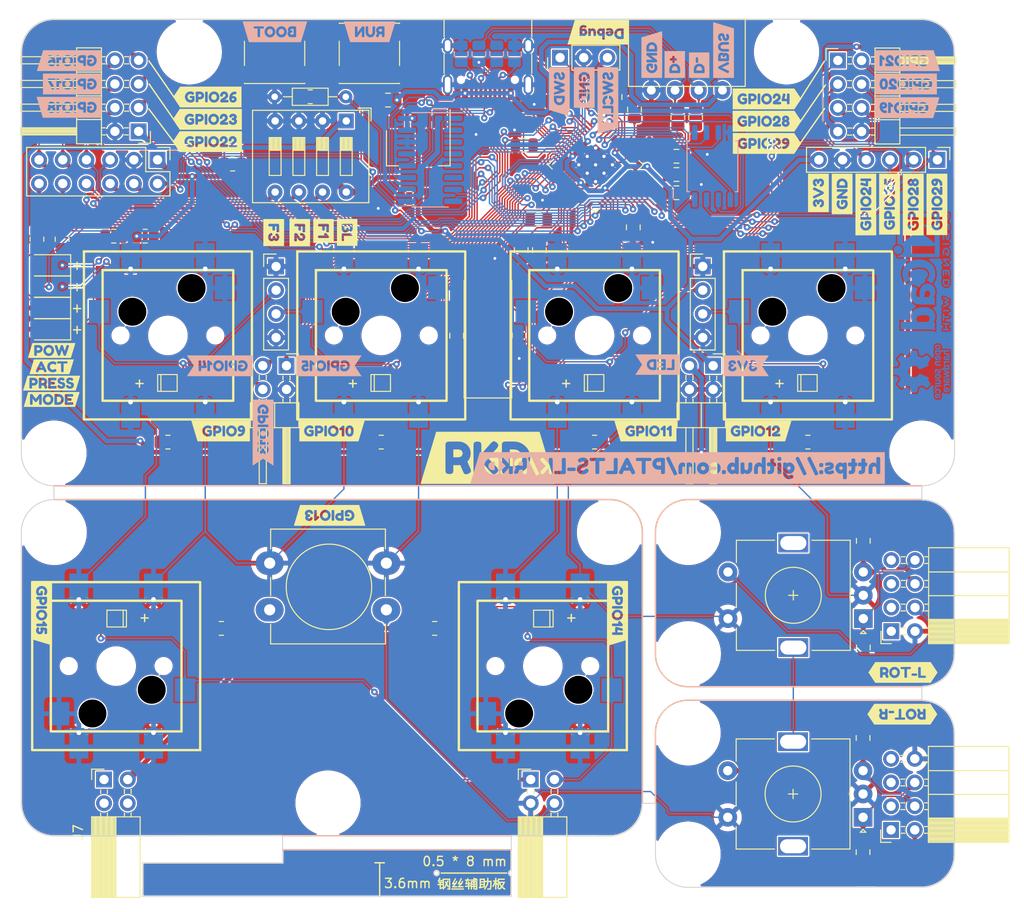
<source format=kicad_pcb>
(kicad_pcb (version 20221018) (generator pcbnew)
  (title_block (title "RKD-TypeC-SDVX") (date "2023-08-20") (rev "60") (company "PTALTS-LK") (comment 1 "https://github.com/PTALTS-LK/RKD"))
  (layers (0 "F.Cu" signal) (31 "B.Cu" signal) (34 "B.Paste" user) (35 "F.Paste" user) (36 "B.SilkS" user "B.Silkscreen") (37 "F.SilkS" user "F.Silkscreen") (38 "B.Mask" user) (39 "F.Mask" user) (44 "Edge.Cuts" user))
  (net 0 "")
  (net 1 "GND")
  (net 2 "/XIN")
  (net 3 "Net-(C4-Pad2)")
  (net 4 "VBUS")
  (net 5 "Net-(D1-Pad2)")
  (net 6 "/K6-H")
  (net 7 "/K5-H")
  (net 8 "/RS1-H")
  (net 9 "/RB1-H")
  (net 10 "/RA1-H")
  (net 11 "/SEL-H")
  (net 12 "/RS2-H")
  (net 13 "/RB2-H")
  (net 14 "/RA2-H")
  (net 15 "/RS1-S")
  (net 16 "/K6-S")
  (net 17 "/K5-S")
  (net 18 "/LED-S")
  (net 19 "/SEL-S")
  (net 20 "/RP+")
  (net 21 "/RS2-S")
  (net 22 "/RB2-S")
  (net 23 "/L1")
  (net 24 "/K1")
  (net 25 "/L2")
  (net 26 "/K2")
  (net 27 "/L3")
  (net 28 "/K3")
  (net 29 "/L4")
  (net 30 "/K4")
  (net 31 "/L5")
  (net 32 "/L6")
  (net 33 "+3V3")
  (net 34 "/F3")
  (net 35 "/D-")
  (net 36 "/D+")
  (net 37 "/RP-")
  (net 38 "/RUN")
  (net 39 "Net-(U1-Pad2)")
  (net 40 "Net-(U1-Pad3)")
  (net 41 "Net-(U1-Pad5)")
  (net 42 "/F-CLK")
  (net 43 "Net-(U1-Pad7)")
  (net 44 "/TR-")
  (net 45 "/TR+")
  (net 46 "/F2")
  (net 47 "/F1")
  (net 48 "/SET")
  (net 49 "Net-(D2-Pad2)")
  (net 50 "Net-(D3-Pad2)")
  (net 51 "/XOUT")
  (net 52 "Net-(J13-Pad1)")
  (net 53 "Net-(J13-Pad3)")
  (net 54 "Net-(D4-Pad2)")
  (net 55 "/22")
  (net 56 "/ACT")
  (net 57 "Net-(R18-Pad1)")
  (net 58 "/DEF")
  (net 59 "/MODE")
  (net 60 "Net-(R15-Pad1)")
  (net 61 "/BOOT")
  (net 62 "/R+")
  (net 63 "/R-")
  (net 64 "/RA1-S")
  (net 65 "/RB1-S")
  (net 66 "/RA2-S")
  (net 67 "/LED")
  (net 68 "/PRESS")
  (net 69 "+1V1")
  (net 70 "/23")
  (net 71 "/24")
  (net 72 "/25")
  (net 73 "/26")
  (net 74 "/27")
  (net 75 "/28")
  (net 76 "/29")
  (net 93 "Net-(R19-Pad1)")
  (net 94 "Net-(R20-Pad1)")
  (footprint "kibuzzard-6358CC12" (layer "F.Cu") (at 182.5752 56.863456 90)
    (fp_text reference "kibuzzard-6358CC12" hide)
    (fp_text value "G***" hide)
  )
  (footprint "kibuzzard-63A1C2D7" (layer "F.Cu") (at 136.995 84)
    (fp_text reference "kibuzzard-63A1C2D7" hide)
    (fp_text value "G***" hide)
  )
  (footprint "Capacitor_SMD:C_0805_2012Metric" (layer "F.Cu") (at 157.2006 51.689 180)
    (fp_text reference "C1" hide)
    (fp_text value "1u")
  )
  (footprint "foot:Key" (layer "F.Cu") (at 125.57 70.89)
    (fp_text reference "K2" hide)
    (fp_text value "Key")
  )
  (footprint "foot:HO" (layer "F.Cu") (at 105 40.5)
    (fp_text reference "H1" hide)
    (fp_text value "MountingHole")
  )
  (footprint "Resistor_SMD:R_0805_2012Metric" (layer "F.Cu") (at 142.4432 58.4454)
    (fp_text reference "R3" hide)
    (fp_text value "1k")
  )
  (footprint "kibuzzard-6379AB44" (layer "F.Cu") (at 150.875726 100.6856 -90)
    (fp_text reference "kibuzzard-6379AB44" hide)
    (fp_text value "G***" hide)
  )
  (footprint "Capacitor_SMD:C_0805_2012Metric" (layer "F.Cu") (at 144.5514 45.8216 180)
    (fp_text reference "C12" hide)
    (fp_text value "100n")
  )
  (footprint "Connector_PinHeader_2.54mm:PinHeader_2x02_P2.54mm_Horizontal" (layer "F.Cu") (at 115.415 74.13 -90)
    (fp_text reference "J2" hide)
    (fp_text value "Conn_02x02_Odd_Even")
  )
  (footprint "foot:XH-7mm" (layer "F.Cu") (at 159.5882 44.6024 180)
    (fp_text reference "J10" hide)
    (fp_text value "Conn_01x04_Male")
  )
  (footprint "kibuzzard-6354EA44" (layer "F.Cu") (at 120.040126 90.17 180)
    (fp_text reference "kibuzzard-6354EA44" hide)
    (fp_text value "G***" hide)
  )
  (footprint "Capacitor_SMD:C_0805_2012Metric" (layer "F.Cu") (at 148.336 44.9834 -90)
    (fp_text reference "C8" hide)
    (fp_text value "100n")
  )
  (footprint "foot:Key" (layer "F.Cu") (at 97.165126 106.32 180)
    (fp_text reference "K6" hide)
    (fp_text value "Key")
  )
  (footprint "foot:HO" (layer "F.Cu") (at 90.5 83.5)
    (fp_text reference "H3" hide)
    (fp_text value "MountingHole")
  )
  (footprint "Resistor_SMD:R_0805_2012Metric" (layer "F.Cu") (at 96.901 60.2488)
    (fp_text reference "R13" hide)
    (fp_text value "1k 0805")
  )
  (footprint "Button_Switch_SMD:SW_Push_1P1T_NO_6x6mm_H9.5mm" (layer "F.Cu") (at 114.14 40.664)
    (fp_text reference "SW3" hide)
    (fp_text value "SW_Push")
  )
  (footprint "kibuzzard-6379AEB5" (layer "F.Cu") (at 106.934 45.338906)
    (fp_text reference "kibuzzard-6379AEB5" hide)
    (fp_text value "G***" hide)
  )
  (footprint "foot:HO" (layer "F.Cu") (at 158.449748 126.474874 90)
    (fp_text reference "H10" hide)
    (fp_text value "MountingHole")
  )
  (footprint "Resistor_SMD:R_0805_2012Metric" (layer "F.Cu") (at 157.353 47.5488 -90)
    (fp_text reference "R1" hide)
    (fp_text value "27")
  )
  (footprint "foot:HO" (layer "F.Cu") (at 158.474874 105 90)
    (fp_text reference "H8" hide)
    (fp_text value "MountingHole")
  )
  (footprint "LOGO" (layer "F.Cu") (at 158.242274 98.6536)
    (fp_text reference "G***" hide)
    (fp_text value "LOGO" hide)
  )
  (footprint "Capacitor_SMD:C_0805_2012Metric" (layer "F.Cu") (at 152.5778 59.309 -90)
    (fp_text reference "C10" hide)
    (fp_text value "100n")
  )
  (footprint "Resistor_SMD:R_0805_2012Metric" (layer "F.Cu") (at 88.6714 60.579 90)
    (fp_text reference "R16" hide)
    (fp_text value "1k 0805")
  )
  (footprint "Capacitor_SMD:C_0805_2012Metric" (layer "F.Cu") (at 133.6548 70.9168 -90)
    (fp_text reference "C4" hide)
    (fp_text value "27p")
  )
  (footprint "foot:HO" (layer "F.Cu") (at 169 40.5)
    (fp_text reference "H2" hide)
    (fp_text value "MountingHole")
  )
  (footprint "Connector_PinSocket_2.54mm:PinSocket_2x02_P2.54mm_Horizontal" (layer "F.Cu") (at 141.585126 118.475 90)
    (fp_text reference "J8" hide)
    (fp_text value "Conn_02x02_Odd_Even")
  )
  (footprint "Resistor_THT:R_Axial_DIN0204_L3.6mm_D1.6mm_P7.62mm_Horizontal" (layer "F.Cu") (at 121.7676 45.3136 180)
    (fp_text reference "R4" hide)
    (fp_text value "4.7k")
  )
  (footprint "kibuzzard-6379AB1D" (layer "F.Cu") (at 89.179126 100.6602 -90)
    (fp_text reference "kibuzzard-6379AB1D" hide)
    (fp_text value "G***" hide)
  )
  (footprint "kibuzzard-6379AEAF" (layer "F.Cu") (at 166.9034 50.3174)
    (fp_text reference "kibuzzard-6379AEAF" hide)
    (fp_text value "G***" hide)
  )
  (footprint "kibuzzard-6379AEAA" (layer "F.Cu") (at 166.9034 47.9298)
    (fp_text reference "kibuzzard-6379AEAA" hide)
    (fp_text value "G***" hide)
  )
  (footprint "kibuzzard-6379A323" (layer "F.Cu") (at 185.1152 56.845994 90)
    (fp_text reference "kibuzzard-6379A323" hide)
    (fp_text value "G***" hide)
  )
  (footprint "Capacitor_SMD:C_0805_2012Metric" (layer "F.Cu") (at 177.224874 92.9 -90)
    (fp_text reference "C17" hide)
    (fp_text value "100n")
  )
  (footprint "Capacitor_SMD:C_0805_2012Metric" (layer "F.Cu") (at 152.7048 46.6852 90)
    (fp_text reference "C9" hide)
    (fp_text value "100n")
  )
  (footprint "kibuzzard-6354ECDD" (layer "F.Cu") (at 90.25 77.75)
    (fp_text reference "kibuzzard-6354ECDD" hide)
    (fp_text value "G***" hide)
  )
  (footprint "Capacitor_SMD:C_0805_2012Metric" (layer "F.Cu") (at 177.224874 104.33 -90)
    (fp_text reference "C16" hide)
    (fp_text value "100n")
  )
  (footprint "LOGO" (layer "F.Cu") (at 119.862326 111.4044)
    (fp_text reference "G***" hide)
    (fp_text value "LOGO" hide)
  )
  (footprint "Package_TO_SOT_SMD:SOT-223-3_TabPin2" (layer "F.Cu") (at 129.54 50.8 -90)
    (fp_text reference "U4" hide)
    (fp_text value "AP1117-33")
  )
  (footprint "Rotary_Encoder:RotaryEncoder_Alps_EC11E-Switch_Vertical_H20mm" (layer "F.Cu") (at 177.199748 122.524874 180)
    (fp_text reference "SW8" hide)
    (fp_text value "RotaryEncoder_Switch")
  )
  (footprint "LOGO" (layer "F.Cu") (at 163.3728 54.5338)
    (fp_text reference "G***" hide)
    (fp_text value "LOGO" hide)
  )
  (footprint "Capacitor_SMD:C_0805_2012Metric" (layer "F.Cu") (at 157.2006 55.6006)
    (fp_text reference "C15" hide)
    (fp_text value "100n")
  )
  (footprint "Resistor_SMD:R_0805_2012Metric" (layer "F.Cu") (at 159.258 47.5488 90)
    (fp_text reference "R2" hide)
    (fp_text value "27")
  )
  (footprint "kibuzzard-6379AC21" (layer "F.Cu") (at 166.0144 81.1276)
    (fp_text reference "kibuzzard-6379AC21" hide)
    (fp_text value "G***" hide)
  )
  (footprint "Connector_PinSocket_2.54mm:PinSocket_2x04_P2.54mm_Horizontal" (layer "F.Cu") (at 180.199748 123.874874 180)
    (fp_text reference "J9" hide)
    (fp_text value "Conn_02x04_Odd_Even")
  )
  (footprint "Resistor_SMD:R_0805_2012Metric" (layer "F.Cu") (at 102.71 82.32)
    (fp_text reference "R5" hide)
    (fp_text value "27")
  )
  (footprint "Connector_PinHeader_2.54mm:PinHeader_2x04_P2.54mm_Horizontal" (layer "F.Cu") (at 99.568 49.022 180)
    (fp_text reference "J3" hide)
    (fp_text value "Conn_02x04_Odd_Even")
  )
  (footprint "foot:Key" (layer "F.Cu") (at 142.885126 106.32 180)
    (fp_text reference "K5" hide)
    (fp_text value "Key")
  )
  (footprint "foot:L1206" (layer "F.Cu") (at 90.01 70.382 180)
    (fp_text reference "D4" hide)
    (fp_text value "LED")
  )
  (footprint "foot:L1206" (layer "F.Cu") (at 90.01 68.096 180)
    (fp_text reference "D2" hide)
    (fp_text value "LED")
  )
  (footprint "Capacitor_SMD:C_0805_2012Metric" (layer "F.Cu") (at 140.335 70.8914 90)
    (fp_text reference "C3" hide)
    (fp_text value "27p")
  )
  (footprint "kibuzzard-6358CBEF" (layer "F.Cu") (at 177.4952 56.859488 90)
    (fp_text reference "kibuzzard-6358CBEF" hide)
    (fp_text value "G***" hide)
  )
  (footprint "kibuzzard-635D2D2A" (layer "F.Cu") (at 114.046 59.86145 -90)
    (fp_text reference "kibuzzard-635D2D2A" hide)
    (fp_text value "G***" hide)
  )
  (footprint "foot:HO" (layer "F.Cu") (at 150.025126 92 180)
    (fp_text reference "H5" hide)
    (fp_text value "MountingHole")
  )
  (footprint "Crystal:Crystal_SMD_HC49-SD" (layer "F.Cu") (at 137 70.89 90)
    (fp_text reference "Y1" hide)
    (fp_text value "Crystal 12MHZ HC49")
  )
  (footprint "Resistor_SMD:R_0805_2012Metric" (layer "F.Cu") (at 100.2792 60.2488 180)
    (fp_text reference "R14" hide)
    (fp_text value "1k 0805")
  )
  (footprint "kibuzzard-6354ECAF" (layer "F.Cu") (at 90.25 72.5)
    (fp_text reference "kibuzzard-6354ECAF" hide)
    (fp_text value "G***" hide)
  )
  (footprint "kibuzzard-6354ECBE" (layer "F.Cu") (at 90.25 74.25)
    (fp_text reference "kibuzzard-6354ECBE" hide)
    (fp_text value "G***" hide)
  )
  (footprint "Connector_PinHeader_2.54mm:PinHeader_2x06_P2.54mm_Vertical" (layer "F.Cu") (at 101.6 52.07 -90)
    (fp_text reference "J11" hide)
    (fp_text value "Conn_02x06_Odd_Even")
  )
  (footprint "Resistor_SMD:R_0805_2012Metric" (layer "F.Cu") (at 148.43 82.32)
    (fp_text reference "R7" hide)
    (fp_text value "27")
  )
  (footprint "Connector_PinSocket_2.54mm:PinSocket_2x04_P2.54mm_Horizontal" (layer "F.Cu") (at 180.224874 102.585 180)
    (fp_text reference "J6" hide)
    (fp_text value "Conn_02x04_Odd_Even")
  )
  (footprint "foot:HO" (layer "F.Cu") (at 119.865126 121)
    (fp_text reference "H7" hide)
    (fp_text value "MountingHole")
  )
  (footprint "Resistor_SMD:R_0805_2012Metric" (layer "F.Cu") (at 131.295126 102.28)
    (fp_text reference "R10" hide)
    (fp_text value "27")
  )
  (footprint "foot:L1206" (layer "F.Cu") (at 90.01 65.81 180)
    (fp_text reference "D1" hide)
    (fp_text value "LED")
  )
  (footprint "foot:HO" (layer "F.Cu") (at 183.5 83.5)
    (fp_text reference "H4" hide)
    (fp_text value "MountingHole")
  )
  (footprint "kibuzzard-6358CBDF" (layer "F.Cu") (at 172.4152 55.617269 90)
    (fp_text reference "kibuzzard-6358CBDF" hide)
    (fp_text value "G***" hide)
  )
  (footprint "foot:L1206" (layer "F.Cu") (at 90.01 63.524 180)
    (fp_text reference "D3" hide)
    (fp_text value "LED")
  )
  (footprint "kibuzzard-635D2D4F" (layer "F.Cu") (at 119.38 59.69 -90)
    (fp_text reference "kibuzzard-635D2D4F" hide)
    (fp_text value "G***" hide)
  )
  (footprint "kibuzzard-6379AEA3" (layer "F.Cu") (at 166.9034 45.5422)
    (fp_text reference "kibuzzard-6379AEA3" hide)
    (fp_text value "G***" hide)
  )
  (footprint "Connector_PinHeader_2.54mm:PinHeader_1x04_P2.54mm_Vertical" (layer "F.Cu") (at 160.02 63.5)
    (fp_text reference "J15" hide)
    (fp_text value "Conn_01x04")
  )
  (footprint "foot:HO" (layer "F.Cu") (at 90.525126 92 180)
    (fp_text reference "H6" hide)
    (fp_text value "MountingHole")
  )
  (footprint "Connector_PinHeader_2.54mm:PinHeader_1x04_P2.54mm_Vertical" (layer "F.Cu") (at 114.3 63.5)
    (fp_text reference "J14" hide)
    (fp_text value "Conn_01x04")
  )
  (footprint "Button_Switch_SMD:SW_Push_1P1T_NO_6x6mm_H9.5mm" (layer "F.Cu") (at 124.3 40.664)
    (fp_text reference "SW5" hide)
    (fp_text value "SW_Push")
  )
  (footprint "foot:Key" (layer "F.Cu") (at 171.29 70.89)
    (fp_text reference "K4" hide)
    (fp_text value "Key")
  )
  (footprint "kibuzzard-6379AEE6" (layer "F.Cu") (at 148.7932 38.4048 180)
    (fp_text reference "kibuzzard-6379AEE6" hide)
    (fp_text value "G***" hide)
  )
  (footprint "Button_Switch_THT:SW_PUSH-12mm_Wuerth-430476085716" (layer "F.Cu") (at 113.615126 95.29)
    (fp_text reference "SW7" hide)
    (fp_text value "SW_Push")
  )
  (footprint "kibuzzard-6358CBD1" (layer "F.Cu") (at 174.9552 55.7276 90)
    (fp_text reference "kibuzzard-6358CBD1" hide)
    (fp_text value "G***" hide)
  )
  (footprint "Capacitor_SMD:C_0805_2012Metric" (layer "F.Cu") (at 150.622 45.339 90)
    (fp_text reference "C14" hide)
    (fp_text value "100n")
  )
  (footprint "Capacitor_SMD:C_0805_2012Metric" (layer "F.Cu") (at 142.5194 61.7474 90)
    (fp_text reference "C7" hide)
    (fp_text value "100n")
  )
  (footprint "kibuzzard-635D2D3A" (layer "F.Cu") (at 116.84 59.870181 -90)
    (fp_text reference "kibuzzard-635D2D3A" hide)
    (fp_text value "G***" hide)
  )
  (footprint "kibuzzard-6354EB36" (layer "F.Cu") (at 181.475337 107)
    (fp_text reference "kibuzzard-6354EB36" hide)
    (fp_text value "G***" hide)
  )
  (footprint "kibuzzard-635E2F9D" (layer "F.Cu") (at 90.25 76)
    (fp_text reference "kibuzzard-635E2F9D" hide)
    (fp_text value "G***" hide)
  )
  (footprint "Rotary_Encoder:RotaryEncoder_Alps_EC11E-Switch_Vertical_H20mm" (layer "F.Cu") (at 177.224874 101.235 180)
    (fp_text reference "SW6" hide)
    (fp_text value "RotaryEncoder_Switch")
  )
  (footprint "Capacitor_SMD:C_0805_2012Metric" (layer "F.Cu") (at 177.199748 114.020874 -90)
    (fp_text reference "C19" hide)
    (fp_text value "100n")
  )
  (footprint "kibuzzard-6358CC01" (layer "F.Cu") (at 180.0352 56.822181 90)
    (fp_text reference "kibuzzard-6358CC01" hide)
    (fp_text value "G***" hide)
  )
  (footprint "kibuzzard-6379AEB9" (layer "F.Cu") (at 106.934 47.7266)
    (fp_text reference "kibuzzard-6379AEB9" hide)
    (fp_text value "G***" hide)
  )
  (footprint "Capacitor_SMD:C_0805_2012Metric" (layer "F.Cu") (at 128.5748 56.2102 180)
    (fp_text reference "C6" hide)
    (fp_text value "10u")
  )
  (footprint "kibuzzard-6379ABEB" (layer "F.Cu") (at 108.3564 81.1276)
    (fp_text reference "kibuzzard-6379ABEB" hide)
    (fp_text value "G***" hide)
  )
  (footprint "Capacitor_SMD:C_0805_2012Metric" (layer "F.Cu") (at 126.2888 45.6692 180)
    (fp_text reference "C5" hide)
    (fp_text value "10u")
  )
  (footprint "foot:Key" (layer "F.Cu") (at 148.43 70.89)
    (fp_text reference "K3" hide)
    (fp_text value "Key")
  )
  (footprint "Connector_PinHeader_2.54mm:PinHeader_2x02_P2.54mm_Horizontal" (layer "F.Cu") (at 161.135 74.13 -90)
    (fp_text reference "J4" hide)
    (fp_text value "Conn_02x02_Odd_Even")
  )
  (footprint "kibuzzard-635D2D9C" (layer "F.Cu") (at 121.92 59.851925 -90)
    (fp_text reference "kibuzzard-635D2D9C" hide)
    (fp_text value "G***" hide)
  )
  (footprint "Resistor_SMD:R_0805_2012Metric" (layer "F.Cu") (at 108.435126 102.28 180)
    (fp_text reference "R11" hide)
    (fp_text value "27")
  )
  (footprint "Resistor_SMD:R_0805_2012Metric" (layer "F.Cu") (at 117.9576 45.3136 180)
    (fp_text reference "R18" hide)
    (fp_text value "4.7k 0805")
  )
  (footprint "Capacitor_SMD:C_0805_2012Metric" (layer "F.Cu") (at 177.199748 126.254874 -90)
    (fp_text reference "C18" hide)
    (fp_text value "100n")
  )
  (footprint "foot:RP2040-QFN-56" (layer "F.Cu") (at 148.5392 52.6034 -45)
    (fp_text reference "U2" hide)
    (fp_text value "RP2040")
  )
  (footprint "Capacitor_SMD:C_0805_2012Metric" (layer "F.Cu") (at 140.5636 61.7474 -90)
    (fp_text reference "C11" hide)
    (fp_text value "100n")
  )
  (footprint "Connector_PinHeader_2.54mm:PinHeader_1x06_P2.54mm_Vertical" (layer "F.Cu") (at 185.166 52.07 -90)
    (fp_text reference "J12" hide)
    (fp_text value "Conn_01x06")
  )
  (footprint "kibuzzard-6379ABBC" (layer "F.Cu") (at 120.2944 81.1276)
    (fp_text reference "kibuzzard-6379ABBC" hide)
    (fp_text value "G***" hide)
  )
  (footprint "Connector_PinHeader_2.54mm:PinHeader_2x04_P2.54mm_Horizontal" (layer "F.Cu") (at 174.498 41.422)
    (fp_text reference "J5" hide)
    (fp_text value "Conn_02x04_Odd_Even")
  )
  (footprint "Resistor_SMD:R_0805_2012Metric" (layer "F.Cu") (at 109.6518 52.5272)
    (fp_text reference "R15" hide)
    (fp_text value "1k")
  )
  (footprint "foot:Key" (layer "F.Cu") (at 102.71 70.89)
    (fp_text reference "K1" hide)
    (fp_text value "Key")
  )
  (footprint "Resistor_SMD:R_0805_2012Metric" (layer "F.Cu") (at 91.3638 60.579 90)
    (fp_text reference "R17" hide)
    (fp_text value "1k 0805")
  )
  (footprint "Button_Switch_THT:SW_DIP_SPSTx04_Slide_9.78x12.34mm_W7.62mm_P2.54mm" (layer "F.Cu") (at 121.8184 47.9044 -90)
    (fp_text reference "SW2" hide)
    (fp_text value "SW_DIP_x04")
  )
  (footprint "Resistor_SMD:R_0805_2012Metric" (layer "F.Cu") (at 171.29 82.32)
    (fp_text reference "R8" hide)
    (fp_text value "27")
  )
  (footprint "foot:HO" (layer "F.Cu") (at 158.474874 92 90)
    (fp_text reference "H9" hide)
    (fp_text value "MountingHole")
  )
  (footprint "kibuzzard-6379AC10" (layer "F.Cu") (at 153.8732 81.1276)
    (fp_text reference "kibuzzard-6379AC10" hide)
    (fp_text value "G***" hide)
  )
  (footprint "Connector_PinSocket_2.54mm:PinSocket_2x02_P2.54mm_Horizontal" (layer "F.Cu") (at 95.865126 118.475 90)
    (fp_text reference "J7")
    (fp_text value "Conn_02x02_Odd_Even")
  )
  (footprint "kibuzzard-6379AEBD" (layer "F.Cu") (at 106.934093 50.125665)
    (fp_text reference "kibuzzard-6379AEBD" hide)
    (fp_text value "G***" hide)
  )
  (footprint "Resistor_SMD:R_0805_2012Metric" (layer "F.Cu") (at 125.57 82.32)
    (fp_text reference "R6" hide)
    (fp_text value "27")
  )
  (footprint "LOGO" (layer "F.Cu") (at 158.191748 119.913674)
    (fp_text reference "G***" hide)
    (fp_text value "LOGO" hide)
  )
  (footprint "foot:HO" (layer "F.Cu") (at 158.449748 113.474874 90)
    (fp_text reference "H11" hide)
    (fp_text value "MountingHole")
  )
  (footprint "Capacitor_SMD:C_0805_2012Metric" (layer "F.Cu") (at 157.2006 53.6448)
    (fp_text reference "C2" hide)
    (fp_text value "1u")
  )
  (footprint "kibuzzard-6354EB60" (layer "F.Cu") (at 181.407348 111.474874 180)
    (fp_text reference "kibuzzard-6354EB60" hide)
    (fp_text value "G***" hide)
  )
  (footprint "Connector_USB:USB_C_Receptacle_HRO_TYPE-C-31-M-12" (layer "F.Cu") (at 137 40.8926 180)
    (fp_text reference "J1" hide)
    (fp_text value "USB_C_Receptacle_USB2.0")
  )
  (footprint "Capacitor_SMD:C_0805_2012Metric" (layer "F.Cu") (at 140.8938 50.4952 180)
    (fp_text reference "C13" hide)
    (fp_text value "100n")
  )
  (footprint "Connector_PinHeader_2.54mm:PinHeader_1x03_P2.54mm_Vertical" (layer "F.Cu") (at 144.7292 41.1226 90)
    (fp_text reference "J13" hide)
    (fp_text value "Conn_01x03")
  )
  (footprint "kibuzzard-6354F197" (layer "B.Cu") (at 181.78545 43.942 180)
    (fp_text reference "kibuzzard-6354F197" hide)
    (fp_text value "G***" hide)
  )
  (footprint "kibuzzard-6379AD65" (layer "B.Cu") (at 154.559 40.790376 90)
    (fp_text reference "kibuzzard-6379AD65" hide)
    (fp_text value "G***" hide)
  )
  (footprint "Resistor_SMD:R_0805_2012Metric" (layer "B.Cu") (at 139.8448 40.7148 90)
    (fp_text reference "R19" hide)
    (fp_text value "5.1k")
  )
  (footprint "kibuzzard-635D2DDA" (layer "B.Cu") (at 124.333 38.354 180)
    (fp_text reference "kibuzzard-635D2DDA" hide)
    (fp_text value "G***" hide)
  )
  (footprint "Resistor_SMD:R_0805_2012Metric" (layer "B.Cu") (at 134.1298 40.7148 90)
    (fp_text reference "R20" hide)
    (fp_text value "5.1k")
  )
  (footprint "kibuzzard-6379AD90" (layer "B.Cu") (at 181.948288 41.446 180)
    (fp_text reference "kibuzzard-6379AD90" hide)
    (fp_text value "G***" hide)
  )
  (footprint "Symbol:OSHW-Logo_5.7x6mm_Copper" (layer "B.Cu") (at 183.447909 74.7522 -90)
    (fp_text reference "REF**" hide)
    (fp_text value "OSHW-Logo_5.7x6mm_Copper" hide)
  )
  (footprint "kibuzzard-6379AD2A" (layer "B.Cu") (at 147.32 44.323595 -90)
    (fp_text reference "kibuzzard-6379AD2A" hide)
    (fp_text value "G***" hide)
  )
  (footprint "kibuzzard-6379AD17" (layer "B.Cu") (at 92.130206 41.442 180)
    (fp_text reference "kibuzzard-6379AD17" hide)
    (fp_text value "G***" hide)
  )
  (footprint "kibuzzard-6354F005" (layer "B.Cu") (at 92.456 43.942 180)
    (fp_text reference "kibuzzard-6354F005" hide)
    (fp_text value "G***" hide)
  )
  (footprint "Package_SO:SOIC-8_5.23x5.23mm_P1.27mm" (layer "B.Cu") (at 161.0614 52.7558 -90)
    (fp_text reference "U1" hide)
    (fp_text value "W25Q32JV")
  )
  (footprint "kibuzzard-6379B2D8" (layer "B.Cu") (at 164.6682 74.1426 180)
    (fp_text reference "kibuzzard-6379B2D8" hide)
    (fp_text value "G***" hide)
  )
  (footprint "Symbol:KiCad-Logo2_5mm_Copper" (layer "B.Cu") (at 183.4642 64.0588 -90)
    (fp_text reference "REF**" hide)
    (fp_text value "KiCad-Logo2_5mm_Copper" hide)
  )
  (footprint "kibuzzard-6379B2A2" (layer "B.Cu") (at 108.2548 74.1426 180)
    (fp_text reference "kibuzzard-6379B2A2" hide)
    (fp_text value "G***" hide)
  )
  (footprint "kibuzzard-64E6F17C" (layer "B.Cu") (at 157.32 85.091406 180)
    (fp_text reference "kibuzzard-64E6F17C" hide)
    (fp_text value "G***" hide)
  )
  (footprint "kibuzzard-6379B29B" (layer "B.Cu") (at 119.9896 74.1426 180)
    (fp_text reference "kibuzzard-6379B29B" hide)
    (fp_text value "G***" hide)
  )
  (footprint "kibuzzard-6379B2D0" (layer "B.Cu") (at 155.1432 74.0156 180)
    (fp_text reference "kibuzzard-6379B2D0" hide)
    (fp_text value "G***" hide)
  )
  (footprint "kibuzzard-635D2E8C" (layer "B.Cu") (at 149.86 45.72 -90)
    (fp_text reference "kibuzzard-635D2E8C" hide)
    (fp_text value "G***" hide)
  )
  (footprint "kibuzzard-6379AD71" (layer "B.Cu") (at 162.25 40.305951 90)
    (fp_text reference "kibuzzard-6379AD71" hide)
    (fp_text value "G***" hide)
  )
  (footprint "kibuzzard-6354F0CA" (layer "B.Cu") (at 157.0228 41.856025 90)
    (fp_text reference "kibuzzard-6354F0CA" hide)
    (fp_text value "G***" hide)
  )
  (footprint "Package_SO:SOIC-16_3.9x9.9mm_P1.27mm" (layer "B.Cu") (at 130.81 52.07 180)
    (fp_text reference "U3" hide)
    (fp_text value "CH9329")
  )
  (footprint "kibuzzard-6379AD8B" (layer "B.Cu") (at 181.9213 46.482 180)
    (fp_text reference "kibuzzard-6379AD8B" hide)
    (fp_text value "G***" hide)
  )
  (footprint "kibuzzard-6354F0BA" (layer "B.Cu") (at 159.639 41.930638 90)
    (fp_text reference "kibuzzard-6354F0BA" hide)
    (fp_text value "G***" hide)
  )
  (footprint "kibuzzard-635D2E5E" (layer "B.Cu") (at 144.653 44.774644 -90)
    (fp_text reference "kibuzzard-635D2E5E" hide)
    (fp_text value "G***" hide)
  )
  (footprint "kibuzzard-6379B2B1" (layer "B.Cu") (at 112.903 81.3054 -90)
    (fp_text reference "kibuzzard-6379B2B1" hide)
    (fp_text value "G***" hide)
  )
  (footprint "kibuzzard-6379AD0A" (layer "B.Cu") (at 92.112029 46.442 180)
    (fp_text reference "kibuzzard-6379AD0A" hide)
    (fp_text value "G***" hide)
  )
  (footprint "kibuzzard-635D2DF8" (layer "B.Cu") (at 114.173 38.354 180)
    (fp_text reference "kibuzzard-635D2DF8" hide)
    (fp_text value "G***" hide)
  )
  (footprint "Resistor_SMD:R_0805_2012Metric" (layer "B.Cu") (at 137.9398 40.7148 90)
    (fp_text reference "R12" hide)
    (fp_text value "0")
  )
  (footprint "Resistor_SMD:R_0805_2012Metric" (layer "B.Cu") (at 136.0348 40.7148 90)
    (fp_text reference "R9" hide)
    (fp_text value "0")
  )
  (gr_line (start 90.5 88.474874) (end 150.050252 88.474874) (stroke (width 0.15)) (layer "B.SilkS"))
  (gr_line (start 158.5 87) (end 150 87) (stroke (width 0.15)) (layer "B.SilkS"))
  (gr_arc (start 154.949748 113.474874) (mid 155.974871 110.999997) (end 158.449748 109.974874) (stroke (width 0.15)) (layer "B.SilkS"))
  (gr_line (start 154.949748 105.025126) (end 154.949748 91.974874) (stroke (width 0.15)) (layer "B.SilkS"))
  (gr_arc (start 158.449748 108.525126) (mid 155.974882 107.499992) (end 154.949748 105.025126) (stroke (width 0.15)) (layer "B.SilkS"))
  (gr_line (start 153.550252 121.025126) (end 153.550252 91.974874) (stroke (width 0.15)) (layer "B.SilkS"))
  (gr_line (start 183.5 108.525126) (end 158.449748 108.525126) (stroke (width 0.15)) (layer "B.SilkS"))
  (gr_line (start 183.5 87) (end 158.5 87) (stroke (width 0.15)) (layer "B.SilkS"))
  (gr_line (start 154.949748 121.025126) (end 154.949748 113.474874) (stroke (width 0.15)) (layer "B.SilkS"))
  (gr_line (start 115 126) (end 139.5 126) (stroke (width 0.15)) (layer "B.SilkS"))
  (gr_line (start 158.449748 88.474874) (end 183.5 88.474874) (stroke (width 0.15)) (layer "B.SilkS"))
  (gr_line (start 115 124.5) (end 139.5 124.5) (stroke (width 0.15)) (layer "B.SilkS"))
  (gr_arc (start 150.050252 88.474874) (mid 152.525114 89.500012) (end 153.550252 91.974874) (stroke (width 0.15)) (layer "B.SilkS"))
  (gr_line (start 158.449748 109.974874) (end 183.5 109.974874) (stroke (width 0.15)) (layer "B.SilkS"))
  (gr_line (start 90.5 87) (end 150 87) (stroke (width 0.15)) (layer "B.SilkS"))
  (gr_arc (start 154.949748 91.974874) (mid 155.974882 89.500008) (end 158.449748 88.474874) (stroke (width 0.15)) (layer "B.SilkS"))
  (gr_line (start 170.434 50.3428) (end 173.0756 46.5836) (stroke (width 0.15)) (layer "F.SilkS"))
  (gr_line (start 154.949748 121.025126) (end 154.949748 113.474874) (stroke (width 0.15)) (layer "F.SilkS"))
  (gr_arc (start 158.449748 108.525126) (mid 155.974882 107.499992) (end 154.949748 105.025126) (stroke (width 0.15)) (layer "F.SilkS"))
  (gr_line (start 115 126) (end 139.5 126) (stroke (width 0.15)) (layer "F.SilkS"))
  (gr_line (start 90.5 87) (end 150 87) (stroke (width 0.15)) (layer "F.SilkS"))
  (gr_line (start 100.6856 43.942) (end 103.3272 47.7266) (stroke (width 0.15)) (layer "F.SilkS"))
  (gr_line (start 125.4 127.4) (end 125.4 131) (stroke (width 0.15)) (layer "F.SilkS"))
  (gr_arc (start 150.050252 88.474874) (mid 152.525114 89.500012) (end 153.550252 91.974874) (stroke (width 0.15)) (layer "F.SilkS"))
  (gr_arc (start 154.949748 113.474874) (mid 155.974871 110.999997) (end 158.449748 109.974874) (stroke (width 0.15)) (layer "F.SilkS"))
  (gr_line (start 183.5 87) (end 158.5 87) (stroke (width 0.15)) (layer "F.SilkS"))
  (gr_line (start 90.5 88.474874) (end 150.050252 88.474874) (stroke (width 0.15)) (layer "F.SilkS"))
  (gr_line (start 115 124.5) (end 139.5 124.5) (stroke (width 0.15)) (layer "F.SilkS"))
  (gr_line (start 158.449748 88.474874) (end 183.5 88.474874) (stroke (width 0.15)) (layer "F.SilkS"))
  (gr_line (start 158.449748 109.974874) (end 183.5 109.974874) (stroke (width 0.15)) (layer "F.SilkS"))
  (gr_line (start 124.9 127.4) (end 125.9 127.4) (stroke (width 0.15)) (layer "F.SilkS"))
  (gr_line (start 132 128.5) (end 139 128.5) (stroke (width 0.15)) (layer "F.SilkS"))
  (gr_line (start 183.5 108.525126) (end 158.449748 108.525126) (stroke (width 0.15)) (layer "F.SilkS"))
  (gr_line (start 158.5 87) (end 150 87) (stroke (width 0.15)) (layer "F.SilkS"))
  (gr_arc (start 154.949748 91.974874) (mid 155.974882 89.500008) (end 158.449748 88.474874) (stroke (width 0.15)) (layer "F.SilkS"))
  (gr_line (start 103.3018 50.1142) (end 100.6602 46.609) (stroke (width 0.15)) (layer "F.SilkS"))
  (gr_line (start 103.3526 45.339) (end 100.6856 41.4782) (stroke (width 0.15)) (layer "F.SilkS"))
  (gr_line (start 173.0502 41.5036) (end 170.434 45.6184) (stroke (width 0.15)) (layer "F.SilkS"))
  (gr_line (start 154.949748 105.025126) (end 154.949748 91.974874) (stroke (width 0.15)) (layer "F.SilkS"))
  (gr_line (start 153.550252 121.025126) (end 153.550252 91.974874) (stroke (width 0.15)) (layer "F.SilkS"))
  (gr_line (start 170.4848 47.9552) (end 173.1772 44.0436) (stroke (width 0.15)) (layer "F.SilkS"))
  (gr_circle (center 131.5 128.5) (end 131.75 128.5) (stroke (width 0.1)) (fill none) (layer "Edge.Cuts"))
  (gr_line (start 90.5 87) (end 90.5 88.474874) (stroke (width 0.1)) (layer "Edge.Cuts"))
  (gr_arc (start 87 40.5) (mid 88.025126 38.025126) (end 90.5 37) (stroke (width 0.1)) (layer "Edge.Cuts"))
  (gr_line (start 183.5 37) (end 90.5 37) (stroke (width 0.1)) (layer "Edge.Cuts"))
  (gr_arc (start 158.449748 130.025126) (mid 155.974891 128.999997) (end 154.949748 126.525126) (stroke (width 0.1)) (layer "Edge.Cuts"))
  (gr_line (start 187 113.474874) (end 187 126.525126) (stroke (width 0.1)) (layer "Edge.Cuts"))
  (gr_line (start 100 127.4) (end 115 127.4) (stroke (width 0.1)) (layer "Edge.Cuts"))
  (gr_line (start 139.5 124.5) (end 139.5 126) (stroke (width 0.1)) (layer "Edge.Cuts"))
  (gr_arc (start 187 83.5) (mid 185.974874 85.974874) (end 183.5 87) (stroke (width 0.1)) (layer "Edge.Cuts"))
  (gr_line (start 139.5 128.25) (end 139.5 126) (stroke (width 0.1)) (layer "Edge.Cuts"))
  (gr_arc (start 187 126.525126) (mid 185.974888 129.000014) (end 183.5 130.025126) (stroke (width 0.1)) (layer "Edge.Cuts"))
  (gr_line (start 153.550252 121.025126) (end 154.949748 121.025126) (stroke (width 0.1)) (layer "Edge.Cuts"))
  (gr_line (start 115 127.4) (end 115 126) (stroke (width 0.1)) (layer "Edge.Cuts"))
  (gr_line (start 87 121.025126) (end 87 91.974874) (stroke (width 0.1)) (layer "Edge.Cuts"))
  (gr_arc (start 183.5 88.474874) (mid 185.974866 89.500008) (end 187 91.974874) (stroke (width 0.1)) (layer "Edge.Cuts"))
  (gr_line (start 187 83.5) (end 187 40.5) (stroke (width 0.1)) (layer "Edge.Cuts"))
  (gr_line (start 100 131) (end 100 127.4) (stroke (width 0.1)) (layer "Edge.Cuts"))
  (gr_arc (start 183.5 109.974874) (mid 185.974905 110.999983) (end 187 113.474874) (stroke (width 0.1)) (layer "Edge.Cuts"))
  (gr_line (start 139.5 131) (end 100 131) (stroke (width 0.1)) (layer "Edge.Cuts"))
  (gr_line (start 154.949748 126.525126) (end 154.949748 121.025126) (stroke (width 0.1)) (layer "Edge.Cuts"))
  (gr_arc (start 153.550252 121.025126) (mid 152.525118 123.499992) (end 150.050252 124.525126) (stroke (width 0.1)) (layer "Edge.Cuts"))
  (gr_line (start 115 124.5) (end 115 126) (stroke (width 0.1)) (layer "Edge.Cuts"))
  (gr_line (start 115 124.5) (end 90.5 124.525126) (stroke (width 0.1)) (layer "Edge.Cuts"))
  (gr_arc (start 183.5 37) (mid 185.974874 38.025126) (end 187 40.5) (stroke (width 0.1)) (layer "Edge.Cuts"))
  (gr_line (start 183.5 108.525126) (end 183.5 109.974874) (stroke (width 0.1)) (layer "Edge.Cuts"))
  (gr_line (start 183.5 130.025126) (end 158.449748 130.025126) (stroke (width 0.1)) (layer "Edge.Cuts"))
  (gr_line (start 87 40.5) (end 87 83.5) (stroke (width 0.1)) (layer "Edge.Cuts"))
  (gr_arc (start 187 105.025126) (mid 185.974866 107.499992) (end 183.5 108.525126) (stroke (width 0.1)) (layer "Edge.Cuts"))
  (gr_arc (start 90.5 124.525126) (mid 88.025134 123.499992) (end 87 121.025126) (stroke (width 0.1)) (layer "Edge.Cuts"))
  (gr_arc (start 139.5 128.75) (mid 139.25 128.5) (end 139.5 128.25) (stroke (width 0.1)) (layer "Edge.Cuts"))
  (gr_arc (start 90.5 87) (mid 88.025126 85.974874) (end 87 83.5) (stroke (width 0.1)) (layer "Edge.Cuts"))
  (gr_arc (start 87 91.974874) (mid 88.025134 89.500008) (end 90.5 88.474874) (stroke (width 0.1)) (layer "Edge.Cuts"))
  (gr_line (start 187 91.974874) (end 187 105.025126) (stroke (width 0.1)) (layer "Edge.Cuts"))
  (gr_line (start 150.050252 124.525126) (end 139.5 124.5) (stroke (width 0.1)) (layer "Edge.Cuts"))
  (gr_line (start 183.5 87) (end 183.5 88.474874) (stroke (width 0.1)) (layer "Edge.Cuts"))
  (gr_line (start 139.5 128.75) (end 139.5 131) (stroke (width 0.1)) (layer "Edge.Cuts"))
  (gr_text "钢丝辅助板" (at 135.25 129.75) (layer "F.SilkS") (effects (font (size 1 1))))
  (gr_text "3.6mm" (at 128.4 129.6) (layer "F.SilkS") (effects (font (size 1 1))))
  (gr_text "0.5 * 8 mm" (at 134.5 127.25) (layer "F.SilkS") (effects (font (size 1 1))))
  (segment (start 169.724874 114.399748) (end 169.699748 114.424874) (width 0.15) (layer "B.Cu") (net 0))
  (segment (start 169.724874 104.335) (end 169.724874 114.399748) (width 0.15) (layer "B.Cu") (net 0))
  (segment (start 140.335 71.8414) (end 140.2336 71.74) (width 0.15) (layer "F.Cu") (net 1))
  (segment (start 145.401414 54.326973) (end 143.340387 56.388) (width 0.15) (layer "F.Cu") (net 1))
  (segment (start 143.340387 56.388) (end 142.8496 56.388) (width 0.15) (layer "F.Cu") (net 1))
  (via (at 160.5026 51.4858) (size 0.7) (drill 0.3) (layers "F.Cu" "B.Cu") (net 1))
  (via (at 154.6606 60.9092) (size 0.7) (drill 0.3) (layers "F.Cu" "B.Cu") (net 1))
  (via (at 137.7442 62.6364) (size 0.7) (drill 0.3) (layers "F.Cu" "B.Cu") (net 1))
  (via (at 141.9606 46.1264) (size 0.7) (drill 0.3) (layers "F.Cu" "B.Cu") (net 1))
  (via (at 140.3528 73.3538) (size 0.7) (drill 0.3) (layers "F.Cu" "B.Cu") (net 1))
  (via (at 159.8676 54.7116) (size 0.7) (drill 0.3) (layers "F.Cu" "B.Cu") (net 1))
  (via (at 142.8496 56.388) (size 0.7) (drill 0.3) (layers "F.Cu" "B.Cu") (net 1))
  (via (at 139.8524 48.8696) (size 0.7) (drill 0.3) (layers "F.Cu" "B.Cu") (net 1))
  (via (at 125.2474 57.277) (size 0.7) (drill 0.3) (layers "F.Cu" "B.Cu") (net 1))
  (via (at 135.73 49.3508) (size 0.7) (drill 0.3) (layers "F.Cu" "B.Cu") (net 1))
  (segment (start 129.57 91.835126) (end 126.115126 95.29) (width 0.15) (layer "B.Cu") (net 1))
  (segment (start 161.294726 122.524874) (end 162.699748 122.524874) (width 0.15) (layer "B.Cu") (net 1))
  (segment (start 98.71 79.79) (end 100.4148 79.79) (width 0.15) (layer "B.Cu") (net 1))
  (segment (start 144.43 79.79) (end 144.43 91.875126) (width 0.15) (layer "B.Cu") (net 1))
  (segment (start 110.0728 95.29) (end 113.615126 95.29) (width 0.15) (layer "B.Cu") (net 1))
  (segment (start 154.432 119.761) (end 156.2354 121.5644) (width 0.15) (layer "B.Cu") (net 1))
  (segment (start 129.57 79.79) (end 129.57 91.835126) (width 0.15) (layer "B.Cu") (net 1))
  (segment (start 167.29 84.0542) (end 173.3804 90.1446) (width 0.15) (layer "B.Cu") (net 1))
  (segment (start 145.6182 94.2086) (end 146.885126 95.475526) (width 0.15) (layer "B.Cu") (net 1))
  (segment (start 156.464 122.1486) (end 160.918452 122.1486) (width 0.15) (layer "B.Cu") (net 1))
  (segment (start 106.71 91.875126) (end 101.165126 97.42) (width 0.15) (layer "B.Cu") (net 1))
  (segment (start 162.724874 101.235) (end 162.480274 100.9904) (width 0.15) (layer "B.Cu") (net 1))
  (segment (start 121.57 87.335126) (end 113.615126 95.29) (width 0.15) (layer "B.Cu") (net 1))
  (segment (start 101.473 80.8482) (end 101.473 84.7598) (width 0.15) (layer "B.Cu") (net 1))
  (segment (start 167.29 79.79) (end 167.29 84.0542) (width 0.15) (layer "B.Cu") (net 1))
  (segment (start 156.2354 121.92) (end 156.464 122.1486) (width 0.15) (layer "B.Cu") (net 1))
  (segment (start 106.71 91.9272) (end 110.0728 95.29) (width 0.15) (layer "B.Cu") (net 1))
  (segment (start 145.6182 86.6018) (end 145.6182 94.2086) (width 0.15) (layer "B.Cu") (net 1))
  (segment (start 150.455526 100.9904) (end 146.885126 97.42) (width 0.15) (layer "B.Cu") (net 1))
  (segment (start 142.839126 119.761) (end 154.432 119.761) (width 0.15) (layer "B.Cu") (net 1))
  (segment (start 106.71 79.79) (end 106.71 91.9272) (width 0.15) (layer "B.Cu") (net 1))
  (segment (start 173.5888 98.735) (end 177.224874 98.735) (width 0.15) (layer "B.Cu") (net 1))
  (segment (start 141.585126 121.015) (end 142.839126 119.761) (width 0.15) (layer "B.Cu") (net 1))
  (segment (start 156.2354 121.5644) (end 156.2354 121.92) (width 0.15) (layer "B.Cu") (net 1))
  (segment (start 146.885126 95.475526) (end 146.885126 97.42) (width 0.15) (layer "B.Cu") (net 1))
  (segment (start 152.43 79.79) (end 145.6182 86.6018) (width 0.15) (layer "B.Cu") (net 1))
  (segment (start 173.3804 90.1446) (end 173.3804 98.5266) (width 0.15) (layer "B.Cu") (net 1))
  (segment (start 100.2978 90.287326) (end 93.165126 97.42) (width 0.15) (layer "B.Cu") (net 1))
  (segment (start 100.2978 85.935) (end 100.2978 90.287326) (width 0.15) (layer "B.Cu") (net 1))
  (segment (start 173.3804 98.5266) (end 173.5888 98.735) (width 0.15) (layer "B.Cu") (net 1))
  (segment (start 121.57 79.79) (end 121.57 87.335126) (width 0.15) (layer "B.Cu") (net 1))
  (segment (start 100.4148 79.79) (end 101.473 80.8482) (width 0.15) (layer "B.Cu") (net 1))
  (segment (start 106.71 79.79) (end 106.71 91.875126) (width 0.15) (layer "B.Cu") (net 1))
  (segment (start 101.473 84.7598) (end 100.2978 85.935) (width 0.15) (layer "B.Cu") (net 1))
  (segment (start 160.918452 122.1486) (end 161.294726 122.524874) (width 0.15) (layer "B.Cu") (net 1))
  (segment (start 162.480274 100.9904) (end 150.455526 100.9904) (width 0.15) (layer "B.Cu") (net 1))
  (segment (start 144.43 91.875126) (end 138.885126 97.42) (width 0.15) (layer "B.Cu") (net 1))
  (segment (start 137 66.64) (end 137.5197 66.1203) (width 0.15) (layer "F.Cu") (net 2))
  (segment (start 142.788471 57.5056) (end 145.684256 54.609815) (width 0.15) (layer "F.Cu") (net 2))
  (segment (start 140.335 69.9414) (end 140.2364 70.04) (width 0.15) (layer "F.Cu") (net 2))
  (segment (start 137.668 67.308) (end 137 66.64) (width 0.15) (layer "F.Cu") (net 2))
  (segment (start 141.118775 57.5056) (end 142.788471 57.5056) (width 0.15) (layer "F.Cu") (net 2))
  (segment (start 140.8162 58.768162) (end 140.8162 57.808175) (width 0.15) (layer "F.Cu") (net 2))
  (segment (start 140.8162 57.808175) (end 141.118775 57.5056) (width 0.15) (layer "F.Cu") (net 2))
  (segment (start 137.5197 66.1203) (end 138.2735 66.1203) (width 0.15) (layer "F.Cu") (net 2))
  (segment (start 138.2735 66.1203) (end 138.6102 65.7836) (width 0.15) (layer "F.Cu") (net 2))
  (segment (start 138.1 70.04) (end 137.668 69.608) (width 0.15) (layer "F.Cu") (net 2))
  (segment (start 140.2364 70.04) (end 138.1 70.04) (width 0.15) (layer "F.Cu") (net 2))
  (segment (start 137.668 69.608) (end 137.668 67.308) (width 0.15) (layer "F.Cu") (net 2))
  (segment (start 138.6102 65.7836) (end 138.6102 60.974162) (width 0.15) (layer "F.Cu") (net 2))
  (segment (start 138.6102 60.974162) (end 140.8162 58.768162) (width 0.15) (layer "F.Cu") (net 2))
  (segment (start 137 75.14) (end 136.2964 74.4364) (width 0.15) (layer "F.Cu") (net 3))
  (segment (start 133.6548 71.8668) (end 133.7816 71.74) (width 0.15) (layer "F.Cu") (net 3))
  (segment (start 139.9218 75.14) (end 141.262 73.7998) (width 0.15) (layer "F.Cu") (net 3))
  (segment (start 136.2964 74.4364) (end 136.2964 72.1364) (width 0.15) (layer "F.Cu") (net 3))
  (segment (start 138.8872 61.0889) (end 141.5307 58.4454) (width 0.15) (layer "F.Cu") (net 3))
  (segment (start 133.7816 71.74) (end 135.9 71.74) (width 0.15) (layer "F.Cu") (net 3))
  (segment (start 136.2964 72.1364) (end 135.9 71.74) (width 0.15) (layer "F.Cu") (net 3))
  (segment (start 138.8872 67.129375) (end 138.8872 61.0889) (width 0.15) (layer "F.Cu") (net 3))
  (segment (start 141.262 69.504175) (end 138.8872 67.129375) (width 0.15) (layer "F.Cu") (net 3))
  (segment (start 137 75.14) (end 139.9218 75.14) (width 0.15) (layer "F.Cu") (net 3))
  (segment (start 141.262 73.7998) (end 141.262 69.504175) (width 0.15) (layer "F.Cu") (net 3))
  (segment (start 127.2388 45.6692) (end 127.2388 47.6488) (width 0.5) (layer "F.Cu") (net 4))
  (segment (start 127.2388 47.6488) (end 127.24 47.65) (width 0.5) (layer "F.Cu") (net 4))
  (segment (start 127.2464 45.6616) (end 127.2388 45.6692) (width 0.5) (layer "F.Cu") (net 4))
  (segment (start 127.3404 45.5676) (end 127.2464 45.6616) (width 0.5) (layer "F.Cu") (net 4))
  (via (at 139.45 44.9376) (size 0.7) (drill 0.3) (layers "F.Cu" "B.Cu") (net 4))
  (via (at 134.55 44.9376) (size 0.7) (drill 0.3) (layers "F.Cu" "B.Cu") (net 4))
  (via (at 127.2464 45.6616) (size 0.7) (drill 0.3) (layers "F.Cu" "B.Cu") (net 4))
  (segment (start 128.1354 44.7788) (end 127.2526 45.6616) (width 0.5) (layer "B.Cu") (net 4))
  (segment (start 153.3322 46.1758) (end 160.567523 46.1758) (width 0.5) (layer "B.Cu") (net 4))
  (segment (start 150.9446 39.4448) (end 152.367 40.8672) (width 0.5) (layer "B.Cu") (net 4))
  (segment (start 127.2526 45.6616) (end 127.2464 45.6616) (width 0.5) (layer "B.Cu") (net 4))
  (segment (start 134.5564 44.9312) (end 134.55 44.9376) (width 0.5) (layer "B.Cu") (net 4))
  (segment (start 143.096 47.0394) (end 143.6294 46.506) (width 0.5) (layer "B.Cu") (net 4))
  (segment (start 133.078 45.4496) (end 131.905 45.4496) (width 0.5) (layer "B.Cu") (net 4))
  (segment (start 134.55 44.9376) (end 133.59 44.9376) (width 0.5) (layer "B.Cu") (net 4))
  (segment (start 141.2672 47.0394) (end 143.096 47.0394) (width 0.5) (layer "B.Cu") (net 4))
  (segment (start 142.715 40.1814) (end 143.4516 39.4448) (width 0.5) (layer "B.Cu") (net 4))
  (segment (start 131.905 45.4496) (end 131.2342 44.7788) (width 0.5) (layer "B.Cu") (net 4))
  (segment (start 152.367 40.8672) (end 152.367 45.2106) (width 0.5) (layer "B.Cu") (net 4))
  (segment (start 133.59 44.9376) (end 133.078 45.4496) (width 0.5) (layer "B.Cu") (net 4))
  (segment (start 143.4516 39.4448) (end 150.9446 39.4448) (width 0.5) (layer "B.Cu") (net 4))
  (segment (start 139.45 45.2222) (end 141.2672 47.0394) (width 0.5) (layer "B.Cu") (net 4))
  (segment (start 143.6294 43.2548) (end 142.715 42.3404) (width 0.5) (layer "B.Cu") (net 4))
  (segment (start 152.367 45.2106) (end 153.3322 46.1758) (width 0.5) (layer "B.Cu") (net 4))
  (segment (start 139.45 44.9376) (end 139.45 45.2222) (width 0.5) (layer "B.Cu") (net 4))
  (segment (start 139.45 44.9376) (end 139.4436 44.9312) (width 0.5) (layer "B.Cu") (net 4))
  (segment (start 131.2342 44.7788) (end 128.1354 44.7788) (width 0.5) (layer "B.Cu") (net 4))
  (segment (start 139.4436 44.9312) (end 134.5564 44.9312) (width 0.5) (layer "B.Cu") (net 4))
  (segment (start 143.6294 46.506) (end 143.6294 43.2548) (width 0.5) (layer "B.Cu") (net 4))
  (segment (start 160.567523 46.1758) (end 162.134467 44.608856) (width 0.5) (layer "B.Cu") (net 4))
  (segment (start 142.715 42.3404) (end 142.715 40.1814) (width 0.5) (layer "B.Cu") (net 4))
  (segment (start 101.1936 60.2507) (end 101.1936 63.246) (width 0.15) (layer "F.Cu") (net 5))
  (segment (start 101.1917 60.2488) (end 101.1936 60.2507) (width 0.15) (layer "F.Cu") (net 5))
  (segment (start 97.617178 64.4652) (end 96.119581 62.967603) (width 0.15) (layer "F.Cu") (net 5))
  (segment (start 99.9744 64.4652) (end 97.617178 64.4652) (width 0.15) (layer "F.Cu") (net 5))
  (segment (start 101.1936 63.246) (end 99.9744 64.4652) (width 0.15) (layer "F.Cu") (net 5))
  (via (at 91.404 65.66) (size 0.7) (drill 0.3) (layers "F.Cu" "B.Cu") (net 5))
  (via (at 96.119581 62.967603) (size 0.7) (drill 0.3) (layers "F.Cu" "B.Cu") (net 5))
  (segment (start 91.404 65.66) (end 93.427184 65.66) (width 0.15) (layer "B.Cu") (net 5))
  (segment (start 93.427184 65.66) (end 96.119581 62.967603) (width 0.15) (layer "B.Cu") (net 5))
  (segment (start 139.676035 55.413763) (end 138.8014 56.288398) (width 0.15) (layer "F.Cu") (net 6))
  (segment (start 143.993476 54.5036) (end 144.659101 54.5036) (width 0.15) (layer "F.Cu") (net 6))
  (segment (start 144.659101 54.5036) (end 145.118571 54.04413) (width 0.15) (layer "F.Cu") (net 6))
  (segment (start 138.8014 56.288398) (end 138.8014 57.482986) (width 0.15) (layer "F.Cu") (net 6))
  (segment (start 143.918039 54.579037) (end 143.993476 54.5036) (width 0.15) (layer "F.Cu") (net 6))
  (segment (start 115.415 72.418) (end 115.415 74.13) (width 0.15) (layer "F.Cu") (net 6))
  (segment (start 118.1862 69.6468) (end 115.415 72.418) (width 0.15) (layer "F.Cu") (net 6))
  (segment (start 118.1862 65.807476) (end 118.1862 69.6468) (width 0.15) (layer "F.Cu") (net 6))
  (segment (start 121.484276 62.5094) (end 118.1862 65.807476) (width 0.15) (layer "F.Cu") (net 6))
  (segment (start 140.957623 53.919025) (end 139.676035 55.200613) (width 0.15) (layer "F.Cu") (net 6))
  (segment (start 133.774986 62.5094) (end 121.484276 62.5094) (width 0.15) (layer "F.Cu") (net 6))
  (segment (start 143.918039 54.967239) (end 143.918039 54.579037) (width 0.15) (layer "F.Cu") (net 6))
  (segment (start 140.957623 53.530823) (end 140.957623 53.919025) (width 0.15) (layer "F.Cu") (net 6))
  (segment (start 138.8014 57.482986) (end 133.774986 62.5094) (width 0.15) (layer "F.Cu") (net 6))
  (segment (start 139.676035 55.200613) (end 139.676035 55.413763) (width 0.15) (layer "F.Cu") (net 6))
  (via (at 143.918039 54.967239) (size 0.7) (drill 0.3) (layers "F.Cu" "B.Cu") (net 6))
  (via (at 140.957623 53.530823) (size 0.7) (drill 0.3) (layers "F.Cu" "B.Cu") (net 6))
  (segment (start 140.996046 53.4924) (end 140.957623 53.530823) (width 0.15) (layer "B.Cu") (net 6))
  (segment (start 143.918039 54.967239) (end 142.4432 53.4924) (width 0.15) (layer "B.Cu") (net 6))
  (segment (start 142.4432 53.4924) (end 140.996046 53.4924) (width 0.15) (layer "B.Cu") (net 6))
  (segment (start 121.369538 62.2324) (end 117.9092 65.692738) (width 0.15) (layer "F.Cu") (net 7))
  (segment (start 140.177329 54.307581) (end 139.399035 55.085875) (width 0.15) (layer "F.Cu") (net 7))
  (segment (start 139.399035 55.085875) (end 139.399035 55.299025) (width 0.15) (layer "F.Cu") (net 7))
  (segment (start 138.5244 57.368248) (end 133.660248 62.2324) (width 0.15) (layer "F.Cu") (net 7))
  (segment (start 117.9092 65.692738) (end 117.9092 69.532062) (width 0.15) (layer "F.Cu") (net 7))
  (segment (start 144.370415 54.2266) (end 144.835728 53.761287) (width 0.15) (layer "F.Cu") (net 7))
  (segment (start 139.399035 55.299025) (end 138.5244 56.17366) (width 0.15) (layer "F.Cu") (net 7))
  (segment (start 143.172773 54.932565) (end 143.878738 54.2266) (width 0.15) (layer "F.Cu") (net 7))
  (segment (start 143.878738 54.2266) (end 144.370415 54.2266) (width 0.15) (layer "F.Cu") (net 7))
  (segment (start 133.660248 62.2324) (end 121.369538 62.2324) (width 0.15) (layer "F.Cu") (net 7))
  (segment (start 117.9092 69.532062) (end 113.311262 74.13) (width 0.15) (layer "F.Cu") (net 7))
  (segment (start 143.172773 55.324569) (end 143.172773 54.932565) (width 0.15) (layer "F.Cu") (net 7))
  (segment (start 113.311262 74.13) (end 112.875 74.13) (width 0.15) (layer "F.Cu") (net 7))
  (segment (start 138.5244 56.17366) (end 138.5244 57.368248) (width 0.15) (layer "F.Cu") (net 7))
  (segment (start 140.177329 53.919379) (end 140.177329 54.307581) (width 0.15) (layer "F.Cu") (net 7))
  (via (at 143.172773 55.324569) (size 0.7) (drill 0.3) (layers "F.Cu" "B.Cu") (net 7))
  (via (at 140.177329 53.919379) (size 0.7) (drill 0.3) (layers "F.Cu" "B.Cu") (net 7))
  (segment (start 140.340773 54.082823) (end 140.177329 53.919379) (width 0.15) (layer "B.Cu") (net 7))
  (segment (start 143.172773 55.263373) (end 141.992223 54.082823) (width 0.15) (layer "B.Cu") (net 7))
  (segment (start 143.172773 55.324569) (end 143.172773 55.263373) (width 0.15) (layer "B.Cu") (net 7))
  (segment (start 141.992223 54.082823) (end 140.340773 54.082823) (width 0.15) (layer "B.Cu") (net 7))
  (segment (start 106.876446 52.324) (end 104.849246 50.2968) (width 0.15) (layer "F.Cu") (net 8))
  (segment (start 104.849246 50.2968) (end 96.012876 50.2968) (width 0.15) (layer "F.Cu") (net 8))
  (segment (start 95.55 47.96) (end 97.028 46.482) (width 0.15) (layer "F.Cu") (net 8))
  (segment (start 149.131402 56.872557) (end 149.131402 57.406096) (width 0.15) (layer "F.Cu") (net 8))
  (segment (start 95.55 49.833924) (end 95.55 47.96) (width 0.15) (layer "F.Cu") (net 8))
  (segment (start 96.012876 50.2968) (end 95.55 49.833924) (width 0.15) (layer "F.Cu") (net 8))
  (segment (start 149.131402 57.406096) (end 148.498498 58.039) (width 0.15) (layer "F.Cu") (net 8))
  (segment (start 106.9086 52.324) (end 106.876446 52.324) (width 0.15) (layer "F.Cu") (net 8))
  (via (at 106.9086 52.324) (size 0.7) (drill 0.3) (layers "F.Cu" "B.Cu") (net 8))
  (via (at 148.498498 58.039) (size 0.7) (drill 0.3) (layers "F.Cu" "B.Cu") (net 8))
  (segment (start 131.578948 58.6021) (end 129.412078 58.6021) (width 0.15) (layer "B.Cu") (net 8))
  (segment (start 133.287811 58.3256) (end 131.855448 58.3256) (width 0.15) (layer "B.Cu") (net 8))
  (segment (start 148.498498 58.039) (end 147.214462 58.039) (width 0.15) (layer "B.Cu") (net 8))
  (segment (start 131.855448 58.3256) (end 131.578948 58.6021) (width 0.15) (layer "B.Cu") (net 8))
  (segment (start 106.9086 52.962048) (end 106.9086 52.324) (width 0.15) (layer "B.Cu") (net 8))
  (segment (start 147.214462 58.039) (end 146.650863 58.6026) (width 0.15) (layer "B.Cu") (net 8))
  (segment (start 146.650863 58.6026) (end 133.564812 58.6026) (width 0.15) (layer "B.Cu") (net 8))
  (segment (start 133.564812 58.6026) (end 133.287811 58.3256) (width 0.15) (layer "B.Cu") (net 8))
  (segment (start 113.869952 59.9234) (end 106.9086 52.962048) (width 0.15) (layer "B.Cu") (net 8))
  (segment (start 128.090778 59.9234) (end 113.869952 59.9234) (width 0.15) (layer "B.Cu") (net 8))
  (segment (start 129.412078 58.6021) (end 128.090778 59.9234) (width 0.15) (layer "B.Cu") (net 8))
  (segment (start 95.898138 50.5738) (end 95.273 49.948662) (width 0.15) (layer "F.Cu") (net 9))
  (segment (start 95.273 45.697) (end 97.028 43.942) (width 0.15) (layer "F.Cu") (net 9))
  (segment (start 147.961487 58.705109) (end 147.946998 58.69062) (width 0.15) (layer "F.Cu") (net 9))
  (segment (start 106.0704 52.2986) (end 104.3456 50.5738) (width 0.15) (layer "F.Cu") (net 9))
  (segment (start 147.946998 58.69062) (end 147.946998 56.872557) (width 0.15) (layer "F.Cu") (net 9))
  (segment (start 104.3456 50.5738) (end 95.898138 50.5738) (width 0.15) (layer "F.Cu") (net 9))
  (segment (start 95.273 49.948662) (end 95.273 45.697) (width 0.15) (layer "F.Cu") (net 9))
  (via (at 147.961487 58.705109) (size 0.7) (drill 0.3) (layers "F.Cu" "B.Cu") (net 9))
  (via (at 106.0704 52.2986) (size 0.7) (drill 0.3) (layers "F.Cu" "B.Cu") (net 9))
  (segment (start 113.755214 60.2004) (end 106.0704 52.515586) (width 0.15) (layer "B.Cu") (net 9))
  (segment (start 147.860978 58.6046) (end 147.0406 58.6046) (width 0.15) (layer "B.Cu") (net 9))
  (segment (start 128.205515 60.2004) (end 113.755214 60.2004) (width 0.15) (layer "B.Cu") (net 9))
  (segment (start 133.450075 58.8796) (end 133.173074 58.6026) (width 0.15) (layer "B.Cu") (net 9))
  (segment (start 131.970186 58.6026) (end 131.693686 58.8791) (width 0.15) (layer "B.Cu") (net 9))
  (segment (start 129.526816 58.8791) (end 128.205515 60.2004) (width 0.15) (layer "B.Cu") (net 9))
  (segment (start 106.0704 52.515586) (end 106.0704 52.2986) (width 0.15) (layer "B.Cu") (net 9))
  (segment (start 131.693686 58.8791) (end 129.526816 58.8791) (width 0.15) (layer "B.Cu") (net 9))
  (segment (start 147.0406 58.6046) (end 146.7656 58.8796) (width 0.15) (layer "B.Cu") (net 9))
  (segment (start 147.961487 58.705109) (end 147.860978 58.6046) (width 0.15) (layer "B.Cu") (net 9))
  (segment (start 146.7656 58.8796) (end 133.450075 58.8796) (width 0.15) (layer "B.Cu") (net 9))
  (segment (start 133.173074 58.6026) (end 131.970186 58.6026) (width 0.15) (layer "B.Cu") (net 9))
  (segment (start 105.2068 52.2732) (end 103.7844 50.8508) (width 0.15) (layer "F.Cu") (net 10))
  (segment (start 147.385639 56.86823) (end 147.385639 59.040161) (width 0.15) (layer "F.Cu") (net 10))
  (segment (start 147.664155 56.589714) (end 147.385639 56.86823) (width 0.15) (layer "F.Cu") (net 10))
  (segment (start 95.7834 50.8508) (end 94.996 50.0634) (width 0.15) (layer "F.Cu") (net 10))
  (segment (start 94.996 50.0634) (end 94.996 43.434) (width 0.15) (layer "F.Cu") (net 10))
  (segment (start 94.996 43.434) (end 97.028 41.402) (width 0.15) (layer "F.Cu") (net 10))
  (segment (start 147.385639 59.040161) (end 147.2692 59.1566) (width 0.15) (layer "F.Cu") (net 10))
  (segment (start 103.7844 50.8508) (end 95.7834 50.8508) (width 0.15) (layer "F.Cu") (net 10))
  (via (at 147.2692 59.1566) (size 0.7) (drill 0.3) (layers "F.Cu" "B.Cu") (net 10))
  (via (at 105.2068 52.2732) (size 0.7) (drill 0.3) (layers "F.Cu" "B.Cu") (net 10))
  (segment (start 113.640477 60.4774) (end 106.013676 52.8506) (width 0.15) (layer "B.Cu") (net 10))
  (segment (start 131.808424 59.1561) (end 129.641554 59.1561) (width 0.15) (layer "B.Cu") (net 10))
  (segment (start 105.841754 52.8506) (end 105.5184 52.527246) (width 0.15) (layer "B.Cu") (net 10))
  (segment (start 133.335338 59.1566) (end 133.058337 58.8796) (width 0.15) (layer "B.Cu") (net 10))
  (segment (start 128.320252 60.4774) (end 113.640477 60.4774) (width 0.15) (layer "B.Cu") (net 10))
  (segment (start 129.641554 59.1561) (end 128.320252 60.4774) (width 0.15) (layer "B.Cu") (net 10))
  (segment (start 146.880337 59.1566) (end 133.335338 59.1566) (width 0.15) (layer "B.Cu") (net 10))
  (segment (start 147.074769 58.962169) (end 146.880337 59.1566) (width 0.15) (layer "B.Cu") (net 10))
  (segment (start 132.084924 58.8796) (end 131.808424 59.1561) (width 0.15) (layer "B.Cu") (net 10))
  (segment (start 106.013676 52.8506) (end 105.841754 52.8506) (width 0.15) (layer "B.Cu") (net 10))
  (segment (start 133.058337 58.8796) (end 132.084924 58.8796) (width 0.15) (layer "B.Cu") (net 10))
  (segment (start 105.5184 52.527246) (end 105.5184 52.2732) (width 0.15) (layer "B.Cu") (net 10))
  (segment (start 147.2692 59.1566) (end 147.074769 58.962169) (width 0.15) (layer "B.Cu") (net 10))
  (segment (start 105.5184 52.2732) (end 105.2068 52.2732) (width 0.15) (layer "B.Cu") (net 10))
  (segment (start 117.6322 69.417324) (end 114.227724 72.8218) (width 0.15) (layer "F.Cu") (net 11))
  (segment (start 139.122035 55.184287) (end 138.2474 56.058922) (width 0.15) (layer "F.Cu") (net 11))
  (segment (start 111.5314 75.3264) (end 112.875 76.67) (width 0.15) (layer "F.Cu") (net 11))
  (segment (start 133.54551 61.9554) (end 121.2548 61.9554) (width 0.15) (layer "F.Cu") (net 11))
  (segment (start 138.2474 57.25351) (end 133.54551 61.9554) (width 0.15) (layer "F.Cu") (net 11))
  (segment (start 144.081731 53.9496) (end 144.552886 53.478445) (width 0.15) (layer "F.Cu") (net 11))
  (segment (start 111.5314 73.985847) (end 111.5314 75.3264) (width 0.15) (layer "F.Cu") (net 11))
  (segment (start 121.2548 61.9554) (end 117.6322 65.578) (width 0.15) (layer "F.Cu") (net 11))
  (segment (start 139.397035 54.696137) (end 139.122035 54.971137) (width 0.15) (layer "F.Cu") (net 11))
  (segment (start 112.695447 72.8218) (end 111.5314 73.985847) (width 0.15) (layer "F.Cu") (net 11))
  (segment (start 143.2814 53.9496) (end 144.081731 53.9496) (width 0.15) (layer "F.Cu") (net 11))
  (segment (start 139.397035 54.307935) (end 139.397035 54.696137) (width 0.15) (layer "F.Cu") (net 11))
  (segment (start 117.6322 65.578) (end 117.6322 69.417324) (width 0.15) (layer "F.Cu") (net 11))
  (segment (start 142.113 55.118) (end 143.2814 53.9496) (width 0.15) (layer "F.Cu") (net 11))
  (segment (start 139.122035 54.971137) (end 139.122035 55.184287) (width 0.15) (layer "F.Cu") (net 11))
  (segment (start 114.227724 72.8218) (end 112.695447 72.8218) (width 0.15) (layer "F.Cu") (net 11))
  (segment (start 138.2474 56.058922) (end 138.2474 57.25351) (width 0.15) (layer "F.Cu") (net 11))
  (via (at 142.113 55.118) (size 0.7) (drill 0.3) (layers "F.Cu" "B.Cu") (net 11))
  (via (at 139.397035 54.307935) (size 0.7) (drill 0.3) (layers "F.Cu" "B.Cu") (net 11))
  (segment (start 139.948683 54.471379) (end 139.785239 54.307935) (width 0.15) (layer "B.Cu") (net 11))
  (segment (start 141.466379 54.471379) (end 139.948683 54.471379) (width 0.15) (layer "B.Cu") (net 11))
  (segment (start 142.113 55.118) (end 141.466379 54.471379) (width 0.15) (layer "B.Cu") (net 11))
  (segment (start 139.785239 54.307935) (end 139.397035 54.307935) (width 0.15) (layer "B.Cu") (net 11))
  (segment (start 150.4418 56.485899) (end 150.4418 59.996324) (width 0.15) (layer "F.Cu") (net 12))
  (segment (start 150.4418 59.996324) (end 151.906676 61.4612) (width 0.15) (layer "F.Cu") (net 12))
  (segment (start 167.41658 57.428144) (end 167.41658 51.689107) (width 0.15) (layer "F.Cu") (net 12))
  (segment (start 163.383524 61.4612) (end 167.41658 57.428144) (width 0.15) (layer "F.Cu") (net 12))
  (segment (start 151.906676 61.4612) (end 163.383524 61.4612) (width 0.15) (layer "F.Cu") (net 12))
  (segment (start 149.97993 56.024029) (end 150.4418 56.485899) (width 0.15) (layer "F.Cu") (net 12))
  (via (at 167.41658 51.689107) (size 0.7) (drill 0.3) (layers "F.Cu" "B.Cu") (net 12))
  (segment (start 168.437487 50.6682) (end 167.41658 51.689107) (width 0.15) (layer "B.Cu") (net 12))
  (segment (start 176.8856 50.6682) (end 168.437487 50.6682) (width 0.15) (layer "B.Cu") (net 12))
  (segment (start 178.7374 49.782475) (end 177.851675 50.6682) (width 0.15) (layer "B.Cu") (net 12))
  (segment (start 177.851675 50.6682) (end 176.8856 50.6682) (width 0.15) (layer "B.Cu") (net 12))
  (segment (start 178.7374 43.1214) (end 178.7374 46.3042) (width 0.15) (layer "B.Cu") (net 12))
  (segment (start 178.7374 46.3042) (end 178.7374 49.782475) (width 0.15) (layer "B.Cu") (net 12))
  (segment (start 177.038 41.422) (end 178.7374 43.1214) (width 0.15) (layer "B.Cu") (net 12))
  (segment (start 151.791938 61.7382) (end 150.1648 60.111062) (width 0.15) (layer "F.Cu") (net 13))
  (segment (start 150.1648 56.774585) (end 149.697087 56.306872) (width 0.15) (layer "F.Cu") (net 13))
  (segment (start 167.602903 50.864503) (end 168.1226 51.3842) (width 0.15) (layer "F.Cu") (net 13))
  (segment (start 168.1226 51.3842) (end 168.1226 57.113862) (width 0.15) (layer "F.Cu") (net 13))
  (segment (start 150.1648 60.111062) (end 150.1648 56.774585) (width 0.15) (layer "F.Cu") (net 13))
  (segment (start 167.3606 50.864503) (end 167.602903 50.864503) (width 0.15) (layer "F.Cu") (net 13))
  (segment (start 163.498262 61.7382) (end 151.791938 61.7382) (width 0.15) (layer "F.Cu") (net 13))
  (segment (start 168.1226 57.113862) (end 163.498262 61.7382) (width 0.15) (layer "F.Cu") (net 13))
  (via (at 167.3606 50.864503) (size 0.7) (drill 0.3) (layers "F.Cu" "B.Cu") (net 13))
  (segment (start 177.736937 50.3912) (end 167.833903 50.3912) (width 0.15) (layer "B.Cu") (net 13))
  (segment (start 167.833903 50.3912) (end 167.3606 50.864503) (width 0.15) (layer "B.Cu") (net 13))
  (segment (start 177.038 43.962) (end 178.4604 45.3844) (width 0.15) (layer "B.Cu") (net 13))
  (segment (start 178.4604 49.667737) (end 177.736937 50.3912) (width 0.15) (layer "B.Cu") (net 13))
  (segment (start 178.4604 45.3844) (end 178.4604 49.667737) (width 0.15) (layer "B.Cu") (net 13))
  (segment (start 149.692761 60.030761) (end 149.692761 56.86823) (width 0.15) (layer "F.Cu") (net 14))
  (segment (start 151.6772 62.0152) (end 149.692761 60.030761) (width 0.15) (layer "F.Cu") (net 14))
  (segment (start 149.692761 56.86823) (end 149.414245 56.589714) (width 0.15) (layer "F.Cu") (net 14))
  (segment (start 167.3606 50.038) (end 168.3996 51.077) (width 0.15) (layer "F.Cu") (net 14))
  (segment (start 168.3996 57.2286) (end 163.613 62.0152) (width 0.15) (layer "F.Cu") (net 14))
  (segment (start 168.3996 51.077) (end 168.3996 57.2286) (width 0.15) (layer "F.Cu") (net 14))
  (segment (start 163.613 62.0152) (end 151.6772 62.0152) (width 0.15) (layer "F.Cu") (net 14))
  (via (at 167.3606 50.038) (size 0.7) (drill 0.3) (layers "F.Cu" "B.Cu") (net 14))
  (segment (start 167.4368 50.1142) (end 167.3606 50.038) (width 0.15) (layer "B.Cu") (net 14))
  (segment (start 177.038 46.502) (end 178.181 47.645) (width 0.15) (layer "B.Cu") (net 14))
  (segment (start 177.6222 50.1142) (end 167.4368 50.1142) (width 0.15) (layer "B.Cu") (net 14))
  (segment (start 178.181 47.645) (end 178.181 49.5554) (width 0.15) (layer "B.Cu") (net 14))
  (segment (start 178.181 49.5554) (end 177.6222 50.1142) (width 0.15) (layer "B.Cu") (net 14))
  (segment (start 182.270674 105.029) (end 184.226474 103.0732) (width 0.15) (layer "B.Cu") (net 15))
  (segment (start 162.724874 96.235) (end 169.105874 102.616) (width 0.15) (layer "B.Cu") (net 15))
  (segment (start 184.226474 103.0732) (end 184.226474 101.5066) (width 0.15) (layer "B.Cu") (net 15))
  (segment (start 174.599874 102.616) (end 177.012874 105.029) (width 0.15) (layer "B.Cu") (net 15))
  (segment (start 184.226474 101.5066) (end 182.764874 100.045) (width 0.15) (layer "B.Cu") (net 15))
  (segment (start 177.012874 105.029) (end 182.270674 105.029) (width 0.15) (layer "B.Cu") (net 15))
  (segment (start 169.105874 102.616) (end 174.599874 102.616) (width 0.15) (layer "B.Cu") (net 15))
  (segment (start 124.840726 109.093) (end 134.222726 118.475) (width 0.15) (layer "F.Cu") (net 16))
  (segment (start 95.529126 103.3526) (end 95.528126 103.3516) (width 0.15) (layer "F.Cu") (net 16))
  (segment (start 134.222726 118.475) (end 141.585126 118.475) (width 0.15) (layer "F.Cu") (net 16))
  (segment (start 95.528126 103.3516) (end 95.528126 101.24) (width 0.15) (layer "F.Cu") (net 16))
  (via (at 124.840726 109.093) (size 0.7) (drill 0.3) (layers "F.Cu" "B.Cu") (net 16))
  (via (at 95.529126 103.3526) (size 0.7) (drill 0.3) (layers "F.Cu" "B.Cu") (net 16))
  (segment (start 103.733326 103.9622) (end 103.123726 103.3526) (width 0.15) (layer "B.Cu") (net 16))
  (segment (start 105.546326 107.8738) (end 123.621526 107.8738) (width 0.15) (layer "B.Cu") (net 16))
  (segment (start 104.540126 108.88) (end 105.546326 107.8738) (width 0.15) (layer "B.Cu") (net 16))
  (segment (start 123.621526 107.8738) (end 124.840726 109.093) (width 0.15) (layer "B.Cu") (net 16))
  (segment (start 104.540126 108.88) (end 104.540126 104.769) (width 0.15) (layer "B.Cu") (net 16))
  (segment (start 104.540126 104.769) (end 103.733326 103.9622) (width 0.15) (layer "B.Cu") (net 16))
  (segment (start 103.123726 103.3526) (end 95.529126 103.3526) (width 0.15) (layer "B.Cu") (net 16))
  (segment (start 141.248126 103.1484) (end 141.248126 101.24) (width 0.15) (layer "F.Cu") (net 17))
  (segment (start 141.249126 103.1494) (end 141.248126 103.1484) (width 0.15) (layer "F.Cu") (net 17))
  (via (at 141.249126 103.1494) (size 0.7) (drill 0.3) (layers "F.Cu" "B.Cu") (net 17))
  (segment (start 150.260126 104.3372) (end 149.504126 103.5812) (width 0.15) (layer "B.Cu") (net 17))
  (segment (start 150.260126 108.88) (end 150.260126 114.9918) (width 0.15) (layer "B.Cu") (net 17))
  (segment (start 146.776926 118.475) (end 144.125126 118.475) (width 0.15) (layer "B.Cu") (net 17))
  (segment (start 141.680926 103.5812) (end 141.249126 103.1494) (width 0.15) (layer "B.Cu") (net 17))
  (segment (start 150.260126 114.9918) (end 146.776926 118.475) (width 0.15) (layer "B.Cu") (net 17))
  (segment (start 149.504126 103.5812) (end 141.680926 103.5812) (width 0.15) (layer "B.Cu") (net 17))
  (segment (start 150.260126 108.88) (end 150.260126 104.3372) (width 0.15) (layer "B.Cu") (net 17))
  (segment (start 109.347626 102.28) (end 130.382626 102.28) (width 0.5) (layer "F.Cu") (net 18))
  (segment (start 98.405126 118.475) (end 109.347626 107.5325) (width 0.5) (layer "F.Cu") (net 18))
  (segment (start 109.347626 107.5325) (end 109.347626 102.28) (width 0.5) (layer "F.Cu") (net 18))
  (segment (start 126.115126 109.9102) (end 139.064726 122.8598) (width 0.15) (layer "B.Cu") (net 19))
  (segment (start 142.280326 122.8598) (end 144.125126 121.015) (width 0.15) (layer "B.Cu") (net 19))
  (segment (start 126.115126 100.29) (end 126.115126 109.9102) (width 0.15) (layer "B.Cu") (net 19))
  (segment (start 139.064726 122.8598) (end 142.280326 122.8598) (width 0.15) (layer "B.Cu") (net 19))
  (segment (start 157.04858 44.608856) (end 157.04858 46.33188) (width 0.15) (layer "F.Cu") (net 20))
  (segment (start 157.04858 46.33188) (end 157.353 46.6363) (width 0.15) (layer "F.Cu") (net 20))
  (segment (start 156.502733 40.940331) (end 156.396645 41.046418) (width 0.15) (layer "B.Cu") (net 20))
  (segment (start 137.595534 38.274) (end 154.260666 38.274) (width 0.15) (layer "B.Cu") (net 20))
  (segment (start 158.171617 42.184951) (end 158.171617 43.485819) (width 0.15) (layer "B.Cu") (net 20))
  (segment (start 157.351261 41.364595) (end 158.171617 42.184951) (width 0.15) (layer "B.Cu") (net 20))
  (segment (start 137.1373 38.732234) (end 137.595534 38.274) (width 0.15) (layer "B.Cu") (net 20))
  (segment (start 156.502732 40.940332) (end 156.502733 40.940331) (width 0.15) (layer "B.Cu") (net 20))
  (segment (start 154.260666 38.274) (end 156.502733 40.516067) (width 0.15) (layer "B.Cu") (net 20))
  (segment (start 158.171617 43.485819) (end 157.04858 44.608856) (width 0.15) (layer "B.Cu") (net 20))
  (segment (start 137.9398 39.8023) (end 137.137301 38.999801) (width 0.15) (layer "B.Cu") (net 20))
  (segment (start 156.82091 41.470681) (end 156.820909 41.470682) (width 0.15) (layer "B.Cu") (net 20))
  (segment (start 137.137301 38.999801) (end 137.1373 38.732234) (width 0.15) (layer "B.Cu") (net 20))
  (segment (start 157.35126 41.364594) (end 157.351261 41.364595) (width 0.15) (layer "B.Cu") (net 20))
  (segment (start 156.820909 41.470682) (end 156.926996 41.364594) (width 0.15) (layer "B.Cu") (net 20))
  (arc (start 156.396645 41.046418) (mid 156.308777 41.25855) (end 156.396645 41.470682) (width 0.15) (layer "B.Cu") (net 20))
  (arc (start 156.502733 40.516067) (mid 156.590601 40.7282) (end 156.502732 40.940332) (width 0.15) (layer "B.Cu") (net 20))
  (arc (start 156.926996 41.364594) (mid 157.139128 41.276726) (end 157.35126 41.364594) (width 0.15) (layer "B.Cu") (net 20))
  (arc (start 156.396645 41.470682) (mid 156.608778 41.55855) (end 156.82091 41.470681) (width 0.15) (layer "B.Cu") (net 20))
  (segment (start 178.460948 129.514874) (end 182.739748 125.236074) (width 0.15) (layer "F.Cu") (net 21))
  (segment (start 176.733748 129.514874) (end 178.460948 129.514874) (width 0.15) (layer "F.Cu") (net 21))
  (segment (start 175.285948 124.917474) (end 175.285948 128.067074) (width 0.15) (layer "F.Cu") (net 21))
  (segment (start 175.285948 128.067074) (end 176.733748 129.514874) (width 0.15) (layer "F.Cu") (net 21))
  (segment (start 182.739748 125.236074) (end 182.739748 123.874874) (width 0.15) (layer "F.Cu") (net 21))
  (segment (start 162.699748 117.524874) (end 167.893348 117.524874) (width 0.15) (layer "F.Cu") (net 21))
  (segment (start 167.893348 117.524874) (end 175.285948 124.917474) (width 0.15) (layer "F.Cu") (net 21))
  (segment (start 177.199748 114.970874) (end 177.199748 117.524874) (width 0.15) (layer "F.Cu") (net 22))
  (segment (start 179.349948 120.040674) (end 181.445548 120.040674) (width 0.15) (layer "B.Cu") (net 22))
  (segment (start 181.445548 120.040674) (end 182.739748 121.334874) (width 0.15) (layer "B.Cu") (net 22))
  (segment (start 177.199748 117.890474) (end 179.349948 120.040674) (width 0.15) (layer "B.Cu") (net 22))
  (segment (start 177.199748 117.524874) (end 177.199748 117.890474) (width 0.15) (layer "B.Cu") (net 22))
  (segment (start 101.7975 80.9441) (end 101.7975 82.32) (width 0.15) (layer "F.Cu") (net 23))
  (segment (start 100.973 75.97) (end 100.973 80.1196) (width 0.15) (layer "F.Cu") (net 23))
  (segment (start 100.973 80.1196) (end 101.7975 80.9441) (width 0.15) (layer "F.Cu") (net 23))
  (segment (start 104.3432 73.8632) (end 109.2708 78.7908) (width 0.15) (layer "F.Cu") (net 24))
  (segment (start 139.0784 57.597724) (end 139.0784 56.403136) (width 0.15) (layer "F.Cu") (net 24))
  (segment (start 109.2708 78.7908) (end 116.9416 78.7908) (width 0.15) (layer "F.Cu") (net 24))
  (segment (start 125.7554 74.3966) (end 128.1454 72.0066) (width 0.15) (layer "F.Cu") (net 24))
  (segment (start 128.1454 68.530724) (end 139.0784 57.597724) (width 0.15) (layer "F.Cu") (net 24))
  (segment (start 139.953035 55.528501) (end 139.953035 55.315351) (width 0.15) (layer "F.Cu") (net 24))
  (segment (start 143.431684 51.836702) (end 143.431684 51.553429) (width 0.15) (layer "F.Cu") (net 24))
  (segment (start 116.9416 78.7908) (end 121.3358 74.3966) (width 0.15) (layer "F.Cu") (net 24))
  (segment (start 139.953035 55.315351) (end 143.431684 51.836702) (width 0.15) (layer "F.Cu") (net 24))
  (segment (start 104.3432 73.8632) (end 104.347 73.867) (width 0.15) (layer "F.Cu") (net 24))
  (segment (start 139.0784 56.403136) (end 139.953035 55.528501) (width 0.15) (layer "F.Cu") (net 24))
  (segment (start 143.818117 51.166996) (end 144.557211 51.166996) (width 0.15) (layer "F.Cu") (net 24))
  (segment (start 128.1454 72.0066) (end 128.1454 68.530724) (width 0.15) (layer "F.Cu") (net 24))
  (segment (start 144.557211 51.166996) (end 144.835728 51.445513) (width 0.15) (layer "F.Cu") (net 24))
  (segment (start 143.431684 51.553429) (end 143.818117 51.166996) (width 0.15) (layer "F.Cu") (net 24))
  (segment (start 121.3358 74.3966) (end 125.7554 74.3966) (width 0.15) (layer "F.Cu") (net 24))
  (segment (start 104.347 73.867) (end 104.347 75.97) (width 0.15) (layer "F.Cu") (net 24))
  (via (at 104.3432 73.8632) (size 0.7) (drill 0.3) (layers "F.Cu" "B.Cu") (net 24))
  (segment (start 95.335 68.33) (end 95.335 72.221) (width 0.15) (layer "B.Cu") (net 24))
  (segment (start 95.335 72.221) (end 96.9772 73.8632) (width 0.15) (layer "B.Cu") (net 24))
  (segment (start 114.3 66.04) (end 106.4768 73.8632) (width 0.15) (layer "B.Cu") (net 24))
  (segment (start 96.9772 73.8632) (end 104.3432 73.8632) (width 0.15) (layer "B.Cu") (net 24))
  (segment (start 106.4768 73.8632) (end 104.3432 73.8632) (width 0.15) (layer "B.Cu") (net 24))
  (segment (start 123.833 75.97) (end 123.833 80.2212) (width 0.15) (layer "F.Cu") (net 25))
  (segment (start 123.833 80.2212) (end 124.6575 81.0457) (width 0.15) (layer "F.Cu") (net 25))
  (segment (start 124.6575 81.0457) (end 124.6575 82.32) (width 0.15) (layer "F.Cu") (net 25))
  (segment (start 140.230035 55.643239) (end 139.3554 56.517874) (width 0.15) (layer "F.Cu") (net 26))
  (segment (start 143.927012 51.449839) (end 143.708684 51.668167) (width 0.15) (layer "F.Cu") (net 26))
  (segment (start 143.708684 51.95144) (end 140.230035 55.430089) (width 0.15) (layer "F.Cu") (net 26))
  (segment (start 128.4224 72.7456) (end 127.2032 73.9648) (width 0.15) (layer "F.Cu") (net 26))
  (segment (start 127.2032 73.9648) (end 127.207 73.9686) (width 0.15) (layer "F.Cu") (net 26))
  (segment (start 143.708684 51.668167) (end 143.708684 51.95144) (width 0.15) (layer "F.Cu") (net 26))
  (segment (start 128.4224 68.645462) (end 128.4224 72.7456) (width 0.15) (layer "F.Cu") (net 26))
  (segment (start 139.3554 56.517874) (end 139.3554 57.712462) (width 0.15) (layer "F.Cu") (net 26))
  (segment (start 144.552886 51.728355) (end 144.27437 51.449839) (width 0.15) (layer "F.Cu") (net 26))
  (segment (start 127.207 73.9686) (end 127.207 75.97) (width 0.15) (layer "F.Cu") (net 26))
  (segment (start 139.3554 57.712462) (end 128.4224 68.645462) (width 0.15) (layer "F.Cu") (net 26))
  (segment (start 144.27437 51.449839) (end 143.927012 51.449839) (width 0.15) (layer "F.Cu") (net 26))
  (segment (start 140.230035 55.430089) (end 140.230035 55.643239) (width 0.15) (layer "F.Cu") (net 26))
  (via (at 127.2032 73.9648) (size 0.7) (drill 0.3) (layers "F.Cu" "B.Cu") (net 26))
  (segment (start 120.0912 73.8886) (end 120.1674 73.9648) (width 0.15) (layer "B.Cu") (net 26))
  (segment (start 114.55 68.33) (end 114.3 68.58) (width 0.15) (layer "B.Cu") (net 26))
  (segment (start 118.195 71.9924) (end 120.0912 73.8886) (width 0.15) (layer "B.Cu") (net 26))
  (segment (start 120.1674 73.9648) (end 127.2032 73.9648) (width 0.15) (layer "B.Cu") (net 26))
  (segment (start 118.195 68.33) (end 118.195 71.9924) (width 0.15) (layer "B.Cu") (net 26))
  (segment (start 118.195 68.33) (end 114.55 68.33) (width 0.15) (layer "B.Cu") (net 26))
  (segment (start 146.693 75.97) (end 146.693 80.5768) (width 0.15) (layer "F.Cu") (net 27))
  (segment (start 146.693 80.5768) (end 147.5175 81.4013) (width 0.15) (layer "F.Cu") (net 27))
  (segment (start 147.5175 81.4013) (end 147.5175 82.32) (width 0.15) (layer "F.Cu") (net 27))
  (segment (start 156.2608 66.04) (end 151.7142 70.5866) (width 0.15) (layer "F.Cu") (net 28))
  (segment (start 160.02 66.04) (end 156.2608 66.04) (width 0.15) (layer "F.Cu") (net 28))
  (segment (start 131.8816 75.341198) (end 131.8816 65.577999) (width 0.15) (layer "F.Cu") (net 28))
  (segment (start 150.0632 73.7108) (end 145.3134 73.7108) (width 0.15) (layer "F.Cu") (net 28))
  (segment (start 140.2588 78.7654) (end 135.3058 78.7654) (width 0.15) (layer "F.Cu") (net 28))
  (segment (start 145.3134 73.7108) (end 140.2588 78.7654) (width 0.15) (layer "F.Cu") (net 28))
  (segment (start 144.253814 52.011198) (end 144.270043 52.011198) (width 0.15) (layer "F.Cu") (net 28))
  (segment (start 139.6324 57.8272) (end 139.6324 56.632612) (width 0.15) (layer "F.Cu") (net 28))
  (segment (start 139.6324 56.632612) (end 140.507035 55.757977) (width 0.15) (layer "F.Cu") (net 28))
  (segment (start 140.507035 55.544827) (end 142.811062 53.2408) (width 0.15) (layer "F.Cu") (net 28))
  (segment (start 150.0632 73.7108) (end 150.067 73.7146) (width 0.15) (layer "F.Cu") (net 28))
  (segment (start 143.024212 53.2408) (end 144.253814 52.011198) (width 0.15) (layer "F.Cu") (net 28))
  (segment (start 150.067 73.7146) (end 150.067 75.97) (width 0.15) (layer "F.Cu") (net 28))
  (segment (start 131.8816 65.577999) (end 139.6324 57.8272) (width 0.15) (layer "F.Cu") (net 28))
  (segment (start 142.811062 53.2408) (end 143.024212 53.2408) (width 0.15) (layer "F.Cu") (net 28))
  (segment (start 135.3058 78.7654) (end 131.8816 75.341198) (width 0.15) (layer "F.Cu") (net 28))
  (segment (start 140.507035 55.757977) (end 140.507035 55.544827) (width 0.15) (layer "F.Cu") (net 28))
  (via (at 150.0632 73.7108) (size 0.7) (drill 0.3) (layers "F.Cu" "B.Cu") (net 28))
  (via (at 151.7142 70.5866) (size 0.7) (drill 0.3) (layers "F.Cu" "B.Cu") (net 28))
  (segment (start 141.055 71.4844) (end 143.2814 73.7108) (width 0.15) (layer "B.Cu") (net 28))
  (segment (start 151.7142 72.0598) (end 150.0632 73.7108) (width 0.15) (layer "B.Cu") (net 28))
  (segment (start 151.7142 70.5866) (end 151.7142 72.0598) (width 0.15) (layer "B.Cu") (net 28))
  (segment (start 143.2814 73.7108) (end 150.0632 73.7108) (width 0.15) (layer "B.Cu") (net 28))
  (segment (start 141.055 68.33) (end 141.055 71.4844) (width 0.15) (layer "B.Cu") (net 28))
  (segment (start 169.553 80.3736) (end 170.3775 81.1981) (width 0.15) (layer "F.Cu") (net 29))
  (segment (start 170.3775 81.1981) (end 170.3775 82.32) (width 0.15) (layer "F.Cu") (net 29))
  (segment (start 169.553 75.97) (end 169.553 80.3736) (width 0.15) (layer "F.Cu") (net 29))
  (segment (start 132.1586 65.692737) (end 139.9094 57.941937) (width 0.15) (layer "F.Cu") (net 30))
  (segment (start 139.9094 56.74735) (end 140.784035 55.872715) (width 0.15) (layer "F.Cu") (net 30))
  (segment (start 163.449 72.517) (end 153.372027 72.517) (width 0.15) (layer "F.Cu") (net 30))
  (segment (start 152.787827 73.1012) (end 145.531262 73.1012) (width 0.15) (layer "F.Cu") (net 30))
  (segment (start 142.9258 53.5178) (end 143.947845 53.5178) (width 0.15) (layer "F.Cu") (net 30))
  (segment (start 172.9232 73.914) (end 172.927 73.9178) (width 0.15) (layer "F.Cu") (net 30))
  (segment (start 153.372027 72.517) (end 152.787827 73.1012) (width 0.15) (layer "F.Cu") (net 30))
  (segment (start 135.420538 78.4884) (end 132.1586 75.226461) (width 0.15) (layer "F.Cu") (net 30))
  (segment (start 172.9232 73.914) (end 164.846 73.914) (width 0.15) (layer "F.Cu") (net 30))
  (segment (start 164.846 73.914) (end 163.449 72.517) (width 0.15) (layer "F.Cu") (net 30))
  (segment (start 140.784035 55.872715) (end 140.784035 55.659565) (width 0.15) (layer "F.Cu") (net 30))
  (segment (start 145.531262 73.1012) (end 140.144062 78.4884) (width 0.15) (layer "F.Cu") (net 30))
  (segment (start 140.784035 55.659565) (end 142.9258 53.5178) (width 0.15) (layer "F.Cu") (net 30))
  (segment (start 140.144062 78.4884) (end 135.420538 78.4884) (width 0.15) (layer "F.Cu") (net 30))
  (segment (start 143.947845 53.5178) (end 144.270043 53.195602) (width 0.15) (layer "F.Cu") (net 30))
  (segment (start 172.927 73.9178) (end 172.927 75.97) (width 0.15) (layer "F.Cu") (net 30))
  (segment (start 139.9094 57.941937) (end 139.9094 56.74735) (width 0.15) (layer "F.Cu") (net 30))
  (segment (start 132.1586 75.226461) (end 132.1586 65.692737) (width 0.15) (layer "F.Cu") (net 30))
  (via (at 172.9232 73.914) (size 0.7) (drill 0.3) (layers "F.Cu" "B.Cu") (net 30))
  (segment (start 172.8978 73.9394) (end 172.9232 73.914) (width 0.15) (layer "B.Cu") (net 30))
  (segment (start 165.4302 73.9394) (end 172.8978 73.9394) (width 0.15) (layer "B.Cu") (net 30))
  (segment (start 163.915 72.4242) (end 165.4302 73.9394) (width 0.15) (layer "B.Cu") (net 30))
  (segment (start 160.27 68.33) (end 160.02 68.58) (width 0.15) (layer "B.Cu") (net 30))
  (segment (start 163.915 68.33) (end 163.915 72.4242) (width 0.15) (layer "B.Cu") (net 30))
  (segment (start 163.915 68.33) (end 160.27 68.33) (width 0.15) (layer "B.Cu") (net 30))
  (segment (start 143.331126 99.949) (end 144.622126 101.24) (width 0.15) (layer "F.Cu") (net 31))
  (segment (start 132.207626 102.28) (end 134.538626 99.949) (width 0.15) (layer "F.Cu") (net 31))
  (segment (start 134.538626 99.949) (end 143.331126 99.949) (width 0.15) (layer "F.Cu") (net 31))
  (segment (start 107.522626 102.28) (end 106.482626 101.24) (width 0.15) (layer "F.Cu") (net 32))
  (segment (start 106.482626 101.24) (end 98.902126 101.24) (width 0.15) (layer "F.Cu") (net 32))
  (segment (start 155.3718 52.766) (end 155.3718 51.943) (width 0.15) (layer "F.Cu") (net 33))
  (segment (start 151.394144 50.612056) (end 150.68177 51.32443) (width 0.15) (layer "F.Cu") (net 33))
  (segment (start 151.638 46.4566) (end 151.4704 46.289) (width 0.15) (layer "F.Cu") (net 33))
  (segment (start 154.0764 52.7812) (end 153.5684 52.7812) (width 0.5) (layer "F.Cu") (net 33))
  (segment (start 150.9014 57.7088) (end 150.9014 56.379813) (width 0.15) (layer "F.Cu") (net 33))
  (segment (start 152.953069 51.3008) (end 152.525514 51.728355) (width 0.15) (layer "F.Cu") (net 33))
  (segment (start 154.7296 51.3008) (end 152.953069 51.3008) (width 0.15) (layer "F.Cu") (net 33))
  (segment (start 123.5781 55.5244) (end 121.8184 55.5244) (width 0.5) (layer "F.Cu") (net 33))
  (segment (start 146.0754 51.689) (end 146.0754 51.553813) (width 0.15) (layer "F.Cu") (net 33))
  (segment (start 150.68177 51.32443) (end 150.60557 51.32443) (width 0.15) (layer "F.Cu") (net 33))
  (segment (start 103.378 53.848) (end 101.6 52.07) (width 0.5) (layer "F.Cu") (net 33))
  (segment (start 131.1334 59.7086) (end 129.5248 58.1) (width 0.5) (layer "F.Cu") (net 33))
  (segment (start 144.5792 58.573625) (end 144.5792 56.846243) (width 0.15) (layer "F.Cu") (net 33))
  (segment (start 149.5552 55.0926) (end 149.614187 55.0926) (width 0.15) (layer "F.Cu") (net 33))
  (segment (start 150.5712 50.8762) (end 150.5712 51.29006) (width 0.15) (layer "F.Cu") (net 33))
  (segment (start 144.5792 56.846243) (end 146.249942 55.175501) (width 0.15) (layer "F.Cu") (net 33))
  (segment (start 121.8184 55.5244) (end 120.142 53.848) (width 0.5) (layer "F.Cu") (net 33))
  (segment (start 150.5712 51.29006) (end 150.60557 51.32443) (width 0.15) (layer "F.Cu") (net 33))
  (segment (start 151.111301 50.314142) (end 151.638 49.787443) (width 0.15) (layer "F.Cu") (net 33))
  (segment (start 143.4338 50.4952) (end 143.539911 50.601311) (width 0.15) (layer "F.Cu") (net 33))
  (segment (start 145.5014 45.8216) (end 145.5014 45.888645) (width 0.15) (layer "F.Cu") (net 33))
  (segment (start 146.1008 51.689) (end 147.701 50.0888) (width 0.5) (layer "F.Cu") (net 33))
  (segment (start 141.8438 50.4952) (end 143.4338 50.4952) (width 0.15) (layer "F.Cu") (net 33))
  (segment (start 140.5636 60.7974) (end 140.8278 60.7974) (width 0.15) (layer "F.Cu") (net 33))
  (segment (start 152.808357 53.195602) (end 153.222759 52.7812) (width 0.15) (layer "F.Cu") (net 33))
  (segment (start 146.0754 51.689) (end 146.1008 51.689) (width 0.5) (layer "F.Cu") (net 33))
  (segment (start 143.805425 59.3474) (end 144.5792 58.573625) (width 0.15) (layer "F.Cu") (net 33))
  (segment (start 150.9014 56.379813) (end 150.262773 55.741186) (width 0.15) (layer "F.Cu") (net 33))
  (segment (start 145.122898 50.601311) (end 145.401414 50.879827) (width 0.15) (layer "F.Cu") (net 33))
  (segment (start 151.4704 46.289) (end 150.622 46.289) (width 0.15) (layer "F.Cu") (net 33))
  (segment (start 105.3084 53.848) (end 103.378 53.848) (width 0.5) (layer "F.Cu") (net 33))
  (segment (start 132.428308 59.7086) (end 131.1334 59.7086) (width 0.5) (layer "F.Cu") (net 33))
  (segment (start 125.1525 53.95) (end 123.5781 55.5244) (width 0.5) (layer "F.Cu") (net 33))
  (segment (start 129.54 53.95) (end 129.54 47.65) (width 0.5) (layer "F.Cu") (net 33))
  (segment (start 99.3667 60.2488) (end 97.8135 60.2488) (width 0.5) (layer "F.Cu") (net 33))
  (segment (start 145.5014 45.888645) (end 147.946998 48.334243) (width 0.15) (layer "F.Cu") (net 33))
  (segment (start 156.2506 53.6448) (end 155.3718 52.766) (width 0.15) (layer "F.Cu") (net 33))
  (segment (start 155.213355 55.6006) (end 152.808357 53.195602) (width 0.15) (layer "F.Cu") (net 33))
  (segment (start 146.904343 54.5211) (end 146.249942 55.175501) (width 0.15) (layer "F.Cu") (net 33))
  (segment (start 129.54 56.195) (end 129.5248 56.2102) (width 0.5) (layer "F.Cu") (net 33))
  (segment (start 146.0754 51.553813) (end 145.401414 50.879827) (width 0.15) (layer "F.Cu") (net 33))
  (segment (start 129.54 53.95) (end 129.54 56.195) (width 0.5) (layer "F.Cu") (net 33))
  (segment (start 140.8278 60.7974) (end 142.2778 59.3474) (width 0.15) (layer "F.Cu") (net 33))
  (segment (start 149.614187 55.0926) (end 150.262773 55.741186) (width 0.15) (layer "F.Cu") (net 33))
  (segment (start 151.111301 50.336099) (end 150.5712 50.8762) (width 0.15) (layer "F.Cu") (net 33))
  (segment (start 152.7048 49.286329) (end 151.394144 50.596985) (width 0.15) (layer "F.Cu") (net 33))
  (segment (start 156.2506 55.6006) (end 155.213355 55.6006) (width 0.15) (layer "F.Cu") (net 33))
  (segment (start 146.9517 54.5211) (end 146.904343 54.5211) (width 0.15) (layer "F.Cu") (net 33))
  (segment (start 151.638 49.787443) (end 151.638 46.4566) (width 0.15) (layer "F.Cu") (net 33))
  (segment (start 151.394144 50.596985) (end 151.394144 50.612056) (width 0.15) (layer "F.Cu") (net 33))
  (segment (start 151.111301 50.314142) (end 151.111301 50.336099) (width 0.15) (layer "F.Cu") (net 33))
  (segment (start 120.142 53.848) (end 105.3084 53.848) (width 0.5) (layer "F.Cu") (net 33))
  (segment (start 143.539911 50.601311) (end 145.122898 50.601311) (width 0.15) (layer "F.Cu") (net 33))
  (segment (start 153.5684 52.7812) (end 152.574982 51.787782) (width 0.5) (layer "F.Cu") (net 33))
  (segment (start 148.3868 47.9298) (end 148.351441 47.9298) (width 0.15) (layer "F.Cu") (net 33))
  (segment (start 142.2778 59.3474) (end 143.805425 59.3474) (width 0.15) (layer "F.Cu") (net 33))
  (segment (start 152.5778 58.359) (end 151.5516 58.359) (width 0.15) (layer "F.Cu") (net 33))
  (segment (start 148.351441 47.9298) (end 147.946998 48.334243) (width 0.15) (layer "F.Cu") (net 33))
  (segment (start 129.5248 58.1) (end 129.5248 56.2102) (width 0.5) (layer "F.Cu") (net 33))
  (segment (start 155.3718 51.943) (end 154.7296 51.3008) (width 0.15) (layer "F.Cu") (net 33))
  (segment (start 129.54 53.95) (end 125.1525 53.95) (width 0.5) (layer "F.Cu") (net 33))
  (segment (start 152.7048 47.6352) (end 152.7048 49.286329) (width 0.15) (layer "F.Cu") (net 33))
  (segment (start 151.5516 58.359) (end 150.9014 57.7088) (width 0.15) (layer "F.Cu") (net 33))
  (segment (start 152.574982 51.787782) (end 152.579961 51.782803) (width 0.5) (layer "F.Cu") (net 33))
  (segment (start 153.222759 52.7812) (end 154.0764 52.7812) (width 0.15) (layer "F.Cu") (net 33))
  (via (at 154.0764 52.7812) (size 0.7) (drill 0.3) (layers "F.Cu" "B.Cu") (net 33))
  (via (at 149.5552 55.0926) (size 0.7) (drill 0.3) (layers "F.Cu" "B.Cu") (net 33))
  (via (at 99.3667 60.2488) (size 0.7) (drill 0.3) (layers "F.Cu" "B.Cu") (net 33))
  (via (at 132.428308 59.7086) (size 0.7) (drill 0.3) (layers "F.Cu" "B.Cu") (net 33))
  (via (at 146.0754 51.689) (size 0.7) (drill 0.3) (layers "F.Cu" "B.Cu") (net 33))
  (via (at 147.701 50.0888) (size 0.7) (drill 0.3) (layers "F.Cu" "B.Cu") (net 33))
  (via (at 150.60557 51.32443) (size 0.7) (drill 0.3) (layers "F.Cu" "B.Cu") (net 33))
  (via (at 128.8796 47.625) (size 0.7) (drill 0.3) (layers "F.Cu" "B.Cu") (net 33))
  (via (at 148.3868 47.9298) (size 0.7) (drill 0.3) (layers "F.Cu" "B.Cu") (net 33))
  (via (at 105.3084 53.848) (size 0.7) (drill 0.3) (layers "F.Cu" "B.Cu") (net 33))
  (via (at 146.9517 54.5211) (size 0.7) (drill 0.3) (layers "F.Cu" "B.Cu") (net 33))
  (segment (start 146.9517 54.5211) (end 145.4912 53.0606) (width 0.5) (layer "B.Cu") (net 33))
  (segment (start 105.3084 56.6928) (end 105.3084 53.848) (width 0.5) (layer "B.Cu") (net 33))
  (segment (start 158.8008 60.5536) (end 156.5656 58.3184) (width 0.5) (layer "B.Cu") (net 33))
  (segment (start 99.3667 60.2488) (end 101.7524 60.2488) (width 0.5) (layer "B.Cu") (net 33))
  (segment (start 156.5656 58.3184) (end 158.5282 56.3558) (width 0.15) (layer "B.Cu") (net 33))
  (segment (start 151.9174 52.7304) (end 151.9174 52.6542) (width 0.5) (layer "B.Cu") (net 33))
  (segment (start 148.3868 48.4378) (end 148.3868 47.9298) (width 0.15) (layer "B.Cu") (net 33))
  (segment (start 161.0234 74.13) (end 161.135 74.13) (width 0.5) (layer "B.Cu") (net 33))
  (segment (start 156.1846 68.0212) (end 156.1846 69.2912) (width 0.5) (layer "B.Cu") (net 33))
  (segment (start 147.3708 49.4538) (end 148.3868 48.4378) (width 0.15) (layer "B.Cu") (net 33))
  (segment (start 147.3708 49.7586) (end 147.3708 49.4538) (width 0.15) (layer "B.Cu") (net 33))
  (segment (start 158.7246 60.6298) (end 158.8008 60.5536) (width 0.5) (layer "B.Cu") (net 33))
  (segment (start 145.4658 52.2986) (end 146.0754 51.689) (width 0.5) (layer "B.Cu") (net 33))
  (segment (start 101.7524 60.2488) (end 105.3084 56.6928) (width 0.5) (layer "B.Cu") (net 33))
  (segment (start 128.335 47.625) (end 128.335 48.895) (width 0.5) (layer "B.Cu") (net 33))
  (segment (start 150.60557 51.32443) (end 150.60557 51.34237) (width 0.5) (layer "B.Cu") (net 33))
  (segment (start 156.5656 55.3466) (end 154.0764 52.8574) (width 0.5) (layer "B.Cu") (net 33))
  (segment (start 133.349508 60.6298) (end 138.2014 60.6298) (width 0.5) (layer "B.Cu") (net 33))
  (segment (start 143.1544 65.5828) (end 146.304 65.5828) (width 0.5) (layer "B.Cu") (net 33))
  (segment (start 150.60557 51.34237) (end 151.9174 52.6542) (width 0.5) (layer "B.Cu") (net 33))
  (segment (start 156.1846 68.0212) (end 158.7246 65.4812) (width 0.5) (layer "B.Cu") (net 33))
  (segment (start 146.7358 54.3052) (end 146.7104 54.3052) (width 0.5) (layer "B.Cu") (net 33))
  (segment (start 152.0444 52.7812) (end 154.0764 52.7812) (width 0.5) (layer "B.Cu") (net 33))
  (segment (start 158.7246 65.4812) (end 158.7246 60.6298) (width 0.5) (layer "B.Cu") (net 33))
  (segment (start 156.1846 69.2912) (end 161.0234 74.13) (width 0.5) (layer "B.Cu") (net 33))
  (segment (start 149.5552 55.0926) (end 151.9174 52.7304) (width 0.5) (layer "B.Cu") (net 33))
  (segment (start 170.3324 52.07) (end 161.8488 60.5536) (width 0.5) (layer "B.Cu") (net 33))
  (segment (start 145.4658 53.0606) (end 145.4658 52.2986) (width 0.5) (layer "B.Cu") (net 33))
  (segment (start 154.0764 52.8574) (end 154.0764 52.7812) (width 0.5) (layer "B.Cu") (net 33))
  (segment (start 146.304 65.5828) (end 148.7424 68.0212) (width 0.5) (layer "B.Cu") (net 33))
  (segment (start 158.5282 56.3558) (end 159.1564 56.3558) (width 0.15) (layer "B.Cu") (net 33))
  (segment (start 138.2014 60.6298) (end 143.1544 65.5828) (width 0.5) (layer "B.Cu") (net 33))
  (segment (start 172.466 52.07) (end 170.3324 52.07) (width 0.5) (layer "B.Cu") (net 33))
  (segment (start 132.428308 59.7086) (end 133.349508 60.6298) (width 0.5) (layer "B.Cu") (net 33))
  (segment (start 151.9174 52.6542) (end 152.0444 52.7812) (width 0.5) (layer "B.Cu") (net 33))
  (segment (start 145.4912 53.0606) (end 145.4658 53.0606) (width 0.5) (layer "B.Cu") (net 33))
  (segment (start 149.5552 55.0926) (end 149.2504 55.3974) (width 0.5) (layer "B.Cu") (net 33))
  (segment (start 147.701 50.0888) (end 147.3708 49.7586) (width 0.15) (layer "B.Cu") (net 33))
  (segment (start 156.5656 58.3184) (end 156.5656 55.3466) (width 0.5) (layer "B.Cu") (net 33))
  (segment (start 147.828 55.3974) (end 146.9517 54.5211) (width 0.5) (layer "B.Cu") (net 33))
  (segment (start 161.8488 60.5536) (end 158.8008 60.5536) (width 0.5) (layer "B.Cu") (net 33))
  (segment (start 146.9517 54.5211) (end 146.7358 54.3052) (width 0.5) (layer "B.Cu") (net 33))
  (segment (start 148.7424 68.0212) (end 156.1846 68.0212) (width 0.5) (layer "B.Cu") (net 33))
  (segment (start 149.2504 55.3974) (end 147.828 55.3974) (width 0.5) (layer "B.Cu") (net 33))
  (segment (start 136.505368 56.153632) (end 138.291035 54.367965) (width 0.15) (layer "F.Cu") (net 34))
  (segment (start 138.291035 53.849815) (end 138.5527 53.58815) (width 0.15) (layer "F.Cu") (net 34))
  (segment (start 143.238554 50.884154) (end 144.840055 50.884154) (width 0.15) (layer "F.Cu") (net 34))
  (segment (start 140.8176 51.3588) (end 141.2494 51.7906) (width 0.15) (layer "F.Cu") (net 34))
  (segment (start 114.1984 55.5244) (end 113.398401 56.324399) (width 0.15) (layer "F.Cu") (net 34))
  (segment (start 140.8176 48.9458) (end 140.8176 51.3588) (width 0.15) (layer "F.Cu") (net 34))
  (segment (start 141.2494 51.7906) (end 142.332108 51.7906) (width 0.15) (layer "F.Cu") (net 34))
  (segment (start 138.291035 54.367965) (end 138.291035 53.849815) (width 0.15) (layer "F.Cu") (net 34))
  (segment (start 142.332108 51.7906) (end 143.238554 50.884154) (width 0.15) (layer "F.Cu") (net 34))
  (segment (start 138.511 48.2806) (end 140.1524 48.2806) (width 0.15) (layer "F.Cu") (net 34))
  (segment (start 140.1524 48.2806) (end 140.8176 48.9458) (width 0.15) (layer "F.Cu") (net 34))
  (segment (start 138.5527 53.58815) (end 138.5527 51.2783) (width 0.15) (layer "F.Cu") (net 34))
  (segment (start 113.398401 56.324399) (end 100.774399 56.324399) (width 0.15) (layer "F.Cu") (net 34))
  (segment (start 100.774399 56.324399) (end 99.06 54.61) (width 0.15) (layer "F.Cu") (net 34))
  (segment (start 144.840055 50.884154) (end 145.118571 51.16267) (width 0.15) (layer "F.Cu") (net 34))
  (segment (start 136.481741 56.153632) (end 136.505368 56.153632) (width 0.15) (layer "F.Cu") (net 34))
  (segment (start 137.8918 50.6174) (end 137.8918 48.8998) (width 0.15) (layer "F.Cu") (net 34))
  (segment (start 138.5527 51.2783) (end 137.8918 50.6174) (width 0.15) (layer "F.Cu") (net 34))
  (segment (start 137.8918 48.8998) (end 138.511 48.2806) (width 0.15) (layer "F.Cu") (net 34))
  (via (at 136.481741 56.153632) (size 0.7) (drill 0.3) (layers "F.Cu" "B.Cu") (net 34))
  (segment (start 134.314572 57.9326) (end 136.09354 56.153632) (width 0.15) (layer "B.Cu") (net 34))
  (segment (start 114.1984 56.388) (end 116.7844 58.974) (width 0.15) (layer "B.Cu") (net 34))
  (segment (start 136.09354 56.153632) (end 136.481741 56.153632) (width 0.15) (layer "B.Cu") (net 34))
  (segment (start 116.7844 58.974) (end 127.7414 58.974) (width 0.15) (layer "B.Cu") (net 34))
  (segment (start 128.7828 57.9326) (end 134.314572 57.9326) (width 0.15) (layer "B.Cu") (net 34))
  (segment (start 127.7414 58.974) (end 128.7828 57.9326) (width 0.15) (layer "B.Cu") (net 34))
  (segment (start 114.1984 55.5244) (end 114.1984 56.388) (width 0.15) (layer "B.Cu") (net 34))
  (segment (start 137.75 44.9376) (end 137.75 44.1586) (width 0.15) (layer "F.Cu") (net 35))
  (segment (start 137.602 44.0106) (end 136.898 44.0106) (width 0.15) (layer "F.Cu") (net 35))
  (segment (start 136.75 44.1586) (end 136.75 44.9376) (width 0.15) (layer "F.Cu") (net 35))
  (segment (start 137.75 44.1586) (end 137.602 44.0106) (width 0.15) (layer "F.Cu") (net 35))
  (segment (start 137.75 43.3444) (end 137.75 44.9376) (width 0.15) (layer "F.Cu") (net 35))
  (segment (start 137.75 44.9376) (end 137.75 46.454166) (width 0.15) (layer "F.Cu") (net 35))
  (segment (start 136.898 44.0106) (end 136.75 44.1586) (width 0.15) (layer "F.Cu") (net 35))
  (segment (start 136.0348 41.6292) (end 137.75 43.3444) (width 0.15) (layer "F.Cu") (net 35))
  (segment (start 137.75 46.454166) (end 137.208531 46.995635) (width 0.15) (layer "F.Cu") (net 35))
  (via (at 137.208531 46.995635) (size 0.7) (drill 0.3) (layers "F.Cu" "B.Cu") (net 35))
  (via (at 136.0348 41.6292) (size 0.7) (drill 0.3) (layers "F.Cu" "B.Cu") (net 35))
  (segment (start 130.7794 48.4896) (end 130.7794 47.205866) (width 0.15) (layer "B.Cu") (net 35))
  (segment (start 129.824467 51.919999) (end 130.7794 50.965066) (width 0.15) (layer "B.Cu") (net 35))
  (segment (start 130.7794 47.205866) (end 131.197466 46.7878) (width 0.15) (layer "B.Cu") (net 35))
  (segment (start 130.7794 48.509556) (end 130.7794 48.4896) (width 0.15) (layer "B.Cu") (net 35))
  (segment (start 136.0348 41.6273) (end 136.0348 41.6292) (width 0.15) (layer "B.Cu") (net 35))
  (segment (start 130.7794 50.965066) (end 130.7794 49.0436) (width 0.15) (layer "B.Cu") (net 35))
  (segment (start 131.197466 46.7878) (end 136.611787 46.7878) (width 0.15) (layer "B.Cu") (net 35))
  (segment (start 136.611787 46.7878) (end 136.819622 46.995635) (width 0.15) (layer "B.Cu") (net 35))
  (segment (start 128.335 51.435) (end 128.819999 51.919999) (width 0.15) (layer "B.Cu") (net 35))
  (segment (start 128.819999 51.919999) (end 129.824467 51.919999) (width 0.15) (layer "B.Cu") (net 35))
  (segment (start 136.819622 46.995635) (end 137.208531 46.995635) (width 0.15) (layer "B.Cu") (net 35))
  (segment (start 130.522356 48.786556) (end 130.522356 48.7666) (width 0.15) (layer "B.Cu") (net 35))
  (arc (start 130.650878 48.915078) (mid 130.559999 48.877435) (end 130.522356 48.786556) (width 0.15) (layer "B.Cu") (net 35))
  (arc (start 130.522356 48.7666) (mid 130.559999 48.675721) (end 130.650878 48.638078) (width 0.15) (layer "B.Cu") (net 35))
  (arc (start 130.7794 49.0436) (mid 130.741757 48.952721) (end 130.650878 48.915078) (width 0.15) (layer "B.Cu") (net 35))
  (arc (start 130.650878 48.638078) (mid 130.741757 48.600435) (end 130.7794 48.509556) (width 0.15) (layer "B.Cu") (net 35))
  (segment (start 136.607489 47.596677) (end 136.607489 46.359111) (width 0.15) (layer "F.Cu") (net 36))
  (segment (start 136.25 46.001622) (end 136.25 44.9376) (width 0.15) (layer "F.Cu") (net 36))
  (segment (start 136.607489 46.359111) (end 136.25 46.001622) (width 0.15) (layer "F.Cu") (net 36))
  (segment (start 137.102 45.8646) (end 137.25 45.7166) (width 0.15) (layer "F.Cu") (net 36))
  (segment (start 137.25 45.7166) (end 137.25 44.9376) (width 0.15) (layer "F.Cu") (net 36))
  (segment (start 136.398 45.8646) (end 137.102 45.8646) (width 0.15) (layer "F.Cu") (net 36))
  (segment (start 136.25 44.9376) (end 136.25 45.7166) (width 0.15) (layer "F.Cu") (net 36))
  (segment (start 136.25 43.3444) (end 136.25 44.9376) (width 0.15) (layer "F.Cu") (net 36))
  (segment (start 136.25 45.7166) (end 136.398 45.8646) (width 0.15) (layer "F.Cu") (net 36))
  (segment (start 136.2634 43.331) (end 136.25 43.3444) (width 0.15) (layer "F.Cu") (net 36))
  (via (at 136.2634 43.331) (size 0.7) (drill 0.3) (layers "F.Cu" "B.Cu") (net 36))
  (via (at 136.607489 47.596677) (size 0.7) (drill 0.3) (layers "F.Cu" "B.Cu") (net 36))
  (segment (start 136.487521 47.0878) (end 136.607489 47.207768) (width 0.15) (layer "B.Cu") (net 36))
  (segment (start 128.335 52.705) (end 128.819999 52.220001) (width 0.15) (layer "B.Cu") (net 36))
  (segment (start 129.948733 52.220001) (end 131.0794 51.089334) (width 0.15) (layer "B.Cu") (net 36))
  (segment (start 137.9398 41.6273) (end 136.2634 43.3037) (width 0.15) (layer "B.Cu") (net 36))
  (segment (start 136.607489 47.207768) (end 136.607489 47.596677) (width 0.15) (layer "B.Cu") (net 36))
  (segment (start 131.0794 47.330134) (end 131.321734 47.0878) (width 0.15) (layer "B.Cu") (net 36))
  (segment (start 128.819999 52.220001) (end 129.948733 52.220001) (width 0.15) (layer "B.Cu") (net 36))
  (segment (start 131.321734 47.0878) (end 136.487521 47.0878) (width 0.15) (layer "B.Cu") (net 36))
  (segment (start 136.2634 43.3037) (end 136.2634 43.331) (width 0.15) (layer "B.Cu") (net 36))
  (segment (start 131.0794 51.089334) (end 131.0794 47.330134) (width 0.15) (layer "B.Cu") (net 36))
  (segment (start 159.5882 46.3061) (end 159.258 46.6363) (width 0.15) (layer "F.Cu") (net 37))
  (segment (start 159.5882 44.6024) (end 159.5882 46.3061) (width 0.15) (layer "F.Cu") (net 37))
  (segment (start 154.384934 37.974) (end 158.471619 42.060685) (width 0.15) (layer "B.Cu") (net 37))
  (segment (start 136.837299 38.999801) (end 136.8373 38.607966) (width 0.15) (layer "B.Cu") (net 37))
  (segment (start 158.471619 43.485819) (end 159.5882 44.6024) (width 0.15) (layer "B.Cu") (net 37))
  (segment (start 158.471619 42.060685) (end 158.471619 43.485819) (width 0.15) (layer "B.Cu") (net 37))
  (segment (start 137.471266 37.974) (end 154.384934 37.974) (width 0.15) (layer "B.Cu") (net 37))
  (segment (start 136.8373 38.607966) (end 137.471266 37.974) (width 0.15) (layer "B.Cu") (net 37))
  (segment (start 136.0348 39.8023) (end 136.837299 38.999801) (width 0.15) (layer "B.Cu") (net 37))
  (segment (start 127.057907 57.49065) (end 127.65275 57.49065) (width 0.15) (layer "F.Cu") (net 38))
  (segment (start 127.65275 57.49065) (end 129.8702 59.7081) (width 0.15) (layer "F.Cu") (net 38))
  (segment (start 123.4186 52.110977) (end 123.4186 45.2628) (width 0.15) (layer "F.Cu") (net 38))
  (segment (start 124.6729 53.365277) (end 123.4186 52.110977) (width 0.15) (layer "F.Cu") (net 38))
  (segment (start 103.4034 54.61) (end 101.6 54.61) (width 0.15) (layer "F.Cu") (net 38))
  (segment (start 147.381313 56.306872) (end 147.375728 56.306872) (width 0.15) (layer "F.Cu") (net 38))
  (segment (start 123.4186 45.2628) (end 125.7674 42.914) (width 0.15) (layer "F.Cu") (net 38))
  (segment (start 147.375728 56.306872) (end 147.0406 56.642) (width 0.15) (layer "F.Cu") (net 38))
  (segment (start 104.0384 55.245) (end 103.4034 54.61) (width 0.15) (layer "F.Cu") (net 38))
  (segment (start 125.7674 42.914) (end 128.275 42.914) (width 0.15) (layer "F.Cu") (net 38))
  (segment (start 147.0406 56.642) (end 146.615201 57.067399) (width 0.15) (layer "F.Cu") (net 38))
  (segment (start 146.615201 57.067399) (end 146.615201 59.7081) (width 0.15) (layer "F.Cu") (net 38))
  (via (at 129.8702 59.7081) (size 0.7) (drill 0.3) (layers "F.Cu" "B.Cu") (net 38))
  (via (at 127.057907 57.49065) (size 0.7) (drill 0.3) (layers "F.Cu" "B.Cu") (net 38))
  (via (at 146.615201 59.7081) (size 0.7) (drill 0.3) (layers "F.Cu" "B.Cu") (net 38))
  (via (at 104.0384 55.245) (size 0.7) (drill 0.3) (layers "F.Cu" "B.Cu") (net 38))
  (via (at 124.6729 53.365277) (size 0.7) (drill 0.3) (layers "F.Cu" "B.Cu") (net 38))
  (segment (start 127.057907 57.49065) (end 127.057907 57.102448) (width 0.15) (layer "B.Cu") (net 38))
  (segment (start 131.876308 59.487292) (end 131.6228 59.7408) (width 0.15) (layer "B.Cu") (net 38))
  (segment (start 131.876308 59.479954) (end 131.876308 59.487292) (width 0.15) (layer "B.Cu") (net 38))
  (segment (start 104.3916 52.307754) (end 104.3916 54.165938) (width 0.15) (layer "B.Cu") (net 38))
  (segment (start 127.057907 57.102448) (end 124.6729 54.717441) (width 0.15) (layer "B.Cu") (net 38))
  (segment (start 131.6228 59.7408) (end 129.9029 59.7408) (width 0.15) (layer "B.Cu") (net 38))
  (segment (start 133.4951 59.7081) (end 132.9436 59.1566) (width 0.15) (layer "B.Cu") (net 38))
  (segment (start 104.0384 54.519138) (end 104.0384 55.245) (width 0.15) (layer "B.Cu") (net 38))
  (segment (start 124.6729 53.365277) (end 122.994223 51.6866) (width 0.15) (layer "B.Cu") (net 38))
  (segment (start 132.9436 59.1566) (end 132.199662 59.1566) (width 0.15) (layer "B.Cu") (net 38))
  (segment (start 146.615201 59.7081) (end 133.4951 59.7081) (width 0.15) (layer "B.Cu") (net 38))
  (segment (start 122.994223 51.6866) (end 105.012754 51.6866) (width 0.15) (layer "B.Cu") (net 38))
  (segment (start 132.199662 59.1566) (end 131.876308 59.479954) (width 0.15) (layer "B.Cu") (net 38))
  (segment (start 129.9029 59.7408) (end 129.8702 59.7081) (width 0.15) (layer "B.Cu") (net 38))
  (segment (start 124.6729 54.717441) (end 124.6729 53.365277) (width 0.15) (layer "B.Cu") (net 38))
  (segment (start 104.3916 54.165938) (end 104.0384 54.519138) (width 0.15) (layer "B.Cu") (net 38))
  (segment (start 105.012754 51.6866) (end 104.3916 52.307754) (width 0.15) (layer "B.Cu") (net 38))
  (segment (start 148.3106 49.4284) (end 148.843398 48.895602) (width 0.15) (layer "F.Cu") (net 39))
  (segment (start 149.135729 48.895602) (end 149.414245 48.617086) (width 0.15) (layer "F.Cu") (net 39))
  (segment (start 148.843398 48.895602) (end 149.135729 48.895602) (width 0.15) (layer "F.Cu") (net 39))
  (segment (start 148.2344 49.4284) (end 148.3106 49.4284) (width 0.15) (layer "F.Cu") (net 39))
  (via (at 148.2344 49.4284) (size 0.7) (drill 0.3) (layers "F.Cu" "B.Cu") (net 39))
  (segment (start 160.4264 49.7078) (end 160.4264 49.1558) (width 0.15) (layer "B.Cu") (net 39))
  (segment (start 148.5646 49.0982) (end 149.747663 49.0982) (width 0.15) (layer "B.Cu") (net 39))
  (segment (start 149.747663 49.0982) (end 149.927863 48.918) (width 0.15) (layer "B.Cu") (net 39))
  (segment (start 159.7914 50.3428) (end 160.4264 49.7078) (width 0.15) (layer "B.Cu") (net 39))
  (segment (start 148.2344 49.4284) (end 148.5646 49.0982) (width 0.15) (layer "B.Cu") (net 39))
  (segment (start 158.5722 50.3428) (end 159.7914 50.3428) (width 0.15) (layer "B.Cu") (net 39))
  (segment (start 157.1474 48.918) (end 158.5722 50.3428) (width 0.15) (layer "B.Cu") (net 39))
  (segment (start 149.927863 48.918) (end 157.1474 48.918) (width 0.15) (layer "B.Cu") (net 39))
  (segment (start 148.904992 49.911528) (end 148.904992 49.697608) (width 0.15) (layer "F.Cu") (net 40))
  (segment (start 149.697087 48.905513) (end 149.697087 48.899928) (width 0.15) (layer "F.Cu") (net 40))
  (segment (start 148.904992 49.697608) (end 149.697087 48.905513) (width 0.15) (layer "F.Cu") (net 40))
  (via (at 148.904992 49.911528) (size 0.7) (drill 0.3) (layers "F.Cu" "B.Cu") (net 40))
  (segment (start 148.904992 49.911528) (end 149.10872 49.7078) (width 0.15) (layer "B.Cu") (net 40))
  (segment (start 158.5214 50.7238) (end 161.0106 50.7238) (width 0.15) (layer "B.Cu") (net 40))
  (segment (start 161.0106 50.7238) (end 161.6964 50.038) (width 0.15) (layer "B.Cu") (net 40))
  (segment (start 150.478326 49.195) (end 156.9926 49.195) (width 0.15) (layer "B.Cu") (net 40))
  (segment (start 161.6964 50.038) (end 161.6964 49.1558) (width 0.15) (layer "B.Cu") (net 40))
  (segment (start 156.9926 49.195) (end 158.5214 50.7238) (width 0.15) (layer "B.Cu") (net 40))
  (segment (start 149.965526 49.7078) (end 150.478326 49.195) (width 0.15) (layer "B.Cu") (net 40))
  (segment (start 149.10872 49.7078) (end 149.965526 49.7078) (width 0.15) (layer "B.Cu") (net 40))
  (segment (start 149.953229 49.182771) (end 149.606 49.53) (width 0.15) (layer "F.Cu") (net 41))
  (segment (start 149.510719 49.625281) (end 149.510719 50.473846) (width 0.15) (layer "F.Cu") (net 41))
  (segment (start 149.606 49.53) (end 149.510719 49.625281) (width 0.15) (layer "F.Cu") (net 41))
  (segment (start 149.97993 49.182771) (end 149.953229 49.182771) (width 0.15) (layer "F.Cu") (net 41))
  (via (at 149.510719 50.473846) (size 0.7) (drill 0.3) (layers "F.Cu" "B.Cu") (net 41))
  (segment (start 158.646 51.0008) (end 162.9664 55.3212) (width 0.15) (layer "B.Cu") (net 41))
  (segment (start 150.593064 49.472) (end 156.877862 49.472) (width 0.15) (layer "B.Cu") (net 41))
  (segment (start 156.877862 49.472) (end 158.406663 51.0008) (width 0.15) (layer "B.Cu") (net 41))
  (segment (start 158.406663 51.0008) (end 158.646 51.0008) (width 0.15) (layer "B.Cu") (net 41))
  (segment (start 149.510719 50.473846) (end 149.591218 50.473846) (width 0.15) (layer "B.Cu") (net 41))
  (segment (start 149.591218 50.473846) (end 150.593064 49.472) (width 0.15) (layer "B.Cu") (net 41))
  (segment (start 162.9664 55.3212) (end 162.9664 56.3558) (width 0.15) (layer "B.Cu") (net 41))
  (segment (start 150.7236 48.633849) (end 150.7236 48.9966) (width 0.15) (layer "F.Cu") (net 42))
  (segment (start 150.262773 49.457427) (end 150.262773 49.465614) (width 0.15) (layer "F.Cu") (net 42))
  (segment (start 150.028676 47.938925) (end 150.7236 48.633849) (width 0.15) (layer "F.Cu") (net 42))
  (segment (start 150.7236 48.9966) (end 150.262773 49.457427) (width 0.15) (layer "F.Cu") (net 42))
  (via (at 150.028676 47.938925) (size 0.7) (drill 0.3) (layers "F.Cu" "B.Cu") (net 42))
  (segment (start 161.6964 57.3786) (end 161.6964 56.3558) (width 0.15) (layer "B.Cu") (net 42))
  (segment (start 164.0586 48.8696) (end 164.0586 57.023) (width 0.15) (layer "B.Cu") (net 42))
  (segment (start 163.449 57.6326) (end 161.9504 57.6326) (width 0.15) (layer "B.Cu") (net 42))
  (segment (start 150.028676 47.938925) (end 150.070351 47.9806) (width 0.15) (layer "B.Cu") (net 42))
  (segment (start 164.0586 57.023) (end 163.449 57.6326) (width 0.15) (layer "B.Cu") (net 42))
  (segment (start 161.9504 57.6326) (end 161.6964 57.3786) (width 0.15) (layer "B.Cu") (net 42))
  (segment (start 150.070351 47.9806) (end 163.1696 47.9806) (width 0.15) (layer "B.Cu") (net 42))
  (segment (start 163.1696 47.9806) (end 164.0586 48.8696) (width 0.15) (layer "B.Cu") (net 42))
  (segment (start 151.0006 49.293471) (end 151.0006 48.086) (width 0.15) (layer "F.Cu") (net 43))
  (segment (start 150.1092 47.2934) (end 150.1078 47.2948) (width 0.15) (layer "F.Cu") (net 43))
  (segment (start 150.1078 47.2948) (end 149.4282 47.2948) (width 0.15) (layer "F.Cu") (net 43))
  (segment (start 151.0006 48.086) (end 150.208 47.2934) (width 0.15) (layer "F.Cu") (net 43))
  (segment (start 150.208 47.2934) (end 150.1092 47.2934) (width 0.15) (layer "F.Cu") (net 43))
  (segment (start 151.0006 49.293471) (end 150.545615 49.748456) (width 0.15) (layer "F.Cu") (net 43))
  (via (at 149.4282 47.2948) (size 0.7) (drill 0.3) (layers "F.Cu" "B.Cu") (net 43))
  (segment (start 149.4282 47.2948) (end 162.875537 47.2948) (width 0.15) (layer "B.Cu") (net 43))
  (segment (start 161.0336 57.9096) (end 160.4264 57.3024) (width 0.15) (layer "B.Cu") (net 43))
  (segment (start 163.563738 57.9096) (end 161.0336 57.9096) (width 0.15) (layer "B.Cu") (net 43))
  (segment (start 164.3356 57.137738) (end 163.563738 57.9096) (width 0.15) (layer "B.Cu") (net 43))
  (segment (start 162.875537 47.2948) (end 164.3356 48.754863) (width 0.15) (layer "B.Cu") (net 43))
  (segment (start 164.3356 48.754863) (end 164.3356 57.137738) (width 0.15) (layer "B.Cu") (net 43))
  (segment (start 160.4264 57.3024) (end 160.4264 56.3558) (width 0.15) (layer "B.Cu") (net 43))
  (segment (start 147.593446 48.617086) (end 146.349759 47.373399) (width 0.15) (layer "F.Cu") (net 44))
  (segment (start 146.020199 47.373399) (end 145.7452 47.0984) (width 0.15) (layer "F.Cu") (net 44))
  (segment (start 147.664155 48.617086) (end 147.593446 48.617086) (width 0.15) (layer "F.Cu") (net 44))
  (segment (start 146.349759 47.373399) (end 146.020199 47.373399) (width 0.15) (layer "F.Cu") (net 44))
  (via (at 145.7452 47.0984) (size 0.7) (drill 0.3) (layers "F.Cu" "B.Cu") (net 44))
  (segment (start 135.7098 55.180134) (end 134.859933 56.030001) (width 0.15) (layer "B.Cu") (net 44))
  (segment (start 135.7098 52.081334) (end 135.7098 55.180134) (width 0.15) (layer "B.Cu") (net 44))
  (segment (start 134.859933 56.030001) (end 133.769999 56.030001) (width 0.15) (layer "B.Cu") (net 44))
  (segment (start 146.6572 48.822799) (end 144.250599 51.2294) (width 0.15) (layer "B.Cu") (net 44))
  (segment (start 136.561734 51.2294) (end 135.7098 52.081334) (width 0.15) (layer "B.Cu") (net 44))
  (segment (start 133.769999 56.030001) (end 133.285 56.515) (width 0.15) (layer "B.Cu") (net 44))
  (segment (start 146.6572 48.0104) (end 146.6572 48.822799) (width 0.15) (layer "B.Cu") (net 44))
  (segment (start 144.250599 51.2294) (end 136.561734 51.2294) (width 0.15) (layer "B.Cu") (net 44))
  (segment (start 145.7452 47.0984) (end 146.6572 48.0104) (width 0.15) (layer "B.Cu") (net 44))
  (segment (start 147.381313 48.829219) (end 146.225495 47.673401) (width 0.15) (layer "F.Cu") (net 45))
  (segment (start 146.225495 47.673401) (end 146.020199 47.673401) (width 0.15) (layer "F.Cu") (net 45))
  (segment (start 146.020199 47.673401) (end 145.7452 47.9484) (width 0.15) (layer "F.Cu") (net 45))
  (segment (start 147.381313 48.899928) (end 147.381313 48.829219) (width 0.15) (layer "F.Cu") (net 45))
  (via (at 145.7452 47.9484) (size 0.7) (drill 0.3) (layers "F.Cu" "B.Cu") (net 45))
  (segment (start 146.3572 48.698531) (end 146.239183 48.816551) (width 0.15) (layer "B.Cu") (net 45))
  (segment (start 135.4098 55.055866) (end 134.735667 55.729999) (width 0.15) (layer "B.Cu") (net 45))
  (segment (start 144.126331 50.9294) (end 136.437466 50.9294) (width 0.15) (layer "B.Cu") (net 45))
  (segment (start 144.890251 49.185845) (end 145.167935 49.463529) (width 0.15) (layer "B.Cu") (net 45))
  (segment (start 133.769999 55.729999) (end 133.285 55.245) (width 0.15) (layer "B.Cu") (net 45))
  (segment (start 146.239183 48.816551) (end 146.23918 48.816551) (width 0.15) (layer "B.Cu") (net 45))
  (segment (start 136.437466 50.9294) (end 135.4098 51.957066) (width 0.15) (layer "B.Cu") (net 45))
  (segment (start 145.7452 47.9484) (end 146.170935 47.9484) (width 0.15) (layer "B.Cu") (net 45))
  (segment (start 145.167936 49.887794) (end 144.126331 50.9294) (width 0.15) (layer "B.Cu") (net 45))
  (segment (start 146.23918 48.816551) (end 146.016465 49.039266) (width 0.15) (layer "B.Cu") (net 45))
  (segment (start 145.167935 49.887793) (end 145.167936 49.887794) (width 0.15) (layer "B.Cu") (net 45))
  (segment (start 146.3572 48.134665) (end 146.3572 48.698531) (width 0.15) (layer "B.Cu") (net 45))
  (segment (start 135.4098 51.957066) (end 135.4098 55.055866) (width 0.15) (layer "B.Cu") (net 45))
  (segment (start 145.5922 49.039266) (end 145.314515 48.761581) (width 0.15) (layer "B.Cu") (net 45))
  (segment (start 134.735667 55.729999) (end 133.769999 55.729999) (width 0.15) (layer "B.Cu") (net 45))
  (segment (start 145.592199 49.039266) (end 145.5922 49.039266) (width 0.15) (layer "B.Cu") (net 45))
  (segment (start 146.170935 47.9484) (end 146.3572 48.134665) (width 0.15) (layer "B.Cu") (net 45))
  (arc (start 145.314515 48.761581) (mid 145.102383 48.673713) (end 144.890251 48.761581) (width 0.15) (layer "B.Cu") (net 45))
  (arc (start 144.890251 48.761581) (mid 144.802383 48.973713) (end 144.890251 49.185845) (width 0.15) (layer "B.Cu") (net 45))
  (arc (start 145.167935 49.463529) (mid 145.255803 49.675661) (end 145.167935 49.887793) (width 0.15) (layer "B.Cu") (net 45))
  (arc (start 146.016465 49.039266) (mid 145.804332 49.127134) (end 145.592199 49.039266) (width 0.15) (layer "B.Cu") (net 45))
  (segment (start 96.52 54.61) (end 98.511399 56.601399) (width 0.15) (layer "F.Cu") (net 46))
  (segment (start 141.312462 48.0036) (end 143.499262 50.1904) (width 0.15) (layer "F.Cu") (net 46))
  (segment (start 136.537832 55.317602) (end 136.537832 55.155968) (width 0.15) (layer "F.Cu") (net 46))
  (segment (start 143.499262 50.1904) (end 145.277671 50.1904) (width 0.15) (layer "F.Cu") (net 46))
  (segment (start 138.366938 48.0036) (end 141.312462 48.0036) (width 0.15) (layer "F.Cu") (net 46))
  (segment (start 138.2757 51.422362) (end 137.6148 50.761462) (width 0.15) (layer "F.Cu") (net 46))
  (segment (start 115.661401 56.601399) (end 116.7384 55.5244) (width 0.15) (layer "F.Cu") (net 46))
  (segment (start 137.6148 50.761462) (end 137.6148 48.755738) (width 0.15) (layer "F.Cu") (net 46))
  (segment (start 137.6148 48.755738) (end 138.366938 48.0036) (width 0.15) (layer "F.Cu") (net 46))
  (segment (start 136.537832 55.155968) (end 138.2757 53.4181) (width 0.15) (layer "F.Cu") (net 46))
  (segment (start 145.277671 50.1904) (end 145.684256 50.596985) (width 0.15) (layer "F.Cu") (net 46))
  (segment (start 138.2757 53.4181) (end 138.2757 51.422362) (width 0.15) (layer "F.Cu") (net 46))
  (segment (start 98.511399 56.601399) (end 115.661401 56.601399) (width 0.15) (layer "F.Cu") (net 46))
  (via (at 136.537832 55.317602) (size 0.7) (drill 0.3) (layers "F.Cu" "B.Cu") (net 46))
  (segment (start 128.638738 57.6556) (end 134.199834 57.6556) (width 0.15) (layer "B.Cu") (net 46))
  (segment (start 127.597338 58.697) (end 128.638738 57.6556) (width 0.15) (layer "B.Cu") (net 46))
  (segment (start 116.7384 55.5244) (end 116.7384 56.388) (width 0.15) (layer "B.Cu") (net 46))
  (segment (start 119.0474 58.697) (end 127.597338 58.697) (width 0.15) (layer "B.Cu") (net 46))
  (segment (start 134.199834 57.6556) (end 136.537832 55.317602) (width 0.15) (layer "B.Cu") (net 46))
  (segment (start 116.7384 56.388) (end 119.0474 58.697) (width 0.15) (layer "B.Cu") (net 46))
  (segment (start 141.4272 47.7266) (end 143.51 49.8094) (width 0.15) (layer "F.Cu") (net 47))
  (segment (start 96.248399 56.878399) (end 93.98 54.61) (width 0.15) (layer "F.Cu") (net 47))
  (segment (start 119.2784 55.5244) (end 117.924401 56.878399) (width 0.15) (layer "F.Cu") (net 47))
  (segment (start 145.462357 49.8094) (end 145.967099 50.314142) (width 0.15) (layer "F.Cu") (net 47))
  (segment (start 137.9987 51.5371) (end 137.3378 50.8762) (width 0.15) (layer "F.Cu") (net 47))
  (segment (start 136.393972 54.487028) (end 136.749572 54.487028) (width 0.15) (layer "F.Cu") (net 47))
  (segment (start 117.924401 56.878399) (end 96.248399 56.878399) (width 0.15) (layer "F.Cu") (net 47))
  (segment (start 137.3378 48.641) (end 138.2522 47.7266) (width 0.15) (layer "F.Cu") (net 47))
  (segment (start 137.3378 50.8762) (end 137.3378 48.641) (width 0.15) (layer "F.Cu") (net 47))
  (segment (start 138.2522 47.7266) (end 141.4272 47.7266) (width 0.15) (layer "F.Cu") (net 47))
  (segment (start 137.9987 53.2379) (end 137.9987 51.5371) (width 0.15) (layer "F.Cu") (net 47))
  (segment (start 143.51 49.8094) (end 145.462357 49.8094) (width 0.15) (layer "F.Cu") (net 47))
  (segment (start 136.749572 54.487028) (end 137.9987 53.2379) (width 0.15) (layer "F.Cu") (net 47))
  (via (at 136.393972 54.487028) (size 0.7) (drill 0.3) (layers "F.Cu" "B.Cu") (net 47))
  (segment (start 135.9868 55.294872) (end 133.903072 57.3786) (width 0.15) (layer "B.Cu") (net 47))
  (segment (start 127.4826 58.42) (end 121.3104 58.42) (width 0.15) (layer "B.Cu") (net 47))
  (segment (start 121.3104 58.42) (end 119.2784 56.388) (width 0.15) (layer "B.Cu") (net 47))
  (segment (start 136.393972 54.487028) (end 135.9868 54.8942) (width 0.15) (layer "B.Cu") (net 47))
  (segment (start 128.524 57.3786) (end 127.4826 58.42) (width 0.15) (layer "B.Cu") (net 47))
  (segment (start 135.9868 54.8942) (end 135.9868 55.294872) (width 0.15) (layer "B.Cu") (net 47))
  (segment (start 119.2784 56.388) (end 119.2784 55.5244) (width 0.15) (layer "B.Cu") (net 47))
  (segment (start 133.903072 57.3786) (end 128.524 57.3786) (width 0.15) (layer "B.Cu") (net 47))
  (segment (start 143.774738 49.2252) (end 146.009529 49.2252) (width 0.15) (layer "F.Cu") (net 48))
  (segment (start 146.009529 49.2252) (end 146.532785 49.748456) (width 0.15) (layer "F.Cu") (net 48))
  (segment (start 136.987525 48.2078) (end 138.022726 47.1726) (width 0.15) (layer "F.Cu") (net 48))
  (segment (start 136.350338 48.2078) (end 136.987525 48.2078) (width 0.15) (layer "F.Cu") (net 48))
  (segment (start 134.117538 45.975) (end 136.350338 48.2078) (width 0.15) (layer "F.Cu") (net 48))
  (segment (start 129.899748 45.949036) (end 130.460884 45.3879) (width 0.15) (layer "F.Cu") (net 48))
  (segment (start 138.022726 47.1726) (end 141.722138 47.1726) (width 0.15) (layer "F.Cu") (net 48))
  (segment (start 130.954846 45.3879) (end 131.541946 45.975) (width 0.15) (layer "F.Cu") (net 48))
  (segment (start 141.722138 47.1726) (end 143.774738 49.2252) (width 0.15) (layer "F.Cu") (net 48))
  (segment (start 131.541946 45.975) (end 134.117538 45.975) (width 0.15) (layer "F.Cu") (net 48))
  (segment (start 130.460884 45.3879) (end 130.954846 45.3879) (width 0.15) (layer "F.Cu") (net 48))
  (via (at 129.899748 45.949036) (size 0.7) (drill 0.3) (layers "F.Cu" "B.Cu") (net 48))
  (segment (start 127.1524 53.975) (end 128.335 53.975) (width 0.15) (layer "B.Cu") (net 48))
  (segment (start 126.7182 53.5408) (end 127.1524 53.975) (width 0.15) (layer "B.Cu") (net 48))
  (segment (start 128.373 45.9472) (end 126.7182 47.602) (width 0.15) (layer "B.Cu") (net 48))
  (segment (start 126.7182 47.602) (end 126.7182 53.5408) (width 0.15) (layer "B.Cu") (net 48))
  (segment (start 129.897912 45.9472) (end 128.373 45.9472) (width 0.15) (layer "B.Cu") (net 48))
  (segment (start 129.899748 45.949036) (end 129.897912 45.9472) (width 0.15) (layer "B.Cu") (net 48))
  (segment (start 88.6714 61.4915) (end 87.5792 62.5837) (width 0.15) (layer "F.Cu") (net 49))
  (segment (start 87.5792 66.294) (end 88.0872 66.802) (width 0.15) (layer "F.Cu") (net 49))
  (segment (start 87.5792 62.5837) (end 87.5792 66.294) (width 0.15) (layer "F.Cu") (net 49))
  (segment (start 90.26 66.802) (end 91.404 67.946) (width 0.15) (layer "F.Cu") (net 49))
  (segment (start 88.0872 66.802) (end 90.26 66.802) (width 0.15) (layer "F.Cu") (net 49))
  (segment (start 95.9885 60.2488) (end 95.9885 62.2462) (width 0.15) (layer "F.Cu") (net 50))
  (segment (start 95.9885 62.2462) (end 95.2935 62.9412) (width 0.15) (layer "F.Cu") (net 50))
  (via (at 91.404 63.374) (size 0.7) (drill 0.3) (layers "F.Cu" "B.Cu") (net 50))
  (via (at 95.2935 62.9412) (size 0.7) (drill 0.3) (layers "F.Cu" "B.Cu") (net 50))
  (segment (start 91.404 63.374) (end 94.8607 63.374) (width 0.15) (layer "B.Cu") (net 50))
  (segment (start 94.8607 63.374) (end 95.2935 62.9412) (width 0.15) (layer "B.Cu") (net 50))
  (segment (start 143.3557 57.504057) (end 145.967099 54.892658) (width 0.15) (layer "F.Cu") (net 51))
  (segment (start 143.3557 58.4454) (end 143.3557 57.504057) (width 0.15) (layer "F.Cu") (net 51))
  (segment (start 146.8858 64.1882) (end 146.8858 62.394663) (width 0.15) (layer "F.Cu") (net 52))
  (segment (start 140.72497 76.41217) (end 141.882 75.25514) (width 0.15) (layer "F.Cu") (net 52))
  (segment (start 145.5166 57.605899) (end 147.09847 56.024029) (width 0.15) (layer "F.Cu") (net 52))
  (segment (start 138.031062 77.9344) (end 139.1666 76.798862) (width 0.15) (layer "F.Cu") (net 52))
  (segment (start 141.669951 56.890821) (end 141.254579 56.890821) (width 0.15) (layer "F.Cu") (net 52))
  (segment (start 139.1666 76.798862) (end 139.1666 76.1746) (width 0.15) (layer "F.Cu") (net 52))
  (segment (start 141.254579 56.890821) (end 140.5104 57.635) (width 0.15) (layer "F.Cu") (net 52))
  (segment (start 140.5104 58.124412) (end 132.7126 65.922213) (width 0.15) (layer "F.Cu") (net 52))
  (segment (start 141.882 68.237538) (end 144.028738 66.0908) (width 0.15) (layer "F.Cu") (net 52))
  (segment (start 132.7126 74.996986) (end 135.650014 77.9344) (width 0.15) (layer "F.Cu") (net 52))
  (segment (start 145.5166 61.025463) (end 145.5166 57.605899) (width 0.15) (layer "F.Cu") (net 52))
  (segment (start 146.8858 62.394663) (end 145.5166 61.025463) (width 0.15) (layer "F.Cu") (net 52))
  (segment (start 144.9832 66.0908) (end 146.8858 64.1882) (width 0.15) (layer "F.Cu") (net 52))
  (segment (start 140.5104 57.635) (end 140.5104 58.124412) (width 0.15) (layer "F.Cu") (net 52))
  (segment (start 141.882 75.25514) (end 141.882 68.237538) (width 0.15) (layer "F.Cu") (net 52))
  (segment (start 144.028738 66.0908) (end 144.9832 66.0908) (width 0.15) (layer "F.Cu") (net 52))
  (segment (start 135.650014 77.9344) (end 138.031062 77.9344) (width 0.15) (layer "F.Cu") (net 52))
  (segment (start 132.7126 65.922213) (end 132.7126 74.996986) (width 0.15) (layer "F.Cu") (net 52))
  (via (at 139.1666 76.1746) (size 0.7) (drill 0.3) (layers "F.Cu" "B.Cu") (net 52))
  (via (at 140.72497 76.41217) (size 0.7) (drill 0.3) (layers "F.Cu" "B.Cu") (net 52))
  (via (at 141.669951 56.890821) (size 0.7) (drill 0.3) (layers "F.Cu" "B.Cu") (net 52))
  (segment (start 144.7292 41.1226) (end 147.1192 43.5126) (width 0.15) (layer "B.Cu") (net 52))
  (segment (start 147.1192 48.752537) (end 143.799337 52.0724) (width 0.15) (layer "B.Cu") (net 52))
  (segment (start 140.347262 52.0724) (end 138.568035 53.851628) (width 0.15) (layer "B.Cu") (net 52))
  (segment (start 140.634621 56.890821) (end 141.669951 56.890821) (width 0.15) (layer "B.Cu") (net 52))
  (segment (start 147.1192 43.5126) (end 147.1192 48.752537) (width 0.15) (layer "B.Cu") (net 52))
  (segment (start 143.799337 52.0724) (end 140.347262 52.0724) (width 0.15) (layer "B.Cu") (net 52))
  (segment (start 138.568035 53.851628) (end 138.568035 54.824235) (width 0.15) (layer "B.Cu") (net 52))
  (segment (start 139.1666 76.1746) (end 140.4874 76.1746) (width 0.15) (layer "B.Cu") (net 52))
  (segment (start 140.4874 76.1746) (end 140.72497 76.41217) (width 0.15) (layer "B.Cu") (net 52))
  (segment (start 138.568035 54.824235) (end 140.634621 56.890821) (width 0.15) (layer "B.Cu") (net 52))
  (segment (start 132.4356 65.807475) (end 140.2334 58.009674) (width 0.15) (layer "F.Cu") (net 53))
  (segment (start 145.1332 57.423613) (end 145.1332 61.0338) (width 0.15) (layer "F.Cu") (net 53))
  (segment (start 146.815627 55.741186) (end 145.1332 57.423613) (width 0.15) (layer "F.Cu") (net 53))
  (segment (start 140.2334 56.8198) (end 140.866803 56.186397) (width 0.15) (layer "F.Cu") (net 53))
  (segment (start 145.1332 61.0338) (end 146.6088 62.5094) (width 0.15) (layer "F.Cu") (net 53))
  (segment (start 141.605 68.1228) (end 141.605 74.7522) (width 0.15) (layer "F.Cu") (net 53))
  (segment (start 140.2334 58.009674) (end 140.2334 56.8198) (width 0.15) (layer "F.Cu") (net 53))
  (segment (start 132.4356 75.111724) (end 132.4356 65.807475) (width 0.15) (layer "F.Cu") (net 53))
  (segment (start 141.605 74.7522) (end 138.1458 78.2114) (width 0.15) (layer "F.Cu") (net 53))
  (segment (start 138.1458 78.2114) (end 135.535276 78.2114) (width 0.15) (layer "F.Cu") (net 53))
  (segment (start 135.535276 78.2114) (end 132.4356 75.111724) (width 0.15) (layer "F.Cu") (net 53))
  (segment (start 146.6088 64.073462) (end 144.896262 65.786) (width 0.15) (layer "F.Cu") (net 53))
  (segment (start 146.6088 62.5094) (end 146.6088 64.073462) (width 0.15) (layer "F.Cu") (net 53))
  (segment (start 140.866803 56.186397) (end 141.237639 56.186397) (width 0.15) (layer "F.Cu") (net 53))
  (segment (start 144.896262 65.786) (end 143.9418 65.786) (width 0.15) (layer "F.Cu") (net 53))
  (segment (start 143.9418 65.786) (end 141.605 68.1228) (width 0.15) (layer "F.Cu") (net 53))
  (via (at 141.237639 56.186397) (size 0.7) (drill 0.3) (layers "F.Cu" "B.Cu") (net 53))
  (segment (start 138.845035 54.618635) (end 138.845035 53.966365) (width 0.15) (layer "B.Cu") (net 53))
  (segment (start 147.3962 43.5356) (end 149.8092 41.1226) (width 0.15) (layer "B.Cu") (net 53))
  (segment (start 140.412797 56.186397) (end 138.845035 54.618635) (width 0.15) (layer "B.Cu") (net 53))
  (segment (start 143.914075 52.3494) (end 147.3962 48.867275) (width 0.15) (layer "B.Cu") (net 53))
  (segment (start 147.3962 48.867275) (end 147.3962 43.5356) (width 0.15) (layer "B.Cu") (net 53))
  (segment (start 140.462 52.3494) (end 143.914075 52.3494) (width 0.15) (layer "B.Cu") (net 53))
  (segment (start 138.845035 53.966365) (end 140.462 52.3494) (width 0.15) (layer "B.Cu") (net 53))
  (segment (start 141.237639 56.186397) (end 140.412797 56.186397) (width 0.15) (layer "B.Cu") (net 53))
  (segment (start 94.742 62.5602) (end 94.742 68.6054) (width 0.15) (layer "F.Cu") (net 54))
  (segment (start 93.6733 61.4915) (end 94.742 62.5602) (width 0.15) (layer "F.Cu") (net 54))
  (segment (start 91.3638 61.4915) (end 93.6733 61.4915) (width 0.15) (layer "F.Cu") (net 54))
  (segment (start 94.742 68.6054) (end 93.1154 70.232) (width 0.15) (layer "F.Cu") (net 54))
  (segment (start 93.1154 70.232) (end 91.404 70.232) (width 0.15) (layer "F.Cu") (net 54))
  (segment (start 121.073856 58.458931) (end 94.867084 58.458931) (width 0.15) (layer "F.Cu") (net 55))
  (segment (start 151.736224 56.648953) (end 150.545615 55.458344) (width 0.15) (layer "F.Cu") (net 55))
  (segment (start 133.234596 61.0911) (end 123.706025 61.0911) (width 0.15) (layer "F.Cu") (net 55))
  (segment (start 92.5322 56.124047) (end 92.5322 53.8988) (width 0.15) (layer "F.Cu") (net 55))
  (segment (start 136.2613 53.574416) (end 135.840201 53.995515) (width 0.15) (layer "F.Cu") (net 55))
  (segment (start 99.801291 39.7558) (end 100.897 40.851509) (width 0.15) (layer "F.Cu") (net 55))
  (segment (start 90.1446 53.3146) (end 88.9 52.07) (width 0.15) (layer "F.Cu") (net 55))
  (segment (start 135.840201 53.995515) (end 135.840201 58.485495) (width 0.15) (layer "F.Cu") (net 55))
  (segment (start 135.840201 58.485495) (end 133.234596 61.0911) (width 0.15) (layer "F.Cu") (net 55))
  (segment (start 92.5322 53.8988) (end 91.948 53.3146) (width 0.15) (layer "F.Cu") (net 55))
  (segment (start 88.9 47.258771) (end 88.9 52.07) (width 0.15) (layer "F.Cu") (net 55))
  (segment (start 96.402973 39.7558) (end 99.801291 39.7558) (width 0.15) (layer "F.Cu") (net 55))
  (segment (start 91.948 53.3146) (end 90.1446 53.3146) (width 0.15) (layer "F.Cu") (net 55))
  (segment (start 94.867084 58.458931) (end 92.5322 56.124047) (width 0.15) (layer "F.Cu") (net 55))
  (segment (start 100.897 40.851509) (end 100.897 45.153) (width 0.15) (layer "F.Cu") (net 55))
  (segment (start 100.897 45.153) (end 99.568 46.482) (width 0.15) (layer "F.Cu") (net 55))
  (segment (start 151.736224 57.481763) (end 151.736224 56.648953) (width 0.15) (layer "F.Cu") (net 55))
  (segment (start 88.9 47.258771) (end 96.402973 39.7558) (width 0.15) (layer "F.Cu") (net 55))
  (segment (start 123.706025 61.0911) (end 121.073856 58.458931) (width 0.15) (layer "F.Cu") (net 55))
  (via (at 151.736224 57.481763) (size 0.7) (drill 0.3) (layers "F.Cu" "B.Cu") (net 55))
  (via (at 136.2613 53.574416) (size 0.7) (drill 0.3) (layers "F.Cu" "B.Cu") (net 55))
  (segment (start 147.099725 57.762) (end 147.6478 57.762) (width 0.15) (layer "B.Cu") (net 55))
  (segment (start 137.1672 54.480316) (end 137.167201 56.732213) (width 0.15) (layer "B.Cu") (net 55))
  (segment (start 146.536126 58.3256) (end 147.099725 57.762) (width 0.15) (layer "B.Cu") (net 55))
  (segment (start 148.2598 57.15) (end 151.404461 57.15) (width 0.15) (layer "B.Cu") (net 55))
  (segment (start 151.404461 57.15) (end 151.736224 57.481763) (width 0.15) (layer "B.Cu") (net 55))
  (segment (start 147.6478 57.762) (end 148.2598 57.15) (width 0.15) (layer "B.Cu") (net 55))
  (segment (start 136.2613 53.574416) (end 137.1672 54.480316) (width 0.15) (layer "B.Cu") (net 55))
  (segment (start 138.760588 58.3256) (end 146.536126 58.3256) (width 0.15) (layer "B.Cu") (net 55))
  (segment (start 137.167201 56.732213) (end 138.760588 58.3256) (width 0.15) (layer "B.Cu") (net 55))
  (segment (start 88.604 65.66) (end 89.917 65.66) (width 0.15) (layer "F.Cu") (net 56))
  (segment (start 89.917 65.66) (end 89.9668 65.7098) (width 0.15) (layer "F.Cu") (net 56))
  (via (at 89.9668 65.7098) (size 0.7) (drill 0.3) (layers "F.Cu" "B.Cu") (net 56))
  (segment (start 127.370197 57.023) (end 129.299803 57.023) (width 0.15) (layer "B.Cu") (net 56))
  (segment (start 129.299803 57.023) (end 130.4242 55.898603) (width 0.15) (layer "B.Cu") (net 56))
  (segment (start 132.108 48.1214) (end 132.6044 47.625) (width 0.15) (layer "B.Cu") (net 56))
  (segment (start 130.4242 53.1416) (end 132.108 51.4578) (width 0.15) (layer "B.Cu") (net 56))
  (segment (start 130.4242 55.898603) (end 130.4242 53.1416) (width 0.15) (layer "B.Cu") (net 56))
  (segment (start 125.2244 53.0884) (end 125.2244 54.877203) (width 0.15) (layer "B.Cu") (net 56))
  (segment (start 89.9668 62.4332) (end 92.71 59.69) (width 0.15) (layer "B.Cu") (net 56))
  (segment (start 92.71 59.69) (end 96.52 59.69) (width 0.15) (layer "B.Cu") (net 56))
  (segment (start 123.5456 51.4096) (end 125.2244 53.0884) (width 0.15) (layer "B.Cu") (net 56))
  (segment (start 104.1146 52.193016) (end 104.898017 51.4096) (width 0.15) (layer "B.Cu") (net 56))
  (segment (start 99.1616 57.0484) (end 101.1174 57.0484) (width 0.15) (layer "B.Cu") (net 56))
  (segment (start 101.1174 57.0484) (end 104.1146 54.0512) (width 0.15) (layer "B.Cu") (net 56))
  (segment (start 104.1146 54.0512) (end 104.1146 52.193016) (width 0.15) (layer "B.Cu") (net 56))
  (segment (start 96.52 59.69) (end 99.1616 57.0484) (width 0.15) (layer "B.Cu") (net 56))
  (segment (start 132.108 51.4578) (end 132.108 48.1214) (width 0.15) (layer "B.Cu") (net 56))
  (segment (start 132.6044 47.625) (end 133.285 47.625) (width 0.15) (layer "B.Cu") (net 56))
  (segment (start 125.2244 54.877203) (end 127.370197 57.023) (width 0.15) (layer "B.Cu") (net 56))
  (segment (start 104.898017 51.4096) (end 123.5456 51.4096) (width 0.15) (layer "B.Cu") (net 56))
  (segment (start 89.9668 65.7098) (end 89.9668 62.4332) (width 0.15) (layer "B.Cu") (net 56))
  (segment (start 121.7676 45.3136) (end 118.8701 45.3136) (width 0.15) (layer "F.Cu") (net 57))
  (segment (start 121.8438 45.3136) (end 121.7676 45.3136) (width 0.15) (layer "B.Cu") (net 57))
  (segment (start 125.5014 48.9712) (end 121.8438 45.3136) (width 0.15) (layer "B.Cu") (net 57))
  (segment (start 127.4572 56.515) (end 125.5014 54.5592) (width 0.15) (layer "B.Cu") (net 57))
  (segment (start 125.5014 54.5592) (end 125.5014 48.9712) (width 0.15) (layer "B.Cu") (net 57))
  (segment (start 128.335 56.515) (end 127.4572 56.515) (width 0.15) (layer "B.Cu") (net 57))
  (segment (start 141.6074 47.4496) (end 138.137463 47.4496) (width 0.15) (layer "F.Cu") (net 58))
  (segment (start 143.66 49.5022) (end 141.6074 47.4496) (width 0.15) (layer "F.Cu") (net 58))
  (segment (start 131.0383 46.252) (end 130.7262 45.9399) (width 0.15) (layer "F.Cu") (net 58))
  (segment (start 145.720843 49.5022) (end 143.66 49.5022) (width 0.15) (layer "F.Cu") (net 58))
  (segment (start 137.102262 48.4848) (end 136.2356 48.4848) (width 0.15) (layer "F.Cu") (net 58))
  (segment (start 146.249942 50.031299) (end 145.720843 49.5022) (width 0.15) (layer "F.Cu") (net 58))
  (segment (start 134.0028 46.252) (end 131.0383 46.252) (width 0.15) (layer "F.Cu") (net 58))
  (segment (start 138.137463 47.4496) (end 137.102262 48.4848) (width 0.15) (layer "F.Cu") (net 58))
  (segment (start 136.2356 48.4848) (end 134.0028 46.252) (width 0.15) (layer "F.Cu") (net 58))
  (via (at 130.7262 45.9399) (size 0.7) (drill 0.3) (layers "F.Cu" "B.Cu") (net 58))
  (segment (start 127.4572 55.245) (end 126.4412 54.229) (width 0.15) (layer "B.Cu") (net 58))
  (segment (start 126.4412 47.487262) (end 128.540062 45.3884) (width 0.15) (layer "B.Cu") (net 58))
  (segment (start 128.540062 45.3884) (end 130.1747 45.3884) (width 0.15) (layer "B.Cu") (net 58))
  (segment (start 128.335 55.245) (end 127.4572 55.245) (width 0.15) (layer "B.Cu") (net 58))
  (segment (start 130.1747 45.3884) (end 130.7262 45.9399) (width 0.15) (layer "B.Cu") (net 58))
  (segment (start 126.4412 54.229) (end 126.4412 47.487262) (width 0.15) (layer "B.Cu") (net 58))
  (segment (start 108.756069 58.7502) (end 109.0168 59.010931) (width 0.15) (layer "F.Cu") (net 59))
  (segment (start 93.664462 58.7502) (end 108.756069 58.7502) (width 0.15) (layer "F.Cu") (net 59))
  (segment (start 146.298213 48.9482) (end 145.894791 48.9482) (width 0.15) (layer "F.Cu") (net 59))
  (segment (start 137.9704 57.138772) (end 137.9704 55.944184) (width 0.15) (layer "F.Cu") (net 59))
  (segment (start 146.815627 49.465614) (end 146.298213 48.9482) (width 0.15) (layer "F.Cu") (net 59))
  (segment (start 91.3657 59.6646) (end 92.750062 59.6646) (width 0.15) (layer "F.Cu") (net 59))
  (segment (start 137.9704 55.944184) (end 138.845035 55.069549) (width 0.15) (layer "F.Cu") (net 59))
  (segment (start 138.845035 54.079289) (end 139.106699 53.817626) (width 0.15) (layer "F.Cu") (net 59))
  (segment (start 138.845035 55.069549) (end 138.845035 54.079289) (width 0.15) (layer "F.Cu") (net 59))
  (segment (start 92.750062 59.6646) (end 93.664462 58.7502) (width 0.15) (layer "F.Cu") (net 59))
  (segment (start 118.9941 61.3869) (end 119.2523 61.6451) (width 0.15) (layer "F.Cu") (net 59))
  (segment (start 145.894791 48.9482) (end 144.4014 48.9482) (width 0.15) (layer "F.Cu") (net 59))
  (segment (start 139.106699 53.817626) (end 139.1067 51.022326) (width 0.15) (layer "F.Cu") (net 59))
  (segment (start 139.1067 51.022326) (end 138.836599 50.752224) (width 0.15) (layer "F.Cu") (net 59))
  (segment (start 144.4014 48.9482) (end 143.9672 48.514) (width 0.15) (layer "F.Cu") (net 59))
  (segment (start 91.44 54.61) (end 91.44 59.5903) (width 0.15) (layer "F.Cu") (net 59))
  (segment (start 91.3638 59.6665) (end 91.3657 59.6646) (width 0.15) (layer "F.Cu") (net 59))
  (segment (start 133.464072 61.6451) (end 137.9704 57.138772) (width 0.15) (layer "F.Cu") (net 59))
  (segment (start 91.44 59.5903) (end 91.3638 59.6665) (width 0.15) (layer "F.Cu") (net 59))
  (segment (start 138.836599 50.752224) (end 138.836599 49.954539) (width 0.15) (layer "F.Cu") (net 59))
  (segment (start 118.94382 61.3869) (end 118.9941 61.3869) (width 0.15) (layer "F.Cu") (net 59))
  (segment (start 119.2523 61.6451) (end 133.464072 61.6451) (width 0.15) (layer "F.Cu") (net 59))
  (via (at 109.0168 59.010931) (size 0.7) (drill 0.3) (layers "F.Cu" "B.Cu") (net 59))
  (via (at 138.836599 49.954539) (size 0.7) (drill 0.3) (layers "F.Cu" "B.Cu") (net 59))
  (via (at 118.94382 61.3869) (size 0.7) (drill 0.3) (layers "F.Cu" "B.Cu") (net 59))
  (via (at 143.9672 48.514) (size 0.7) (drill 0.3) (layers "F.Cu" "B.Cu") (net 59))
  (segment (start 142.5194 49.9618) (end 143.9672 48.514) (width 0.15) (layer "B.Cu") (net 59))
  (segment (start 112.0902 59.7106) (end 109.716469 59.7106) (width 0.15) (layer "B.Cu") (net 59))
  (segment (start 118.94382 61.3869) (end 118.93892 61.3918) (width 0.15) (layer "B.Cu") (net 59))
  (segment (start 118.93892 61.3918) (end 113.7714 61.3918) (width 0.15) (layer "B.Cu") (net 59))
  (segment (start 138.836599 49.954539) (end 138.84386 49.9618) (width 0.15) (layer "B.Cu") (net 59))
  (segment (start 138.84386 49.9618) (end 142.5194 49.9618) (width 0.15) (layer "B.Cu") (net 59))
  (segment (start 113.7714 61.3918) (end 112.0902 59.7106) (width 0.15) (layer "B.Cu") (net 59))
  (segment (start 109.716469 59.7106) (end 109.0168 59.010931) (width 0.15) (layer "B.Cu") (net 59))
  (segment (start 108.7393 51.26895) (end 110.165 49.84325) (width 0.15) (layer "F.Cu") (net 60))
  (segment (start 108.7393 52.5272) (end 108.7393 51.26895) (width 0.15) (layer "F.Cu") (net 60))
  (segment (start 110.165 49.84325) (end 110.165 42.914) (width 0.15) (layer "F.Cu") (net 60))
  (segment (start 148.9456 48.148441) (end 149.131402 48.334243) (width 0.15) (layer "F.Cu") (net 61))
  (segment (start 142.01 40.8672) (end 147.1676 46.0248) (width 0.15) (layer "F.Cu") (net 61))
  (segment (start 147.1676 46.1518) (end 148.082 47.0662) (width 0.15) (layer "F.Cu") (net 61))
  (segment (start 115.6222 40.8672) (end 142.01 40.8672) (width 0.15) (layer "F.Cu") (net 61))
  (segment (start 148.9456 47.592846) (end 148.9456 48.148441) (width 0.15) (layer "F.Cu") (net 61))
  (segment (start 110.5643 52.5272) (end 110.5643 45.9251) (width 0.15) (layer "F.Cu") (net 61))
  (segment (start 148.418954 47.0662) (end 148.9456 47.592846) (width 0.15) (layer "F.Cu") (net 61))
  (segment (start 147.1676 46.0248) (end 147.1676 46.1518) (width 0.15) (layer "F.Cu") (net 61))
  (segment (start 148.082 47.0662) (end 148.418954 47.0662) (width 0.15) (layer "F.Cu") (net 61))
  (segment (start 110.5643 45.9251) (end 115.6222 40.8672) (width 0.15) (layer "F.Cu") (net 61))
  (via (at 148.082 47.0662) (size 0.7) (drill 0.3) (layers "F.Cu" "B.Cu") (net 61))
  (segment (start 149.950105 48.641) (end 157.861 48.641) (width 0.15) (layer "B.Cu") (net 61))
  (segment (start 148.082 47.0662) (end 148.3868 47.0662) (width 0.15) (layer "B.Cu") (net 61))
  (segment (start 158.3758 49.1558) (end 159.1564 49.1558) (width 0.15) (layer "B.Cu") (net 61))
  (segment (start 149.476676 48.156076) (end 149.476676 48.167571) (width 0.15) (layer "B.Cu") (net 61))
  (segment (start 157.861 48.641) (end 158.3758 49.1558) (width 0.15) (layer "B.Cu") (net 61))
  (segment (start 148.3868 47.0662) (end 149.476676 48.156076) (width 0.15) (layer "B.Cu") (net 61))
  (segment (start 149.476676 48.167571) (end 149.950105 48.641) (width 0.15) (layer "B.Cu") (net 61))
  (segment (start 158.1555 49.798941) (end 158.155499 49.263799) (width 0.15) (layer "F.Cu") (net 62))
  (segment (start 158.155499 49.263799) (end 157.353 48.4613) (width 0.15) (layer "F.Cu") (net 62))
  (segment (start 154.648996 49.9388) (end 154.747 49.9388) (width 0.15) (layer "F.Cu") (net 62))
  (segment (start 158.015641 49.9388) (end 158.1555 49.798941) (width 0.15) (layer "F.Cu") (net 62))
  (segment (start 152.668071 49.9388) (end 153.947 49.9388) (width 0.15) (layer "F.Cu") (net 62))
  (segment (start 152.072437 50.484376) (end 152.122495 50.484376) (width 0.15) (layer "F.Cu") (net 62))
  (segment (start 154.248996 49.636804) (end 154.347 49.636804) (width 0.15) (layer "F.Cu") (net 62))
  (segment (start 152.122495 50.484376) (end 152.668071 49.9388) (width 0.15) (layer "F.Cu") (net 62))
  (segment (start 151.676986 50.879827) (end 152.072437 50.484376) (width 0.15) (layer "F.Cu") (net 62))
  (segment (start 154.747 49.9388) (end 158.015641 49.9388) (width 0.15) (layer "F.Cu") (net 62))
  (arc (start 153.947 49.9388) (mid 154.053772 49.894574) (end 154.097998 49.787802) (width 0.15) (layer "F.Cu") (net 62))
  (arc (start 154.497998 49.787802) (mid 154.542224 49.894574) (end 154.648996 49.9388) (width 0.15) (layer "F.Cu") (net 62))
  (arc (start 154.347 49.636804) (mid 154.453772 49.68103) (end 154.497998 49.787802) (width 0.15) (layer "F.Cu") (net 62))
  (arc (start 154.097998 49.787802) (mid 154.142224 49.68103) (end 154.248996 49.636804) (width 0.15) (layer "F.Cu") (net 62))
  (segment (start 158.455501 49.263799) (end 158.4555 49.923209) (width 0.15) (layer "F.Cu") (net 63))
  (segment (start 152.334629 50.69651) (end 152.334629 50.78787) (width 0.15) (layer "F.Cu") (net 63))
  (segment (start 158.4555 49.923209) (end 158.139909 50.2388) (width 0.15) (layer "F.Cu") (net 63))
  (segment (start 158.139909 50.2388) (end 152.792339 50.2388) (width 0.15) (layer "F.Cu") (net 63))
  (segment (start 152.334629 50.78787) (end 151.959829 51.16267) (width 0.15) (layer "F.Cu") (net 63))
  (segment (start 159.258 48.4613) (end 158.455501 49.263799) (width 0.15) (layer "F.Cu") (net 63))
  (segment (start 152.792339 50.2388) (end 152.334629 50.69651) (width 0.15) (layer "F.Cu") (net 63))
  (segment (start 177.224874 103.38) (end 177.224874 101.235) (width 0.15) (layer "F.Cu") (net 64))
  (segment (start 177.224874 101.235) (end 178.841674 99.6182) (width 0.15) (layer "B.Cu") (net 64))
  (segment (start 178.841674 96.52) (end 179.344674 96.017) (width 0.15) (layer "B.Cu") (net 64))
  (segment (start 181.712874 96.017) (end 182.764874 94.965) (width 0.15) (layer "B.Cu") (net 64))
  (segment (start 179.344674 96.017) (end 181.712874 96.017) (width 0.15) (layer "B.Cu") (net 64))
  (segment (start 178.841674 99.6182) (end 178.841674 96.52) (width 0.15) (layer "B.Cu") (net 64))
  (segment (start 177.224874 96.235) (end 181.494874 96.235) (width 0.15) (layer "F.Cu") (net 65))
  (segment (start 177.224874 93.85) (end 177.224874 96.235) (width 0.15) (layer "F.Cu") (net 65))
  (segment (start 181.494874 96.235) (end 182.764874 97.505) (width 0.15) (layer "F.Cu") (net 65))
  (segment (start 177.199748 122.470274) (end 179.387148 120.282874) (width 0.15) (layer "F.Cu") (net 66))
  (segment (start 177.199748 122.524874) (end 177.199748 122.470274) (width 0.15) (layer "F.Cu") (net 66))
  (segment (start 177.199748 125.304874) (end 177.199748 122.524874) (width 0.15) (layer "F.Cu") (net 66))
  (segment (start 179.387148 120.282874) (end 181.251748 120.282874) (width 0.15) (layer "F.Cu") (net 66))
  (segment (start 181.251748 120.282874) (end 182.739748 118.794874) (width 0.15) (layer "F.Cu") (net 66))
  (segment (start 103.9259 82.0166) (end 103.6225 82.32) (width 0.5) (layer "F.Cu") (net 67))
  (segment (start 100.9484 83.397) (end 102.5455 83.397) (width 0.5) (layer "F.Cu") (net 67))
  (segment (start 171.1255 83.397) (end 172.2025 82.32) (width 0.5) (layer "F.Cu") (net 67))
  (segment (start 159.8842 83.397) (end 171.1255 83.397) (width 0.5) (layer "F.Cu") (net 67))
  (segment (start 149.3425 82.32) (end 150.4195 83.397) (width 0.5) (layer "F.Cu") (net 67))
  (segment (start 127.5595 83.397) (end 148.2655 83.397) (width 0.5) (layer "F.Cu") (net 67))
  (segment (start 99.7458 82.1944) (end 100.9484 83.397) (width 0.5) (layer "F.Cu") (net 67))
  (segment (start 176.5212 83.397) (end 171.1255 83.397) (width 0.5) (layer "F.Cu") (net 67))
  (segment (start 182.0164 58.039) (end 182.0164 77.9018) (width 0.5) (layer "F.Cu") (net 67))
  (segment (start 125.4055 83.397) (end 126.4825 82.32) (width 0.5) (layer "F.Cu") (net 67))
  (segment (start 184.2516 39.9542) (end 186.5376 42.2402) (width 0.5) (layer "F.Cu") (net 67))
  (segment (start 103.6225 82.32) (end 104.6995 83.397) (width 0.5) (layer "F.Cu") (net 67))
  (segment (start 126.4825 82.32) (end 127.5595 83.397) (width 0.5) (layer "F.Cu") (net 67))
  (segment (start 186.5376 42.2402) (end 186.5376 53.5178) (width 0.5) (layer "F.Cu") (net 67))
  (segment (start 150.4195 83.397) (end 159.8842 83.397) (width 0.5) (layer "F.Cu") (net 67))
  (segment (start 148.2655 83.397) (end 149.3425 82.32) (width 0.5) (layer "F.Cu") (net 67))
  (segment (start 186.5376 53.5178) (end 182.0164 58.039) (width 0.5) (layer "F.Cu") (net 67))
  (segment (start 182.0164 77.9018) (end 176.5212 83.397) (width 0.5) (layer "F.Cu") (net 67))
  (segment (start 104.6995 83.397) (end 125.4055 83.397) (width 0.5) (layer "F.Cu") (net 67))
  (segment (start 102.5455 83.397) (end 103.6225 82.32) (width 0.5) (layer "F.Cu") (net 67))
  (segment (start 176.5046 39.9542) (end 184.2516 39.9542) (width 0.5) (layer "F.Cu") (net 67))
  (via (at 159.8842 83.397) (size 0.7) (drill 0.3) (layers "F.Cu" "B.Cu") (net 67))
  (via (at 176.5046 39.9542) (size 0.7) (drill 0.3) (layers "F.Cu" "B.Cu") (net 67))
  (via (at 99.7458 82.1944) (size 0.7) (drill 0.3) (layers "F.Cu" "B.Cu") (net 67))
  (segment (start 118.5669 50.7495) (end 101.2955 50.7495) (width 0.5) (layer "B.Cu") (net 67))
  (segment (start 87.5538 51.680959) (end 87.5538 73.6092) (width 0.5) (layer "B.Cu") (net 67))
  (segment (start 121.412 47.9044) (end 118.5669 50.7495) (width 0.5) (layer "B.Cu") (net 67))
  (segment (start 159.8842 83.397) (end 159.8842 75.4192) (width 0.5) (layer "B.Cu") (net 67))
  (segment (start 173.271 47.815) (end 174.498 49.042) (width 0.5) (layer "B.Cu") (net 67))
  (segment (start 88.485259 50.7495) (end 87.5538 51.680959) (width 0.5) (layer "B.Cu") (net 67))
  (segment (start 101.2955 50.7495) (end 99.568 49.022) (width 0.5) (layer "B.Cu") (net 67))
  (segment (start 121.8184 47.9044) (end 121.412 47.9044) (width 0.5) (layer "B.Cu") (net 67))
  (segment (start 176.5046 39.9542) (end 173.5118 39.9542) (width 0.5) (layer "B.Cu") (net 67))
  (segment (start 173.5118 39.9542) (end 173.271 40.195) (width 0.5) (layer "B.Cu") (net 67))
  (segment (start 96.139 82.1944) (end 99.7458 82.1944) (width 0.5) (layer "B.Cu") (net 67))
  (segment (start 173.271 40.195) (end 173.271 47.815) (width 0.5) (layer "B.Cu") (net 67))
  (segment (start 87.5538 73.6092) (end 96.139 82.1944) (width 0.5) (layer "B.Cu") (net 67))
  (segment (start 159.8842 75.4192) (end 158.595 74.13) (width 0.5) (layer "B.Cu") (net 67))
  (segment (start 101.2955 50.7495) (end 88.485259 50.7495) (width 0.5) (layer "B.Cu") (net 67))
  (segment (start 137.6934 55.829446) (end 137.6934 57.024034) (width 0.15) (layer "F.Cu") (net 68))
  (segment (start 138.568035 53.964552) (end 138.568035 54.954811) (width 0.15) (layer "F.Cu") (net 68))
  (segment (start 94.0078 59.0272) (end 92.6338 60.4012) (width 0.15) (layer "F.Cu") (net 68))
  (segment (start 138.284599 49.725893) (end 138.284599 50.591962) (width 0.15) (layer "F.Cu") (net 68))
  (segment (start 109.651754 59.239577) (end 109.5688 59.239577) (width 0.15) (layer "F.Cu") (net 68))
  (segment (start 92.6338 60.4012) (end 89.6366 60.4012) (width 0.15) (layer "F.Cu") (net 68))
  (segment (start 137.6934 57.024034) (end 133.349334 61.3681) (width 0.15) (layer "F.Cu") (net 68))
  (segment (start 138.7094 49.0474) (end 138.7094 49.301092) (width 0.15) (layer "F.Cu") (net 68))
  (segment (start 138.8297 51.137063) (end 138.8297 53.702888) (width 0.15) (layer "F.Cu") (net 68))
  (segment (start 138.8297 53.702888) (end 138.568035 53.964552) (width 0.15) (layer "F.Cu") (net 68))
  (segment (start 109.8804 59.010931) (end 109.651754 59.239577) (width 0.15) (layer "F.Cu") (net 68))
  (segment (start 109.5688 59.239577) (end 109.245446 59.562931) (width 0.15) (layer "F.Cu") (net 68))
  (segment (start 138.568035 54.954811) (end 137.6934 55.829446) (width 0.15) (layer "F.Cu") (net 68))
  (segment (start 109.245446 59.562931) (end 102.948531 59.562931) (width 0.15) (layer "F.Cu") (net 68))
  (segment (start 88.9 54.61) (end 88.9 59.4379) (width 0.15) (layer "F.Cu") (net 68))
  (segment (start 88.9 59.4379) (end 88.6714 59.6665) (width 0.15) (layer "F.Cu") (net 68))
  (segment (start 102.948531 59.562931) (end 102.4128 59.0272) (width 0.15) (layer "F.Cu") (net 68))
  (segment (start 138.7094 49.301092) (end 138.284599 49.725893) (width 0.15) (layer "F.Cu") (net 68))
  (segment (start 89.6366 60.4012) (end 88.9019 59.6665) (width 0.15) (layer "F.Cu") (net 68))
  (segment (start 144.9578 48.6156) (end 146.531299 48.6156) (width 0.15) (layer "F.Cu") (net 68))
  (segment (start 102.4128 59.0272) (end 94.0078 59.0272) (width 0.15) (layer "F.Cu") (net 68))
  (segment (start 123.591288 61.3681) (end 123.252088 61.0289) (width 0.15) (layer "F.Cu") (net 68))
  (segment (start 88.9019 59.6665) (end 88.6714 59.6665) (width 0.15) (layer "F.Cu") (net 68))
  (segment (start 138.284599 50.591962) (end 138.8297 51.137063) (width 0.15) (layer "F.Cu") (net 68))
  (segment (start 143.504293 47.829294) (end 144.171494 47.829294) (width 0.15) (layer "F.Cu") (net 68))
  (segment (start 146.531299 48.6156) (end 147.09847 49.182771) (width 0.15) (layer "F.Cu") (net 68))
  (segment (start 144.171494 47.829294) (end 144.9578 48.6156) (width 0.15) (layer "F.Cu") (net 68))
  (segment (start 123.252088 61.0289) (end 119.7102 61.0289) (width 0.15) (layer "F.Cu") (net 68))
  (segment (start 133.349334 61.3681) (end 123.591288 61.3681) (width 0.15) (layer "F.Cu") (net 68))
  (via (at 119.7102 61.0289) (size 0.7) (drill 0.3) (layers "F.Cu" "B.Cu") (net 68))
  (via (at 138.7094 49.0474) (size 0.7) (drill 0.3) (layers "F.Cu" "B.Cu") (net 68))
  (via (at 143.504293 47.829294) (size 0.7) (drill 0.3) (layers "F.Cu" "B.Cu") (net 68))
  (via (at 109.8804 59.010931) (size 0.7) (drill 0.3) (layers "F.Cu" "B.Cu") (net 68))
  (segment (start 109.8804 59.010931) (end 110.303069 59.4336) (width 0.15) (layer "B.Cu") (net 68))
  (segment (start 112.204938 59.4336) (end 113.606738 60.8354) (width 0.15) (layer "B.Cu") (net 68))
  (segment (start 110.303069 59.4336) (end 112.204938 59.4336) (width 0.15) (layer "B.Cu") (net 68))
  (segment (start 139.0836 49.4216) (end 141.911987 49.4216) (width 0.15) (layer "B.Cu") (net 68))
  (segment (start 141.911987 49.4216) (end 143.504293 47.829294) (width 0.15) (layer "B.Cu") (net 68))
  (segment (start 119.5167 60.8354) (end 119.7102 61.0289) (width 0.15) (layer "B.Cu") (net 68))
  (segment (start 138.7094 49.0474) (end 139.0836 49.4216) (width 0.15) (layer "B.Cu") (net 68))
  (segment (start 113.606738 60.8354) (end 119.5167 60.8354) (width 0.15) (layer "B.Cu") (net 68))
  (segment (start 149.8346 51.3334) (end 150.8506 52.3494) (width 0.15) (layer "F.Cu") (net 69))
  (segment (start 148.336 45.9334) (end 149.3876 45.9334) (width 0.15) (layer "F.Cu") (net 69))
  (segment (start 151.361 47.9068) (end 151.361 49.498757) (width 0.15) (layer "F.Cu") (net 69))
  (segment (start 150.828458 50.031299) (end 150.828458 50.034742) (width 0.15) (layer "F.Cu") (net 69))
  (segment (start 146.811302 55.179827) (end 146.532785 55.458344) (width 0.15) (layer "F.Cu") (net 69))
  (segment (start 149.695 46.2408) (end 149.695 46.726225) (width 0.15) (layer "F.Cu") (net 69))
  (segment (start 152.664385 51.0238) (end 152.242672 51.445513) (width 0.15) (layer "F.Cu") (net 69))
  (segment (start 149.8346 51.0286) (end 149.8346 51.3334) (width 0.15) (layer "F.Cu") (net 69))
  (segment (start 144.8562 58.688362) (end 144.8562 57.134929) (width 0.15) (layer "F.Cu") (net 69))
  (segment (start 149.695 46.726225) (end 149.959775 46.991) (width 0.15) (layer "F.Cu") (net 69))
  (segment (start 149.959775 46.991) (end 150.4452 46.991) (width 0.15) (layer "F.Cu") (net 69))
  (segment (start 151.0792 52.3494) (end 151.0792 52.611813) (width 0.15) (layer "F.Cu") (net 69))
  (segment (start 149.3876 45.9334) (end 149.695 46.2408) (width 0.15) (layer "F.Cu") (net 69))
  (segment (start 142.747162 60.7974) (end 144.8562 58.688362) (width 0.15) (layer "F.Cu") (net 69))
  (segment (start 151.0792 52.3494) (end 151.338785 52.3494) (width 0.15) (layer "F.Cu") (net 69))
  (segment (start 151.338785 52.3494) (end 152.242672 51.445513) (width 0.15) (layer "F.Cu") (net 69))
  (segment (start 151.0792 52.611813) (end 148.511186 55.179827) (width 0.15) (layer "F.Cu") (net 69))
  (segment (start 150.8506 52.3494) (end 151.0792 52.3494) (width 0.15) (layer "F.Cu") (net 69))
  (segment (start 150.828458 50.034742) (end 149.8346 51.0286) (width 0.15) (layer "F.Cu") (net 69))
  (segment (start 142.5194 60.7974) (end 142.747162 60.7974) (width 0.15) (layer "F.Cu") (net 69))
  (segment (start 144.8562 57.134929) (end 146.532785 55.458344) (width 0.15) (layer "F.Cu") (net 69))
  (segment (start 156.2506 51.689) (end 155.5854 51.0238) (width 0.15) (layer "F.Cu") (net 69))
  (segment (start 148.511186 55.179827) (end 146.811302 55.179827) (width 0.15) (layer "F.Cu") (net 69))
  (segment (start 151.361 49.498757) (end 150.828458 50.031299) (width 0.15) (layer "F.Cu") (net 69))
  (segment (start 155.5854 51.0238) (end 152.664385 51.0238) (width 0.15) (layer "F.Cu") (net 69))
  (segment (start 150.4452 46.991) (end 151.361 47.9068) (width 0.15) (layer "F.Cu") (net 69))
  (segment (start 136.070707 52.930693) (end 135.563201 53.438199) (width 0.15) (layer "F.Cu") (net 70))
  (segment (start 152.554866 57.368044) (end 152.554866 56.898466) (width 0.15) (layer "F.Cu") (net 70))
  (segment (start 121.188593 58.181931) (end 94.981821 58.181931) (width 0.15) (layer "F.Cu") (net 70))
  (segment (start 92.024255 44.526255) (end 96.51771 40.0328) (width 0.15) (layer "F.Cu") (net 70))
  (segment (start 99.686553 40.0328) (end 100.62 40.966247) (width 0.15) (layer "F.Cu") (net 70))
  (segment (start 91.9484 44.602109) (end 92.024255 44.526255) (width 0.15) (layer "F.Cu") (net 70))
  (segment (start 100.62 40.966247) (end 100.62 42.89) (width 0.15) (layer "F.Cu") (net 70))
  (segment (start 93.4974 56.69751) (end 93.4974 56.6928) (width 0.15) (layer "F.Cu") (net 70))
  (segment (start 96.51771 40.0328) (end 99.686553 40.0328) (width 0.15) (layer "F.Cu") (net 70))
  (segment (start 137.0173 52.930693) (end 136.070707 52.930693) (width 0.15) (layer "F.Cu") (net 70))
  (segment (start 91.44 52.07) (end 91.44 45.11051) (width 0.15) (layer "F.Cu") (net 70))
  (segment (start 94.981821 58.181931) (end 93.4974 56.69751) (width 0.15) (layer "F.Cu") (net 70))
  (segment (start 100.62 42.89) (end 99.568 43.942) (width 0.15) (layer "F.Cu") (net 70))
  (segment (start 152.2544 56.598) (end 152.250957 56.598) (width 0.15) (layer "F.Cu") (net 70))
  (segment (start 91.44 45.11051) (end 92.024255 44.526255) (width 0.15) (layer "F.Cu") (net 70))
  (segment (start 92.8092 56.0046) (end 92.8092 53.4392) (width 0.15) (layer "F.Cu") (net 70))
  (segment (start 93.4974 56.6928) (end 92.8092 56.0046) (width 0.15) (layer "F.Cu") (net 70))
  (segment (start 152.250957 56.598) (end 150.828458 55.175501) (width 0.15) (layer "F.Cu") (net 70))
  (segment (start 123.820763 60.8141) (end 121.188593 58.181931) (width 0.15) (layer "F.Cu") (net 70))
  (segment (start 152.554866 56.898466) (end 152.2544 56.598) (width 0.15) (layer "F.Cu") (net 70))
  (segment (start 135.563201 58.370757) (end 133.119858 60.8141) (width 0.15) (layer "F.Cu") (net 70))
  (segment (start 133.119858 60.8141) (end 123.820763 60.8141) (width 0.15) (layer "F.Cu") (net 70))
  (segment (start 92.8092 53.4392) (end 91.44 52.07) (width 0.15) (layer "F.Cu") (net 70))
  (segment (start 135.563201 53.438199) (end 135.563201 58.370757) (width 0.15) (layer "F.Cu") (net 70))
  (via (at 152.554866 57.368044) (size 0.7) (drill 0.3) (layers "F.Cu" "B.Cu") (net 70))
  (via (at 137.0173 52.930693) (size 0.7) (drill 0.3) (layers "F.Cu" "B.Cu") (net 70))
  (segment (start 152.1484 56.873) (end 152.554866 57.279466) (width 0.15) (layer "B.Cu") (net 70))
  (segment (start 147.533062 57.485) (end 148.145062 56.873) (width 0.15) (layer "B.Cu") (net 70))
  (segment (start 138.875325 58.0486) (end 146.421389 58.0486) (width 0.15) (layer "B.Cu") (net 70))
  (segment (start 137.0173 52.930693) (end 137.4442 53.357593) (width 0.15) (layer "B.Cu") (net 70))
  (segment (start 146.421389 58.0486) (end 146.984988 57.485) (width 0.15) (layer "B.Cu") (net 70))
  (segment (start 146.984988 57.485) (end 147.533062 57.485) (width 0.15) (layer "B.Cu") (net 70))
  (segment (start 137.4442 56.617475) (end 138.875325 58.0486) (width 0.15) (layer "B.Cu") (net 70))
  (segment (start 152.554866 57.279466) (end 152.554866 57.368044) (width 0.15) (layer "B.Cu") (net 70))
  (segment (start 137.4442 53.357593) (end 137.4442 56.617475) (width 0.15) (layer "B.Cu") (net 70))
  (segment (start 148.145062 56.873) (end 152.1484 56.873) (width 0.15) (layer "B.Cu") (net 70))
  (segment (start 177.546 52.07) (end 177.4952 52.07) (width 0.15) (layer "F.Cu") (net 71))
  (segment (start 153.321731 56.964869) (end 153.8248 57.467938) (width 0.15) (layer "F.Cu") (net 71))
  (segment (start 167.614854 59.96567) (end 166.44247 59.96567) (width 0.15) (layer "F.Cu") (net 71))
  (segment (start 163.218 59.1288) (end 164.076992 59.987792) (width 0.15) (layer "F.Cu") (net 71))
  (segment (start 151.111301 54.892658) (end 153.183512 56.964869) (width 0.15) (layer "F.Cu") (net 71))
  (segment (start 153.8248 57.467938) (end 153.8248 57.823538) (width 0.15) (layer "F.Cu") (net 71))
  (segment (start 174.080862 50.6984) (end 172.7478 49.365337) (width 0.15) (layer "F.Cu") (net 71))
  (segment (start 172.7478 49.365337) (end 172.7478 43.1722) (width 0.15) (layer "F.Cu") (net 71))
  (segment (start 172.7478 43.1722) (end 174.498 41.422) (width 0.15) (layer "F.Cu") (net 71))
  (segment (start 153.8248 57.823538) (end 155.130062 59.1288) (width 0.15) (layer "F.Cu") (net 71))
  (segment (start 155.130062 59.1288) (end 163.218 59.1288) (width 0.15) (layer "F.Cu") (net 71))
  (segment (start 180.1295 55.12677) (end 180.1295 55.720238) (width 0.15) (layer "F.Cu") (net 71))
  (segment (start 180.1295 55.720238) (end 176.593938 59.2558) (width 0.15) (layer "F.Cu") (net 71))
  (segment (start 176.593938 59.2558) (end 168.324724 59.2558) (width 0.15) (layer "F.Cu") (net 71))
  (segment (start 168.324724 59.2558) (end 167.614854 59.96567) (width 0.15) (layer "F.Cu") (net 71))
  (segment (start 153.183512 56.964869) (end 153.321731 56.964869) (width 0.15) (layer "F.Cu") (net 71))
  (segment (start 176.1236 50.6984) (end 174.080862 50.6984) (width 0.15) (layer "F.Cu") (net 71))
  (segment (start 177.4952 52.07) (end 176.1236 50.6984) (width 0.15) (layer "F.Cu") (net 71))
  (via (at 180.1295 55.12677) (size 0.7) (drill 0.3) (layers "F.Cu" "B.Cu") (net 71))
  (via (at 164.076992 59.987792) (size 0.7) (drill 0.3) (layers "F.Cu" "B.Cu") (net 71))
  (via (at 166.44247 59.96567) (size 0.7) (drill 0.3) (layers "F.Cu" "B.Cu") (net 71))
  (segment (start 164.076992 59.987792) (end 166.420348 59.987792) (width 0.15) (layer "B.Cu") (net 71))
  (segment (start 166.420348 59.987792) (end 166.44247 59.96567) (width 0.15) (layer "B.Cu") (net 71))
  (segment (start 178.079 51.0286) (end 177.038 52.0696) (width 0.15) (layer "B.Cu") (net 71))
  (segment (start 181.138 54.11827) (end 181.138 51.634247) (width 0.15) (layer "B.Cu") (net 71))
  (segment (start 179.131247 51.0286) (end 178.079 51.0286) (width 0.15) (layer "B.Cu") (net 71))
  (segment (start 180.521353 51.0176) (end 179.142247 51.0176) (width 0.15) (layer "B.Cu") (net 71))
  (segment (start 180.1295 55.12677) (end 181.138 54.11827) (width 0.15) (layer "B.Cu") (net 71))
  (segment (start 181.138 51.634247) (end 180.521353 51.0176) (width 0.15) (layer "B.Cu") (net 71))
  (segment (start 179.142247 51.0176) (end 179.131247 51.0286) (width 0.15) (layer "B.Cu") (net 71))
  (segment (start 179.454919 55.614879) (end 179.454919 56.003081) (width 0.15) (layer "F.Cu") (net 72))
  (segment (start 168.209986 58.9788) (end 167.953816 59.23497) (width 0.15) (layer "F.Cu") (net 72))
  (segment (start 151.394144 54.609815) (end 154.1018 57.317471) (width 0.15) (layer "F.Cu") (net 72))
  (segment (start 179.454919 56.003081) (end 176.4792 58.9788) (width 0.15) (layer "F.Cu") (net 72))
  (segment (start 164.312728 58.8518) (end 164.762856 59.301928) (width 0.15) (layer "F.Cu") (net 72))
  (segment (start 176.4792 58.9788) (end 168.209986 58.9788) (width 0.15) (layer "F.Cu") (net 72))
  (segment (start 154.1018 57.662674) (end 155.290926 58.8518) (width 0.15) (layer "F.Cu") (net 72))
  (segment (start 167.17317 59.23497) (end 167.06477 59.34337) (width 0.15) (layer "F.Cu") (net 72))
  (segment (start 151.394144 54.609815) (end 151.394144 54.645544) (width 0.15) (layer "F.Cu") (net 72))
  (segment (start 155.290926 58.8518) (end 164.312728 58.8518) (width 0.15) (layer "F.Cu") (net 72))
  (segment (start 154.1018 57.317471) (end 154.1018 57.662674) (width 0.15) (layer "F.Cu") (net 72))
  (segment (start 167.953816 59.23497) (end 167.17317 59.23497) (width 0.15) (layer "F.Cu") (net 72))
  (via (at 167.06477 59.34337) (size 0.7) (drill 0.3) (layers "F.Cu" "B.Cu") (net 72))
  (via (at 179.454919 55.614879) (size 0.7) (drill 0.3) (layers "F.Cu" "B.Cu") (net 72))
  (via (at 164.762856 59.301928) (size 0.7) (drill 0.3) (layers "F.Cu" "B.Cu") (net 72))
  (segment (start 164.762856 59.301928) (end 164.804298 59.34337) (width 0.15) (layer "B.Cu") (net 72))
  (segment (start 179.454919 55.614879) (end 179.454919 55.020705) (width 0.15) (layer "B.Cu") (net 72))
  (segment (start 180.086 54.389624) (end 180.086 52.07) (width 0.15) (layer "B.Cu") (net 72))
  (segment (start 179.454919 55.020705) (end 180.086 54.389624) (width 0.15) (layer "B.Cu") (net 72))
  (segment (start 164.804298 59.34337) (end 167.06477 59.34337) (width 0.15) (layer "B.Cu") (net 72))
  (segment (start 123.9355 60.5371) (end 121.30333 57.904931) (width 0.15) (layer "F.Cu") (net 73))
  (segment (start 151.676986 54.344186) (end 154.845386 57.512586) (width 0.15) (layer "F.Cu") (net 73))
  (segment (start 96.632447 40.3098) (end 93.98 42.962247) (width 0.15) (layer "F.Cu") (net 73))
  (segment (start 99.568 41.402) (end 98.4758 40.3098) (width 0.15) (layer "F.Cu") (net 73))
  (segment (start 93.98 56.788372) (end 93.98 56.3626) (width 0.15) (layer "F.Cu") (net 73))
  (segment (start 136.271 52.3324) (end 135.8562 52.3324) (width 0.15) (layer "F.Cu") (net 73))
  (segment (start 154.845386 57.512586) (end 154.845386 57.625614) (width 0.15) (layer "F.Cu") (net 73))
  (segment (start 135.8562 52.3324) (end 135.286201 52.902399) (width 0.15) (layer "F.Cu") (net 73))
  (segment (start 135.286201 52.902399) (end 135.286201 58.256019) (width 0.15) (layer "F.Cu") (net 73))
  (segment (start 95.096559 57.904931) (end 93.98 56.788372) (width 0.15) (layer "F.Cu") (net 73))
  (segment (start 93.98 42.962247) (end 93.98 52.07) (width 0.15) (layer "F.Cu") (net 73))
  (segment (start 133.00512 60.5371) (end 123.9355 60.5371) (width 0.15) (layer "F.Cu") (net 73))
  (segment (start 98.4758 40.3098) (end 96.632447 40.3098) (width 0.15) (layer "F.Cu") (net 73))
  (segment (start 154.845386 57.625614) (end 154.837035 57.625614) (width 0.15) (layer "F.Cu") (net 73))
  (segment (start 121.30333 57.904931) (end 95.096559 57.904931) (width 0.15) (layer "F.Cu") (net 73))
  (segment (start 151.676986 54.326973) (end 151.676986 54.344186) (width 0.15) (layer "F.Cu") (net 73))
  (segment (start 135.286201 58.256019) (end 133.00512 60.5371) (width 0.15) (layer "F.Cu") (net 73))
  (via (at 93.98 56.3626) (size 0.7) (drill 0.3) (layers "F.Cu" "B.Cu") (net 73))
  (via (at 154.845386 57.625614) (size 0.7) (drill 0.3) (layers "F.Cu" "B.Cu") (net 73))
  (via (at 136.271 52.3324) (size 0.7) (drill 0.3) (layers "F.Cu" "B.Cu") (net 73))
  (segment (start 138.990063 57.7716) (end 146.306652 57.7716) (width 0.15) (layer "B.Cu") (net 73))
  (segment (start 146.306652 57.7716) (end 146.870251 57.208) (width 0.15) (layer "B.Cu") (net 73))
  (segment (start 148.030325 56.596) (end 153.815772 56.596) (width 0.15) (layer "B.Cu") (net 73))
  (segment (start 146.870251 57.208) (end 147.418325 57.208) (width 0.15) (layer "B.Cu") (net 73))
  (segment (start 93.98 52.07) (end 95.191 53.281) (width 0.15) (layer "B.Cu") (net 73))
  (segment (start 153.815772 56.596) (end 154.845386 57.625614) (width 0.15) (layer "B.Cu") (net 73))
  (segment (start 95.191 55.1516) (end 93.98 56.3626) (width 0.15) (layer "B.Cu") (net 73))
  (segment (start 137.7212 56.502737) (end 138.990063 57.7716) (width 0.15) (layer "B.Cu") (net 73))
  (segment (start 136.4826 52.1208) (end 137.005954 52.1208) (width 0.15) (layer "B.Cu") (net 73))
  (segment (start 136.271 52.3324) (end 136.4826 52.1208) (width 0.15) (layer "B.Cu") (net 73))
  (segment (start 137.005954 52.1208) (end 137.7212 52.836046) (width 0.15) (layer "B.Cu") (net 73))
  (segment (start 95.191 53.281) (end 95.191 55.1516) (width 0.15) (layer "B.Cu") (net 73))
  (segment (start 147.418325 57.208) (end 148.030325 56.596) (width 0.15) (layer "B.Cu") (net 73))
  (segment (start 137.7212 52.836046) (end 137.7212 56.502737) (width 0.15) (layer "B.Cu") (net 73))
  (segment (start 132.890382 60.2601) (end 124.050238 60.2601) (width 0.15) (layer "F.Cu") (net 74))
  (segment (start 155.0924 56.896) (end 155.6258 57.4294) (width 0.15) (layer "F.Cu") (net 74))
  (segment (start 124.050238 60.2601) (end 121.418067 57.627931) (width 0.15) (layer "F.Cu") (net 74))
  (segment (start 135.9251 51.7809) (end 135.009201 52.696799) (width 0.15) (layer "F.Cu") (net 74))
  (segment (start 151.959829 54.04413) (end 151.96113 54.04413) (width 0.15) (layer "F.Cu") (net 74))
  (segment (start 135.009201 52.696799) (end 135.009201 58.141281) (width 0.15) (layer "F.Cu") (net 74))
  (segment (start 137.4467 51.7809) (end 135.9251 51.7809) (width 0.15) (layer "F.Cu") (net 74))
  (segment (start 151.96113 54.04413) (end 154.813 56.896) (width 0.15) (layer "F.Cu") (net 74))
  (segment (start 95.599499 57.627931) (end 94.715884 56.744316) (width 0.15) (layer "F.Cu") (net 74))
  (segment (start 155.6258 57.4294) (end 155.6258 58.0644) (width 0.15) (layer "F.Cu") (net 74))
  (segment (start 121.418067 57.627931) (end 95.599499 57.627931) (width 0.15) (layer "F.Cu") (net 74))
  (segment (start 154.813 56.896) (end 155.0924 56.896) (width 0.15) (layer "F.Cu") (net 74))
  (segment (start 135.009201 58.141281) (end 132.890382 60.2601) (width 0.15) (layer "F.Cu") (net 74))
  (via (at 155.6258 58.0644) (size 0.7) (drill 0.3) (layers "F.Cu" "B.Cu") (net 74))
  (via (at 94.715884 56.744316) (size 0.7) (drill 0.3) (layers "F.Cu" "B.Cu") (net 74))
  (via (at 137.4467 51.7809) (size 0.7) (drill 0.3) (layers "F.Cu" "B.Cu") (net 74))
  (segment (start 155.6258 57.625382) (end 155.6258 58.0644) (width 0.15) (layer "B.Cu") (net 74))
  (segment (start 146.206315 57.4802) (end 146.755514 56.931) (width 0.15) (layer "B.Cu") (net 74))
  (segment (start 137.4467 51.7809) (end 137.9982 52.3324) (width 0.15) (layer "B.Cu") (net 74))
  (segment (start 94.715884 56.744316) (end 95.468 55.9922) (width 0.15) (layer "B.Cu") (net 74))
  (segment (start 95.468 53.122) (end 96.52 52.07) (width 0.15) (layer "B.Cu") (net 74))
  (segment (start 95.468 55.9922) (end 95.468 53.122) (width 0.15) (layer "B.Cu") (net 74))
  (segment (start 154.319418 56.319) (end 155.6258 57.625382) (width 0.15) (layer "B.Cu") (net 74))
  (segment (start 137.9982 52.3324) (end 137.9982 56.388) (width 0.15) (layer "B.Cu") (net 74))
  (segment (start 147.915588 56.319) (end 154.319418 56.319) (width 0.15) (layer "B.Cu") (net 74))
  (segment (start 139.0904 57.4802) (end 146.206315 57.4802) (width 0.15) (layer "B.Cu") (net 74))
  (segment (start 146.755514 56.931) (end 147.303588 56.931) (width 0.15) (layer "B.Cu") (net 74))
  (segment (start 147.303588 56.931) (end 147.915588 56.319) (width 0.15) (layer "B.Cu") (net 74))
  (segment (start 137.9982 56.388) (end 139.0904 57.4802) (width 0.15) (layer "B.Cu") (net 74))
  (segment (start 178.902919 55.284681) (end 178.902919 55.843525) (width 0.15) (layer "F.Cu") (net 75))
  (segment (start 178.902919 55.843525) (end 178.9176 55.858206) (width 0.15) (layer "F.Cu") (net 75))
  (segment (start 176.3268 58.674) (end 167.73414 58.674) (width 0.15) (layer "F.Cu") (net 75))
  (segment (start 178.9176 56.0832) (end 176.3268 58.674) (width 0.15) (layer "F.Cu") (net 75))
  (segment (start 165.204 58.5748) (end 165.3286 58.6994) (width 0.15) (layer "F.Cu") (net 75))
  (segment (start 167.73414 58.674) (end 167.72517 58.68297) (width 0.15) (layer "F.Cu") (net 75))
  (segment (start 180.3146 54.3814) (end 179.8062 54.3814) (width 0.15) (layer "F.Cu") (net 75))
  (segment (start 178.9176 55.858206) (end 178.9176 56.0832) (width 0.15) (layer "F.Cu") (net 75))
  (segment (start 152.242672 53.761287) (end 152.521189 54.039804) (width 0.15) (layer "F.Cu") (net 75))
  (segment (start 157.319262 58.5748) (end 165.204 58.5748) (width 0.15) (layer "F.Cu") (net 75))
  (segment (start 174.498 43.962) (end 173.0248 45.4352) (width 0.15) (layer "F.Cu") (net 75))
  (segment (start 173.0248 45.4352) (end 173.0248 49.2506) (width 0.15) (layer "F.Cu") (net 75))
  (segment (start 173.0248 49.2506) (end 174.1956 50.4214) (width 0.15) (layer "F.Cu") (net 75))
  (segment (start 179.8062 54.3814) (end 178.902919 55.284681) (width 0.15) (layer "F.Cu") (net 75))
  (segment (start 182.626 52.07) (end 180.3146 54.3814) (width 0.15) (layer "F.Cu") (net 75))
  (segment (start 174.1956 50.4214) (end 180.9774 50.4214) (width 0.15) (layer "F.Cu") (net 75))
  (segment (start 152.521189 54.039804) (end 152.784266 54.039804) (width 0.15) (layer "F.Cu") (net 75))
  (segment (start 152.784266 54.039804) (end 157.319262 58.5748) (width 0.15) (layer "F.Cu") (net 75))
  (segment (start 180.9774 50.4214) (end 182.626 52.07) (width 0.15) (layer "F.Cu") (net 75))
  (via (at 167.72517 58.68297) (size 0.7) (drill 0.3) (layers "F.Cu" "B.Cu") (net 75))
  (via (at 165.3286 58.6994) (size 0.7) (drill 0.3) (layers "F.Cu" "B.Cu") (net 75))
  (segment (start 167.72517 58.68297) (end 167.70874 58.6994) (width 0.15) (layer "B.Cu") (net 75))
  (segment (start 167.70874 58.6994) (end 165.3286 58.6994) (width 0.15) (layer "B.Cu") (net 75))
  (segment (start 152.525514 53.490914) (end 152.797404 53.762804) (width 0.15) (layer "F.Cu") (net 76))
  (segment (start 175.7988 47.8028) (end 174.498 46.502) (width 0.15) (layer "F.Cu") (net 76))
  (segment (start 164.949554 58.2978) (end 165.284554 57.9628) (width 0.15) (layer "F.Cu") (net 76))
  (segment (start 184.658 52.0696) (end 184.658 50.8) (width 0.15) (layer "F.Cu") (net 76))
  (segment (start 152.797404 53.762804) (end 152.899004 53.762804) (width 0.15) (layer "F.Cu") (net 76))
  (segment (start 152.525514 53.478445) (end 152.525514 53.490914) (width 0.15) (layer "F.Cu") (net 76))
  (segment (start 181.6608 47.8028) (end 175.7988 47.8028) (width 0.15) (layer "F.Cu") (net 76))
  (segment (start 152.899004 53.762804) (end 157.434 58.2978) (width 0.15) (layer "F.Cu") (net 76))
  (segment (start 184.658 50.8) (end 181.6608 47.8028) (width 0.15) (layer "F.Cu") (net 76))
  (segment (start 165.284554 57.9628) (end 165.8112 57.9628) (width 0.15) (layer "F.Cu") (net 76))
  (segment (start 157.434 58.2978) (end 164.949554 58.2978) (width 0.15) (layer "F.Cu") (net 76))
  (via (at 165.8112 57.9628) (size 0.7) (drill 0.3) (layers "F.Cu" "B.Cu") (net 76))
  (segment (start 184.2516 52.07) (end 185.166 52.07) (width 0.15) (layer "B.Cu") (net 76))
  (segment (start 165.8112 57.9628) (end 178.3588 57.9628) (width 0.15) (layer "B.Cu") (net 76))
  (segment (start 178.3588 57.9628) (end 184.2516 52.07) (width 0.15) (layer "B.Cu") (net 76))
  (segment (start 138.25 44.9376) (end 138.25 43.3256) (width 0.15) (layer "F.Cu") (net 93))
  (segment (start 138.25 43.3256) (end 138.6002 42.9754) (width 0.15) (layer "F.Cu") (net 93))
  (via (at 138.6002 42.9754) (size 0.7) (drill 0.3) (layers "F.Cu" "B.Cu") (net 93))
  (segment (start 138.6002 42.9754) (end 139.179307 42.9754) (width 0.15) (layer "B.Cu") (net 93))
  (segment (start 139.8448 42.309907) (end 139.8448 41.6273) (width 0.15) (layer "B.Cu") (net 93))
  (segment (start 139.179307 42.9754) (end 139.8448 42.309907) (width 0.15) (layer "B.Cu") (net 93))
  (segment (start 135.25 44.9376) (end 135.25 43.1812) (width 0.15) (layer "F.Cu") (net 94))
  (segment (start 135.25 43.1812) (end 135.0696 43.0008) (width 0.15) (layer "F.Cu") (net 94))
  (via (at 135.0696 43.0008) (size 0.7) (drill 0.3) (layers "F.Cu" "B.Cu") (net 94))
  (segment (start 135.0696 43.0008) (end 135.0696 42.36485) (width 0.15) (layer "B.Cu") (net 94))
  (segment (start 134.33205 41.6273) (end 134.1298 41.6273) (width 0.15) (layer "B.Cu") (net 94))
  (segment (start 135.0696 42.36485) (end 134.33205 41.6273) (width 0.15) (layer "B.Cu") (net 94))
  (zone (net 33) (net_name "+3V3") (layer "F.Cu") (priority 16962) (connect_pads yes (clearance 0)) (min_thickness 0.0254) (fill yes (thermal_gap 0.508) (thermal_bridge_width 0.508))
    (polygon (pts (xy 105.8584 53.598) (xy 105.811158 53.598005) (xy 105.765512 53.597964) (xy 105.722145 53.59779) (xy 105.681743 53.597394) (xy 105.64499 53.596691) (xy 105.612569 53.595592) (xy 105.585166 53.59401) (xy 105.563464 53.591859) (xy 105.548148 53.589051) (xy 105.539903 53.5855) (xy 105.1334 53.848) (xy 105.539903 54.1105) (xy 105.548148 54.106948) (xy 105.563464 54.10414) (xy 105.585166 54.101989) (xy 105.612569 54.100407) (xy 105.64499 54.099308) (xy 105.681743 54.098605) (xy 105.722145 54.098209) (xy 105.765512 54.098035) (xy 105.811158 54.097994) (xy 105.8584 54.098)))
  )
  (zone (net 16) (net_name "/K6-S") (layer "F.Cu") (priority 16962) (connect_pads yes (clearance 0)) (min_thickness 0.0254) (fill yes (thermal_gap 0.508) (thermal_bridge_width 0.508))
    (polygon (pts (xy 140.235126 118.55) (xy 140.36768 118.559476) (xy 140.477615 118.586194) (xy 140.568932 118.627585) (xy 140.645631 118.681082) (xy 140.711713 118.744117) (xy 140.771179 118.814123) (xy 140.82803 118.888532) (xy 140.886268 118.964776) (xy 140.949892 119.040288) (xy 141.022904 119.1125) (xy 142.010126 118.475) (xy 141.022904 117.8375) (xy 140.949892 117.909711) (xy 140.886268 117.985223) (xy 140.82803 118.061467) (xy 140.771179 118.135876) (xy 140.711713 118.205882) (xy 140.645631 118.268917) (xy 140.568932 118.322414) (xy 140.477615 118.363805) (xy 140.36768 118.390523) (xy 140.235126 118.4)))
  )
  (zone (net 33) (net_name "+3V3") (layer "F.Cu") (priority 16962) (connect_pads yes (clearance 0)) (min_thickness 0.0254) (fill yes (thermal_gap 0.508) (thermal_bridge_width 0.508))
    (polygon (pts (xy 153.354854 52.921207) (xy 153.409309 52.965398) (xy 153.468087 52.996316) (xy 153.52898 53.016152) (xy 153.589778 53.027096) (xy 153.648274 53.031338) (xy 153.702259 53.031069) (xy 153.749523 53.028478) (xy 153.78786 53.025758) (xy 153.815059 53.025097) (xy 153.828913 53.028687) (xy 154.2514 52.7812) (xy 153.844897 52.5187) (xy 153.840807 52.522911) (xy 153.833013 52.531014) (xy 153.822107 52.541606) (xy 153.80868 52.553286) (xy 153.793328 52.564649) (xy 153.776641 52.574295) (xy 153.759212 52.580821) (xy 153.741635 52.582824) (xy 153.724502 52.578902) (xy 153.708407 52.567654)))
  )
  (zone (net 16) (net_name "/K6-S") (layer "F.Cu") (priority 16962) (connect_pads yes (clearance 0)) (min_thickness 0.0254) (fill yes (thermal_gap 0.508) (thermal_bridge_width 0.508))
    (polygon (pts (xy 95.453126 102.8016) (xy 95.450135 102.85307) (xy 95.441662 102.897002) (xy 95.428452 102.934601) (xy 95.411249 102.967074) (xy 95.3908 102.995628) (xy 95.36785 103.021471) (xy 95.343144 103.04581) (xy 95.317428 103.069851) (xy 95.291448 103.094801) (xy 95.265949 103.121868) (xy 95.529639 103.527599) (xy 95.790945 103.120328) (xy 95.765347 103.093472) (xy 95.739272 103.068709) (xy 95.713465 103.044837) (xy 95.688675 103.020651) (xy 95.665649 102.99495) (xy 95.645133 102.96653) (xy 95.627876 102.934188) (xy 95.614624 102.896721) (xy 95.606125 102.852926) (xy 95.603126 102.8016)))
  )
  (zone (net 33) (net_name "+3V3") (layer "F.Cu") (priority 16962) (connect_pads yes (clearance 0)) (min_thickness 0.0254) (fill yes (thermal_gap 0.508) (thermal_bridge_width 0.508))
    (polygon (pts (xy 145.697099 51.281578) (xy 145.72772 51.316912) (xy 145.748888 51.351455) (xy 145.761895 51.385354) (xy 145.76803 51.418757) (xy 145.768587 51.451811) (xy 145.764856 51.484663) (xy 145.758129 51.517461) (xy 145.749697 51.550351) (xy 145.740852 51.583482) (xy 145.732886 51.617001) (xy 146.161676 51.841254) (xy 146.189649 51.358173) (xy 146.149435 51.345579) (xy 146.111068 51.335418) (xy 146.073986 51.326304) (xy 146.037626 51.316853) (xy 146.001427 51.305679) (xy 145.964826 51.291398) (xy 145.927262 51.272626) (xy 145.888171 51.247977) (xy 145.846993 51.216067) (xy 145.803165 51.175512)))
  )
  (zone (net 49) (net_name "Net-(D2-Pad2)") (layer "F.Cu") (priority 16962) (connect_pads yes (clearance 0)) (min_thickness 0.0254) (fill yes (thermal_gap 0.508) (thermal_bridge_width 0.508))
    (polygon (pts (xy 88.146374 62.122592) (xy 88.205498 62.070629) (xy 88.262371 62.034004) (xy 88.317552 62.010299) (xy 88.371601 61.997096) (xy 88.425078 61.991977) (xy 88.478544 61.992522) (xy 88.532558 61.996315) (xy 88.587681 62.000936) (xy 88.644473 62.003969) (xy 88.703494 62.002994) (xy 88.852596 61.310304) (xy 88.159906 61.459406) (xy 88.15893 61.518426) (xy 88.161963 61.575218) (xy 88.166584 61.630341) (xy 88.170377 61.684355) (xy 88.170922 61.737821) (xy 88.165803 61.791298) (xy 88.1526 61.845347) (xy 88.128895 61.900528) (xy 88.09227 61.957401) (xy 88.040308 62.016526)))
  )
  (zone (net 5) (net_name "Net-(D1-Pad2)") (layer "F.Cu") (priority 16962) (connect_pads yes (clearance 0)) (min_thickness 0.0254) (fill yes (thermal_gap 0.508) (thermal_bridge_width 0.508))
    (polygon (pts (xy 96.561522 63.303478) (xy 96.527388 63.265102) (xy 96.502469 63.228162) (xy 96.48538 63.192336) (xy 96.47474 63.157301) (xy 96.469165 63.122736) (xy 96.467274 63.088318) (xy 96.467684 63.053727) (xy 96.469012 63.018638) (xy 96.469876 62.982732) (xy 96.468894 62.945685) (xy 95.995838 62.84386) (xy 96.097663 63.316916) (xy 96.13471 63.317898) (xy 96.170616 63.317034) (xy 96.205705 63.315706) (xy 96.240296 63.315296) (xy 96.274714 63.317187) (xy 96.309279 63.322762) (xy 96.344314 63.333402) (xy 96.38014 63.350491) (xy 96.41708 63.37541) (xy 96.455456 63.409544)))
  )
  (zone (net 68) (net_name "/PRESS") (layer "F.Cu") (priority 16962) (connect_pads yes (clearance 0)) (min_thickness 0.0254) (fill yes (thermal_gap 0.508) (thermal_bridge_width 0.508))
    (polygon (pts (xy 88.825 58.8904) (xy 88.81927 58.953461) (xy 88.803071 59.004798) (xy 88.777886 59.046075) (xy 88.745197 59.078959) (xy 88.706489 59.105115) (xy 88.663244 59.126211) (xy 88.616946 59.143912) (xy 88.569079 59.159883) (xy 88.521125 59.175793) (xy 88.474568 59.193306) (xy 88.559049 59.896806) (xy 89.165487 59.530361) (xy 89.144914 59.466149) (xy 89.121594 59.408456) (xy 89.096685 59.354855) (xy 89.071343 59.302921) (xy 89.046726 59.250225) (xy 89.02399 59.194342) (xy 89.004292 59.132844) (xy 88.98879 59.063306) (xy 88.97864 58.9833) (xy 88.975 58.8904)))
  )
  (zone (net 7) (net_name "/K5-H") (layer "F.Cu") (priority 16962) (connect_pads yes (clearance 0)) (min_thickness 0.0254) (fill yes (thermal_gap 0.508) (thermal_bridge_width 0.508))
    (polygon (pts (xy 140.108883 54.482093) (xy 140.153167 54.437828) (xy 140.192003 54.399046) (xy 140.226376 54.364751) (xy 140.257272 54.333951) (xy 140.285676 54.305652) (xy 140.312574 54.278858) (xy 140.338952 54.252577) (xy 140.365794 54.225814) (xy 140.394087 54.197574) (xy 140.424816 54.166866) (xy 140.177329 53.744379) (xy 139.914829 54.150882) (xy 139.932845 54.169897) (xy 139.953114 54.189825) (xy 139.974024 54.210616) (xy 139.993961 54.232219) (xy 140.011311 54.254582) (xy 140.024463 54.277655) (xy 140.031802 54.301387) (xy 140.031716 54.325727) (xy 140.022592 54.350624) (xy 140.002817 54.376027)))
  )
  (zone (net 2) (net_name "/XIN") (layer "F.Cu") (priority 16962) (connect_pads yes (clearance 0)) (min_thickness 0.0254) (fill yes (thermal_gap 0.508) (thermal_bridge_width 0.508))
    (polygon (pts (xy 138.35213 65.935604) (xy 138.227264 66.033582) (xy 138.107767 66.077907) (xy 137.992247 66.078203) (xy 137.879312 66.044096) (xy 137.767569 65.98521) (xy 137.655629 65.911171) (xy 137.542098 65.831603) (xy 137.425585 65.756132) (xy 137.304699 65.694382) (xy 137.178048 65.655979) (xy 136.572108 66.898666) (xy 137.954047 66.939654) (xy 137.985692 66.83723) (xy 138.014761 66.74356) (xy 138.043782 66.656414) (xy 138.075287 66.57356) (xy 138.111807 66.492768) (xy 138.155872 66.411808) (xy 138.210012 66.328449) (xy 138.276759 66.24046) (xy 138.358643 66.14561) (xy 138.458196 66.04167)))
  )
  (zone (net 33) (net_name "+3V3") (layer "F.Cu") (priority 16962) (connect_pads yes (clearance 0)) (min_thickness 0.0254) (fill yes (thermal_gap 0.508) (thermal_bridge_width 0.508))
    (polygon (pts (xy 129.29 55.405) (xy 129.288578 55.474077) (xy 129.284368 55.537163) (xy 129.277448 55.594609) (xy 129.267901 55.646767) (xy 129.255805 55.693988) (xy 129.241241 55.736624) (xy 129.22429 55.775028) (xy 129.205032 55.809549) (xy 129.183547 55.84054) (xy 129.159916 55.868354) (xy 129.517282 56.460086) (xy 129.909576 55.890909) (xy 129.886815 55.860664) (xy 129.866463 55.827425) (xy 129.848517 55.790785) (xy 129.832973 55.750337) (xy 129.81983 55.705678) (xy 129.809083 55.656401) (xy 129.800729 55.6021) (xy 129.794766 55.54237) (xy 129.791191 55.476805) (xy 129.79 55.405)))
  )
  (zone (net 31) (net_name "/L5") (layer "F.Cu") (priority 16962) (connect_pads yes (clearance 0)) (min_thickness 0.0254) (fill yes (thermal_gap 0.508) (thermal_bridge_width 0.508))
    (polygon (pts (xy 143.897342 100.621282) (xy 143.957878 100.69064) (xy 143.999734 100.757396) (xy 144.025919 100.822215) (xy 144.039444 100.885763) (xy 144.043319 100.948703) (xy 144.040554 101.011702) (xy 144.034159 101.075423) (xy 144.027146 101.140532) (xy 144.022524 101.207693) (xy 144.023304 101.277573) (xy 144.834258 101.452132) (xy 144.659699 100.641178) (xy 144.589819 100.640398) (xy 144.522658 100.64502) (xy 144.457549 100.652033) (xy 144.393828 100.658428) (xy 144.330829 100.661193) (xy 144.267889 100.657318) (xy 144.204341 100.643793) (xy 144.139522 100.617608) (xy 144.072766 100.575752) (xy 144.003408 100.515216)))
  )
  (zone (net 28) (net_name "/K3") (layer "F.Cu") (priority 16962) (connect_pads yes (clearance 0)) (min_thickness 0.0254) (fill yes (thermal_gap 0.508) (thermal_bridge_width 0.508))
    (polygon (pts (xy 152.050075 70.144659) (xy 152.011699 70.178792) (xy 151.974759 70.203711) (xy 151.938933 70.2208) (xy 151.903898 70.23144) (xy 151.869333 70.237015) (xy 151.834915 70.238906) (xy 151.800324 70.238496) (xy 151.765235 70.237168) (xy 151.729329 70.236304) (xy 151.692282 70.237287) (xy 151.590457 70.710343) (xy 152.063513 70.608518) (xy 152.064495 70.57147) (xy 152.063631 70.535564) (xy 152.062303 70.500475) (xy 152.061893 70.465884) (xy 152.063784 70.431466) (xy 152.069359 70.396901) (xy 152.079999 70.361866) (xy 152.097088 70.32604) (xy 152.122007 70.2891) (xy 152.156141 70.250725)))
  )
  (zone (net 94) (net_name "Net-(R20-Pad1)") (layer "F.Cu") (priority 16962) (connect_pads yes (clearance 0)) (min_thickness 0.0254) (fill yes (thermal_gap 0.508) (thermal_bridge_width 0.508))
    (polygon (pts (xy 135.175 44.7076) (xy 135.174557 44.727103) (xy 135.173259 44.744875) (xy 135.171152 44.761028) (xy 135.168279 44.775677) (xy 135.164686 44.788936) (xy 135.160419 44.80092) (xy 135.155521 44.811742) (xy 135.150039 44.821518) (xy 135.144016 44.83036) (xy 135.1375 44.838385) (xy 135.25 45.0126) (xy 135.3625 44.838385) (xy 135.355983 44.83036) (xy 135.34996 44.821518) (xy 135.344478 44.811742) (xy 135.33958 44.80092) (xy 135.335313 44.788936) (xy 135.33172 44.775677) (xy 135.328847 44.761028) (xy 135.32674 44.744875) (xy 135.325442 44.727103) (xy 135.325 44.7076)))
  )
  (zone (net 67) (net_name "/LED") (layer "F.Cu") (priority 16962) (connect_pads yes (clearance 0)) (min_thickness 0.0254) (fill yes (thermal_gap 0.508) (thermal_bridge_width 0.508))
    (polygon (pts (xy 160.4342 83.147) (xy 160.386958 83.147005) (xy 160.341312 83.146964) (xy 160.297945 83.14679) (xy 160.257543 83.146394) (xy 160.22079 83.145691) (xy 160.188369 83.144592) (xy 160.160966 83.14301) (xy 160.139264 83.140859) (xy 160.123948 83.138051) (xy 160.115703 83.1345) (xy 159.7092 83.397) (xy 160.115703 83.6595) (xy 160.123948 83.655948) (xy 160.139264 83.65314) (xy 160.160966 83.650989) (xy 160.188369 83.649407) (xy 160.22079 83.648308) (xy 160.257543 83.647605) (xy 160.297945 83.647209) (xy 160.341312 83.647035) (xy 160.386958 83.646994) (xy 160.4342 83.647)))
  )
  (zone (net 20) (net_name "/RP+") (layer "F.Cu") (priority 16962) (connect_pads yes (clearance 0)) (min_thickness 0.0254) (fill yes (thermal_gap 0.508) (thermal_bridge_width 0.508))
    (polygon (pts (xy 157.12358 45.958856) (xy 157.133056 45.826301) (xy 157.159774 45.716366) (xy 157.201165 45.625049) (xy 157.254662 45.54835) (xy 157.317697 45.482268) (xy 157.387703 45.422802) (xy 157.462112 45.365951) (xy 157.538356 45.307713) (xy 157.613868 45.244089) (xy 157.68608 45.171078) (xy 157.04858 44.183856) (xy 156.41108 45.171078) (xy 156.483291 45.244089) (xy 156.558803 45.307713) (xy 156.635047 45.365951) (xy 156.709456 45.422802) (xy 156.779462 45.482268) (xy 156.842497 45.54835) (xy 156.895994 45.625049) (xy 156.937385 45.716366) (xy 156.964103 45.826301) (xy 156.97358 45.958856)))
  )
  (zone (net 27) (net_name "/L3") (layer "F.Cu") (priority 16962) (connect_pads yes (clearance 0)) (min_thickness 0.0254) (fill yes (thermal_gap 0.508) (thermal_bridge_width 0.508))
    (polygon (pts (xy 146.768 76.92) (xy 146.774237 76.82815) (xy 146.791845 76.751349) (xy 146.819163 76.686999) (xy 146.854535 76.632501) (xy 146.896301 76.585255) (xy 146.942802 76.542664) (xy 146.992381 76.502127) (xy 147.04338 76.461047) (xy 147.094139 76.416825) (xy 147.143 76.366862) (xy 146.693 75.67) (xy 146.243 76.366862) (xy 146.29186 76.416825) (xy 146.342619 76.461047) (xy 146.393618 76.502127) (xy 146.443197 76.542664) (xy 146.489698 76.585255) (xy 146.531464 76.632501) (xy 146.566836 76.686999) (xy 146.594154 76.751349) (xy 146.611762 76.82815) (xy 146.618 76.92)))
  )
  (zone (net 6) (net_name "/K6-H") (layer "F.Cu") (priority 16962) (connect_pads yes (clearance 0)) (min_thickness 0.0254) (fill yes (thermal_gap 0.508) (thermal_bridge_width 0.508))
    (polygon (pts (xy 144.058589 54.4286) (xy 144.028236 54.433881) (xy 144.006504 54.448218) (xy 143.991516 54.469346) (xy 143.981399 54.495) (xy 143.974279 54.522919) (xy 143.968282 54.550838) (xy 143.961533 54.576492) (xy 143.952159 54.59762) (xy 143.938286 54.611957) (xy 143.918039 54.617239) (xy 143.918039 55.142239) (xy 144.180539 54.735736) (xy 144.16354 54.718978) (xy 144.141085 54.699864) (xy 144.115621 54.679366) (xy 144.089594 54.658454) (xy 144.065449 54.638096) (xy 144.045634 54.619265) (xy 144.032594 54.602929) (xy 144.028776 54.590059) (xy 144.036625 54.581626) (xy 144.058589 54.5786)))
  )
  (zone (net 68) (net_name "/PRESS") (layer "F.Cu") (priority 16962) (connect_pads yes (clearance 0)) (min_thickness 0.0254) (fill yes (thermal_gap 0.508) (thermal_bridge_width 0.508))
    (polygon (pts (xy 144.054293 47.754294) (xy 144.003021 47.751294) (xy 143.959279 47.742794) (xy 143.921863 47.729545) (xy 143.889565 47.712295) (xy 143.861182 47.691796) (xy 143.835508 47.668796) (xy 143.811338 47.644046) (xy 143.787466 47.618296) (xy 143.762687 47.592295) (xy 143.735796 47.566794) (xy 143.329293 47.829294) (xy 143.735796 48.091794) (xy 143.762687 48.066292) (xy 143.787466 48.040291) (xy 143.811338 48.014541) (xy 143.835508 47.989791) (xy 143.861182 47.966791) (xy 143.889565 47.946292) (xy 143.921863 47.929042) (xy 143.959279 47.915793) (xy 144.003021 47.907293) (xy 144.054293 47.904294)))
  )
  (zone (net 33) (net_name "+3V3") (layer "F.Cu") (priority 16962) (connect_pads yes (clearance 0)) (min_thickness 0.0254) (fill yes (thermal_gap 0.508) (thermal_bridge_width 0.508))
    (polygon (pts (xy 151.412 46.214) (xy 151.336408 46.209057) (xy 151.272847 46.195094) (xy 151.219278 46.173404) (xy 151.17366 46.145282) (xy 151.133954 46.112024) (xy 151.098121 46.074924) (xy 151.06412 46.035276) (xy 151.029913 45.994376) (xy 150.993458 45.953519) (xy 150.952718 45.914) (xy 150.372 46.289) (xy 150.952718 46.664) (xy 150.993458 46.62448) (xy 151.029913 46.583623) (xy 151.06412 46.542723) (xy 151.098121 46.503075) (xy 151.133954 46.465975) (xy 151.17366 46.432717) (xy 151.219278 46.404595) (xy 151.272847 46.382905) (xy 151.336408 46.368942) (xy 151.412 46.364)))
  )
  (zone (net 38) (net_name "/RUN") (layer "F.Cu") (priority 16962) (connect_pads yes (clearance 0)) (min_thickness 0.0254) (fill yes (thermal_gap 0.508) (thermal_bridge_width 0.508))
    (polygon (pts (xy 127.245 42.989) (xy 127.344985 42.995885) (xy 127.42841 43.015314) (xy 127.498152 43.045447) (xy 127.55709 43.084444) (xy 127.608105 43.130464) (xy 127.654073 43.181666) (xy 127.697874 43.236211) (xy 127.742388 43.292259) (xy 127.790492 43.347968) (xy 127.845066 43.4015) (xy 128.6 42.914) (xy 127.845066 42.4265) (xy 127.790492 42.480031) (xy 127.742388 42.53574) (xy 127.697874 42.591788) (xy 127.654073 42.646333) (xy 127.608105 42.697535) (xy 127.55709 42.743555) (xy 127.498152 42.782552) (xy 127.42841 42.812685) (xy 127.344985 42.832114) (xy 127.245 42.839)))
  )
  (zone (net 47) (net_name "/F1") (layer "F.Cu") (priority 16962) (connect_pads yes (clearance 0)) (min_thickness 0.0254) (fill yes (thermal_gap 0.508) (thermal_bridge_width 0.508))
    (polygon (pts (xy 136.841071 54.289463) (xy 136.817244 54.30836) (xy 136.793606 54.318152) (xy 136.770276 54.320139) (xy 136.747371 54.315618) (xy 136.725009 54.305887) (xy 136.703308 54.292245) (xy 136.682386 54.27599) (xy 136.662361 54.258419) (xy 136.643351 54.240833) (xy 136.625475 54.224528) (xy 136.218972 54.487028) (xy 136.641459 54.734515) (xy 136.672398 54.702642) (xy 136.700009 54.6725) (xy 136.725508 54.64327) (xy 136.750113 54.614135) (xy 136.775042 54.584277) (xy 136.801511 54.552879) (xy 136.830737 54.519122) (xy 136.863939 54.48219) (xy 136.902333 54.441265) (xy 136.947137 54.395529)))
  )
  (zone (net 57) (net_name "Net-(R18-Pad1)") (layer "F.Cu") (priority 16962) (connect_pads yes (clearance 0)) (min_thickness 0.0254) (fill yes (thermal_gap 0.508) (thermal_bridge_width 0.508))
    (polygon (pts (xy 120.6576 45.3886) (xy 120.765724 45.396133) (xy 120.855774 45.417384) (xy 120.930909 45.450332) (xy 120.994288 45.492953) (xy 121.04907 45.543227) (xy 121.098414 45.59913) (xy 121.145479 45.658641) (xy 121.193425 45.719738) (xy 121.24541 45.780398) (xy 121.304594 45.8386) (xy 122.1176 45.3136) (xy 121.304594 44.7886) (xy 121.24541 44.846801) (xy 121.193425 44.907461) (xy 121.145479 44.968558) (xy 121.098414 45.028069) (xy 121.04907 45.083972) (xy 120.994288 45.134246) (xy 120.930909 45.176867) (xy 120.855774 45.209815) (xy 120.765724 45.231066) (xy 120.6576 45.2386)))
  )
  (zone (net 8) (net_name "/RS1-H") (layer "F.Cu") (priority 16962) (connect_pads yes (clearance 0)) (min_thickness 0.0254) (fill yes (thermal_gap 0.508) (thermal_bridge_width 0.508))
    (polygon (pts (xy 106.441576 51.995196) (xy 106.478145 52.035736) (xy 106.505623 52.074488) (xy 106.52537 52.111853) (xy 106.538746 52.148233) (xy 106.547112 52.18403) (xy 106.551829 52.219646) (xy 106.554258 52.255483) (xy 106.555759 52.291943) (xy 106.557693 52.329428) (xy 106.561421 52.368341) (xy 107.040047 52.439527) (xy 106.908004 51.974001) (xy 106.870778 51.97521) (xy 106.834626 51.977822) (xy 106.799245 51.980502) (xy 106.76433 51.981916) (xy 106.729578 51.98073) (xy 106.694686 51.975612) (xy 106.65935 51.965226) (xy 106.623266 51.94824) (xy 106.586131 51.923319) (xy 106.547642 51.88913)))
  )
  (zone (net 62) (net_name "/R+") (layer "F.Cu") (priority 16962) (connect_pads yes (clearance 0)) (min_thickness 0.0254) (fill yes (thermal_gap 0.508) (thermal_bridge_width 0.508))
    (polygon (pts (xy 157.984092 48.986326) (xy 157.932129 48.927201) (xy 157.895504 48.870328) (xy 157.871799 48.815147) (xy 157.858596 48.761098) (xy 157.853477 48.707621) (xy 157.854022 48.654155) (xy 157.857815 48.600141) (xy 157.862436 48.545018) (xy 157.865469 48.488226) (xy 157.864494 48.429206) (xy 157.171804 48.280104) (xy 157.320906 48.972794) (xy 157.379926 48.973769) (xy 157.436718 48.970736) (xy 157.491841 48.966115) (xy 157.545855 48.962322) (xy 157.599321 48.961777) (xy 157.652798 48.966896) (xy 157.706847 48.980099) (xy 157.762028 49.003804) (xy 157.818901 49.040429) (xy 157.878026 49.092392)))
  )
  (zone (net 69) (net_name "+1V1") (layer "F.Cu") (priority 16962) (connect_pads yes (clearance 0)) (min_thickness 0.0254) (fill yes (thermal_gap 0.508) (thermal_bridge_width 0.508))
    (polygon (pts (xy 149.126 45.8584) (xy 149.050408 45.853457) (xy 148.986847 45.839494) (xy 148.933278 45.817804) (xy 148.88766 45.789682) (xy 148.847954 45.756424) (xy 148.812121 45.719324) (xy 148.77812 45.679676) (xy 148.743913 45.638776) (xy 148.707458 45.597919) (xy 148.666718 45.5584) (xy 148.086 45.9334) (xy 148.666718 46.3084) (xy 148.707458 46.26888) (xy 148.743913 46.228023) (xy 148.77812 46.187123) (xy 148.812121 46.147475) (xy 148.847954 46.110375) (xy 148.88766 46.077117) (xy 148.933278 46.048995) (xy 148.986847 46.027305) (xy 149.050408 46.013342) (xy 149.126 46.0084)))
  )
  (zone (net 75) (net_name "/28") (layer "F.Cu") (priority 16962) (connect_pads yes (clearance 0)) (min_thickness 0.0254) (fill yes (thermal_gap 0.508) (thermal_bridge_width 0.508))
    (polygon (pts (xy 173.59644 44.969626) (xy 173.696871 44.882596) (xy 173.793499 44.823753) (xy 173.887337 44.78845) (xy 173.979399 44.772044) (xy 174.070699 44.769889) (xy 174.162249 44.777342) (xy 174.255064 44.789757) (xy 174.350156 44.80249) (xy 174.44854 44.810896) (xy 174.551229 44.810331) (xy 174.79852 43.66148) (xy 173.649669 43.908771) (xy 173.649103 44.011459) (xy 173.657509 44.109843) (xy 173.670242 44.204935) (xy 173.682657 44.29775) (xy 173.69011 44.3893) (xy 173.687955 44.4806) (xy 173.671549 44.572662) (xy 173.636246 44.6665) (xy 173.577403 44.763128) (xy 173.490374 44.86356)))
  )
  (zone (net 18) (net_name "/LED-S") (layer "F.Cu") (priority 16962) (connect_pads yes (clearance 0)) (min_thickness 0.0254) (fill yes (thermal_gap 0.508) (thermal_bridge_width 0.508))
    (polygon (pts (xy 109.597626 103.0975) (xy 109.599116 103.026289) (xy 109.603523 102.961465) (xy 109.610747 102.902579) (xy 109.620692 102.849184) (xy 109.633259 102.80083) (xy 109.64835 102.757068) (xy 109.665868 102.717452) (xy 109.685714 102.681532) (xy 109.707791 102.648859) (xy 109.732001 102.618986) (xy 109.347626 102.02375) (xy 108.963251 102.618986) (xy 108.98746 102.648859) (xy 109.009537 102.681532) (xy 109.029383 102.717452) (xy 109.046901 102.757068) (xy 109.061992 102.80083) (xy 109.074559 102.849184) (xy 109.084504 102.902579) (xy 109.091728 102.961465) (xy 109.096135 103.026289) (xy 109.097626 103.0975)))
  )
  (zone (net 70) (net_name "/23") (layer "F.Cu") (priority 16962) (connect_pads yes (clearance 0)) (min_thickness 0.0254) (fill yes (thermal_gap 0.508) (thermal_bridge_width 0.508))
    (polygon (pts (xy 92.447626 52.97156) (xy 92.360596 52.871128) (xy 92.301753 52.7745) (xy 92.26645 52.680662) (xy 92.250044 52.5886) (xy 92.247889 52.4973) (xy 92.255342 52.40575) (xy 92.267757 52.312935) (xy 92.28049 52.217843) (xy 92.288896 52.119459) (xy 92.288331 52.016771) (xy 91.13948 51.76948) (xy 91.386771 52.918331) (xy 91.489459 52.918896) (xy 91.587843 52.91049) (xy 91.682935 52.897757) (xy 91.77575 52.885342) (xy 91.8673 52.877889) (xy 91.9586 52.880044) (xy 92.050662 52.89645) (xy 92.1445 52.931753) (xy 92.241128 52.990596) (xy 92.34156 53.077626)))
  )
  (zone (net 18) (net_name "/LED-S") (layer "F.Cu") (priority 16962) (connect_pads yes (clearance 0)) (min_thickness 0.0254) (fill yes (thermal_gap 0.508) (thermal_bridge_width 0.508))
    (polygon (pts (xy 110.165126 102.03) (xy 110.093915 102.028509) (xy 110.029091 102.024102) (xy 109.970205 102.016878) (xy 109.91681 102.006933) (xy 109.868456 101.994366) (xy 109.824694 101.979275) (xy 109.785078 101.961757) (xy 109.749158 101.941911) (xy 109.716485 101.919834) (xy 109.686612 101.895625) (xy 109.091376 102.28) (xy 109.686612 102.664375) (xy 109.716485 102.640165) (xy 109.749158 102.618088) (xy 109.785078 102.598242) (xy 109.824694 102.580724) (xy 109.868456 102.565633) (xy 109.91681 102.553066) (xy 109.970205 102.543121) (xy 110.029091 102.535897) (xy 110.093915 102.53149) (xy 110.165126 102.53)))
  )
  (zone (net 34) (net_name "/F3") (layer "F.Cu") (priority 16962) (connect_pads yes (clearance 0)) (min_thickness 0.0254) (fill yes (thermal_gap 0.508) (thermal_bridge_width 0.508))
    (polygon (pts (xy 113.249771 56.399399) (xy 113.382648 56.397299) (xy 113.498057 56.391599) (xy 113.599382 56.383199) (xy 113.690003 56.372999) (xy 113.773305 56.361899) (xy 113.852669 56.350799) (xy 113.931478 56.340599) (xy 114.013115 56.332199) (xy 114.100961 56.326499) (xy 114.1984 56.3244) (xy 114.481242 55.241558) (xy 113.399971 55.474302) (xy 113.402073 55.565332) (xy 113.415372 55.664466) (xy 113.434242 55.767539) (xy 113.453057 55.870384) (xy 113.466192 55.968837) (xy 113.468021 56.05873) (xy 113.452919 56.135899) (xy 113.41526 56.196177) (xy 113.349419 56.235399) (xy 113.249771 56.249399)))
  )
  (zone (net 59) (net_name "/MODE") (layer "F.Cu") (priority 16962) (connect_pads yes (clearance 0)) (min_thickness 0.0254) (fill yes (thermal_gap 0.508) (thermal_bridge_width 0.508))
    (polygon (pts (xy 108.564799 58.8252) (xy 108.595686 58.828886) (xy 108.619481 58.839229) (xy 108.637124 58.855155) (xy 108.649557 58.875593) (xy 108.657723 58.899467) (xy 108.662562 58.925707) (xy 108.665016 58.953238) (xy 108.666027 58.980987) (xy 108.666537 59.007882) (xy 108.667487 59.032849) (xy 109.140543 59.134674) (xy 109.0168 58.660932) (xy 108.972786 58.661331) (xy 108.932298 58.662415) (xy 108.893915 58.664013) (xy 108.856215 58.665954) (xy 108.817779 58.668066) (xy 108.777183 58.670177) (xy 108.733009 58.672118) (xy 108.683834 58.673716) (xy 108.628237 58.6748) (xy 108.564799 58.6752)))
  )
  (zone (net 71) (net_name "/24") (layer "F.Cu") (priority 16962) (connect_pads yes (clearance 0)) (min_thickness 0.0254) (fill yes (thermal_gap 0.508) (thermal_bridge_width 0.508))
    (polygon (pts (xy 173.59644 42.429626) (xy 173.696871 42.342596) (xy 173.793499 42.283753) (xy 173.887337 42.24845) (xy 173.979399 42.232044) (xy 174.070699 42.229889) (xy 174.162249 42.237342) (xy 174.255064 42.249757) (xy 174.350156 42.26249) (xy 174.44854 42.270896) (xy 174.551229 42.270331) (xy 174.79852 41.12148) (xy 173.649669 41.368771) (xy 173.649103 41.471459) (xy 173.657509 41.569843) (xy 173.670242 41.664935) (xy 173.682657 41.75775) (xy 173.69011 41.8493) (xy 173.687955 41.9406) (xy 173.671549 42.032662) (xy 173.636246 42.1265) (xy 173.577403 42.223128) (xy 173.490374 42.32356)))
  )
  (zone (net 14) (net_name "/RA2-H") (layer "F.Cu") (priority 16962) (connect_pads yes (clearance 0)) (min_thickness 0.0254) (fill yes (thermal_gap 0.508) (thermal_bridge_width 0.508))
    (polygon (pts (xy 167.802541 50.373875) (xy 167.768407 50.335499) (xy 167.743488 50.298559) (xy 167.726399 50.262733) (xy 167.715759 50.227698) (xy 167.710184 50.193133) (xy 167.708293 50.158715) (xy 167.708703 50.124124) (xy 167.710031 50.089035) (xy 167.710895 50.053129) (xy 167.709913 50.016082) (xy 167.236857 49.914257) (xy 167.338682 50.387313) (xy 167.375729 50.388295) (xy 167.411635 50.387431) (xy 167.446724 50.386103) (xy 167.481315 50.385693) (xy 167.515733 50.387584) (xy 167.550298 50.393159) (xy 167.585333 50.403799) (xy 167.621159 50.420888) (xy 167.658099 50.445807) (xy 167.696475 50.479941)))
  )
  (zone (net 40) (net_name "Net-(U1-Pad3)") (layer "F.Cu") (priority 16962) (connect_pads yes (clearance 0)) (min_thickness 0.0254) (fill yes (thermal_gap 0.508) (thermal_bridge_width 0.508))
    (polygon (pts (xy 149.120659 49.375875) (xy 149.075074 49.418733) (xy 149.032788 49.453364) (xy 148.99316 49.481189) (xy 148.955548 49.50363) (xy 148.919313 49.522108) (xy 148.883814 49.538046) (xy 148.848409 49.552865) (xy 148.812459 49.567988) (xy 148.775323 49.584836) (xy 148.736361 49.604831) (xy 148.845751 50.076195) (xy 149.230362 49.782557) (xy 149.218213 49.753857) (xy 149.205277 49.72491) (xy 149.192832 49.695695) (xy 149.182154 49.666192) (xy 149.174521 49.636379) (xy 149.17121 49.606235) (xy 149.173498 49.575741) (xy 149.182661 49.544874) (xy 149.199978 49.513614) (xy 149.226725 49.481941)))
  )
  (zone (net 59) (net_name "/MODE") (layer "F.Cu") (priority 16962) (connect_pads yes (clearance 0)) (min_thickness 0.0254) (fill yes (thermal_gap 0.508) (thermal_bridge_width 0.508))
    (polygon (pts (xy 144.409141 48.849875) (xy 144.375007 48.811499) (xy 144.350088 48.774559) (xy 144.332999 48.738733) (xy 144.322359 48.703698) (xy 144.316784 48.669133) (xy 144.314893 48.634715) (xy 144.315303 48.600124) (xy 144.316631 48.565035) (xy 144.317495 48.529129) (xy 144.316513 48.492082) (xy 143.843457 48.390257) (xy 143.945282 48.863313) (xy 143.982329 48.864295) (xy 144.018235 48.863431) (xy 144.053324 48.862103) (xy 144.087915 48.861693) (xy 144.122333 48.863584) (xy 144.156898 48.869159) (xy 144.191933 48.879799) (xy 144.227759 48.896888) (xy 144.264699 48.921807) (xy 144.303075 48.955941)))
  )
  (zone (net 35) (net_name "/D-") (layer "F.Cu") (priority 16962) (connect_pads yes (clearance 0)) (min_thickness 0.0254) (fill yes (thermal_gap 0.508) (thermal_bridge_width 0.508))
    (polygon (pts (xy 136.675 44.7076) (xy 136.674557 44.727103) (xy 136.673259 44.744875) (xy 136.671152 44.761028) (xy 136.668279 44.775677) (xy 136.664686 44.788936) (xy 136.660419 44.80092) (xy 136.655521 44.811742) (xy 136.650039 44.821518) (xy 136.644016 44.83036) (xy 136.6375 44.838385) (xy 136.75 45.0126) (xy 136.8625 44.838385) (xy 136.855983 44.83036) (xy 136.84996 44.821518) (xy 136.844478 44.811742) (xy 136.83958 44.80092) (xy 136.835313 44.788936) (xy 136.83172 44.775677) (xy 136.828847 44.761028) (xy 136.82674 44.744875) (xy 136.825442 44.727103) (xy 136.825 44.7076)))
  )
  (zone (net 37) (net_name "/RP-") (layer "F.Cu") (priority 16962) (connect_pads yes (clearance 0)) (min_thickness 0.0254) (fill yes (thermal_gap 0.508) (thermal_bridge_width 0.508))
    (polygon (pts (xy 159.6632 45.9524) (xy 159.672676 45.819845) (xy 159.699394 45.70991) (xy 159.740785 45.618593) (xy 159.794282 45.541894) (xy 159.857317 45.475812) (xy 159.927323 45.416346) (xy 160.001732 45.359495) (xy 160.077976 45.301257) (xy 160.153488 45.237633) (xy 160.2257 45.164622) (xy 159.5882 44.1774) (xy 158.9507 45.164622) (xy 159.022911 45.237633) (xy 159.098423 45.301257) (xy 159.174667 45.359495) (xy 159.249076 45.416346) (xy 159.319082 45.475812) (xy 159.382117 45.541894) (xy 159.435614 45.618593) (xy 159.477005 45.70991) (xy 159.503723 45.819845) (xy 159.5132 45.9524)))
  )
  (zone (net 10) (net_name "/RA1-H") (layer "F.Cu") (priority 16962) (connect_pads yes (clearance 0)) (min_thickness 0.0254) (fill yes (thermal_gap 0.508) (thermal_bridge_width 0.508))
    (polygon (pts (xy 96.12644 42.409626) (xy 96.226871 42.322596) (xy 96.323499 42.263753) (xy 96.417337 42.22845) (xy 96.509399 42.212044) (xy 96.600699 42.209889) (xy 96.692249 42.217342) (xy 96.785064 42.229757) (xy 96.880156 42.24249) (xy 96.97854 42.250896) (xy 97.081229 42.250331) (xy 97.32852 41.10148) (xy 96.179669 41.348771) (xy 96.179103 41.451459) (xy 96.187509 41.549843) (xy 96.200242 41.644935) (xy 96.212657 41.73775) (xy 96.22011 41.8293) (xy 96.217955 41.9206) (xy 96.201549 42.012662) (xy 96.166246 42.1065) (xy 96.107403 42.203128) (xy 96.020374 42.30356)))
  )
  (zone (net 63) (net_name "/R-") (layer "F.Cu") (priority 16962) (connect_pads yes (clearance 0)) (min_thickness 0.0254) (fill yes (thermal_gap 0.508) (thermal_bridge_width 0.508))
    (polygon (pts (xy 158.732974 49.092392) (xy 158.792098 49.040429) (xy 158.848971 49.003804) (xy 158.904152 48.980099) (xy 158.958201 48.966896) (xy 159.011678 48.961777) (xy 159.065144 48.962322) (xy 159.119158 48.966115) (xy 159.174281 48.970736) (xy 159.231073 48.973769) (xy 159.290094 48.972794) (xy 159.439196 48.280104) (xy 158.746506 48.429206) (xy 158.74553 48.488226) (xy 158.748563 48.545018) (xy 158.753184 48.600141) (xy 158.756977 48.654155) (xy 158.757522 48.707621) (xy 158.752403 48.761098) (xy 158.7392 48.815147) (xy 158.715495 48.870328) (xy 158.67887 48.927201) (xy 158.626908 48.986326)))
  )
  (zone (net 4) (net_name "VBUS") (layer "F.Cu") (priority 16962) (connect_pads yes (clearance 0)) (min_thickness 0.0254) (fill yes (thermal_gap 0.508) (thermal_bridge_width 0.508))
    (polygon (pts (xy 127.4888 46.2192) (xy 127.488852 46.171653) (xy 127.489053 46.125705) (xy 127.489467 46.082048) (xy 127.490158 46.041374) (xy 127.491193 46.004377) (xy 127.492635 45.971749) (xy 127.494549 45.944183) (xy 127.497001 45.922372) (xy 127.500055 45.907008) (xy 127.503776 45.898785) (xy 127.250225 45.486642) (xy 126.978903 45.887309) (xy 126.982432 45.895973) (xy 126.985071 45.911978) (xy 126.986942 45.934614) (xy 126.988168 45.963172) (xy 126.98887 45.996944) (xy 126.98917 46.035221) (xy 126.989191 46.077294) (xy 126.989055 46.122454) (xy 126.988884 46.169992) (xy 126.9888 46.2192)))
  )
  (zone (net 30) (net_name "/K4") (layer "F.Cu") (priority 16962) (connect_pads yes (clearance 0)) (min_thickness 0.0254) (fill yes (thermal_gap 0.508) (thermal_bridge_width 0.508))
    (polygon (pts (xy 172.852 75.02) (xy 172.845762 75.111849) (xy 172.828154 75.18865) (xy 172.800836 75.253) (xy 172.765464 75.307498) (xy 172.723698 75.354744) (xy 172.677197 75.397335) (xy 172.627618 75.437872) (xy 172.576619 75.478952) (xy 172.52586 75.523174) (xy 172.477 75.573138) (xy 172.927 76.27) (xy 173.377 75.573138) (xy 173.328139 75.523174) (xy 173.27738 75.478952) (xy 173.226381 75.437872) (xy 173.176802 75.397335) (xy 173.130301 75.354744) (xy 173.088535 75.307498) (xy 173.053163 75.253) (xy 173.025845 75.18865) (xy 173.008237 75.111849) (xy 173.002 75.02)))
  )
  (zone (net 69) (net_name "+1V1") (layer "F.Cu") (priority 16962) (connect_pads yes (clearance 0)) (min_thickness 0.0254) (fill yes (thermal_gap 0.508) (thermal_bridge_width 0.508))
    (polygon (pts (xy 143.132535 60.305961) (xy 143.081809 60.349004) (xy 143.032244 60.376824) (xy 142.983593 60.391611) (xy 142.935614 60.395556) (xy 142.88806 60.39085) (xy 142.840688 60.379685) (xy 142.793254 60.364252) (xy 142.745513 60.346743) (xy 142.69722 60.329347) (xy 142.648132 60.314257) (xy 142.295647 60.908909) (xy 142.982662 60.985516) (xy 143.004097 60.925549) (xy 143.019986 60.868328) (xy 143.032756 60.813041) (xy 143.044831 60.758876) (xy 143.05864 60.705022) (xy 143.076608 60.650669) (xy 143.101162 60.595004) (xy 143.134727 60.537216) (xy 143.179731 60.476494) (xy 143.238601 60.412027)))
  )
  (zone (net 68) (net_name "/PRESS") (layer "F.Cu") (priority 16962) (connect_pads yes (clearance 0)) (min_thickness 0.0254) (fill yes (thermal_gap 0.508) (thermal_bridge_width 0.508))
    (polygon (pts (xy 138.522018 49.59454) (xy 138.568656 49.550246) (xy 138.611566 49.513886) (xy 138.651441 49.484043) (xy 138.688969 49.459299) (xy 138.724843 49.438239) (xy 138.759754 49.419445) (xy 138.794391 49.4015) (xy 138.829447 49.382988) (xy 138.865611 49.362492) (xy 138.903576 49.338596) (xy 138.75438 48.87828) (xy 138.396216 49.203654) (xy 138.410052 49.230067) (xy 138.424644 49.257028) (xy 138.438719 49.284505) (xy 138.451005 49.312463) (xy 138.460231 49.34087) (xy 138.465125 49.369693) (xy 138.464416 49.398898) (xy 138.456832 49.428452) (xy 138.441101 49.458321) (xy 138.415952 49.488474)))
  )
  (zone (net 3) (net_name "Net-(C4-Pad2)") (layer "F.Cu") (priority 16962) (connect_pads yes (clearance 0)) (min_thickness 0.0254) (fill yes (thermal_gap 0.508) (thermal_bridge_width 0.508))
    (polygon (pts (xy 141.005674 59.076492) (xy 141.064798 59.024529) (xy 141.121671 58.987904) (xy 141.176852 58.964199) (xy 141.230901 58.950996) (xy 141.284378 58.945877) (xy 141.337844 58.946422) (xy 141.391858 58.950215) (xy 141.446981 58.954836) (xy 141.503773 58.957869) (xy 141.562794 58.956894) (xy 141.711896 58.264204) (xy 141.019206 58.413306) (xy 141.01823 58.472326) (xy 141.021263 58.529118) (xy 141.025884 58.584241) (xy 141.029677 58.638255) (xy 141.030222 58.691721) (xy 141.025103 58.745198) (xy 141.0119 58.799247) (xy 140.988195 58.854428) (xy 140.95157 58.911301) (xy 140.899608 58.970426)))
  )
  (zone (net 67) (net_name "/LED") (layer "F.Cu") (priority 16962) (connect_pads yes (clearance 0)) (min_thickness 0.0254) (fill yes (thermal_gap 0.508) (thermal_bridge_width 0.508))
    (polygon (pts (xy 127.237336 82.721282) (xy 127.188036 82.669874) (xy 127.145315 82.620921) (xy 127.108785 82.574174) (xy 127.078061 82.529386) (xy 127.052756 82.486309) (xy 127.032483 82.444694) (xy 127.016857 82.404294) (xy 127.005491 82.364861) (xy 126.997998 82.326148) (xy 126.993994 82.287906) (xy 126.301304 82.138804) (xy 126.450406 82.831494) (xy 126.488648 82.835498) (xy 126.527361 82.842991) (xy 126.566794 82.854357) (xy 126.607194 82.869983) (xy 126.648809 82.890256) (xy 126.691886 82.915561) (xy 126.736674 82.946285) (xy 126.783421 82.982815) (xy 126.832374 83.025536) (xy 126.883782 83.074836)))
  )
  (zone (net 75) (net_name "/28") (layer "F.Cu") (priority 16962) (connect_pads yes (clearance 0)) (min_thickness 0.0254) (fill yes (thermal_gap 0.508) (thermal_bridge_width 0.508))
    (polygon (pts (xy 164.784 58.6498) (xy 164.828 58.653224) (xy 164.864896 58.662931) (xy 164.895653 58.678069) (xy 164.921234 58.697787) (xy 164.942605 58.721234) (xy 164.960729 58.747558) (xy 164.976571 58.775909) (xy 164.991095 58.805435) (xy 165.005265 58.835285) (xy 165.020046 58.864608) (xy 165.492598 58.76047) (xy 165.203257 58.372615) (xy 165.163545 58.389174) (xy 165.127134 58.406382) (xy 165.092601 58.423675) (xy 165.058524 58.440491) (xy 165.023481 58.456266) (xy 164.98605 58.470435) (xy 164.944809 58.482437) (xy 164.898334 58.491707) (xy 164.845205 58.497683) (xy 164.784 58.4998)))
  )
  (zone (net 29) (net_name "/L4") (layer "F.Cu") (priority 16962) (connect_pads yes (clearance 0)) (min_thickness 0.0254) (fill yes (thermal_gap 0.508) (thermal_bridge_width 0.508))
    (polygon (pts (xy 170.3025 81.5025) (xy 170.297435 81.581051) (xy 170.283117 81.647163) (xy 170.260861 81.702944) (xy 170.231978 81.750499) (xy 170.197784 81.791933) (xy 170.159593 81.829354) (xy 170.118717 81.864866) (xy 170.076471 81.900576) (xy 170.034169 81.93859) (xy 169.993125 81.981014) (xy 170.3775 82.57625) (xy 170.761875 81.981014) (xy 170.72083 81.93859) (xy 170.678528 81.900576) (xy 170.636282 81.864866) (xy 170.595406 81.829354) (xy 170.557215 81.791933) (xy 170.523021 81.750499) (xy 170.494138 81.702944) (xy 170.471882 81.647163) (xy 170.457564 81.581051) (xy 170.4525 81.5025)))
  )
  (zone (net 73) (net_name "/26") (layer "F.Cu") (priority 16962) (connect_pads yes (clearance 0)) (min_thickness 0.0254) (fill yes (thermal_gap 0.508) (thermal_bridge_width 0.508))
    (polygon (pts (xy 98.560374 40.50044) (xy 98.647403 40.600871) (xy 98.706246 40.697499) (xy 98.741549 40.791337) (xy 98.757955 40.883399) (xy 98.76011 40.974699) (xy 98.752657 41.066249) (xy 98.740242 41.159064) (xy 98.727509 41.254156) (xy 98.719103 41.35254) (xy 98.719669 41.455229) (xy 99.86852 41.70252) (xy 99.621229 40.553669) (xy 99.51854 40.553103) (xy 99.420156 40.561509) (xy 99.325064 40.574242) (xy 99.232249 40.586657) (xy 99.140699 40.59411) (xy 99.049399 40.591955) (xy 98.957337 40.575549) (xy 98.863499 40.540246) (xy 98.766871 40.481403) (xy 98.66644 40.394374)))
  )
  (zone (net 33) (net_name "+3V3") (layer "F.Cu") (priority 16962) (connect_pads yes (clearance 0)) (min_thickness 0.0254) (fill yes (thermal_gap 0.508) (thermal_bridge_width 0.508))
    (polygon (pts (xy 146.091834 46.373013) (xy 146.042419 46.316461) (xy 146.008016 46.261841) (xy 145.986359 46.208672) (xy 145.975179 46.156475) (xy 145.97221 46.104771) (xy 145.975184 46.053079) (xy 145.981834 46.00092) (xy 145.989892 45.947814) (xy 145.997092 45.893283) (xy 146.001167 45.836846) (xy 145.341835 45.629145) (xy 145.423803 46.315541) (xy 145.483538 46.322323) (xy 145.540743 46.324994) (xy 145.596071 46.325893) (xy 145.650175 46.32736) (xy 145.703712 46.331734) (xy 145.757334 46.341354) (xy 145.811697 46.358559) (xy 145.867454 46.385688) (xy 145.925259 46.425082) (xy 145.985768 46.479079)))
  )
  (zone (net 36) (net_name "/D+") (layer "F.Cu") (priority 16962) (connect_pads yes (clearance 0)) (min_thickness 0.0254) (fill yes (thermal_gap 0.508) (thermal_bridge_width 0.508))
    (polygon (pts (xy 136.325 45.1676) (xy 136.325442 45.148096) (xy 136.32674 45.130324) (xy 136.328847 45.114171) (xy 136.33172 45.099522) (xy 136.335313 45.086263) (xy 136.33958 45.074279) (xy 136.344478 45.063457) (xy 136.34996 45.053681) (xy 136.355983 45.044839) (xy 136.3625 45.036815) (xy 136.25 44.8626) (xy 136.1375 45.036815) (xy 136.144016 45.044839) (xy 136.150039 45.053681) (xy 136.155521 45.063457) (xy 136.160419 45.074279) (xy 136.164686 45.086263) (xy 136.168279 45.099522) (xy 136.171152 45.114171) (xy 136.173259 45.130324) (xy 136.174557 45.148096) (xy 136.175 45.1676)))
  )
  (zone (net 51) (net_name "/XOUT") (layer "F.Cu") (priority 16962) (connect_pads yes (clearance 0)) (min_thickness 0.0254) (fill yes (thermal_gap 0.508) (thermal_bridge_width 0.508))
    (polygon (pts (xy 143.2807 57.6279) (xy 143.275635 57.706451) (xy 143.261317 57.772563) (xy 143.239061 57.828344) (xy 143.210178 57.875899) (xy 143.175984 57.917333) (xy 143.137793 57.954754) (xy 143.096917 57.990266) (xy 143.054671 58.025976) (xy 143.012369 58.06399) (xy 142.971325 58.106414) (xy 143.3557 58.70165) (xy 143.740075 58.106414) (xy 143.69903 58.06399) (xy 143.656728 58.025976) (xy 143.614482 57.990266) (xy 143.573606 57.954754) (xy 143.535415 57.917333) (xy 143.501221 57.875899) (xy 143.472338 57.828344) (xy 143.450082 57.772563) (xy 143.435764 57.706451) (xy 143.4307 57.6279)))
  )
  (zone (net 33) (net_name "+3V3") (layer "F.Cu") (priority 16962) (connect_pads yes (clearance 0)) (min_thickness 0.0254) (fill yes (thermal_gap 0.508) (thermal_bridge_width 0.508))
    (polygon (pts (xy 155.638953 53.139219) (xy 155.688909 53.196164) (xy 155.723979 53.250982) (xy 155.746522 53.304198) (xy 155.758893 53.35634) (xy 155.763452 53.407933) (xy 155.762556 53.459505) (xy 155.758564 53.511582) (xy 155.753832 53.564691) (xy 155.750718 53.619358) (xy 155.751582 53.676111) (xy 156.427376 53.821576) (xy 156.281911 53.145782) (xy 156.225158 53.144918) (xy 156.170491 53.148032) (xy 156.117382 53.152764) (xy 156.065305 53.156756) (xy 156.013733 53.157652) (xy 155.96214 53.153093) (xy 155.909998 53.140722) (xy 155.856782 53.118179) (xy 155.801964 53.083109) (xy 155.745019 53.033153)))
  )
  (zone (net 71) (net_name "/24") (layer "F.Cu") (priority 16962) (connect_pads yes (clearance 0)) (min_thickness 0.0254) (fill yes (thermal_gap 0.508) (thermal_bridge_width 0.508))
    (polygon (pts (xy 163.635051 59.651917) (xy 163.669184 59.690292) (xy 163.694103 59.727232) (xy 163.711192 59.763058) (xy 163.721832 59.798093) (xy 163.727407 59.832658) (xy 163.729298 59.867076) (xy 163.728888 59.901667) (xy 163.72756 59.936756) (xy 163.726696 59.972662) (xy 163.727679 60.00971) (xy 164.200735 60.111535) (xy 164.09891 59.638479) (xy 164.061862 59.637496) (xy 164.025956 59.63836) (xy 163.990867 59.639688) (xy 163.956276 59.640098) (xy 163.921858 59.638207) (xy 163.887293 59.632632) (xy 163.852258 59.621992) (xy 163.816432 59.604903) (xy 163.779492 59.579984) (xy 163.741117 59.545851)))
  )
  (zone (net 56) (net_name "/ACT") (layer "F.Cu") (priority 16962) (connect_pads yes (clearance 0)) (min_thickness 0.0254) (fill yes (thermal_gap 0.508) (thermal_bridge_width 0.508))
    (polygon (pts (xy 89.599 65.585) (xy 89.50247 65.578464) (xy 89.421763 65.560014) (xy 89.354142 65.531379) (xy 89.296872 65.494292) (xy 89.247216 65.450484) (xy 89.20244 65.401688) (xy 89.159805 65.349634) (xy 89.116577 65.296056) (xy 89.07002 65.242683) (xy 89.017398 65.19125) (xy 88.2915 65.66) (xy 89.017398 66.12875) (xy 89.07002 66.077316) (xy 89.116577 66.023943) (xy 89.159805 65.970365) (xy 89.20244 65.918311) (xy 89.247216 65.869515) (xy 89.296872 65.825707) (xy 89.354142 65.78862) (xy 89.421763 65.759985) (xy 89.50247 65.741535) (xy 89.599 65.735)))
  )
  (zone (net 67) (net_name "/LED") (layer "F.Cu") (priority 16962) (connect_pads yes (clearance 0)) (min_thickness 0.0254) (fill yes (thermal_gap 0.508) (thermal_bridge_width 0.508))
    (polygon (pts (xy 103.221218 83.074836) (xy 103.272625 83.025536) (xy 103.321578 82.982815) (xy 103.368325 82.946285) (xy 103.413113 82.915561) (xy 103.45619 82.890256) (xy 103.497805 82.869983) (xy 103.538205 82.854357) (xy 103.577638 82.842991) (xy 103.616351 82.835498) (xy 103.654594 82.831494) (xy 103.803696 82.138804) (xy 103.111006 82.287906) (xy 103.107001 82.326148) (xy 103.099508 82.364861) (xy 103.088142 82.404294) (xy 103.072516 82.444694) (xy 103.052243 82.486309) (xy 103.026938 82.529386) (xy 102.996214 82.574174) (xy 102.959684 82.620921) (xy 102.916963 82.669874) (xy 102.867664 82.721282)))
  )
  (zone (net 44) (net_name "/TR-") (layer "F.Cu") (priority 16962) (connect_pads yes (clearance 0)) (min_thickness 0.0254) (fill yes (thermal_gap 0.508) (thermal_bridge_width 0.508))
    (polygon (pts (xy 146.191291 47.298399) (xy 146.159305 47.294409) (xy 146.135238 47.283227) (xy 146.11798 47.266033) (xy 146.106419 47.244007) (xy 146.099446 47.21833) (xy 146.095949 47.190181) (xy 146.094817 47.160742) (xy 146.094941 47.131192) (xy 146.09521 47.102712) (xy 146.094513 47.076482) (xy 145.621457 46.974657) (xy 145.7452 47.448399) (xy 145.788622 47.448399) (xy 145.828578 47.448399) (xy 145.866465 47.448398) (xy 145.903683 47.448399) (xy 145.941631 47.448399) (xy 145.981709 47.448399) (xy 146.025314 47.448398) (xy 146.073847 47.448399) (xy 146.128706 47.448399) (xy 146.191291 47.448399)))
  )
  (zone (net 4) (net_name "VBUS") (layer "F.Cu") (priority 16962) (connect_pads yes (clearance 0)) (min_thickness 0.0254) (fill yes (thermal_gap 0.508) (thermal_bridge_width 0.508))
    (polygon (pts (xy 126.9888 46.4588) (xy 126.98431 46.566135) (xy 126.97145 46.660458) (xy 126.951131 46.743503) (xy 126.924265 46.817006) (xy 126.891767 46.882703) (xy 126.854546 46.942329) (xy 126.813517 46.997619) (xy 126.769591 47.050309) (xy 126.72368 47.102135) (xy 126.676698 47.154833) (xy 127.240607 48.024999) (xy 127.801696 47.153012) (xy 127.754617 47.100547) (xy 127.708604 47.04893) (xy 127.664571 46.996428) (xy 127.623437 46.941312) (xy 127.586116 46.881851) (xy 127.553526 46.816314) (xy 127.526583 46.742971) (xy 127.506203 46.660091) (xy 127.493303 46.565944) (xy 127.4888 46.4588)))
  )
  (zone (net 67) (net_name "/LED") (layer "F.Cu") (priority 16962) (connect_pads yes (clearance 0)) (min_thickness 0.0254) (fill yes (thermal_gap 0.508) (thermal_bridge_width 0.508))
    (polygon (pts (xy 177.0546 39.7042) (xy 177.007358 39.704205) (xy 176.961712 39.704164) (xy 176.918345 39.70399) (xy 176.877943 39.703594) (xy 176.84119 39.702891) (xy 176.808769 39.701792) (xy 176.781366 39.70021) (xy 176.759664 39.698059) (xy 176.744348 39.695251) (xy 176.736103 39.6917) (xy 176.3296 39.9542) (xy 176.736103 40.2167) (xy 176.744348 40.213148) (xy 176.759664 40.21034) (xy 176.781366 40.208189) (xy 176.808769 40.206607) (xy 176.84119 40.205508) (xy 176.877943 40.204805) (xy 176.918345 40.204409) (xy 176.961712 40.204235) (xy 177.007358 40.204194) (xy 177.0546 40.2042)))
  )
  (zone (net 67) (net_name "/LED") (layer "F.Cu") (priority 16962) (connect_pads yes (clearance 0)) (min_thickness 0.0254) (fill yes (thermal_gap 0.508) (thermal_bridge_width 0.508))
    (polygon (pts (xy 100.311485 82.406532) (xy 100.278076 82.373131) (xy 100.245828 82.340825) (xy 100.215287 82.310037) (xy 100.186998 82.281189) (xy 100.161507 82.254703) (xy 100.139359 82.231001) (xy 100.1211 82.210506) (xy 100.107276 82.193639) (xy 100.098431 82.180824) (xy 100.095113 82.172482) (xy 99.622057 82.070657) (xy 99.723882 82.543713) (xy 99.732224 82.547031) (xy 99.745039 82.555876) (xy 99.761906 82.5697) (xy 99.782401 82.587959) (xy 99.806103 82.610107) (xy 99.832589 82.635598) (xy 99.861437 82.663887) (xy 99.892225 82.694428) (xy 99.924531 82.726676) (xy 99.957932 82.760085)))
  )
  (zone (net 33) (net_name "+3V3") (layer "F.Cu") (priority 16962) (connect_pads yes (clearance 0)) (min_thickness 0.0254) (fill yes (thermal_gap 0.508) (thermal_bridge_width 0.508))
    (polygon (pts (xy 129.79 48.84) (xy 129.794502 48.732919) (xy 129.807398 48.638835) (xy 129.827769 48.556014) (xy 129.854695 48.482724) (xy 129.88726 48.417232) (xy 129.924543 48.357804) (xy 129.965627 48.302707) (xy 130.009594 48.250209) (xy 130.055524 48.198577) (xy 130.1025 48.146078) (xy 129.54 47.275) (xy 128.9775 48.146078) (xy 129.024475 48.198577) (xy 129.070405 48.250209) (xy 129.114372 48.302707) (xy 129.155456 48.357804) (xy 129.192739 48.417232) (xy 129.225304 48.482724) (xy 129.25223 48.556014) (xy 129.272601 48.638835) (xy 129.285497 48.732919) (xy 129.29 48.84)))
  )
  (zone (net 11) (net_name "/SEL-H") (layer "F.Cu") (priority 16962) (connect_pads yes (clearance 0)) (min_thickness 0.0254) (fill yes (thermal_gap 0.508) (thermal_bridge_width 0.508))
    (polygon (pts (xy 139.328589 54.870649) (xy 139.372873 54.826384) (xy 139.411709 54.787602) (xy 139.446082 54.753307) (xy 139.476978 54.722507) (xy 139.505382 54.694208) (xy 139.53228 54.667414) (xy 139.558658 54.641133) (xy 139.5855 54.61437) (xy 139.613793 54.58613) (xy 139.644522 54.555422) (xy 139.397035 54.132935) (xy 139.134535 54.539438) (xy 139.152551 54.558453) (xy 139.17282 54.578381) (xy 139.19373 54.599172) (xy 139.213667 54.620775) (xy 139.231017 54.643138) (xy 139.244169 54.666211) (xy 139.251508 54.689943) (xy 139.251422 54.714283) (xy 139.242298 54.73918) (xy 139.222523 54.764583)))
  )
  (zone (net 68) (net_name "/PRESS") (layer "F.Cu") (priority 16962) (connect_pads yes (clearance 0)) (min_thickness 0.0254) (fill yes (thermal_gap 0.508) (thermal_bridge_width 0.508))
    (polygon (pts (xy 109.503714 59.410729) (xy 109.542768 59.377152) (xy 109.580772 59.354571) (xy 109.617954 59.341244) (xy 109.65454 59.335432) (xy 109.690757 59.335393) (xy 109.726832 59.339387) (xy 109.76299 59.345672) (xy 109.79946 59.35251) (xy 109.836468 59.358157) (xy 109.874241 59.360876) (xy 110.013666 58.897508) (xy 109.533969 58.961077) (xy 109.529318 58.997478) (xy 109.525445 59.032159) (xy 109.521307 59.065597) (xy 109.515867 59.098264) (xy 109.508085 59.130635) (xy 109.49692 59.163185) (xy 109.481334 59.196388) (xy 109.460286 59.230719) (xy 109.432737 59.266653) (xy 109.397648 59.304663)))
  )
  (zone (net 33) (net_name "+3V3") (layer "F.Cu") (priority 16962) (connect_pads yes (clearance 0)) (min_thickness 0.0254) (fill yes (thermal_gap 0.508) (thermal_bridge_width 0.508))
    (polygon (pts (xy 129.29 52.36) (xy 129.282278 52.507017) (xy 129.260322 52.633747) (xy 129.225946 52.743283) (xy 129.180966 52.838719) (xy 129.127195 52.923152) (xy 129.066449 52.999675) (xy 129.000542 53.071383) (xy 128.931288 53.14137) (xy 128.860502 53.212732) (xy 128.79 53.288563) (xy 129.54 54.45) (xy 130.29 53.288563) (xy 130.219497 53.212732) (xy 130.148711 53.14137) (xy 130.079457 53.071383) (xy 130.01355 52.999675) (xy 129.952804 52.923152) (xy 129.899033 52.838719) (xy 129.854053 52.743283) (xy 129.819677 52.633747) (xy 129.797721 52.507017) (xy 129.79 52.36)))
  )
  (zone (net 33) (net_name "+3V3") (layer "F.Cu") (priority 16962) (connect_pads yes (clearance 0)) (min_thickness 0.0254) (fill yes (thermal_gap 0.508) (thermal_bridge_width 0.508))
    (polygon (pts (xy 129.7748 57.0002) (xy 129.776174 56.931917) (xy 129.780243 56.869612) (xy 129.786924 56.812907) (xy 129.796131 56.761422) (xy 129.807784 56.714779) (xy 129.821797 56.672597) (xy 129.838089 56.6345) (xy 129.856575 56.600107) (xy 129.877173 56.569039) (xy 129.8998 56.540918) (xy 129.5248 55.9602) (xy 129.1498 56.540918) (xy 129.172426 56.569039) (xy 129.193024 56.600107) (xy 129.21151 56.6345) (xy 129.227802 56.672597) (xy 129.241815 56.714779) (xy 129.253468 56.761422) (xy 129.262675 56.812907) (xy 129.269356 56.869612) (xy 129.273425 56.931917) (xy 129.2748 57.0002)))
  )
  (zone (net 50) (net_name "Net-(D3-Pad2)") (layer "F.Cu") (priority 16962) (connect_pads yes (clearance 0)) (min_thickness 0.0254) (fill yes (thermal_gap 0.508) (thermal_bridge_width 0.508))
    (polygon (pts (xy 95.629375 62.499259) (xy 95.590999 62.533392) (xy 95.554059 62.558311) (xy 95.518233 62.5754) (xy 95.483198 62.58604) (xy 95.448633 62.591615) (xy 95.414215 62.593506) (xy 95.379624 62.593096) (xy 95.344535 62.591768) (xy 95.308629 62.590904) (xy 95.271582 62.591887) (xy 95.169757 63.064943) (xy 95.642813 62.963118) (xy 95.643795 62.92607) (xy 95.642931 62.890164) (xy 95.641603 62.855075) (xy 95.641193 62.820484) (xy 95.643084 62.786066) (xy 95.648659 62.751501) (xy 95.659299 62.716466) (xy 95.676388 62.68064) (xy 95.701307 62.6437) (xy 95.735441 62.605325)))
  )
  (zone (net 8) (net_name "/RS1-H") (layer "F.Cu") (priority 16962) (connect_pads yes (clearance 0)) (min_thickness 0.0254) (fill yes (thermal_gap 0.508) (thermal_bridge_width 0.508))
    (polygon (pts (xy 96.12644 47.489626) (xy 96.226871 47.402596) (xy 96.323499 47.343753) (xy 96.417337 47.30845) (xy 96.509399 47.292044) (xy 96.600699 47.289889) (xy 96.692249 47.297342) (xy 96.785064 47.309757) (xy 96.880156 47.32249) (xy 96.97854 47.330896) (xy 97.081229 47.330331) (xy 97.32852 46.18148) (xy 96.179669 46.428771) (xy 96.179103 46.531459) (xy 96.187509 46.629843) (xy 96.200242 46.724935) (xy 96.212657 46.81775) (xy 96.22011 46.9093) (xy 96.217955 47.0006) (xy 96.201549 47.092662) (xy 96.166246 47.1865) (xy 96.107403 47.283128) (xy 96.020374 47.38356)))
  )
  (zone (net 23) (net_name "/L1") (layer "F.Cu") (priority 16962) (connect_pads yes (clearance 0)) (min_thickness 0.0254) (fill yes (thermal_gap 0.508) (thermal_bridge_width 0.508))
    (polygon (pts (xy 101.7225 81.5025) (xy 101.717435 81.581051) (xy 101.703117 81.647163) (xy 101.680861 81.702944) (xy 101.651978 81.750499) (xy 101.617784 81.791933) (xy 101.579593 81.829354) (xy 101.538717 81.864866) (xy 101.496471 81.900576) (xy 101.454169 81.93859) (xy 101.413125 81.981014) (xy 101.7975 82.57625) (xy 102.181875 81.981014) (xy 102.14083 81.93859) (xy 102.098528 81.900576) (xy 102.056282 81.864866) (xy 102.015406 81.829354) (xy 101.977215 81.791933) (xy 101.943021 81.750499) (xy 101.914138 81.702944) (xy 101.891882 81.647163) (xy 101.877564 81.581051) (xy 101.8725 81.5025)))
  )
  (zone (net 38) (net_name "/RUN") (layer "F.Cu") (priority 16962) (connect_pads yes (clearance 0)) (min_thickness 0.0254) (fill yes (thermal_gap 0.508) (thermal_bridge_width 0.508))
    (polygon (pts (xy 103.596459 54.909125) (xy 103.630592 54.9475) (xy 103.655511 54.98444) (xy 103.6726 55.020266) (xy 103.68324 55.055301) (xy 103.688815 55.089866) (xy 103.690706 55.124284) (xy 103.690296 55.158875) (xy 103.688968 55.193964) (xy 103.688104 55.22987) (xy 103.689087 55.266918) (xy 104.162143 55.368743) (xy 104.060318 54.895687) (xy 104.02327 54.894704) (xy 103.987364 54.895568) (xy 103.952275 54.896896) (xy 103.917684 54.897306) (xy 103.883266 54.895415) (xy 103.848701 54.88984) (xy 103.813666 54.8792) (xy 103.77784 54.862111) (xy 103.7409 54.837192) (xy 103.702525 54.803059)))
  )
  (zone (net 2) (net_name "/XIN") (layer "F.Cu") (priority 16962) (connect_pads yes (clearance 0)) (min_thickness 0.0254) (fill yes (thermal_gap 0.508) (thermal_bridge_width 0.508))
    (polygon (pts (xy 139.5364 70.115) (xy 139.620227 70.119334) (xy 139.69171 70.13156) (xy 139.753047 70.15051) (xy 139.806443 70.175018) (xy 139.854097 70.203916) (xy 139.898212 70.236039) (xy 139.94099 70.270219) (xy 139.984631 70.305289) (xy 140.031338 70.340083) (xy 140.083313 70.373434) (xy 140.58025 69.892901) (xy 139.937816 69.637683) (xy 139.906585 69.682135) (xy 139.87829 69.727486) (xy 139.851086 69.772423) (xy 139.823131 69.815631) (xy 139.792582 69.855797) (xy 139.757595 69.891606) (xy 139.716326 69.921745) (xy 139.666933 69.944899) (xy 139.607572 69.959755) (xy 139.5364 69.965)))
  )
  (zone (net 36) (net_name "/D+") (layer "F.Cu") (priority 16962) (connect_pads yes (clearance 0)) (min_thickness 0.0254) (fill yes (thermal_gap 0.508) (thermal_bridge_width 0.508))
    (polygon (pts (xy 136.532489 47.046677) (xy 136.529489 47.097948) (xy 136.520989 47.14169) (xy 136.50774 47.179106) (xy 136.49049 47.211404) (xy 136.469991 47.239787) (xy 136.446991 47.265461) (xy 136.422241 47.289631) (xy 136.396491 47.313503) (xy 136.37049 47.338282) (xy 136.344989 47.365174) (xy 136.607489 47.771677) (xy 136.869989 47.365174) (xy 136.844487 47.338282) (xy 136.818486 47.313503) (xy 136.792736 47.289631) (xy 136.767986 47.265461) (xy 136.744986 47.239787) (xy 136.724487 47.211404) (xy 136.707237 47.179106) (xy 136.693988 47.14169) (xy 136.685488 47.097948) (xy 136.682489 47.046677)))
  )
  (zone (net 61) (net_name "/BOOT") (layer "F.Cu") (priority 16962) (connect_pads yes (clearance 0)) (min_thickness 0.0254) (fill yes (thermal_gap 0.508) (thermal_bridge_width 0.508))
    (polygon (pts (xy 148.634621 47.175801) (xy 148.58878 47.128506) (xy 148.549988 47.085764) (xy 148.516877 47.046835) (xy 148.488083 47.010975) (xy 148.462239 46.977442) (xy 148.437981 46.945494) (xy 148.413942 46.91439) (xy 148.388757 46.883386) (xy 148.36106 46.851741) (xy 148.329487 46.818713) (xy 147.907142 47.059157) (xy 148.30275 47.337804) (xy 148.321806 47.321862) (xy 148.34197 47.304883) (xy 148.363119 47.288118) (xy 148.385132 47.272818) (xy 148.407888 47.260235) (xy 148.431264 47.25162) (xy 148.455141 47.248224) (xy 148.479396 47.251299) (xy 148.503908 47.262096) (xy 148.528555 47.281867)))
  )
  (zone (net 70) (net_name "/23") (layer "F.Cu") (priority 16962) (connect_pads yes (clearance 0)) (min_thickness 0.0254) (fill yes (thermal_gap 0.508) (thermal_bridge_width 0.508))
    (polygon (pts (xy 91.365 50.72) (xy 91.355523 50.852554) (xy 91.328805 50.962489) (xy 91.287414 51.053806) (xy 91.233917 51.130505) (xy 91.170882 51.196587) (xy 91.100876 51.256053) (xy 91.026467 51.312904) (xy 90.950223 51.371142) (xy 90.874711 51.434766) (xy 90.8025 51.507778) (xy 91.44 52.495) (xy 92.0775 51.507778) (xy 92.005288 51.434766) (xy 91.929776 51.371142) (xy 91.853532 51.312904) (xy 91.779123 51.256053) (xy 91.709117 51.196587) (xy 91.646082 51.130505) (xy 91.592585 51.053806) (xy 91.551194 50.962489) (xy 91.524476 50.852554) (xy 91.515 50.72)))
  )
  (zone (net 76) (net_name "/29") (layer "F.Cu") (priority 16962) (connect_pads yes (clearance 0)) (min_thickness 0.0254) (fill yes (thermal_gap 0.508) (thermal_bridge_width 0.508))
    (polygon (pts (xy 184.583 50.8696) (xy 184.576616 51.030265) (xy 184.559131 51.168451) (xy 184.533042 51.288577) (xy 184.500846 51.395062) (xy 184.465042 51.492325) (xy 184.428128 51.584785) (xy 184.3926 51.676861) (xy 184.360958 51.772971) (xy 184.335697 51.877536) (xy 184.319318 51.994975) (xy 185.417879 52.412318) (xy 185.346271 51.239337) (xy 185.267385 51.225258) (xy 185.184968 51.214093) (xy 185.101805 51.202839) (xy 185.020686 51.188498) (xy 184.944398 51.168069) (xy 184.875729 51.138552) (xy 184.817467 51.096947) (xy 184.772399 51.040253) (xy 184.743314 50.965471) (xy 184.733 50.8696)))
  )
  (zone (net 24) (net_name "/K1") (layer "F.Cu") (priority 16962) (connect_pads yes (clearance 0)) (min_thickness 0.0254) (fill yes (thermal_gap 0.508) (thermal_bridge_width 0.508))
    (polygon (pts (xy 104.785141 74.199075) (xy 104.751007 74.160699) (xy 104.726088 74.123759) (xy 104.708999 74.087933) (xy 104.698359 74.052898) (xy 104.692784 74.018333) (xy 104.690893 73.983915) (xy 104.691303 73.949324) (xy 104.692631 73.914235) (xy 104.693495 73.878329) (xy 104.692513 73.841282) (xy 104.219457 73.739457) (xy 104.321282 74.212513) (xy 104.358329 74.213495) (xy 104.394235 74.212631) (xy 104.429324 74.211303) (xy 104.463915 74.210893) (xy 104.498333 74.212784) (xy 104.532898 74.218359) (xy 104.567933 74.228999) (xy 104.603759 74.246088) (xy 104.640699 74.271007) (xy 104.679075 74.305141)))
  )
  (zone (net 59) (net_name "/MODE") (layer "F.Cu") (priority 16962) (connect_pads yes (clearance 0)) (min_thickness 0.0254) (fill yes (thermal_gap 0.508) (thermal_bridge_width 0.508))
    (polygon (pts (xy 138.911599 50.504539) (xy 138.914598 50.453267) (xy 138.923098 50.409525) (xy 138.936347 50.372109) (xy 138.953597 50.339811) (xy 138.974096 50.311428) (xy 138.997096 50.285754) (xy 139.021846 50.261584) (xy 139.047596 50.237712) (xy 139.073597 50.212933) (xy 139.099099 50.186042) (xy 138.836599 49.779539) (xy 138.574099 50.186042) (xy 138.5996 50.212933) (xy 138.625601 50.237712) (xy 138.651351 50.261584) (xy 138.676101 50.285754) (xy 138.699101 50.311428) (xy 138.7196 50.339811) (xy 138.73685 50.372109) (xy 138.750099 50.409525) (xy 138.758599 50.453267) (xy 138.761599 50.504539)))
  )
  (zone (net 32) (net_name "/L6") (layer "F.Cu") (priority 16962) (connect_pads yes (clearance 0)) (min_thickness 0.0254) (fill yes (thermal_gap 0.508) (thermal_bridge_width 0.508))
    (polygon (pts (xy 106.891534 101.754974) (xy 106.943496 101.814098) (xy 106.980121 101.870971) (xy 107.003826 101.926152) (xy 107.017029 101.980201) (xy 107.022148 102.033678) (xy 107.021603 102.087144) (xy 107.01781 102.141158) (xy 107.013189 102.196281) (xy 107.010156 102.253073) (xy 107.011132 102.312094) (xy 107.703822 102.461196) (xy 107.55472 101.768506) (xy 107.495699 101.76753) (xy 107.438907 101.770563) (xy 107.383784 101.775184) (xy 107.32977 101.778977) (xy 107.276304 101.779522) (xy 107.222827 101.774403) (xy 107.168778 101.7612) (xy 107.113597 101.737495) (xy 107.056724 101.70087) (xy 106.9976 101.648908)))
  )
  (zone (net 71) (net_name "/24") (layer "F.Cu") (priority 16962) (connect_pads yes (clearance 0)) (min_thickness 0.0254) (fill yes (thermal_gap 0.508) (thermal_bridge_width 0.508))
    (polygon (pts (xy 166.99247 59.89067) (xy 166.941198 59.88767) (xy 166.897456 59.87917) (xy 166.86004 59.865921) (xy 166.827742 59.848671) (xy 166.799359 59.828172) (xy 166.773685 59.805172) (xy 166.749515 59.780422) (xy 166.725643 59.754672) (xy 166.700864 59.728671) (xy 166.673973 59.70317) (xy 166.26747 59.96567) (xy 166.673973 60.22817) (xy 166.700864 60.202668) (xy 166.725643 60.176667) (xy 166.749515 60.150917) (xy 166.773685 60.126167) (xy 166.799359 60.103167) (xy 166.827742 60.082668) (xy 166.86004 60.065418) (xy 166.897456 60.052169) (xy 166.941198 60.043669) (xy 166.99247 60.04067)))
  )
  (zone (net 31) (net_name "/L5") (layer "F.Cu") (priority 16962) (connect_pads yes (clearance 0)) (min_thickness 0.0254) (fill yes (thermal_gap 0.508) (thermal_bridge_width 0.508))
    (polygon (pts (xy 132.732652 101.648908) (xy 132.673527 101.70087) (xy 132.616654 101.737495) (xy 132.561473 101.7612) (xy 132.507424 101.774403) (xy 132.453947 101.779522) (xy 132.400481 101.778977) (xy 132.346467 101.775184) (xy 132.291344 101.770563) (xy 132.234552 101.76753) (xy 132.175532 101.768506) (xy 132.02643 102.461196) (xy 132.71912 102.312094) (xy 132.720095 102.253073) (xy 132.717062 102.196281) (xy 132.712441 102.141158) (xy 132.708648 102.087144) (xy 132.708103 102.033678) (xy 132.713222 101.980201) (xy 132.726425 101.926152) (xy 132.75013 101.870971) (xy 132.786755 101.814098) (xy 132.838718 101.754974)))
  )
  (zone (net 68) (net_name "/PRESS") (layer "F.Cu") (priority 16962) (connect_pads yes (clearance 0)) (min_thickness 0.0254) (fill yes (thermal_gap 0.508) (thermal_bridge_width 0.508))
    (polygon (pts (xy 88.975 55.96) (xy 88.984476 55.827445) (xy 89.011194 55.71751) (xy 89.052585 55.626193) (xy 89.106082 55.549494) (xy 89.169117 55.483412) (xy 89.239123 55.423946) (xy 89.313532 55.367095) (xy 89.389776 55.308857) (xy 89.465288 55.245233) (xy 89.5375 55.172222) (xy 88.9 54.185) (xy 88.2625 55.172222) (xy 88.334711 55.245233) (xy 88.410223 55.308857) (xy 88.486467 55.367095) (xy 88.560876 55.423946) (xy 88.630882 55.483412) (xy 88.693917 55.549494) (xy 88.747414 55.626193) (xy 88.788805 55.71751) (xy 88.815523 55.827445) (xy 88.825 55.96)))
  )
  (zone (net 33) (net_name "+3V3") (layer "F.Cu") (priority 16962) (connect_pads yes (clearance 0)) (min_thickness 0.0254) (fill yes (thermal_gap 0.508) (thermal_bridge_width 0.508))
    (polygon (pts (xy 127.95 54.2) (xy 128.097017 54.207721) (xy 128.223747 54.229677) (xy 128.333283 54.264053) (xy 128.428719 54.309033) (xy 128.513152 54.362804) (xy 128.589675 54.42355) (xy 128.661383 54.489457) (xy 128.73137 54.558711) (xy 128.802732 54.629497) (xy 128.878563 54.7) (xy 130.04 53.95) (xy 128.878563 53.2) (xy 128.802732 53.270502) (xy 128.73137 53.341288) (xy 128.661383 53.410542) (xy 128.589675 53.476449) (xy 128.513152 53.537195) (xy 128.428719 53.590966) (xy 128.333283 53.635946) (xy 128.223747 53.670322) (xy 128.097017 53.692278) (xy 127.95 53.7)))
  )
  (zone (net 36) (net_name "/D+") (layer "F.Cu") (priority 16962) (connect_pads yes (clearance 0)) (min_thickness 0.0254) (fill yes (thermal_gap 0.508) (thermal_bridge_width 0.508))
    (polygon (pts (xy 136.325 43.8944) (xy 136.327994 43.842322) (xy 136.336501 43.797795) (xy 136.349803 43.759643) (xy 136.367183 43.72669) (xy 136.387923 43.69776) (xy 136.411307 43.671675) (xy 136.436617 43.647262) (xy 136.463138 43.623342) (xy 136.49015 43.598741) (xy 136.516939 43.572283) (xy 136.27003 43.156126) (xy 135.992317 43.55239) (xy 136.017749 43.58161) (xy 136.043423 43.608661) (xy 136.068649 43.634772) (xy 136.092742 43.66117) (xy 136.115013 43.689085) (xy 136.134775 43.719745) (xy 136.151343 43.754378) (xy 136.164027 43.794212) (xy 136.172142 43.840477) (xy 136.175 43.8944)))
  )
  (zone (net 54) (net_name "Net-(D4-Pad2)") (layer "F.Cu") (priority 16962) (connect_pads yes (clearance 0)) (min_thickness 0.0254) (fill yes (thermal_gap 0.508) (thermal_bridge_width 0.508))
    (polygon (pts (xy 92.1813 61.4165) (xy 92.102748 61.411435) (xy 92.036636 61.397117) (xy 91.980855 61.374861) (xy 91.9333 61.345978) (xy 91.891866 61.311784) (xy 91.854445 61.273593) (xy 91.818933 61.232717) (xy 91.783223 61.190471) (xy 91.745209 61.148169) (xy 91.702786 61.107125) (xy 91.10755 61.4915) (xy 91.702786 61.875875) (xy 91.745209 61.83483) (xy 91.783223 61.792528) (xy 91.818933 61.750282) (xy 91.854445 61.709406) (xy 91.891866 61.671215) (xy 91.9333 61.637021) (xy 91.980855 61.608138) (xy 92.036636 61.585882) (xy 92.102748 61.571564) (xy 92.1813 61.5665)))
  )
  (zone (net 18) (net_name "/LED-S") (layer "F.Cu") (priority 16962) (connect_pads yes (clearance 0)) (min_thickness 0.0254) (fill yes (thermal_gap 0.508) (thermal_bridge_width 0.508))
    (polygon (pts (xy 129.565126 102.53) (xy 129.636336 102.53149) (xy 129.70116 102.535897) (xy 129.760046 102.543121) (xy 129.813441 102.553066) (xy 129.861795 102.565633) (xy 129.905557 102.580724) (xy 129.945173 102.598242) (xy 129.981093 102.618088) (xy 130.013766 102.640165) (xy 130.04364 102.664375) (xy 130.638876 102.28) (xy 130.04364 101.895625) (xy 130.013766 101.919834) (xy 129.981093 101.941911) (xy 129.945173 101.961757) (xy 129.905557 101.979275) (xy 129.861795 101.994366) (xy 129.813441 102.006933) (xy 129.760046 102.016878) (xy 129.70116 102.024102) (xy 129.636336 102.028509) (xy 129.565126 102.03)))
  )
  (zone (net 20) (net_name "/RP+") (layer "F.Cu") (priority 16962) (connect_pads yes (clearance 0)) (min_thickness 0.0254) (fill yes (thermal_gap 0.508) (thermal_bridge_width 0.508))
    (polygon (pts (xy 156.97358 45.91438) (xy 156.970496 46.010461) (xy 156.962033 46.093683) (xy 156.949374 46.166498) (xy 156.9337 46.231355) (xy 156.916193 46.290705) (xy 156.898035 46.347001) (xy 156.880408 46.402693) (xy 156.864495 46.460232) (xy 156.851477 46.522069) (xy 156.842537 46.590655) (xy 157.504702 46.842819) (xy 157.462095 46.135547) (xy 157.418671 46.127417) (xy 157.373247 46.120268) (xy 157.327371 46.112565) (xy 157.28259 46.102776) (xy 157.240452 46.089368) (xy 157.202505 46.070807) (xy 157.170297 46.045561) (xy 157.145375 46.012096) (xy 157.129286 45.96888) (xy 157.12358 45.91438)))
  )
  (zone (net 26) (net_name "/K2") (layer "F.Cu") (priority 16962) (connect_pads yes (clearance 0)) (min_thickness 0.0254) (fill yes (thermal_gap 0.508) (thermal_bridge_width 0.508))
    (polygon (pts (xy 127.282 74.5186) (xy 127.284961 74.466572) (xy 127.293358 74.42211) (xy 127.306457 74.384003) (xy 127.323526 74.351039) (xy 127.34383 74.322005) (xy 127.366638 74.295691) (xy 127.391216 74.270883) (xy 127.416831 74.246371) (xy 127.44275 74.220943) (xy 127.468242 74.193387) (xy 127.201266 73.789811) (xy 126.943275 74.19919) (xy 126.969141 74.225949) (xy 126.995427 74.250668) (xy 127.021392 74.274545) (xy 127.046296 74.298775) (xy 127.069399 74.324555) (xy 127.089962 74.353083) (xy 127.107243 74.385554) (xy 127.120503 74.423166) (xy 127.129002 74.467116) (xy 127.132 74.5186)))
  )
  (zone (net 25) (net_name "/L2") (layer "F.Cu") (priority 16962) (connect_pads yes (clearance 0)) (min_thickness 0.0254) (fill yes (thermal_gap 0.508) (thermal_bridge_width 0.508))
    (polygon (pts (xy 124.5825 81.5025) (xy 124.577435 81.581051) (xy 124.563117 81.647163) (xy 124.540861 81.702944) (xy 124.511978 81.750499) (xy 124.477784 81.791933) (xy 124.439593 81.829354) (xy 124.398717 81.864866) (xy 124.356471 81.900576) (xy 124.314169 81.93859) (xy 124.273125 81.981014) (xy 124.6575 82.57625) (xy 125.041875 81.981014) (xy 125.00083 81.93859) (xy 124.958528 81.900576) (xy 124.916282 81.864866) (xy 124.875406 81.829354) (xy 124.837215 81.791933) (xy 124.803021 81.750499) (xy 124.774138 81.702944) (xy 124.751882 81.647163) (xy 124.737564 81.581051) (xy 124.7325 81.5025)))
  )
  (zone (net 67) (net_name "/LED") (layer "F.Cu") (priority 16962) (connect_pads yes (clearance 0)) (min_thickness 0.0254) (fill yes (thermal_gap 0.508) (thermal_bridge_width 0.508))
    (polygon (pts (xy 150.097336 82.721282) (xy 150.048036 82.669874) (xy 150.005315 82.620921) (xy 149.968785 82.574174) (xy 149.938061 82.529386) (xy 149.912756 82.486309) (xy 149.892483 82.444694) (xy 149.876857 82.404294) (xy 149.865491 82.364861) (xy 149.857998 82.326148) (xy 149.853994 82.287906) (xy 149.161304 82.138804) (xy 149.310406 82.831494) (xy 149.348648 82.835498) (xy 149.387361 82.842991) (xy 149.426794 82.854357) (xy 149.467194 82.869983) (xy 149.508809 82.890256) (xy 149.551886 82.915561) (xy 149.596674 82.946285) (xy 149.643421 82.982815) (xy 149.692374 83.025536) (xy 149.743782 83.074836)))
  )
  (zone (net 53) (net_name "Net-(J13-Pad3)") (layer "F.Cu") (priority 16962) (connect_pads yes (clearance 0)) (min_thickness 0.0254) (fill yes (thermal_gap 0.508) (thermal_bridge_width 0.508))
    (polygon (pts (xy 140.786077 56.373189) (xy 140.810625 56.353898) (xy 140.834845 56.34443) (xy 140.858648 56.343339) (xy 140.881945 56.349181) (xy 140.904647 56.36051) (xy 140.926666 56.375882) (xy 140.947913 56.393851) (xy 140.968299 56.412974) (xy 140.987736 56.431804) (xy 141.006136 56.448897) (xy 141.412639 56.186397) (xy 140.990152 55.93891) (xy 140.959327 55.97024) (xy 140.931424 55.999517) (xy 140.905331 56.027634) (xy 140.879937 56.055485) (xy 140.854131 56.083966) (xy 140.8268 56.113972) (xy 140.796834 56.146395) (xy 140.763122 56.182132) (xy 140.724551 56.222076) (xy 140.680011 56.267123)))
  )
  (zone (net 28) (net_name "/K3") (layer "F.Cu") (priority 16962) (connect_pads yes (clearance 0)) (min_thickness 0.0254) (fill yes (thermal_gap 0.508) (thermal_bridge_width 0.508))
    (polygon (pts (xy 149.992 75.02) (xy 149.985762 75.111849) (xy 149.968154 75.18865) (xy 149.940836 75.253) (xy 149.905464 75.307498) (xy 149.863698 75.354744) (xy 149.817197 75.397335) (xy 149.767618 75.437872) (xy 149.716619 75.478952) (xy 149.66586 75.523174) (xy 149.617 75.573138) (xy 150.067 76.27) (xy 150.517 75.573138) (xy 150.468139 75.523174) (xy 150.41738 75.478952) (xy 150.366381 75.437872) (xy 150.316802 75.397335) (xy 150.270301 75.354744) (xy 150.228535 75.307498) (xy 150.193163 75.253) (xy 150.165845 75.18865) (xy 150.148237 75.111849) (xy 150.142 75.02)))
  )
  (zone (net 39) (net_name "Net-(U1-Pad2)") (layer "F.Cu") (priority 16962) (connect_pads yes (clearance 0)) (min_thickness 0.0254) (fill yes (thermal_gap 0.508) (thermal_bridge_width 0.508))
    (polygon (pts (xy 148.618191 49.014743) (xy 148.580772 49.047682) (xy 148.544473 49.071257) (xy 148.509051 49.086776) (xy 148.474264 49.095547) (xy 148.43987 49.09888) (xy 148.405626 49.098082) (xy 148.37129 49.094463) (xy 148.336621 49.089332) (xy 148.301375 49.083997) (xy 148.265311 49.079768) (xy 148.09344 49.532107) (xy 148.576433 49.502648) (xy 148.583859 49.462717) (xy 148.58928 49.424452) (xy 148.594061 49.387374) (xy 148.599567 49.351003) (xy 148.607162 49.314861) (xy 148.618213 49.278468) (xy 148.634082 49.241345) (xy 148.656136 49.203014) (xy 148.685739 49.162995) (xy 148.724257 49.120809)))
  )
  (zone (net 71) (net_name "/24") (layer "F.Cu") (priority 16962) (connect_pads yes (clearance 0)) (min_thickness 0.0254) (fill yes (thermal_gap 0.508) (thermal_bridge_width 0.508))
    (polygon (pts (xy 180.2045 55.67677) (xy 180.207499 55.625498) (xy 180.215999 55.581756) (xy 180.229248 55.54434) (xy 180.246498 55.512042) (xy 180.266997 55.483659) (xy 180.289997 55.457985) (xy 180.314747 55.433815) (xy 180.340497 55.409943) (xy 180.366498 55.385164) (xy 180.392 55.358273) (xy 180.1295 54.95177) (xy 179.867 55.358273) (xy 179.892501 55.385164) (xy 179.918502 55.409943) (xy 179.944252 55.433815) (xy 179.969002 55.457985) (xy 179.992002 55.483659) (xy 180.012501 55.512042) (xy 180.029751 55.54434) (xy 180.043 55.581756) (xy 180.0515 55.625498) (xy 180.0545 55.67677)))
  )
  (zone (net 25) (net_name "/L2") (layer "F.Cu") (priority 16962) (connect_pads yes (clearance 0)) (min_thickness 0.0254) (fill yes (thermal_gap 0.508) (thermal_bridge_width 0.508))
    (polygon (pts (xy 123.908 76.92) (xy 123.914237 76.82815) (xy 123.931845 76.751349) (xy 123.959163 76.686999) (xy 123.994535 76.632501) (xy 124.036301 76.585255) (xy 124.082802 76.542664) (xy 124.132381 76.502127) (xy 124.18338 76.461047) (xy 124.234139 76.416825) (xy 124.283 76.366862) (xy 123.833 75.67) (xy 123.383 76.366862) (xy 123.43186 76.416825) (xy 123.482619 76.461047) (xy 123.533618 76.502127) (xy 123.583197 76.542664) (xy 123.629698 76.585255) (xy 123.671464 76.632501) (xy 123.706836 76.686999) (xy 123.734154 76.751349) (xy 123.751762 76.82815) (xy 123.758 76.92)))
  )
  (zone (net 66) (net_name "/RA2-S") (layer "F.Cu") (priority 16962) (connect_pads yes (clearance 0)) (min_thickness 0.0254) (fill yes (thermal_gap 0.508) (thermal_bridge_width 0.508))
    (polygon (pts (xy 177.274748 124.114874) (xy 177.286167 123.957876) (xy 177.318351 123.828049) (xy 177.368186 123.720548) (xy 177.432558 123.630529) (xy 177.508355 123.55315) (xy 177.592463 123.483565) (xy 177.68177 123.416933) (xy 177.773161 123.348409) (xy 177.863525 123.273149) (xy 177.949748 123.186311) (xy 177.199748 122.024874) (xy 176.449748 123.186311) (xy 176.53597 123.273149) (xy 176.626334 123.348409) (xy 176.717725 123.416933) (xy 176.807032 123.483565) (xy 176.89114 123.55315) (xy 176.966937 123.630529) (xy 177.031309 123.720548) (xy 177.081144 123.828049) (xy 177.113328 123.957876) (xy 177.124748 124.114874)))
  )
  (zone (net 35) (net_name "/D-") (layer "F.Cu") (priority 16962) (connect_pads yes (clearance 0)) (min_thickness 0.0254) (fill yes (thermal_gap 0.508) (thermal_bridge_width 0.508))
    (polygon (pts (xy 137.825 45.1676) (xy 137.825442 45.148096) (xy 137.82674 45.130324) (xy 137.828847 45.114171) (xy 137.83172 45.099522) (xy 137.835313 45.086263) (xy 137.83958 45.074279) (xy 137.844478 45.063457) (xy 137.84996 45.053681) (xy 137.855983 45.044839) (xy 137.8625 45.036815) (xy 137.75 44.8626) (xy 137.6375 45.036815) (xy 137.644016 45.044839) (xy 137.650039 45.053681) (xy 137.655521 45.063457) (xy 137.660419 45.074279) (xy 137.664686 45.086263) (xy 137.668279 45.099522) (xy 137.671152 45.114171) (xy 137.673259 45.130324) (xy 137.674557 45.148096) (xy 137.675 45.1676)))
  )
  (zone (net 33) (net_name "+3V3") (layer "F.Cu") (priority 16962) (connect_pads yes (clearance 0)) (min_thickness 0.0254) (fill yes (thermal_gap 0.508) (thermal_bridge_width 0.508))
    (polygon (pts (xy 153.5264 52.8562) (xy 153.577671 52.859199) (xy 153.621413 52.867699) (xy 153.658829 52.880948) (xy 153.691127 52.898198) (xy 153.71951 52.918697) (xy 153.745184 52.941697) (xy 153.769354 52.966447) (xy 153.793226 52.992197) (xy 153.818005 53.018198) (xy 153.844897 53.0437) (xy 154.2514 52.7812) (xy 153.844897 52.5187) (xy 153.818005 52.544201) (xy 153.793226 52.570202) (xy 153.769354 52.595952) (xy 153.745184 52.620702) (xy 153.71951 52.643702) (xy 153.691127 52.664201) (xy 153.658829 52.681451) (xy 153.621413 52.6947) (xy 153.577671 52.7032) (xy 153.5264 52.7062)))
  )
  (zone (net 26) (net_name "/K2") (layer "F.Cu") (priority 16962) (connect_pads yes (clearance 0)) (min_thickness 0.0254) (fill yes (thermal_gap 0.508) (thermal_bridge_width 0.508))
    (polygon (pts (xy 127.539075 73.522859) (xy 127.500699 73.556992) (xy 127.463759 73.581911) (xy 127.427933 73.599) (xy 127.392898 73.60964) (xy 127.358333 73.615215) (xy 127.323915 73.617106) (xy 127.289324 73.616696) (xy 127.254235 73.615368) (xy 127.218329 73.614504) (xy 127.181282 73.615487) (xy 127.079457 74.088543) (xy 127.552513 73.986718) (xy 127.553495 73.94967) (xy 127.552631 73.913764) (xy 127.551303 73.878675) (xy 127.550893 73.844084) (xy 127.552784 73.809666) (xy 127.558359 73.775101) (xy 127.568999 73.740066) (xy 127.586088 73.70424) (xy 127.611007 73.6673) (xy 127.645141 73.628925)))
  )
  (zone (net 56) (net_name "/ACT") (layer "F.Cu") (priority 16962) (connect_pads yes (clearance 0)) (min_thickness 0.0254) (fill yes (thermal_gap 0.508) (thermal_bridge_width 0.508))
    (polygon (pts (xy 89.407 65.735) (xy 89.456395 65.738162) (xy 89.498393 65.747141) (xy 89.534098 65.761177) (xy 89.564615 65.779507) (xy 89.591048 65.801371) (xy 89.614501 65.826007) (xy 89.63608 65.852654) (xy 89.656888 65.880551) (xy 89.678029 65.908937) (xy 89.70061 65.93705) (xy 90.140053 65.734465) (xy 89.774607 65.417292) (xy 89.741794 65.440368) (xy 89.711564 65.463779) (xy 89.682619 65.486873) (xy 89.653661 65.509001) (xy 89.623394 65.52951) (xy 89.590519 65.54775) (xy 89.553739 65.56307) (xy 89.511758 65.574819) (xy 89.463277 65.582346) (xy 89.407 65.585)))
  )
  (zone (net 46) (net_name "/F2") (layer "F.Cu") (priority 16962) (connect_pads yes (clearance 0)) (min_thickness 0.0254) (fill yes (thermal_gap 0.508) (thermal_bridge_width 0.508))
    (polygon (pts (xy 97.527626 55.51156) (xy 97.440596 55.411128) (xy 97.381753 55.3145) (xy 97.34645 55.220662) (xy 97.330044 55.1286) (xy 97.327889 55.0373) (xy 97.335342 54.94575) (xy 97.347757 54.852935) (xy 97.36049 54.757843) (xy 97.368896 54.659459) (xy 97.368331 54.556771) (xy 96.21948 54.30948) (xy 96.466771 55.458331) (xy 96.569459 55.458896) (xy 96.667843 55.45049) (xy 96.762935 55.437757) (xy 96.85575 55.425342) (xy 96.9473 55.417889) (xy 97.0386 55.420044) (xy 97.130662 55.43645) (xy 97.2245 55.471753) (xy 97.321128 55.530596) (xy 97.42156 55.617626)))
  )
  (zone (net 30) (net_name "/K4") (layer "F.Cu") (priority 16962) (connect_pads yes (clearance 0)) (min_thickness 0.0254) (fill yes (thermal_gap 0.508) (thermal_bridge_width 0.508))
    (polygon (pts (xy 173.002 74.4678) (xy 173.004961 74.415772) (xy 173.013358 74.37131) (xy 173.026457 74.333203) (xy 173.043526 74.300239) (xy 173.06383 74.271205) (xy 173.086638 74.244891) (xy 173.111216 74.220083) (xy 173.136831 74.195571) (xy 173.16275 74.170143) (xy 173.188242 74.142587) (xy 172.921266 73.739011) (xy 172.663275 74.14839) (xy 172.689141 74.175149) (xy 172.715427 74.199868) (xy 172.741392 74.223745) (xy 172.766296 74.247975) (xy 172.789399 74.273755) (xy 172.809962 74.302283) (xy 172.827243 74.334754) (xy 172.840503 74.372366) (xy 172.849002 74.416316) (xy 172.852 74.4678)))
  )
  (zone (net 45) (net_name "/TR+") (layer "F.Cu") (priority 16962) (connect_pads yes (clearance 0)) (min_thickness 0.0254) (fill yes (thermal_gap 0.508) (thermal_bridge_width 0.508))
    (polygon (pts (xy 146.191291 47.598401) (xy 146.128706 47.598401) (xy 146.073847 47.598401) (xy 146.025314 47.5984) (xy 145.981709 47.598401) (xy 145.941631 47.598401) (xy 145.903683 47.598401) (xy 145.866465 47.598401) (xy 145.828578 47.598401) (xy 145.788622 47.598401) (xy 145.7452 47.598401) (xy 145.621457 48.072143) (xy 146.094513 47.970318) (xy 146.09521 47.944087) (xy 146.094941 47.915607) (xy 146.094817 47.886057) (xy 146.095949 47.856618) (xy 146.099446 47.828469) (xy 146.106419 47.802792) (xy 146.11798 47.780766) (xy 146.135238 47.763572) (xy 146.159305 47.75239) (xy 146.191291 47.748401)))
  )
  (zone (net 7) (net_name "/K5-H") (layer "F.Cu") (priority 16962) (connect_pads yes (clearance 0)) (min_thickness 0.0254) (fill yes (thermal_gap 0.508) (thermal_bridge_width 0.508))
    (polygon (pts (xy 143.238531 54.760741) (xy 143.194409 54.804948) (xy 143.155814 54.843779) (xy 143.12174 54.8782) (xy 143.091179 54.909181) (xy 143.063127 54.937692) (xy 143.036578 54.964699) (xy 143.010525 54.991173) (xy 142.983962 55.018083) (xy 142.955885 55.046396) (xy 142.925286 55.077082) (xy 143.172773 55.499569) (xy 143.435273 55.093066) (xy 143.417051 55.073913) (xy 143.396463 55.053876) (xy 143.37516 55.032997) (xy 143.354791 55.011318) (xy 143.337006 54.988882) (xy 143.323455 54.96573) (xy 143.315789 54.941905) (xy 143.315657 54.917447) (xy 143.32471 54.892401) (xy 143.344597 54.866807)))
  )
  (zone (net 73) (net_name "/26") (layer "F.Cu") (priority 16962) (connect_pads yes (clearance 0)) (min_thickness 0.0254) (fill yes (thermal_gap 0.508) (thermal_bridge_width 0.508))
    (polygon (pts (xy 135.806562 52.488104) (xy 135.83333 52.467518) (xy 135.859287 52.458874) (xy 135.884446 52.460297) (xy 135.908824 52.469916) (xy 135.932434 52.485859) (xy 135.955292 52.506253) (xy 135.977412 52.529227) (xy 135.99881 52.552907) (xy 136.019499 52.575422) (xy 136.039497 52.5949) (xy 136.446 52.3324) (xy 136.023513 52.084913) (xy 135.992949 52.114751) (xy 135.964189 52.141544) (xy 135.936411 52.166421) (xy 135.908795 52.190516) (xy 135.880519 52.21496) (xy 135.850761 52.240886) (xy 135.818702 52.269424) (xy 135.783518 52.301708) (xy 135.74439 52.338868) (xy 135.700496 52.382038)))
  )
  (zone (net 21) (net_name "/RS2-S") (layer "F.Cu") (priority 16962) (connect_pads yes (clearance 0)) (min_thickness 0.0254) (fill yes (thermal_gap 0.508) (thermal_bridge_width 0.508))
    (polygon (pts (xy 164.289748 117.449874) (xy 164.13275 117.438454) (xy 164.002923 117.40627) (xy 163.895422 117.356435) (xy 163.805403 117.292063) (xy 163.728024 117.216266) (xy 163.658439 117.132158) (xy 163.591807 117.042851) (xy 163.523283 116.95146) (xy 163.448023 116.861096) (xy 163.361185 116.774874) (xy 162.199748 117.524874) (xy 163.361185 118.274874) (xy 163.448023 118.188651) (xy 163.523283 118.098287) (xy 163.591807 118.006896) (xy 163.658439 117.917589) (xy 163.728024 117.833481) (xy 163.805403 117.757684) (xy 163.895422 117.693312) (xy 164.002923 117.643477) (xy 164.13275 117.611293) (xy 164.289748 117.599874)))
  )
  (zone (net 33) (net_name "+3V3") (layer "F.Cu") (priority 16962) (connect_pads yes (clearance 0)) (min_thickness 0.0254) (fill yes (thermal_gap 0.508) (thermal_bridge_width 0.508))
    (polygon (pts (xy 150.034915 55.407262) (xy 149.997325 55.365861) (xy 149.968734 55.326451) (xy 149.947769 55.288591) (xy 149.933062 55.251835) (xy 149.923243 55.215742) (xy 149.91694 55.179868) (xy 149.912785 55.143769) (xy 149.909406 55.107003) (xy 149.905435 55.069127) (xy 149.899501 55.029697) (xy 149.417745 54.984291) (xy 149.574572 55.442063) (xy 149.610932 55.438951) (xy 149.646385 55.43459) (xy 149.681194 55.430301) (xy 149.71562 55.427406) (xy 149.749926 55.427226) (xy 149.784374 55.431084) (xy 149.819229 55.440301) (xy 149.854751 55.4562) (xy 149.891203 55.480101) (xy 149.928849 55.513328)))
  )
  (zone (net 37) (net_name "/RP-") (layer "F.Cu") (priority 16962) (connect_pads yes (clearance 0)) (min_thickness 0.0254) (fill yes (thermal_gap 0.508) (thermal_bridge_width 0.508))
    (polygon (pts (xy 159.5132 45.9286) (xy 159.507487 45.981258) (xy 159.491394 46.022695) (xy 159.46649 46.054411) (xy 159.434345 46.077905) (xy 159.396526 46.094677) (xy 159.354604 46.106227) (xy 159.310147 46.114054) (xy 159.264724 46.119659) (xy 159.219903 46.124541) (xy 159.177256 46.130201) (xy 159.094917 46.833955) (xy 159.770222 46.619451) (xy 159.76525 46.549513) (xy 159.755971 46.486293) (xy 159.743521 46.427344) (xy 159.729039 46.370217) (xy 159.713663 46.312463) (xy 159.698531 46.251634) (xy 159.68478 46.185282) (xy 159.67355 46.110957) (xy 159.665977 46.026213) (xy 159.6632 45.9286)))
  )
  (zone (net 26) (net_name "/K2") (layer "F.Cu") (priority 16962) (connect_pads yes (clearance 0)) (min_thickness 0.0254) (fill yes (thermal_gap 0.508) (thermal_bridge_width 0.508))
    (polygon (pts (xy 127.132 75.02) (xy 127.125762 75.111849) (xy 127.108154 75.18865) (xy 127.080836 75.253) (xy 127.045464 75.307498) (xy 127.003698 75.354744) (xy 126.957197 75.397335) (xy 126.907618 75.437872) (xy 126.856619 75.478952) (xy 126.80586 75.523174) (xy 126.757 75.573138) (xy 127.207 76.27) (xy 127.657 75.573138) (xy 127.608139 75.523174) (xy 127.55738 75.478952) (xy 127.506381 75.437872) (xy 127.456802 75.397335) (xy 127.410301 75.354744) (xy 127.368535 75.307498) (xy 127.333163 75.253) (xy 127.305845 75.18865) (xy 127.288237 75.111849) (xy 127.282 75.02)))
  )
  (zone (net 33) (net_name "+3V3") (layer "F.Cu") (priority 16962) (connect_pads yes (clearance 0)) (min_thickness 0.0254) (fill yes (thermal_gap 0.508) (thermal_bridge_width 0.508))
    (polygon (pts (xy 146.58261 54.948899) (xy 146.620737 54.915133) (xy 146.657593 54.890669) (xy 146.693459 54.874184) (xy 146.728618 54.864352) (xy 146.763354 54.859849) (xy 146.797949 54.859351) (xy 146.832685 54.861534) (xy 146.867847 54.865073) (xy 146.903716 54.868644) (xy 146.940577 54.870923) (xy 147.086562 54.409579) (xy 146.606011 54.466337) (xy 146.601025 54.505653) (xy 146.597904 54.543456) (xy 146.595284 54.580174) (xy 146.591803 54.616236) (xy 146.586099 54.65207) (xy 146.576809 54.688105) (xy 146.562571 54.72477) (xy 146.542022 54.762494) (xy 146.5138 54.801705) (xy 146.476544 54.842833)))
  )
  (zone (net 21) (net_name "/RS2-S") (layer "F.Cu") (priority 16962) (connect_pads yes (clearance 0)) (min_thickness 0.0254) (fill yes (thermal_gap 0.508) (thermal_bridge_width 0.508))
    (polygon (pts (xy 182.814748 125.224874) (xy 182.824224 125.092319) (xy 182.850942 124.982384) (xy 182.892333 124.891067) (xy 182.94583 124.814368) (xy 183.008865 124.748286) (xy 183.078871 124.68882) (xy 183.15328 124.631969) (xy 183.229524 124.573731) (xy 183.305036 124.510107) (xy 183.377248 124.437096) (xy 182.739748 123.449874) (xy 182.102248 124.437096) (xy 182.174459 124.510107) (xy 182.249971 124.573731) (xy 182.326215 124.631969) (xy 182.400624 124.68882) (xy 182.47063 124.748286) (xy 182.533665 124.814368) (xy 182.587162 124.891067) (xy 182.628553 124.982384) (xy 182.655271 125.092319) (xy 182.664748 125.224874)))
  )
  (zone (net 36) (net_name "/D+") (layer "F.Cu") (priority 16962) (connect_pads yes (clearance 0)) (min_thickness 0.0254) (fill yes (thermal_gap 0.508) (thermal_bridge_width 0.508))
    (polygon (pts (xy 137.325 45.1676) (xy 137.325442 45.148096) (xy 137.32674 45.130324) (xy 137.328847 45.114171) (xy 137.33172 45.099522) (xy 137.335313 45.086263) (xy 137.33958 45.074279) (xy 137.344478 45.063457) (xy 137.34996 45.053681) (xy 137.355983 45.044839) (xy 137.3625 45.036815) (xy 137.25 44.8626) (xy 137.1375 45.036815) (xy 137.144016 45.044839) (xy 137.150039 45.053681) (xy 137.155521 45.063457) (xy 137.160419 45.074279) (xy 137.164686 45.086263) (xy 137.168279 45.099522) (xy 137.171152 45.114171) (xy 137.173259 45.130324) (xy 137.174557 45.148096) (xy 137.175 45.1676)))
  )
  (zone (net 66) (net_name "/RA2-S") (layer "F.Cu") (priority 16962) (connect_pads yes (clearance 0)) (min_thickness 0.0254) (fill yes (thermal_gap 0.508) (thermal_bridge_width 0.508))
    (polygon (pts (xy 178.256872 121.307084) (xy 178.134705 121.413457) (xy 178.017459 121.486186) (xy 177.903822 121.53088) (xy 177.792478 121.553148) (xy 177.682114 121.558601) (xy 177.571416 121.552847) (xy 177.459068 121.541497) (xy 177.343759 121.530159) (xy 177.224172 121.524445) (xy 177.098996 121.529963) (xy 176.859977 122.891692) (xy 178.19945 122.549275) (xy 178.195553 122.426682) (xy 178.181418 122.309304) (xy 178.16257 122.195935) (xy 178.144536 122.085366) (xy 178.132844 121.97639) (xy 178.133019 121.8678) (xy 178.15059 121.758388) (xy 178.191082 121.646948) (xy 178.260022 121.532271) (xy 178.362938 121.41315)))
  )
  (zone (net 60) (net_name "Net-(R15-Pad1)") (layer "F.Cu") (priority 16962) (connect_pads yes (clearance 0)) (min_thickness 0.0254) (fill yes (thermal_gap 0.508) (thermal_bridge_width 0.508))
    (polygon (pts (xy 108.6643 51.7097) (xy 108.659235 51.788251) (xy 108.644917 51.854363) (xy 108.622661 51.910144) (xy 108.593778 51.957699) (xy 108.559584 51.999133) (xy 108.521393 52.036554) (xy 108.480517 52.072066) (xy 108.438271 52.107776) (xy 108.395969 52.14579) (xy 108.354925 52.188214) (xy 108.7393 52.78345) (xy 109.123675 52.188214) (xy 109.08263 52.14579) (xy 109.040328 52.107776) (xy 108.998082 52.072066) (xy 108.957206 52.036554) (xy 108.919015 51.999133) (xy 108.884821 51.957699) (xy 108.855938 51.910144) (xy 108.833682 51.854363) (xy 108.819364 51.788251) (xy 108.8143 51.7097)))
  )
  (zone (net 55) (net_name "/22") (layer "F.Cu") (priority 16962) (connect_pads yes (clearance 0)) (min_thickness 0.0254) (fill yes (thermal_gap 0.508) (thermal_bridge_width 0.508))
    (polygon (pts (xy 89.907626 52.97156) (xy 89.820596 52.871128) (xy 89.761753 52.7745) (xy 89.72645 52.680662) (xy 89.710044 52.5886) (xy 89.707889 52.4973) (xy 89.715342 52.40575) (xy 89.727757 52.312935) (xy 89.74049 52.217843) (xy 89.748896 52.119459) (xy 89.748331 52.016771) (xy 88.59948 51.76948) (xy 88.846771 52.918331) (xy 88.949459 52.918896) (xy 89.047843 52.91049) (xy 89.142935 52.897757) (xy 89.23575 52.885342) (xy 89.3273 52.877889) (xy 89.4186 52.880044) (xy 89.510662 52.89645) (xy 89.6045 52.931753) (xy 89.701128 52.990596) (xy 89.80156 53.077626)))
  )
  (zone (net 57) (net_name "Net-(R18-Pad1)") (layer "F.Cu") (priority 16962) (connect_pads yes (clearance 0)) (min_thickness 0.0254) (fill yes (thermal_gap 0.508) (thermal_bridge_width 0.508))
    (polygon (pts (xy 119.6876 45.2386) (xy 119.609048 45.233535) (xy 119.542936 45.219217) (xy 119.487155 45.196961) (xy 119.4396 45.168078) (xy 119.398166 45.133884) (xy 119.360745 45.095693) (xy 119.325233 45.054817) (xy 119.289523 45.012571) (xy 119.251509 44.970269) (xy 119.209086 44.929225) (xy 118.61385 45.3136) (xy 119.209086 45.697975) (xy 119.251509 45.65693) (xy 119.289523 45.614628) (xy 119.325233 45.572382) (xy 119.360745 45.531506) (xy 119.398166 45.493315) (xy 119.4396 45.459121) (xy 119.487155 45.430238) (xy 119.542936 45.407982) (xy 119.609048 45.393664) (xy 119.6876 45.3886)))
  )
  (zone (net 68) (net_name "/PRESS") (layer "F.Cu") (priority 16962) (connect_pads yes (clearance 0)) (min_thickness 0.0254) (fill yes (thermal_gap 0.508) (thermal_bridge_width 0.508))
    (polygon (pts (xy 120.2602 60.9539) (xy 120.208928 60.9509) (xy 120.165186 60.9424) (xy 120.12777 60.929151) (xy 120.095472 60.911901) (xy 120.067089 60.891402) (xy 120.041415 60.868402) (xy 120.017245 60.843652) (xy 119.993373 60.817902) (xy 119.968594 60.791901) (xy 119.941703 60.7664) (xy 119.5352 61.0289) (xy 119.941703 61.2914) (xy 119.968594 61.265898) (xy 119.993373 61.239897) (xy 120.017245 61.214147) (xy 120.041415 61.189397) (xy 120.067089 61.166397) (xy 120.095472 61.145898) (xy 120.12777 61.128648) (xy 120.165186 61.115399) (xy 120.208928 61.106899) (xy 120.2602 61.1039)))
  )
  (zone (net 61) (net_name "/BOOT") (layer "F.Cu") (priority 16962) (connect_pads yes (clearance 0)) (min_thickness 0.0254) (fill yes (thermal_gap 0.508) (thermal_bridge_width 0.508))
    (polygon (pts (xy 147.640059 46.730325) (xy 147.674192 46.7687) (xy 147.699111 46.80564) (xy 147.7162 46.841466) (xy 147.72684 46.876501) (xy 147.732415 46.911066) (xy 147.734306 46.945484) (xy 147.733896 46.980075) (xy 147.732568 47.015164) (xy 147.731704 47.05107) (xy 147.732687 47.088118) (xy 148.205743 47.189943) (xy 148.103918 46.716887) (xy 148.06687 46.715904) (xy 148.030964 46.716768) (xy 147.995875 46.718096) (xy 147.961284 46.718506) (xy 147.926866 46.716615) (xy 147.892301 46.71104) (xy 147.857266 46.7004) (xy 147.82144 46.683311) (xy 147.7845 46.658392) (xy 147.746125 46.624259)))
  )
  (zone (net 33) (net_name "+3V3") (layer "F.Cu") (priority 16962) (connect_pads yes (clearance 0)) (min_thickness 0.0254) (fill yes (thermal_gap 0.508) (thermal_bridge_width 0.508))
    (polygon (pts (xy 152.7798 48.4252) (xy 152.784742 48.349608) (xy 152.798705 48.286047) (xy 152.820395 48.232478) (xy 152.848517 48.18686) (xy 152.881775 48.147154) (xy 152.918875 48.111321) (xy 152.958523 48.07732) (xy 152.999423 48.043113) (xy 153.04028 48.006658) (xy 153.0798 47.965918) (xy 152.7048 47.3852) (xy 152.3298 47.965918) (xy 152.369319 48.006658) (xy 152.410176 48.043113) (xy 152.451076 48.07732) (xy 152.490724 48.111321) (xy 152.527824 48.147154) (xy 152.561082 48.18686) (xy 152.589204 48.232478) (xy 152.610894 48.286047) (xy 152.624857 48.349608) (xy 152.6298 48.4252)))
  )
  (zone (net 65) (net_name "/RB1-S") (layer "F.Cu") (priority 16962) (connect_pads yes (clearance 0)) (min_thickness 0.0254) (fill yes (thermal_gap 0.508) (thermal_bridge_width 0.508))
    (polygon (pts (xy 177.149874 94.645) (xy 177.138454 94.801997) (xy 177.10627 94.931824) (xy 177.056435 95.039325) (xy 176.992063 95.129344) (xy 176.916266 95.206723) (xy 176.832158 95.276308) (xy 176.742851 95.34294) (xy 176.65146 95.411464) (xy 176.561096 95.486724) (xy 176.474874 95.573563) (xy 177.224874 96.735) (xy 177.974874 95.573563) (xy 177.888651 95.486724) (xy 177.798287 95.411464) (xy 177.706896 95.34294) (xy 177.617589 95.276308) (xy 177.533481 95.206723) (xy 177.457684 95.129344) (xy 177.393312 95.039325) (xy 177.343477 94.931824) (xy 177.311293 94.801997) (xy 177.299874 94.645)))
  )
  (zone (net 33) (net_name "+3V3") (layer "F.Cu") (priority 16962) (connect_pads yes (clearance 0)) (min_thickness 0.0254) (fill yes (thermal_gap 0.508) (thermal_bridge_width 0.508))
    (polygon (pts (xy 98.631 59.9988) (xy 98.559789 59.997309) (xy 98.494965 59.992902) (xy 98.436079 59.985678) (xy 98.382684 59.975733) (xy 98.33433 59.963166) (xy 98.290568 59.948075) (xy 98.250952 59.930557) (xy 98.215032 59.910711) (xy 98.182359 59.888634) (xy 98.152486 59.864425) (xy 97.55725 60.2488) (xy 98.152486 60.633175) (xy 98.182359 60.608965) (xy 98.215032 60.586888) (xy 98.250952 60.567042) (xy 98.290568 60.549524) (xy 98.33433 60.534433) (xy 98.382684 60.521866) (xy 98.436079 60.511921) (xy 98.494965 60.504697) (xy 98.559789 60.50029) (xy 98.631 60.4988)))
  )
  (zone (net 58) (net_name "/DEF") (layer "F.Cu") (priority 16962) (connect_pads yes (clearance 0)) (min_thickness 0.0254) (fill yes (thermal_gap 0.508) (thermal_bridge_width 0.508))
    (polygon (pts (xy 131.156923 46.177) (xy 131.121811 46.172241) (xy 131.096882 46.15893) (xy 131.080565 46.138511) (xy 131.071289 46.11243) (xy 131.067483 46.082133) (xy 131.067575 46.049063) (xy 131.069996 46.014668) (xy 131.073172 45.980393) (xy 131.075535 45.947682) (xy 131.075513 45.917982) (xy 130.602457 45.816157) (xy 130.7262 46.289899) (xy 130.768237 46.290937) (xy 130.806838 46.293757) (xy 130.843377 46.297912) (xy 130.879229 46.302958) (xy 130.915769 46.308449) (xy 130.954373 46.31394) (xy 130.996415 46.318986) (xy 131.043271 46.323141) (xy 131.096315 46.325961) (xy 131.156923 46.327)))
  )
  (zone (net 59) (net_name "/MODE") (layer "F.Cu") (priority 16962) (connect_pads yes (clearance 0)) (min_thickness 0.0254) (fill yes (thermal_gap 0.508) (thermal_bridge_width 0.508))
    (polygon (pts (xy 92.1832 59.5896) (xy 92.104288 59.584553) (xy 92.037829 59.570285) (xy 91.981712 59.548102) (xy 91.933829 59.519308) (xy 91.892071 59.48521) (xy 91.85433 59.447114) (xy 91.818497 59.406327) (xy 91.782463 59.364153) (xy 91.744119 59.321898) (xy 91.701357 59.28087) (xy 91.107552 59.667451) (xy 91.704211 60.049614) (xy 91.746565 60.008372) (xy 91.784547 59.965918) (xy 91.820259 59.923559) (xy 91.855801 59.882603) (xy 91.893276 59.844358) (xy 91.934786 59.810134) (xy 91.982431 59.781237) (xy 92.038314 59.758977) (xy 92.104536 59.744662) (xy 92.1832 59.7396)))
  )
  (zone (net 35) (net_name "/D-") (layer "F.Cu") (priority 16962) (connect_pads yes (clearance 0)) (min_thickness 0.0254) (fill yes (thermal_gap 0.508) (thermal_bridge_width 0.508))
    (polygon (pts (xy 137.544406 46.553694) (xy 137.50603 46.587827) (xy 137.46909 46.612746) (xy 137.433264 46.629835) (xy 137.398229 46.640475) (xy 137.363664 46.64605) (xy 137.329246 46.647941) (xy 137.294655 46.647531) (xy 137.259566 46.646203) (xy 137.22366 46.645339) (xy 137.186613 46.646322) (xy 137.084788 47.119378) (xy 137.557844 47.017553) (xy 137.558826 46.980505) (xy 137.557962 46.944599) (xy 137.556634 46.90951) (xy 137.556224 46.874919) (xy 137.558115 46.840501) (xy 137.56369 46.805936) (xy 137.57433 46.770901) (xy 137.591419 46.735075) (xy 137.616338 46.698135) (xy 137.650472 46.65976)))
  )
  (zone (net 93) (net_name "Net-(R19-Pad1)") (layer "F.Cu") (priority 16962) (connect_pads yes (clearance 0)) (min_thickness 0.0254) (fill yes (thermal_gap 0.508) (thermal_bridge_width 0.508))
    (polygon (pts (xy 138.175 44.7076) (xy 138.174557 44.727103) (xy 138.173259 44.744875) (xy 138.171152 44.761028) (xy 138.168279 44.775677) (xy 138.164686 44.788936) (xy 138.160419 44.80092) (xy 138.155521 44.811742) (xy 138.150039 44.821518) (xy 138.144016 44.83036) (xy 138.1375 44.838385) (xy 138.25 45.0126) (xy 138.3625 44.838385) (xy 138.355983 44.83036) (xy 138.34996 44.821518) (xy 138.344478 44.811742) (xy 138.33958 44.80092) (xy 138.335313 44.788936) (xy 138.33172 44.775677) (xy 138.328847 44.761028) (xy 138.32674 44.744875) (xy 138.325442 44.727103) (xy 138.325 44.7076)))
  )
  (zone (net 61) (net_name "/BOOT") (layer "F.Cu") (priority 16962) (connect_pads yes (clearance 0)) (min_thickness 0.0254) (fill yes (thermal_gap 0.508) (thermal_bridge_width 0.508))
    (polygon (pts (xy 110.4893 51.7097) (xy 110.484235 51.788251) (xy 110.469917 51.854363) (xy 110.447661 51.910144) (xy 110.418778 51.957699) (xy 110.384584 51.999133) (xy 110.346393 52.036554) (xy 110.305517 52.072066) (xy 110.263271 52.107776) (xy 110.220969 52.14579) (xy 110.179925 52.188214) (xy 110.5643 52.78345) (xy 110.948675 52.188214) (xy 110.90763 52.14579) (xy 110.865328 52.107776) (xy 110.823082 52.072066) (xy 110.782206 52.036554) (xy 110.744015 51.999133) (xy 110.709821 51.957699) (xy 110.680938 51.910144) (xy 110.658682 51.854363) (xy 110.644364 51.788251) (xy 110.6393 51.7097)))
  )
  (zone (net 9) (net_name "/RB1-H") (layer "F.Cu") (priority 16962) (connect_pads yes (clearance 0)) (min_thickness 0.0254) (fill yes (thermal_gap 0.508) (thermal_bridge_width 0.508))
    (polygon (pts (xy 147.871998 58.14062) (xy 147.869152 58.194756) (xy 147.861072 58.241223) (xy 147.848437 58.281252) (xy 147.831931 58.316073) (xy 147.812234 58.346915) (xy 147.790028 58.37501) (xy 147.765995 58.401588) (xy 147.740817 58.427879) (xy 147.715175 58.455112) (xy 147.689752 58.48452) (xy 147.968633 58.879963) (xy 148.214313 58.463079) (xy 148.18742 58.436651) (xy 148.160324 58.41206) (xy 148.133739 58.388133) (xy 148.108381 58.363696) (xy 148.084964 58.337574) (xy 148.064201 58.308595) (xy 148.046809 58.275583) (xy 148.033501 58.237366) (xy 148.024993 58.192769) (xy 148.021998 58.14062)))
  )
  (zone (net 35) (net_name "/D-") (layer "F.Cu") (priority 16962) (connect_pads yes (clearance 0)) (min_thickness 0.0254) (fill yes (thermal_gap 0.508) (thermal_bridge_width 0.508))
    (polygon (pts (xy 137.675 44.7076) (xy 137.674557 44.727103) (xy 137.673259 44.744875) (xy 137.671152 44.761028) (xy 137.668279 44.775677) (xy 137.664686 44.788936) (xy 137.660419 44.80092) (xy 137.655521 44.811742) (xy 137.650039 44.821518) (xy 137.644016 44.83036) (xy 137.6375 44.838385) (xy 137.75 45.0126) (xy 137.8625 44.838385) (xy 137.855983 44.83036) (xy 137.84996 44.821518) (xy 137.844478 44.811742) (xy 137.83958 44.80092) (xy 137.835313 44.788936) (xy 137.83172 44.775677) (xy 137.828847 44.761028) (xy 137.82674 44.744875) (xy 137.825442 44.727103) (xy 137.825 44.7076)))
  )
  (zone (net 67) (net_name "/LED") (layer "F.Cu") (priority 16962) (connect_pads yes (clearance 0)) (min_thickness 0.0254) (fill yes (thermal_gap 0.508) (thermal_bridge_width 0.508))
    (polygon (pts (xy 148.941218 83.074836) (xy 148.992625 83.025536) (xy 149.041578 82.982815) (xy 149.088325 82.946285) (xy 149.133113 82.915561) (xy 149.17619 82.890256) (xy 149.217805 82.869983) (xy 149.258205 82.854357) (xy 149.297638 82.842991) (xy 149.336351 82.835498) (xy 149.374594 82.831494) (xy 149.523696 82.138804) (xy 148.831006 82.287906) (xy 148.827001 82.326148) (xy 148.819508 82.364861) (xy 148.808142 82.404294) (xy 148.792516 82.444694) (xy 148.772243 82.486309) (xy 148.746938 82.529386) (xy 148.716214 82.574174) (xy 148.679684 82.620921) (xy 148.636963 82.669874) (xy 148.587664 82.721282)))
  )
  (zone (net 33) (net_name "+3V3") (layer "F.Cu") (priority 16962) (connect_pads yes (clearance 0)) (min_thickness 0.0254) (fill yes (thermal_gap 0.508) (thermal_bridge_width 0.508))
    (polygon (pts (xy 129.79 55.54) (xy 129.797721 55.392982) (xy 129.819677 55.266252) (xy 129.854053 55.156716) (xy 129.899033 55.06128) (xy 129.952804 54.976847) (xy 130.01355 54.900324) (xy 130.079457 54.828616) (xy 130.148711 54.758629) (xy 130.219497 54.687267) (xy 130.29 54.611437) (xy 129.54 53.45) (xy 128.79 54.611437) (xy 128.860502 54.687267) (xy 128.931288 54.758629) (xy 129.000542 54.828616) (xy 129.066449 54.900324) (xy 129.127195 54.976847) (xy 129.180966 55.06128) (xy 129.225946 55.156716) (xy 129.260322 55.266252) (xy 129.282278 55.392982) (xy 129.29 55.54)))
  )
  (zone (net 4) (net_name "VBUS") (layer "F.Cu") (priority 16962) (connect_pads yes (clearance 0)) (min_thickness 0.0254) (fill yes (thermal_gap 0.508) (thermal_bridge_width 0.508))
    (polygon (pts (xy 127.4888 46.4592) (xy 127.490174 46.390917) (xy 127.494243 46.328612) (xy 127.500924 46.271907) (xy 127.510131 46.220422) (xy 127.521784 46.173779) (xy 127.535797 46.131597) (xy 127.552089 46.0935) (xy 127.570575 46.059107) (xy 127.591173 46.028039) (xy 127.6138 45.999918) (xy 127.2388 45.4192) (xy 126.8638 45.999918) (xy 126.886426 46.028039) (xy 126.907024 46.059107) (xy 126.92551 46.0935) (xy 126.941802 46.131597) (xy 126.955815 46.173779) (xy 126.967468 46.220422) (xy 126.976675 46.271907) (xy 126.983356 46.328612) (xy 126.987425 46.390917) (xy 126.9888 46.4592)))
  )
  (zone (net 59) (net_name "/MODE") (layer "F.Cu") (priority 16962) (connect_pads yes (clearance 0)) (min_thickness 0.0254) (fill yes (thermal_gap 0.508) (thermal_bridge_width 0.508))
    (polygon (pts (xy 91.515 55.96) (xy 91.524476 55.827445) (xy 91.551194 55.71751) (xy 91.592585 55.626193) (xy 91.646082 55.549494) (xy 91.709117 55.483412) (xy 91.779123 55.423946) (xy 91.853532 55.367095) (xy 91.929776 55.308857) (xy 92.005288 55.245233) (xy 92.0775 55.172222) (xy 91.44 54.185) (xy 90.8025 55.172222) (xy 90.874711 55.245233) (xy 90.950223 55.308857) (xy 91.026467 55.367095) (xy 91.100876 55.423946) (xy 91.170882 55.483412) (xy 91.233917 55.549494) (xy 91.287414 55.626193) (xy 91.328805 55.71751) (xy 91.355523 55.827445) (xy 91.365 55.96)))
  )
  (zone (net 72) (net_name "/25") (layer "F.Cu") (priority 16962) (connect_pads yes (clearance 0)) (min_thickness 0.0254) (fill yes (thermal_gap 0.508) (thermal_bridge_width 0.508))
    (polygon (pts (xy 164.320915 58.966053) (xy 164.355048 59.004428) (xy 164.379967 59.041368) (xy 164.397056 59.077194) (xy 164.407696 59.112229) (xy 164.413271 59.146794) (xy 164.415162 59.181212) (xy 164.414752 59.215803) (xy 164.413424 59.250892) (xy 164.41256 59.286798) (xy 164.413543 59.323846) (xy 164.886599 59.425671) (xy 164.784774 58.952615) (xy 164.747726 58.951632) (xy 164.71182 58.952496) (xy 164.676731 58.953824) (xy 164.64214 58.954234) (xy 164.607722 58.952343) (xy 164.573157 58.946768) (xy 164.538122 58.936128) (xy 164.502296 58.919039) (xy 164.465356 58.89412) (xy 164.426981 58.859987)))
  )
  (zone (net 52) (net_name "Net-(J13-Pad1)") (layer "F.Cu") (priority 16962) (connect_pads yes (clearance 0)) (min_thickness 0.0254) (fill yes (thermal_gap 0.508) (thermal_bridge_width 0.508))
    (polygon (pts (xy 141.060845 75.970229) (xy 141.022469 76.004362) (xy 140.985529 76.029281) (xy 140.949703 76.04637) (xy 140.914668 76.05701) (xy 140.880103 76.062585) (xy 140.845685 76.064476) (xy 140.811094 76.064066) (xy 140.776005 76.062738) (xy 140.740099 76.061874) (xy 140.703052 76.062857) (xy 140.601227 76.535913) (xy 141.074283 76.434088) (xy 141.075265 76.39704) (xy 141.074401 76.361134) (xy 141.073073 76.326045) (xy 141.072663 76.291454) (xy 141.074554 76.257036) (xy 141.080129 76.222471) (xy 141.090769 76.187436) (xy 141.107858 76.15161) (xy 141.132777 76.11467) (xy 141.166911 76.076295)))
  )
  (zone (net 10) (net_name "/RA1-H") (layer "F.Cu") (priority 16962) (connect_pads yes (clearance 0)) (min_thickness 0.0254) (fill yes (thermal_gap 0.508) (thermal_bridge_width 0.508))
    (polygon (pts (xy 147.310639 58.610161) (xy 147.307238 58.654685) (xy 147.297598 58.692079) (xy 147.282561 58.723322) (xy 147.262967 58.749392) (xy 147.239658 58.771268) (xy 147.213477 58.789928) (xy 147.185264 58.80635) (xy 147.155861 58.821513) (xy 147.126109 58.836395) (xy 147.096852 58.851976) (xy 147.211965 59.321975) (xy 147.592978 59.023682) (xy 147.575613 58.984691) (xy 147.557629 58.948936) (xy 147.539603 58.915006) (xy 147.522111 58.881492) (xy 147.505729 58.846982) (xy 147.491033 58.810068) (xy 147.4786 58.769339) (xy 147.469005 58.723384) (xy 147.462826 58.670795) (xy 147.460639 58.610161)))
  )
  (zone (net 76) (net_name "/29") (layer "F.Cu") (priority 16962) (connect_pads yes (clearance 0)) (min_thickness 0.0254) (fill yes (thermal_gap 0.508) (thermal_bridge_width 0.508))
    (polygon (pts (xy 175.505626 47.40356) (xy 175.418596 47.303128) (xy 175.359753 47.2065) (xy 175.32445 47.112662) (xy 175.308044 47.0206) (xy 175.305889 46.9293) (xy 175.313342 46.83775) (xy 175.325757 46.744935) (xy 175.33849 46.649843) (xy 175.346896 46.551459) (xy 175.346331 46.448771) (xy 174.19748 46.20148) (xy 174.444771 47.350331) (xy 174.547459 47.350896) (xy 174.645843 47.34249) (xy 174.740935 47.329757) (xy 174.83375 47.317342) (xy 174.9253 47.309889) (xy 175.0166 47.312044) (xy 175.108662 47.32845) (xy 175.2025 47.363753) (xy 175.299128 47.422596) (xy 175.39956 47.509626)))
  )
  (zone (net 13) (net_name "/RB2-H") (layer "F.Cu") (priority 16962) (connect_pads yes (clearance 0)) (min_thickness 0.0254) (fill yes (thermal_gap 0.508) (thermal_bridge_width 0.508))
    (polygon (pts (xy 167.903422 51.058956) (xy 167.859637 51.01269) (xy 167.823888 50.970001) (xy 167.794746 50.930219) (xy 167.770789 50.892673) (xy 167.750589 50.856695) (xy 167.732721 50.821615) (xy 167.71576 50.786763) (xy 167.69828 50.75147) (xy 167.678857 50.715067) (xy 167.656064 50.676884) (xy 167.192528 50.815754) (xy 167.509814 51.181102) (xy 167.536696 51.167731) (xy 167.564046 51.153582) (xy 167.591844 51.139926) (xy 167.62007 51.128035) (xy 167.648705 51.119183) (xy 167.677731 51.114641) (xy 167.707129 51.115681) (xy 167.736878 51.123577) (xy 167.76696 51.139599) (xy 167.797356 51.165022)))
  )
  (zone (net 11) (net_name "/SEL-H") (layer "F.Cu") (priority 16962) (connect_pads yes (clearance 0)) (min_thickness 0.0254) (fill yes (thermal_gap 0.508) (thermal_bridge_width 0.508))
    (polygon (pts (xy 142.448875 54.676059) (xy 142.410499 54.710192) (xy 142.373559 54.735111) (xy 142.337733 54.7522) (xy 142.302698 54.76284) (xy 142.268133 54.768415) (xy 142.233715 54.770306) (xy 142.199124 54.769896) (xy 142.164035 54.768568) (xy 142.128129 54.767704) (xy 142.091082 54.768687) (xy 141.989257 55.241743) (xy 142.462313 55.139918) (xy 142.463295 55.10287) (xy 142.462431 55.066964) (xy 142.461103 55.031875) (xy 142.460693 54.997284) (xy 142.462584 54.962866) (xy 142.468159 54.928301) (xy 142.478799 54.893266) (xy 142.495888 54.85744) (xy 142.520807 54.8205) (xy 142.554941 54.782125)))
  )
  (zone (net 72) (net_name "/25") (layer "F.Cu") (priority 16962) (connect_pads yes (clearance 0)) (min_thickness 0.0254) (fill yes (thermal_gap 0.508) (thermal_bridge_width 0.508))
    (polygon (pts (xy 167.61317 59.15997) (xy 167.553073 59.157717) (xy 167.500992 59.15135) (xy 167.455528 59.141457) (xy 167.415284 59.128624) (xy 167.378862 59.113438) (xy 167.344864 59.096486) (xy 167.311892 59.078355) (xy 167.278549 59.059633) (xy 167.243437 59.040905) (xy 167.205159 59.02276) (xy 166.898112 59.396755) (xy 167.365316 59.522734) (xy 167.381713 59.49354) (xy 167.397327 59.463887) (xy 167.41315 59.434607) (xy 167.430176 59.406531) (xy 167.449396 59.380493) (xy 167.471804 59.357323) (xy 167.498392 59.337854) (xy 167.530154 59.322917) (xy 167.568082 59.313345) (xy 167.61317 59.30997)))
  )
  (zone (net 33) (net_name "+3V3") (layer "F.Cu") (priority 16962) (connect_pads yes (clearance 0)) (min_thickness 0.0254) (fill yes (thermal_gap 0.508) (thermal_bridge_width 0.508))
    (polygon (pts (xy 142.6338 50.4202) (xy 142.558208 50.415257) (xy 142.494647 50.401294) (xy 142.441078 50.379604) (xy 142.39546 50.351482) (xy 142.355754 50.318224) (xy 142.319921 50.281124) (xy 142.28592 50.241476) (xy 142.251713 50.200576) (xy 142.215258 50.159719) (xy 142.174518 50.1202) (xy 141.5938 50.4952) (xy 142.174518 50.8702) (xy 142.215258 50.83068) (xy 142.251713 50.789823) (xy 142.28592 50.748923) (xy 142.319921 50.709275) (xy 142.355754 50.672175) (xy 142.39546 50.638917) (xy 142.441078 50.610795) (xy 142.494647 50.589105) (xy 142.558208 50.575142) (xy 142.6338 50.5702)))
  )
  (zone (net 36) (net_name "/D+") (layer "F.Cu") (priority 16962) (connect_pads yes (clearance 0)) (min_thickness 0.0254) (fill yes (thermal_gap 0.508) (thermal_bridge_width 0.508))
    (polygon (pts (xy 136.175 44.7076) (xy 136.174557 44.727103) (xy 136.173259 44.744875) (xy 136.171152 44.761028) (xy 136.168279 44.775677) (xy 136.164686 44.788936) (xy 136.160419 44.80092) (xy 136.155521 44.811742) (xy 136.150039 44.821518) (xy 136.144016 44.83036) (xy 136.1375 44.838385) (xy 136.25 45.0126) (xy 136.3625 44.838385) (xy 136.355983 44.83036) (xy 136.34996 44.821518) (xy 136.344478 44.811742) (xy 136.33958 44.80092) (xy 136.335313 44.788936) (xy 136.33172 44.775677) (xy 136.328847 44.761028) (xy 136.32674 44.744875) (xy 136.325442 44.727103) (xy 136.325 44.7076)))
  )
  (zone (net 48) (net_name "/SET") (layer "F.Cu") (priority 16962) (connect_pads yes (clearance 0)) (min_thickness 0.0254) (fill yes (thermal_gap 0.508) (thermal_bridge_width 0.508))
    (polygon (pts (xy 130.235623 45.507095) (xy 130.197247 45.541228) (xy 130.160307 45.566147) (xy 130.124481 45.583236) (xy 130.089446 45.593876) (xy 130.054881 45.599451) (xy 130.020463 45.601342) (xy 129.985872 45.600932) (xy 129.950783 45.599604) (xy 129.914877 45.59874) (xy 129.87783 45.599723) (xy 129.776005 46.072779) (xy 130.249061 45.970954) (xy 130.250043 45.933906) (xy 130.249179 45.898) (xy 130.247851 45.862911) (xy 130.247441 45.82832) (xy 130.249332 45.793902) (xy 130.254907 45.759337) (xy 130.265547 45.724302) (xy 130.282636 45.688476) (xy 130.307555 45.651536) (xy 130.341689 45.613161)))
  )
  (zone (net 38) (net_name "/RUN") (layer "F.Cu") (priority 16962) (connect_pads yes (clearance 0)) (min_thickness 0.0254) (fill yes (thermal_gap 0.508) (thermal_bridge_width 0.508))
    (polygon (pts (xy 124.230959 53.029402) (xy 124.265092 53.067777) (xy 124.290011 53.104717) (xy 124.3071 53.140543) (xy 124.31774 53.175578) (xy 124.323315 53.210143) (xy 124.325206 53.244561) (xy 124.324796 53.279152) (xy 124.323468 53.314241) (xy 124.322604 53.350147) (xy 124.323587 53.387195) (xy 124.796643 53.48902) (xy 124.694818 53.015964) (xy 124.65777 53.014981) (xy 124.621864 53.015845) (xy 124.586775 53.017173) (xy 124.552184 53.017583) (xy 124.517766 53.015692) (xy 124.483201 53.010117) (xy 124.448166 52.999477) (xy 124.41234 52.982388) (xy 124.3754 52.957469) (xy 124.337025 52.923336)))
  )
  (zone (net 3) (net_name "Net-(C4-Pad2)") (layer "F.Cu") (priority 16962) (connect_pads yes (clearance 0)) (min_thickness 0.0254) (fill yes (thermal_gap 0.508) (thermal_bridge_width 0.508))
    (polygon (pts (xy 138.59 75.065) (xy 138.433002 75.05358) (xy 138.303175 75.021396) (xy 138.195674 74.971561) (xy 138.105655 74.907189) (xy 138.028276 74.831392) (xy 137.958691 74.747284) (xy 137.892059 74.657977) (xy 137.823535 74.566586) (xy 137.748275 74.476222) (xy 137.661437 74.39) (xy 136.5 75.14) (xy 137.661437 75.89) (xy 137.748275 75.803777) (xy 137.823535 75.713413) (xy 137.892059 75.622022) (xy 137.958691 75.532715) (xy 138.028276 75.448607) (xy 138.105655 75.37281) (xy 138.195674 75.308438) (xy 138.303175 75.258603) (xy 138.433002 75.226419) (xy 138.59 75.215)))
  )
  (zone (net 33) (net_name "+3V3") (layer "F.Cu") (priority 16962) (connect_pads yes (clearance 0)) (min_thickness 0.0254) (fill yes (thermal_gap 0.508) (thermal_bridge_width 0.508))
    (polygon (pts (xy 150.989361 50.910773) (xy 150.951942 50.943712) (xy 150.915643 50.967287) (xy 150.880221 50.982806) (xy 150.845434 50.991577) (xy 150.81104 50.99491) (xy 150.776796 50.994112) (xy 150.74246 50.990493) (xy 150.707791 50.985362) (xy 150.672545 50.980027) (xy 150.636481 50.975798) (xy 150.46461 51.428137) (xy 150.947603 51.398678) (xy 150.955029 51.358747) (xy 150.96045 51.320482) (xy 150.965231 51.283404) (xy 150.970737 51.247033) (xy 150.978332 51.210891) (xy 150.989383 51.174498) (xy 151.005252 51.137375) (xy 151.027306 51.099044) (xy 151.056909 51.059025) (xy 151.095427 51.016839)))
  )
  (zone (net 66) (net_name "/RA2-S") (layer "F.Cu") (priority 16962) (connect_pads yes (clearance 0)) (min_thickness 0.0254) (fill yes (thermal_gap 0.508) (thermal_bridge_width 0.508))
    (polygon (pts (xy 177.124748 124.514874) (xy 177.119805 124.590465) (xy 177.105842 124.654026) (xy 177.084152 124.707595) (xy 177.05603 124.753213) (xy 177.022772 124.792919) (xy 176.985672 124.828752) (xy 176.946024 124.862753) (xy 176.905124 124.89696) (xy 176.864267 124.933415) (xy 176.824748 124.974156) (xy 177.199748 125.554874) (xy 177.574748 124.974156) (xy 177.535228 124.933415) (xy 177.494371 124.89696) (xy 177.453471 124.862753) (xy 177.413823 124.828752) (xy 177.376723 124.792919) (xy 177.343465 124.753213) (xy 177.315343 124.707595) (xy 177.293653 124.654026) (xy 177.27969 124.590465) (xy 177.274748 124.514874)))
  )
  (zone (net 11) (net_name "/SEL-H") (layer "F.Cu") (priority 16962) (connect_pads yes (clearance 0)) (min_thickness 0.0254) (fill yes (thermal_gap 0.508) (thermal_bridge_width 0.508))
    (polygon (pts (xy 111.867374 75.76844) (xy 111.954403 75.868871) (xy 112.013246 75.965499) (xy 112.048549 76.059337) (xy 112.064955 76.151399) (xy 112.06711 76.242699) (xy 112.059657 76.334249) (xy 112.047242 76.427064) (xy 112.034509 76.522156) (xy 112.026103 76.62054) (xy 112.026669 76.723229) (xy 113.17552 76.97052) (xy 112.928229 75.821669) (xy 112.82554 75.821103) (xy 112.727156 75.829509) (xy 112.632064 75.842242) (xy 112.539249 75.854657) (xy 112.447699 75.86211) (xy 112.356399 75.859955) (xy 112.264337 75.843549) (xy 112.170499 75.808246) (xy 112.073871 75.749403) (xy 111.97344 75.662374)))
  )
  (zone (net 55) (net_name "/22") (layer "F.Cu") (priority 16962) (connect_pads yes (clearance 0)) (min_thickness 0.0254) (fill yes (thermal_gap 0.508) (thermal_bridge_width 0.508))
    (polygon (pts (xy 135.925425 54.016357) (xy 135.9638 53.982223) (xy 136.00074 53.957304) (xy 136.036566 53.940215) (xy 136.071601 53.929575) (xy 136.106166 53.924) (xy 136.140584 53.922109) (xy 136.175175 53.922519) (xy 136.210264 53.923847) (xy 136.24617 53.924711) (xy 136.283218 53.923729) (xy 136.385043 53.450673) (xy 135.911987 53.552498) (xy 135.911004 53.589545) (xy 135.911868 53.625451) (xy 135.913196 53.66054) (xy 135.913606 53.695131) (xy 135.911715 53.729549) (xy 135.90614 53.764114) (xy 135.8955 53.799149) (xy 135.878411 53.834975) (xy 135.853492 53.871915) (xy 135.819359 53.910291)))
  )
  (zone (net 28) (net_name "/K3") (layer "F.Cu") (priority 16962) (connect_pads yes (clearance 0)) (min_thickness 0.0254) (fill yes (thermal_gap 0.508) (thermal_bridge_width 0.508))
    (polygon (pts (xy 150.142 74.2646) (xy 150.144961 74.212572) (xy 150.153358 74.16811) (xy 150.166457 74.130003) (xy 150.183526 74.097039) (xy 150.20383 74.068005) (xy 150.226638 74.041691) (xy 150.251216 74.016883) (xy 150.276831 73.992371) (xy 150.30275 73.966943) (xy 150.328242 73.939387) (xy 150.061266 73.535811) (xy 149.803275 73.94519) (xy 149.829141 73.971949) (xy 149.855427 73.996668) (xy 149.881392 74.020545) (xy 149.906296 74.044775) (xy 149.929399 74.070555) (xy 149.949962 74.099083) (xy 149.967243 74.131554) (xy 149.980503 74.169166) (xy 149.989002 74.213116) (xy 149.992 74.2646)))
  )
  (zone (net 64) (net_name "/RA1-S") (layer "F.Cu") (priority 16962) (connect_pads yes (clearance 0)) (min_thickness 0.0254) (fill yes (thermal_gap 0.508) (thermal_bridge_width 0.508))
    (polygon (pts (xy 177.149874 102.59) (xy 177.144931 102.665591) (xy 177.130968 102.729152) (xy 177.109278 102.782721) (xy 177.081156 102.828339) (xy 177.047898 102.868045) (xy 177.010798 102.903878) (xy 176.97115 102.937879) (xy 176.93025 102.972086) (xy 176.889393 103.008541) (xy 176.849874 103.049282) (xy 177.224874 103.63) (xy 177.599874 103.049282) (xy 177.560354 103.008541) (xy 177.519497 102.972086) (xy 177.478597 102.937879) (xy 177.438949 102.903878) (xy 177.401849 102.868045) (xy 177.368591 102.828339) (xy 177.340469 102.782721) (xy 177.318779 102.729152) (xy 177.304816 102.665591) (xy 177.299874 102.59)))
  )
  (zone (net 3) (net_name "Net-(C4-Pad2)") (layer "F.Cu") (priority 16962) (connect_pads yes (clearance 0)) (min_thickness 0.0254) (fill yes (thermal_gap 0.508) (thermal_bridge_width 0.508))
    (polygon (pts (xy 134.4416 71.665) (xy 134.356707 71.660786) (xy 134.284195 71.648932) (xy 134.221818 71.630617) (xy 134.16733 71.607019) (xy 134.118486 71.579318) (xy 134.073039 71.548694) (xy 134.028744 71.516325) (xy 133.983355 71.483392) (xy 133.934628 71.451072) (xy 133.880315 71.420546) (xy 133.412873 71.929816) (xy 134.069364 72.146328) (xy 134.096952 72.101614) (xy 134.121914 72.055871) (xy 134.146037 72.01045) (xy 134.171108 71.966702) (xy 134.198917 71.925977) (xy 134.231251 71.889628) (xy 134.269898 71.859005) (xy 134.316646 71.835458) (xy 134.373284 71.820339) (xy 134.4416 71.815)))
  )
  (zone (net 33) (net_name "+3V3") (layer "F.Cu") (priority 16962) (connect_pads yes (clearance 0)) (min_thickness 0.0254) (fill yes (thermal_gap 0.508) (thermal_bridge_width 0.508))
    (polygon (pts (xy 155.4606 55.6756) (xy 155.536191 55.680542) (xy 155.599752 55.694505) (xy 155.653321 55.716195) (xy 155.698939 55.744317) (xy 155.738645 55.777575) (xy 155.774478 55.814675) (xy 155.808479 55.854323) (xy 155.842686 55.895223) (xy 155.879141 55.93608) (xy 155.919882 55.9756) (xy 156.5006 55.6006) (xy 155.919882 55.2256) (xy 155.879141 55.265119) (xy 155.842686 55.305976) (xy 155.808479 55.346876) (xy 155.774478 55.386524) (xy 155.738645 55.423624) (xy 155.698939 55.456882) (xy 155.653321 55.485004) (xy 155.599752 55.506694) (xy 155.536191 55.520657) (xy 155.4606 55.5256)))
  )
  (zone (net 75) (net_name "/28") (layer "F.Cu") (priority 16962) (connect_pads yes (clearance 0)) (min_thickness 0.0254) (fill yes (thermal_gap 0.508) (thermal_bridge_width 0.508))
    (polygon (pts (xy 181.72444 53.077626) (xy 181.824871 52.990596) (xy 181.921499 52.931753) (xy 182.015337 52.89645) (xy 182.107399 52.880044) (xy 182.198699 52.877889) (xy 182.290249 52.885342) (xy 182.383064 52.897757) (xy 182.478156 52.91049) (xy 182.57654 52.918896) (xy 182.679229 52.918331) (xy 182.92652 51.76948) (xy 181.777669 52.016771) (xy 181.777103 52.119459) (xy 181.785509 52.217843) (xy 181.798242 52.312935) (xy 181.810657 52.40575) (xy 181.81811 52.4973) (xy 181.815955 52.5886) (xy 181.799549 52.680662) (xy 181.764246 52.7745) (xy 181.705403 52.871128) (xy 181.618374 52.97156)))
  )
  (zone (net 27) (net_name "/L3") (layer "F.Cu") (priority 16962) (connect_pads yes (clearance 0)) (min_thickness 0.0254) (fill yes (thermal_gap 0.508) (thermal_bridge_width 0.508))
    (polygon (pts (xy 147.4425 81.5025) (xy 147.437435 81.581051) (xy 147.423117 81.647163) (xy 147.400861 81.702944) (xy 147.371978 81.750499) (xy 147.337784 81.791933) (xy 147.299593 81.829354) (xy 147.258717 81.864866) (xy 147.216471 81.900576) (xy 147.174169 81.93859) (xy 147.133125 81.981014) (xy 147.5175 82.57625) (xy 147.901875 81.981014) (xy 147.86083 81.93859) (xy 147.818528 81.900576) (xy 147.776282 81.864866) (xy 147.735406 81.829354) (xy 147.697215 81.791933) (xy 147.663021 81.750499) (xy 147.634138 81.702944) (xy 147.611882 81.647163) (xy 147.597564 81.581051) (xy 147.5925 81.5025)))
  )
  (zone (net 8) (net_name "/RS1-H") (layer "F.Cu") (priority 16962) (connect_pads yes (clearance 0)) (min_thickness 0.0254) (fill yes (thermal_gap 0.508) (thermal_bridge_width 0.508))
    (polygon (pts (xy 148.834373 57.597059) (xy 148.795997 57.631192) (xy 148.759057 57.656111) (xy 148.723231 57.6732) (xy 148.688196 57.68384) (xy 148.653631 57.689415) (xy 148.619213 57.691306) (xy 148.584622 57.690896) (xy 148.549533 57.689568) (xy 148.513627 57.688704) (xy 148.47658 57.689687) (xy 148.374755 58.162743) (xy 148.847811 58.060918) (xy 148.848793 58.02387) (xy 148.847929 57.987964) (xy 148.846601 57.952875) (xy 148.846191 57.918284) (xy 148.848082 57.883866) (xy 148.853657 57.849301) (xy 148.864297 57.814266) (xy 148.881386 57.77844) (xy 148.906305 57.7415) (xy 148.940439 57.703125)))
  )
  (zone (net 54) (net_name "Net-(D4-Pad2)") (layer "F.Cu") (priority 16962) (connect_pads yes (clearance 0)) (min_thickness 0.0254) (fill yes (thermal_gap 0.508) (thermal_bridge_width 0.508))
    (polygon (pts (xy 92.399 70.157) (xy 92.30247 70.150464) (xy 92.221763 70.132014) (xy 92.154142 70.103379) (xy 92.096872 70.066292) (xy 92.047216 70.022484) (xy 92.00244 69.973688) (xy 91.959805 69.921634) (xy 91.916577 69.868056) (xy 91.87002 69.814683) (xy 91.817398 69.76325) (xy 91.0915 70.232) (xy 91.817398 70.70075) (xy 91.87002 70.649316) (xy 91.916577 70.595943) (xy 91.959805 70.542365) (xy 92.00244 70.490311) (xy 92.047216 70.441515) (xy 92.096872 70.397707) (xy 92.154142 70.36062) (xy 92.221763 70.331985) (xy 92.30247 70.313535) (xy 92.399 70.307)))
  )
  (zone (net 29) (net_name "/L4") (layer "F.Cu") (priority 16962) (connect_pads yes (clearance 0)) (min_thickness 0.0254) (fill yes (thermal_gap 0.508) (thermal_bridge_width 0.508))
    (polygon (pts (xy 169.628 76.92) (xy 169.634237 76.82815) (xy 169.651845 76.751349) (xy 169.679163 76.686999) (xy 169.714535 76.632501) (xy 169.756301 76.585255) (xy 169.802802 76.542664) (xy 169.852381 76.502127) (xy 169.90338 76.461047) (xy 169.954139 76.416825) (xy 170.003 76.366862) (xy 169.553 75.67) (xy 169.103 76.366862) (xy 169.15186 76.416825) (xy 169.202619 76.461047) (xy 169.253618 76.502127) (xy 169.303197 76.542664) (xy 169.349698 76.585255) (xy 169.391464 76.632501) (xy 169.426836 76.686999) (xy 169.454154 76.751349) (xy 169.471762 76.82815) (xy 169.478 76.92)))
  )
  (zone (net 47) (net_name "/F1") (layer "F.Cu") (priority 16962) (connect_pads yes (clearance 0)) (min_thickness 0.0254) (fill yes (thermal_gap 0.508) (thermal_bridge_width 0.508))
    (polygon (pts (xy 94.987626 55.51156) (xy 94.900596 55.411128) (xy 94.841753 55.3145) (xy 94.80645 55.220662) (xy 94.790044 55.1286) (xy 94.787889 55.0373) (xy 94.795342 54.94575) (xy 94.807757 54.852935) (xy 94.82049 54.757843) (xy 94.828896 54.659459) (xy 94.828331 54.556771) (xy 93.67948 54.30948) (xy 93.926771 55.458331) (xy 94.029459 55.458896) (xy 94.127843 55.45049) (xy 94.222935 55.437757) (xy 94.31575 55.425342) (xy 94.4073 55.417889) (xy 94.4986 55.420044) (xy 94.590662 55.43645) (xy 94.6845 55.471753) (xy 94.781128 55.530596) (xy 94.88156 55.617626)))
  )
  (zone (net 73) (net_name "/26") (layer "F.Cu") (priority 16962) (connect_pads yes (clearance 0)) (min_thickness 0.0254) (fill yes (thermal_gap 0.508) (thermal_bridge_width 0.508))
    (polygon (pts (xy 94.127946 56.830252) (xy 94.107006 56.802902) (xy 94.098544 56.776501) (xy 94.10058 56.751004) (xy 94.111136 56.726366) (xy 94.12823 56.702544) (xy 94.149884 56.679492) (xy 94.174117 56.657167) (xy 94.198951 56.635523) (xy 94.222405 56.614516) (xy 94.2425 56.594103) (xy 93.98 56.1876) (xy 93.732513 56.610087) (xy 93.761996 56.640602) (xy 93.788172 56.66958) (xy 93.812234 56.697771) (xy 93.835379 56.725929) (xy 93.8588 56.754806) (xy 93.883693 56.785155) (xy 93.911253 56.817728) (xy 93.942674 56.853278) (xy 93.979151 56.892557) (xy 94.02188 56.936318)))
  )
  (zone (net 49) (net_name "Net-(D2-Pad2)") (layer "F.Cu") (priority 16962) (connect_pads yes (clearance 0)) (min_thickness 0.0254) (fill yes (thermal_gap 0.508) (thermal_bridge_width 0.508))
    (polygon (pts (xy 90.647396 67.295462) (xy 90.711031 67.368339) (xy 90.755053 67.438454) (xy 90.78262 67.506517) (xy 90.796892 67.573238) (xy 90.801027 67.639326) (xy 90.798184 67.705492) (xy 90.791524 67.772446) (xy 90.784205 67.840899) (xy 90.779386 67.911559) (xy 90.780227 67.985139) (xy 91.62497 68.16697) (xy 91.443139 67.322227) (xy 91.369559 67.321386) (xy 91.298899 67.326205) (xy 91.230446 67.333524) (xy 91.163492 67.340184) (xy 91.097326 67.343027) (xy 91.031238 67.338892) (xy 90.964517 67.32462) (xy 90.896454 67.297053) (xy 90.826339 67.253031) (xy 90.753462 67.189396)))
  )
  (zone (net 34) (net_name "/F3") (layer "F.Cu") (priority 16962) (connect_pads yes (clearance 0)) (min_thickness 0.0254) (fill yes (thermal_gap 0.508) (thermal_bridge_width 0.508))
    (polygon (pts (xy 136.841243 55.711691) (xy 136.802142 55.746554) (xy 136.764486 55.772172) (xy 136.727947 55.789872) (xy 136.692202 55.800983) (xy 136.656925 55.806833) (xy 136.621791 55.808751) (xy 136.586476 55.808066) (xy 136.550654 55.806106) (xy 136.514 55.8042) (xy 136.47619 55.803677) (xy 136.352344 56.27145) (xy 136.829646 56.191868) (xy 136.832746 56.152842) (xy 136.83418 56.115239) (xy 136.835296 56.078658) (xy 136.83744 56.042702) (xy 136.841958 56.006972) (xy 136.850198 55.971069) (xy 136.863507 55.934594) (xy 136.88323 55.89715) (xy 136.910715 55.858337) (xy 136.947309 55.817757)))
  )
  (zone (net 70) (net_name "/23") (layer "F.Cu") (priority 16962) (connect_pads yes (clearance 0)) (min_thickness 0.0254) (fill yes (thermal_gap 0.508) (thermal_bridge_width 0.508))
    (polygon (pts (xy 152.437895 56.887561) (xy 152.460352 56.917318) (xy 152.468156 56.945529) (xy 152.463716 56.972369) (xy 152.449444 56.998013) (xy 152.427752 57.022635) (xy 152.401049 57.04641) (xy 152.371749 57.069514) (xy 152.34226 57.09212) (xy 152.314995 57.114404) (xy 152.292366 57.136541) (xy 152.554866 57.543044) (xy 152.802353 57.120557) (xy 152.774216 57.090161) (xy 152.750488 57.060302) (xy 152.729707 57.030487) (xy 152.710412 57.00022) (xy 152.69114 56.969009) (xy 152.670429 56.936359) (xy 152.646818 56.901777) (xy 152.618844 56.864768) (xy 152.585046 56.824838) (xy 152.543961 56.781495)))
  )
  (zone (net 35) (net_name "/D-") (layer "F.Cu") (priority 16962) (connect_pads yes (clearance 0)) (min_thickness 0.0254) (fill yes (thermal_gap 0.508) (thermal_bridge_width 0.508))
    (polygon (pts (xy 137.675 44.7076) (xy 137.674557 44.727103) (xy 137.673259 44.744875) (xy 137.671152 44.761028) (xy 137.668279 44.775677) (xy 137.664686 44.788936) (xy 137.660419 44.80092) (xy 137.655521 44.811742) (xy 137.650039 44.821518) (xy 137.644016 44.83036) (xy 137.6375 44.838385) (xy 137.75 45.0126) (xy 137.8625 44.838385) (xy 137.855983 44.83036) (xy 137.84996 44.821518) (xy 137.844478 44.811742) (xy 137.83958 44.80092) (xy 137.835313 44.788936) (xy 137.83172 44.775677) (xy 137.828847 44.761028) (xy 137.82674 44.744875) (xy 137.825442 44.727103) (xy 137.825 44.7076)))
  )
  (zone (net 38) (net_name "/RUN") (layer "F.Cu") (priority 16962) (connect_pads yes (clearance 0)) (min_thickness 0.0254) (fill yes (thermal_gap 0.508) (thermal_bridge_width 0.508))
    (polygon (pts (xy 102.95 54.535) (xy 102.817445 54.525523) (xy 102.70751 54.498805) (xy 102.616193 54.457414) (xy 102.539494 54.403917) (xy 102.473412 54.340882) (xy 102.413946 54.270876) (xy 102.357095 54.196467) (xy 102.298857 54.120223) (xy 102.235233 54.044711) (xy 102.162222 53.9725) (xy 101.175 54.61) (xy 102.162222 55.2475) (xy 102.235233 55.175288) (xy 102.298857 55.099776) (xy 102.357095 55.023532) (xy 102.413946 54.949123) (xy 102.473412 54.879117) (xy 102.539494 54.816082) (xy 102.616193 54.762585) (xy 102.70751 54.721194) (xy 102.817445 54.694476) (xy 102.95 54.685)))
  )
  (zone (net 38) (net_name "/RUN") (layer "F.Cu") (priority 16962) (connect_pads yes (clearance 0)) (min_thickness 0.0254) (fill yes (thermal_gap 0.508) (thermal_bridge_width 0.508))
    (polygon (pts (xy 129.428259 59.372225) (xy 129.462392 59.4106) (xy 129.487311 59.44754) (xy 129.5044 59.483366) (xy 129.51504 59.518401) (xy 129.520615 59.552966) (xy 129.522506 59.587384) (xy 129.522096 59.621975) (xy 129.520768 59.657064) (xy 129.519904 59.69297) (xy 129.520887 59.730018) (xy 129.993943 59.831843) (xy 129.892118 59.358787) (xy 129.85507 59.357804) (xy 129.819164 59.358668) (xy 129.784075 59.359996) (xy 129.749484 59.360406) (xy 129.715066 59.358515) (xy 129.680501 59.35294) (xy 129.645466 59.3423) (xy 129.60964 59.325211) (xy 129.5727 59.300292) (xy 129.534325 59.266159)))
  )
  (zone (net 17) (net_name "/K5-S") (layer "F.Cu") (priority 16962) (connect_pads yes (clearance 0)) (min_thickness 0.0254) (fill yes (thermal_gap 0.508) (thermal_bridge_width 0.508))
    (polygon (pts (xy 141.173126 102.5984) (xy 141.170135 102.64987) (xy 141.161662 102.693802) (xy 141.148452 102.731401) (xy 141.131249 102.763874) (xy 141.1108 102.792428) (xy 141.08785 102.818271) (xy 141.063144 102.84261) (xy 141.037428 102.866651) (xy 141.011448 102.891601) (xy 140.985949 102.918668) (xy 141.249639 103.324399) (xy 141.510945 102.917128) (xy 141.485347 102.890272) (xy 141.459272 102.865509) (xy 141.433465 102.841637) (xy 141.408675 102.817451) (xy 141.385649 102.79175) (xy 141.365133 102.76333) (xy 141.347876 102.730988) (xy 141.334624 102.693521) (xy 141.326125 102.649726) (xy 141.323126 102.5984)))
  )
  (zone (net 38) (net_name "/RUN") (layer "F.Cu") (priority 16962) (connect_pads yes (clearance 0)) (min_thickness 0.0254) (fill yes (thermal_gap 0.508) (thermal_bridge_width 0.508))
    (polygon (pts (xy 146.540201 59.1581) (xy 146.537201 59.209371) (xy 146.528701 59.253113) (xy 146.515452 59.290529) (xy 146.498202 59.322827) (xy 146.477703 59.35121) (xy 146.454703 59.376884) (xy 146.429953 59.401054) (xy 146.404203 59.424926) (xy 146.378202 59.449705) (xy 146.352701 59.476597) (xy 146.615201 59.8831) (xy 146.877701 59.476597) (xy 146.852199 59.449705) (xy 146.826198 59.424926) (xy 146.800448 59.401054) (xy 146.775698 59.376884) (xy 146.752698 59.35121) (xy 146.732199 59.322827) (xy 146.714949 59.290529) (xy 146.7017 59.253113) (xy 146.6932 59.209371) (xy 146.690201 59.1581)))
  )
  (zone (net 33) (net_name "+3V3") (layer "F.Cu") (priority 16962) (connect_pads yes (clearance 0)) (min_thickness 0.0254) (fill yes (thermal_gap 0.508) (thermal_bridge_width 0.508))
    (polygon (pts (xy 150.60029 50.741044) (xy 150.560625 50.783332) (xy 150.528461 50.822616) (xy 150.502272 50.859298) (xy 150.480533 50.89378) (xy 150.461716 50.926463) (xy 150.444298 50.957748) (xy 150.426751 50.988037) (xy 150.40755 51.017731) (xy 150.385169 51.047233) (xy 150.358083 51.076943) (xy 150.622463 51.498612) (xy 150.844495 51.068668) (xy 150.822329 51.050191) (xy 150.796289 51.031155) (xy 150.768526 51.011462) (xy 150.741185 50.991016) (xy 150.716417 50.969719) (xy 150.69637 50.947477) (xy 150.683191 50.924191) (xy 150.67903 50.899766) (xy 150.686036 50.874104) (xy 150.706356 50.84711)))
  )
  (zone (net 73) (net_name "/26") (layer "F.Cu") (priority 16962) (connect_pads yes (clearance 0)) (min_thickness 0.0254) (fill yes (thermal_gap 0.508) (thermal_bridge_width 0.508))
    (polygon (pts (xy 154.452943 57.226209) (xy 154.484516 57.262411) (xy 154.50666 57.297699) (xy 154.520673 57.332259) (xy 154.527849 57.366273) (xy 154.529486 57.399925) (xy 154.526881 57.4334) (xy 154.521329 57.46688) (xy 154.514128 57.500552) (xy 154.506573 57.534597) (xy 154.499963 57.569201) (xy 154.938469 57.773804) (xy 154.944534 57.289952) (xy 154.904292 57.279332) (xy 154.865849 57.270967) (xy 154.828671 57.263481) (xy 154.792224 57.255498) (xy 154.755975 57.245643) (xy 154.719389 57.232541) (xy 154.681933 57.214815) (xy 154.643074 57.19109) (xy 154.602277 57.159991) (xy 154.559009 57.120143)))
  )
  (zone (net 6) (net_name "/K6-H") (layer "F.Cu") (priority 16962) (connect_pads yes (clearance 0)) (min_thickness 0.0254) (fill yes (thermal_gap 0.508) (thermal_bridge_width 0.508))
    (polygon (pts (xy 140.889177 54.093537) (xy 140.933461 54.049272) (xy 140.972297 54.01049) (xy 141.00667 53.976195) (xy 141.037566 53.945395) (xy 141.06597 53.917096) (xy 141.092868 53.890302) (xy 141.119246 53.864021) (xy 141.146088 53.837258) (xy 141.174381 53.809018) (xy 141.20511 53.77831) (xy 140.957623 53.355823) (xy 140.695123 53.762326) (xy 140.713139 53.781341) (xy 140.733408 53.801269) (xy 140.754318 53.82206) (xy 140.774255 53.843663) (xy 140.791605 53.866026) (xy 140.804757 53.889099) (xy 140.812096 53.912831) (xy 140.81201 53.937171) (xy 140.802886 53.962068) (xy 140.783111 53.987471)))
  )
  (zone (net 17) (net_name "/K5-S") (layer "F.Cu") (priority 16962) (connect_pads yes (clearance 0)) (min_thickness 0.0254) (fill yes (thermal_gap 0.508) (thermal_bridge_width 0.508))
    (polygon (pts (xy 141.323126 102.19) (xy 141.329363 102.09815) (xy 141.346971 102.021349) (xy 141.374289 101.956999) (xy 141.409661 101.902501) (xy 141.451427 101.855255) (xy 141.497928 101.812664) (xy 141.547507 101.772127) (xy 141.598506 101.731047) (xy 141.649265 101.686825) (xy 141.698126 101.636862) (xy 141.248126 100.94) (xy 140.798126 101.636862) (xy 140.846986 101.686825) (xy 140.897745 101.731047) (xy 140.948744 101.772127) (xy 140.998323 101.812664) (xy 141.044824 101.855255) (xy 141.08659 101.902501) (xy 141.121962 101.956999) (xy 141.14928 102.021349) (xy 141.166888 102.09815) (xy 141.173126 102.19)))
  )
  (zone (net 64) (net_name "/RA1-S") (layer "F.Cu") (priority 16962) (connect_pads yes (clearance 0)) (min_thickness 0.0254) (fill yes (thermal_gap 0.508) (thermal_bridge_width 0.508))
    (polygon (pts (xy 177.299874 102.825) (xy 177.311293 102.668002) (xy 177.343477 102.538175) (xy 177.393312 102.430674) (xy 177.457684 102.340655) (xy 177.533481 102.263276) (xy 177.617589 102.193691) (xy 177.706896 102.127059) (xy 177.798287 102.058535) (xy 177.888651 101.983275) (xy 177.974874 101.896437) (xy 177.224874 100.735) (xy 176.474874 101.896437) (xy 176.561096 101.983275) (xy 176.65146 102.058535) (xy 176.742851 102.127059) (xy 176.832158 102.193691) (xy 176.916266 102.263276) (xy 176.992063 102.340655) (xy 177.056435 102.430674) (xy 177.10627 102.538175) (xy 177.138454 102.668002) (xy 177.149874 102.825)))
  )
  (zone (net 47) (net_name "/F1") (layer "F.Cu") (priority 16962) (connect_pads yes (clearance 0)) (min_thickness 0.0254) (fill yes (thermal_gap 0.508) (thermal_bridge_width 0.508))
    (polygon (pts (xy 118.433408 56.475458) (xy 118.527621 56.393729) (xy 118.618273 56.338285) (xy 118.706307 56.304807) (xy 118.792667 56.288976) (xy 118.878295 56.286477) (xy 118.964136 56.292991) (xy 119.051133 56.304201) (xy 119.14023 56.315789) (xy 119.23237 56.323437) (xy 119.328498 56.322829) (xy 119.561242 55.241558) (xy 118.479971 55.474302) (xy 118.479362 55.570429) (xy 118.48701 55.662569) (xy 118.498598 55.751666) (xy 118.509808 55.838663) (xy 118.516322 55.924504) (xy 118.513823 56.010132) (xy 118.497992 56.096492) (xy 118.464514 56.184526) (xy 118.40907 56.275178) (xy 118.327342 56.369392)))
  )
  (zone (net 33) (net_name "+3V3") (layer "F.Cu") (priority 16962) (connect_pads yes (clearance 0)) (min_thickness 0.0254) (fill yes (thermal_gap 0.508) (thermal_bridge_width 0.508))
    (polygon (pts (xy 131.878308 59.9586) (xy 131.925549 59.958594) (xy 131.971195 59.958635) (xy 132.014562 59.958809) (xy 132.054964 59.959205) (xy 132.091717 59.959908) (xy 132.124138 59.961007) (xy 132.151541 59.962589) (xy 132.173243 59.96474) (xy 132.188559 59.967548) (xy 132.196805 59.9711) (xy 132.603308 59.7086) (xy 132.196805 59.4461) (xy 132.188559 59.449651) (xy 132.173243 59.452459) (xy 132.151541 59.45461) (xy 132.124138 59.456192) (xy 132.091717 59.457291) (xy 132.054964 59.457994) (xy 132.014562 59.45839) (xy 131.971195 59.458564) (xy 131.925549 59.458605) (xy 131.878308 59.4586)))
  )
  (zone (net 28) (net_name "/K3") (layer "F.Cu") (priority 16962) (connect_pads yes (clearance 0)) (min_thickness 0.0254) (fill yes (thermal_gap 0.508) (thermal_bridge_width 0.508))
    (polygon (pts (xy 158.67 66.115) (xy 158.802554 66.124476) (xy 158.912489 66.151194) (xy 159.003806 66.192585) (xy 159.080505 66.246082) (xy 159.146587 66.309117) (xy 159.206053 66.379123) (xy 159.262904 66.453532) (xy 159.321142 66.529776) (xy 159.384766 66.605288) (xy 159.457778 66.6775) (xy 160.445 66.04) (xy 159.457778 65.4025) (xy 159.384766 65.474711) (xy 159.321142 65.550223) (xy 159.262904 65.626467) (xy 159.206053 65.700876) (xy 159.146587 65.770882) (xy 159.080505 65.833917) (xy 159.003806 65.887414) (xy 158.912489 65.928805) (xy 158.802554 65.955523) (xy 158.67 65.965)))
  )
  (zone (net 52) (net_name "Net-(J13-Pad1)") (layer "F.Cu") (priority 16962) (connect_pads yes (clearance 0)) (min_thickness 0.0254) (fill yes (thermal_gap 0.508) (thermal_bridge_width 0.508))
    (polygon (pts (xy 141.205345 57.046121) (xy 141.232143 57.025517) (xy 141.258123 57.016882) (xy 141.2833 57.018337) (xy 141.307691 57.028005) (xy 141.331313 57.044008) (xy 141.354181 57.064468) (xy 141.376312 57.087507) (xy 141.397722 57.111247) (xy 141.418429 57.133811) (xy 141.438448 57.153321) (xy 141.844951 56.890821) (xy 141.422464 56.643334) (xy 141.391902 56.673154) (xy 141.363131 56.699914) (xy 141.335332 56.724749) (xy 141.307687 56.748795) (xy 141.279379 56.773186) (xy 141.249591 56.799057) (xy 141.217504 56.827545) (xy 141.182302 56.859783) (xy 141.143166 56.896908) (xy 141.099279 56.940055)))
  )
  (zone (net 33) (net_name "+3V3") (layer "F.Cu") (priority 16962) (connect_pads yes (clearance 0)) (min_thickness 0.0254) (fill yes (thermal_gap 0.508) (thermal_bridge_width 0.508))
    (polygon (pts (xy 151.7878 58.434) (xy 151.863391 58.438942) (xy 151.926952 58.452905) (xy 151.980521 58.474595) (xy 152.026139 58.502717) (xy 152.065845 58.535975) (xy 152.101678 58.573075) (xy 152.135679 58.612723) (xy 152.169886 58.653623) (xy 152.206341 58.69448) (xy 152.247082 58.734) (xy 152.8278 58.359) (xy 152.247082 57.984) (xy 152.206341 58.023519) (xy 152.169886 58.064376) (xy 152.135679 58.105276) (xy 152.101678 58.144924) (xy 152.065845 58.182024) (xy 152.026139 58.215282) (xy 151.980521 58.243404) (xy 151.926952 58.265094) (xy 151.863391 58.279057) (xy 151.7878 58.284)))
  )
  (zone (net 9) (net_name "/RB1-H") (layer "F.Cu") (priority 16962) (connect_pads yes (clearance 0)) (min_thickness 0.0254) (fill yes (thermal_gap 0.508) (thermal_bridge_width 0.508))
    (polygon (pts (xy 105.628459 51.962725) (xy 105.662592 52.0011) (xy 105.687511 52.03804) (xy 105.7046 52.073866) (xy 105.71524 52.108901) (xy 105.720815 52.143466) (xy 105.722706 52.177884) (xy 105.722296 52.212475) (xy 105.720968 52.247564) (xy 105.720104 52.28347) (xy 105.721087 52.320518) (xy 106.194143 52.422343) (xy 106.092318 51.949287) (xy 106.05527 51.948304) (xy 106.019364 51.949168) (xy 105.984275 51.950496) (xy 105.949684 51.950906) (xy 105.915266 51.949015) (xy 105.880701 51.94344) (xy 105.845666 51.9328) (xy 105.80984 51.915711) (xy 105.7729 51.890792) (xy 105.734525 51.856659)))
  )
  (zone (net 41) (net_name "Net-(U1-Pad5)") (layer "F.Cu") (priority 16962) (connect_pads yes (clearance 0)) (min_thickness 0.0254) (fill yes (thermal_gap 0.508) (thermal_bridge_width 0.508))
    (polygon (pts (xy 149.435719 49.923846) (xy 149.432719 49.975117) (xy 149.424219 50.018859) (xy 149.41097 50.056275) (xy 149.39372 50.088573) (xy 149.373221 50.116956) (xy 149.350221 50.14263) (xy 149.325471 50.1668) (xy 149.299721 50.190672) (xy 149.27372 50.215451) (xy 149.248219 50.242343) (xy 149.510719 50.648846) (xy 149.773219 50.242343) (xy 149.747717 50.215451) (xy 149.721716 50.190672) (xy 149.695966 50.1668) (xy 149.671216 50.14263) (xy 149.648216 50.116956) (xy 149.627717 50.088573) (xy 149.610467 50.056275) (xy 149.597218 50.018859) (xy 149.588718 49.975117) (xy 149.585719 49.923846)))
  )
  (zone (net 12) (net_name "/RS2-H") (layer "F.Cu") (priority 16962) (connect_pads yes (clearance 0)) (min_thickness 0.0254) (fill yes (thermal_gap 0.508) (thermal_bridge_width 0.508))
    (polygon (pts (xy 167.49158 52.239107) (xy 167.494579 52.187835) (xy 167.503079 52.144093) (xy 167.516328 52.106677) (xy 167.533578 52.074379) (xy 167.554077 52.045996) (xy 167.577077 52.020322) (xy 167.601827 51.996152) (xy 167.627577 51.97228) (xy 167.653578 51.947501) (xy 167.67908 51.92061) (xy 167.41658 51.514107) (xy 167.15408 51.92061) (xy 167.179581 51.947501) (xy 167.205582 51.97228) (xy 167.231332 51.996152) (xy 167.256082 52.020322) (xy 167.279082 52.045996) (xy 167.299581 52.074379) (xy 167.316831 52.106677) (xy 167.33008 52.144093) (xy 167.33858 52.187835) (xy 167.34158 52.239107)))
  )
  (zone (net 23) (net_name "/L1") (layer "F.Cu") (priority 16962) (connect_pads yes (clearance 0)) (min_thickness 0.0254) (fill yes (thermal_gap 0.508) (thermal_bridge_width 0.508))
    (polygon (pts (xy 101.048 76.92) (xy 101.054237 76.82815) (xy 101.071845 76.751349) (xy 101.099163 76.686999) (xy 101.134535 76.632501) (xy 101.176301 76.585255) (xy 101.222802 76.542664) (xy 101.272381 76.502127) (xy 101.32338 76.461047) (xy 101.374139 76.416825) (xy 101.423 76.366862) (xy 100.973 75.67) (xy 100.523 76.366862) (xy 100.57186 76.416825) (xy 100.622619 76.461047) (xy 100.673618 76.502127) (xy 100.723197 76.542664) (xy 100.769698 76.585255) (xy 100.811464 76.632501) (xy 100.846836 76.686999) (xy 100.874154 76.751349) (xy 100.891762 76.82815) (xy 100.898 76.92)))
  )
  (zone (net 33) (net_name "+3V3") (layer "F.Cu") (priority 16962) (connect_pads yes (clearance 0)) (min_thickness 0.0254) (fill yes (thermal_gap 0.508) (thermal_bridge_width 0.508))
    (polygon (pts (xy 148.022637 48.36467) (xy 148.061242 48.330365) (xy 148.098491 48.305337) (xy 148.134688 48.288257) (xy 148.170137 48.277799) (xy 148.205142 48.272636) (xy 148.240005 48.27144) (xy 148.275031 48.272884) (xy 148.310524 48.275641) (xy 148.346786 48.278385) (xy 148.384123 48.279789) (xy 148.518931 47.815056) (xy 148.03989 47.883396) (xy 148.035869 47.922561) (xy 148.033615 47.960259) (xy 148.031772 47.996902) (xy 148.028985 48.032906) (xy 148.0239 48.068681) (xy 148.015161 48.104642) (xy 148.001414 48.141201) (xy 147.981303 48.178773) (xy 147.953473 48.217769) (xy 147.916571 48.258604)))
  )
  (zone (net 59) (net_name "/MODE") (layer "F.Cu") (priority 16962) (connect_pads yes (clearance 0)) (min_thickness 0.0254) (fill yes (thermal_gap 0.508) (thermal_bridge_width 0.508))
    (polygon (pts (xy 119.41715 61.5701) (xy 119.380953 61.565855) (xy 119.353104 61.553941) (xy 119.332423 61.53559) (xy 119.317729 61.512033) (xy 119.307843 61.484502) (xy 119.301584 61.454228) (xy 119.297772 61.422443) (xy 119.295227 61.390378) (xy 119.292769 61.359265) (xy 119.289218 61.330335) (xy 118.808379 61.276083) (xy 118.956766 61.73666) (xy 119.001574 61.734784) (xy 119.042799 61.732707) (xy 119.081886 61.730521) (xy 119.120282 61.728321) (xy 119.159433 61.726201) (xy 119.200787 61.724256) (xy 119.245788 61.722579) (xy 119.295885 61.721264) (xy 119.352523 61.720406) (xy 119.41715 61.7201)))
  )
  (zone (net 69) (net_name "+1V1") (layer "F.Cu") (priority 16962) (connect_pads yes (clearance 0)) (min_thickness 0.0254) (fill yes (thermal_gap 0.508) (thermal_bridge_width 0.508))
    (polygon (pts (xy 155.638953 51.183419) (xy 155.688909 51.240364) (xy 155.723979 51.295182) (xy 155.746522 51.348398) (xy 155.758893 51.40054) (xy 155.763452 51.452133) (xy 155.762556 51.503705) (xy 155.758564 51.555782) (xy 155.753832 51.608891) (xy 155.750718 51.663558) (xy 155.751582 51.720311) (xy 156.427376 51.865776) (xy 156.281911 51.189982) (xy 156.225158 51.189118) (xy 156.170491 51.192232) (xy 156.117382 51.196964) (xy 156.065305 51.200956) (xy 156.013733 51.201852) (xy 155.96214 51.197293) (xy 155.909998 51.184922) (xy 155.856782 51.162379) (xy 155.801964 51.127309) (xy 155.745019 51.077353)))
  )
  (zone (net 30) (net_name "/K4") (layer "F.Cu") (priority 16962) (connect_pads yes (clearance 0)) (min_thickness 0.0254) (fill yes (thermal_gap 0.508) (thermal_bridge_width 0.508))
    (polygon (pts (xy 172.3732 73.989) (xy 172.424471 73.991999) (xy 172.468213 74.000499) (xy 172.505629 74.013748) (xy 172.537927 74.030998) (xy 172.56631 74.051497) (xy 172.591984 74.074497) (xy 172.616154 74.099247) (xy 172.640026 74.124997) (xy 172.664805 74.150998) (xy 172.691697 74.1765) (xy 173.0982 73.914) (xy 172.691697 73.6515) (xy 172.664805 73.677001) (xy 172.640026 73.703002) (xy 172.616154 73.728752) (xy 172.591984 73.753502) (xy 172.56631 73.776502) (xy 172.537927 73.797001) (xy 172.505629 73.814251) (xy 172.468213 73.8275) (xy 172.424471 73.836) (xy 172.3732 73.839)))
  )
  (zone (net 46) (net_name "/F2") (layer "F.Cu") (priority 16962) (connect_pads yes (clearance 0)) (min_thickness 0.0254) (fill yes (thermal_gap 0.508) (thermal_bridge_width 0.508))
    (polygon (pts (xy 115.893408 56.475458) (xy 115.987621 56.393729) (xy 116.078273 56.338285) (xy 116.166307 56.304807) (xy 116.252667 56.288976) (xy 116.338295 56.286477) (xy 116.424136 56.292991) (xy 116.511133 56.304201) (xy 116.60023 56.315789) (xy 116.69237 56.323437) (xy 116.788498 56.322829) (xy 117.021242 55.241558) (xy 115.939971 55.474302) (xy 115.939362 55.570429) (xy 115.94701 55.662569) (xy 115.958598 55.751666) (xy 115.969808 55.838663) (xy 115.976322 55.924504) (xy 115.973823 56.010132) (xy 115.957992 56.096492) (xy 115.924514 56.184526) (xy 115.86907 56.275178) (xy 115.787342 56.369392)))
  )
  (zone (net 2) (net_name "/XIN") (layer "F.Cu") (priority 16962) (connect_pads yes (clearance 0)) (min_thickness 0.0254) (fill yes (thermal_gap 0.508) (thermal_bridge_width 0.508))
    (polygon (pts (xy 137.743 67.988) (xy 137.750196 67.797042) (xy 137.769728 67.632397) (xy 137.798511 67.488875) (xy 137.833464 67.361292) (xy 137.8715 67.244458) (xy 137.909536 67.133188) (xy 137.944488 67.022294) (xy 137.973272 66.90659) (xy 137.992804 66.780887) (xy 138 66.64) (xy 136.666953 66.267067) (xy 136.881181 67.632915) (xy 136.97114 67.640498) (xy 137.065872 67.644903) (xy 137.162022 67.649649) (xy 137.256236 67.658255) (xy 137.345158 67.674239) (xy 137.425436 67.70112) (xy 137.493713 67.742418) (xy 137.546636 67.801651) (xy 137.580849 67.882339) (xy 137.593 67.988)))
  )
  (zone (net 33) (net_name "+3V3") (layer "F.Cu") (priority 16962) (connect_pads yes (clearance 0)) (min_thickness 0.0254) (fill yes (thermal_gap 0.508) (thermal_bridge_width 0.508))
    (polygon (pts (xy 104.7584 54.098) (xy 104.805641 54.097994) (xy 104.851287 54.098035) (xy 104.894654 54.098209) (xy 104.935056 54.098605) (xy 104.971809 54.099308) (xy 105.00423 54.100407) (xy 105.031633 54.101989) (xy 105.053335 54.10414) (xy 105.068651 54.106948) (xy 105.076897 54.1105) (xy 105.4834 53.848) (xy 105.076897 53.5855) (xy 105.068651 53.589051) (xy 105.053335 53.591859) (xy 105.031633 53.59401) (xy 105.00423 53.595592) (xy 104.971809 53.596691) (xy 104.935056 53.597394) (xy 104.894654 53.59779) (xy 104.851287 53.597964) (xy 104.805641 53.598005) (xy 104.7584 53.598)))
  )
  (zone (net 67) (net_name "/LED") (layer "F.Cu") (priority 16962) (connect_pads yes (clearance 0)) (min_thickness 0.0254) (fill yes (thermal_gap 0.508) (thermal_bridge_width 0.508))
    (polygon (pts (xy 104.377336 82.721282) (xy 104.328036 82.669874) (xy 104.285315 82.620921) (xy 104.248785 82.574174) (xy 104.218061 82.529386) (xy 104.192756 82.486309) (xy 104.172483 82.444694) (xy 104.156857 82.404294) (xy 104.145491 82.364861) (xy 104.137998 82.326148) (xy 104.133994 82.287906) (xy 103.441304 82.138804) (xy 103.590406 82.831494) (xy 103.628648 82.835498) (xy 103.667361 82.842991) (xy 103.706794 82.854357) (xy 103.747194 82.869983) (xy 103.788809 82.890256) (xy 103.831886 82.915561) (xy 103.876674 82.946285) (xy 103.923421 82.982815) (xy 103.972374 83.025536) (xy 104.023782 83.074836)))
  )
  (zone (net 74) (net_name "/27") (layer "F.Cu") (priority 16962) (connect_pads yes (clearance 0)) (min_thickness 0.0254) (fill yes (thermal_gap 0.508) (thermal_bridge_width 0.508))
    (polygon (pts (xy 136.8967 51.8559) (xy 136.947971 51.858899) (xy 136.991713 51.867399) (xy 137.029129 51.880648) (xy 137.061427 51.897898) (xy 137.08981 51.918397) (xy 137.115484 51.941397) (xy 137.139654 51.966147) (xy 137.163526 51.991897) (xy 137.188305 52.017898) (xy 137.215197 52.0434) (xy 137.6217 51.7809) (xy 137.215197 51.5184) (xy 137.188305 51.543901) (xy 137.163526 51.569902) (xy 137.139654 51.595652) (xy 137.115484 51.620402) (xy 137.08981 51.643402) (xy 137.061427 51.663901) (xy 137.029129 51.681151) (xy 136.991713 51.6944) (xy 136.947971 51.7029) (xy 136.8967 51.7059)))
  )
  (zone (net 94) (net_name "Net-(R20-Pad1)") (layer "F.Cu") (priority 16962) (connect_pads yes (clearance 0)) (min_thickness 0.0254) (fill yes (thermal_gap 0.508) (thermal_bridge_width 0.508))
    (polygon (pts (xy 135.325 43.5112) (xy 135.326728 43.447426) (xy 135.331538 43.391858) (xy 135.338872 43.343008) (xy 135.348169 43.299386) (xy 135.358869 43.259505) (xy 135.370412 43.221877) (xy 135.382239 43.185013) (xy 135.39379 43.147424) (xy 135.404505 43.107623) (xy 135.413824 43.064122) (xy 134.979505 42.850775) (xy 134.963747 43.334408) (xy 134.991413 43.34254) (xy 135.020089 43.350478) (xy 135.048852 43.359088) (xy 135.076777 43.36924) (xy 135.10294 43.381804) (xy 135.126418 43.397647) (xy 135.146287 43.417639) (xy 135.161622 43.44265) (xy 135.171501 43.473547) (xy 135.175 43.5112)))
  )
  (zone (net 32) (net_name "/L6") (layer "F.Cu") (priority 16962) (connect_pads yes (clearance 0)) (min_thickness 0.0254) (fill yes (thermal_gap 0.508) (thermal_bridge_width 0.508))
    (polygon (pts (xy 99.852126 101.165) (xy 99.760276 101.158762) (xy 99.683475 101.141154) (xy 99.619125 101.113836) (xy 99.564627 101.078464) (xy 99.517381 101.036698) (xy 99.47479 100.990197) (xy 99.434253 100.940618) (xy 99.393173 100.889619) (xy 99.348951 100.83886) (xy 99.298988 100.79) (xy 98.602126 101.24) (xy 99.298988 101.69) (xy 99.348951 101.641139) (xy 99.393173 101.59038) (xy 99.434253 101.539381) (xy 99.47479 101.489802) (xy 99.517381 101.443301) (xy 99.564627 101.401535) (xy 99.619125 101.366163) (xy 99.683475 101.338845) (xy 99.760276 101.321237) (xy 99.852126 101.315)))
  )
  (zone (net 28) (net_name "/K3") (layer "F.Cu") (priority 16962) (connect_pads yes (clearance 0)) (min_thickness 0.0254) (fill yes (thermal_gap 0.508) (thermal_bridge_width 0.508))
    (polygon (pts (xy 149.5132 73.7858) (xy 149.564471 73.788799) (xy 149.608213 73.797299) (xy 149.645629 73.810548) (xy 149.677927 73.827798) (xy 149.70631 73.848297) (xy 149.731984 73.871297) (xy 149.756154 73.896047) (xy 149.780026 73.921797) (xy 149.804805 73.947798) (xy 149.831697 73.9733) (xy 150.2382 73.7108) (xy 149.831697 73.4483) (xy 149.804805 73.473801) (xy 149.780026 73.499802) (xy 149.756154 73.525552) (xy 149.731984 73.550302) (xy 149.70631 73.573302) (xy 149.677927 73.593801) (xy 149.645629 73.611051) (xy 149.608213 73.6243) (xy 149.564471 73.6328) (xy 149.5132 73.6358)))
  )
  (zone (net 5) (net_name "Net-(D1-Pad2)") (layer "F.Cu") (priority 16962) (connect_pads yes (clearance 0)) (min_thickness 0.0254) (fill yes (thermal_gap 0.508) (thermal_bridge_width 0.508))
    (polygon (pts (xy 101.2686 61.0682) (xy 101.273646 60.989288) (xy 101.287914 60.922829) (xy 101.310097 60.866712) (xy 101.338891 60.818829) (xy 101.372989 60.777071) (xy 101.411085 60.73933) (xy 101.451872 60.703497) (xy 101.494046 60.667463) (xy 101.536301 60.629119) (xy 101.57733 60.586357) (xy 101.190749 59.992552) (xy 100.808586 60.589211) (xy 100.849827 60.631565) (xy 100.892281 60.669547) (xy 100.93464 60.705259) (xy 100.975596 60.740801) (xy 101.013841 60.778276) (xy 101.048065 60.819786) (xy 101.076962 60.867431) (xy 101.099222 60.923314) (xy 101.113537 60.989536) (xy 101.1186 61.0682)))
  )
  (zone (net 9) (net_name "/RB1-H") (layer "F.Cu") (priority 16962) (connect_pads yes (clearance 0)) (min_thickness 0.0254) (fill yes (thermal_gap 0.508) (thermal_bridge_width 0.508))
    (polygon (pts (xy 96.12644 44.949626) (xy 96.226871 44.862596) (xy 96.323499 44.803753) (xy 96.417337 44.76845) (xy 96.509399 44.752044) (xy 96.600699 44.749889) (xy 96.692249 44.757342) (xy 96.785064 44.769757) (xy 96.880156 44.78249) (xy 96.97854 44.790896) (xy 97.081229 44.790331) (xy 97.32852 43.64148) (xy 96.179669 43.888771) (xy 96.179103 43.991459) (xy 96.187509 44.089843) (xy 96.200242 44.184935) (xy 96.212657 44.27775) (xy 96.22011 44.3693) (xy 96.217955 44.4606) (xy 96.201549 44.552662) (xy 96.166246 44.6465) (xy 96.107403 44.743128) (xy 96.020374 44.84356)))
  )
  (zone (net 34) (net_name "/F3") (layer "F.Cu") (priority 16962) (connect_pads yes (clearance 0)) (min_thickness 0.0254) (fill yes (thermal_gap 0.508) (thermal_bridge_width 0.508))
    (polygon (pts (xy 100.067626 55.51156) (xy 99.980596 55.411128) (xy 99.921753 55.3145) (xy 99.88645 55.220662) (xy 99.870044 55.1286) (xy 99.867889 55.0373) (xy 99.875342 54.94575) (xy 99.887757 54.852935) (xy 99.90049 54.757843) (xy 99.908896 54.659459) (xy 99.908331 54.556771) (xy 98.75948 54.30948) (xy 99.006771 55.458331) (xy 99.109459 55.458896) (xy 99.207843 55.45049) (xy 99.302935 55.437757) (xy 99.39575 55.425342) (xy 99.4873 55.417889) (xy 99.5786 55.420044) (xy 99.670662 55.43645) (xy 99.7645 55.471753) (xy 99.861128 55.530596) (xy 99.96156 55.617626)))
  )
  (zone (net 33) (net_name "+3V3") (layer "F.Cu") (priority 16962) (connect_pads yes (clearance 0)) (min_thickness 0.0254) (fill yes (thermal_gap 0.508) (thermal_bridge_width 0.508))
    (polygon (pts (xy 98.8167 60.4988) (xy 98.863941 60.498794) (xy 98.909587 60.498835) (xy 98.952954 60.499009) (xy 98.993356 60.499405) (xy 99.030109 60.500108) (xy 99.06253 60.501207) (xy 99.089933 60.502789) (xy 99.111635 60.50494) (xy 99.126951 60.507748) (xy 99.135197 60.5113) (xy 99.5417 60.2488) (xy 99.135197 59.9863) (xy 99.126951 59.989851) (xy 99.111635 59.992659) (xy 99.089933 59.99481) (xy 99.06253 59.996392) (xy 99.030109 59.997491) (xy 98.993356 59.998194) (xy 98.952954 59.99859) (xy 98.909587 59.998764) (xy 98.863941 59.998805) (xy 98.8167 59.9988)))
  )
  (zone (net 71) (net_name "/24") (layer "F.Cu") (priority 16962) (connect_pads yes (clearance 0)) (min_thickness 0.0254) (fill yes (thermal_gap 0.508) (thermal_bridge_width 0.508))
    (polygon (pts (xy 176.501716 51.182582) (xy 176.591856 51.285796) (xy 176.654034 51.384839) (xy 176.69288 51.480808) (xy 176.713027 51.5748) (xy 176.719108 51.667915) (xy 176.715755 51.76125) (xy 176.7076 51.855903) (xy 176.699275 51.952973) (xy 176.695413 52.053557) (xy 176.700647 52.158753) (xy 177.858857 52.357655) (xy 177.563611 51.220183) (xy 177.460855 51.223621) (xy 177.362344 51.235257) (xy 177.267083 51.250533) (xy 177.174078 51.264891) (xy 177.082335 51.273773) (xy 176.990862 51.272622) (xy 176.898663 51.256878) (xy 176.804746 51.221984) (xy 176.708117 51.163383) (xy 176.607782 51.076516)))
  )
  (zone (net 24) (net_name "/K1") (layer "F.Cu") (priority 16962) (connect_pads yes (clearance 0)) (min_thickness 0.0254) (fill yes (thermal_gap 0.508) (thermal_bridge_width 0.508))
    (polygon (pts (xy 104.422 74.417) (xy 104.424961 74.364972) (xy 104.433358 74.32051) (xy 104.446457 74.282403) (xy 104.463526 74.249439) (xy 104.48383 74.220405) (xy 104.506638 74.194091) (xy 104.531216 74.169283) (xy 104.556831 74.144771) (xy 104.58275 74.119343) (xy 104.608242 74.091787) (xy 104.341266 73.688211) (xy 104.083275 74.09759) (xy 104.109141 74.124349) (xy 104.135427 74.149068) (xy 104.161392 74.172945) (xy 104.186296 74.197175) (xy 104.209399 74.222955) (xy 104.229962 74.251483) (xy 104.247243 74.283954) (xy 104.260503 74.321566) (xy 104.269002 74.365516) (xy 104.272 74.417)))
  )
  (zone (net 65) (net_name "/RB1-S") (layer "F.Cu") (priority 16962) (connect_pads yes (clearance 0)) (min_thickness 0.0254) (fill yes (thermal_gap 0.508) (thermal_bridge_width 0.508))
    (polygon (pts (xy 181.757248 96.60344) (xy 181.844277 96.703871) (xy 181.90312 96.800499) (xy 181.938423 96.894337) (xy 181.954829 96.986399) (xy 181.956984 97.077699) (xy 181.949531 97.169249) (xy 181.937116 97.262064) (xy 181.924383 97.357156) (xy 181.915977 97.45554) (xy 181.916543 97.558229) (xy 183.065394 97.80552) (xy 182.818103 96.656669) (xy 182.715414 96.656103) (xy 182.61703 96.664509) (xy 182.521938 96.677242) (xy 182.429123 96.689657) (xy 182.337573 96.69711) (xy 182.246273 96.694955) (xy 182.154211 96.678549) (xy 182.060373 96.643246) (xy 181.963745 96.584403) (xy 181.863314 96.497374)))
  )
  (zone (net 52) (net_name "Net-(J13-Pad1)") (layer "F.Cu") (priority 16962) (connect_pads yes (clearance 0)) (min_thickness 0.0254) (fill yes (thermal_gap 0.508) (thermal_bridge_width 0.508))
    (polygon (pts (xy 139.2416 76.7246) (xy 139.244599 76.673328) (xy 139.253099 76.629586) (xy 139.266348 76.59217) (xy 139.283598 76.559872) (xy 139.304097 76.531489) (xy 139.327097 76.505815) (xy 139.351847 76.481645) (xy 139.377597 76.457773) (xy 139.403598 76.432994) (xy 139.4291 76.406103) (xy 139.1666 75.9996) (xy 138.9041 76.406103) (xy 138.929601 76.432994) (xy 138.955602 76.457773) (xy 138.981352 76.481645) (xy 139.006102 76.505815) (xy 139.029102 76.531489) (xy 139.049601 76.559872) (xy 139.066851 76.59217) (xy 139.0801 76.629586) (xy 139.0886 76.673328) (xy 139.0916 76.7246)))
  )
  (zone (net 75) (net_name "/28") (layer "F.Cu") (priority 16962) (connect_pads yes (clearance 0)) (min_thickness 0.0254) (fill yes (thermal_gap 0.508) (thermal_bridge_width 0.508))
    (polygon (pts (xy 168.28414 58.599) (xy 168.231089 58.596092) (xy 168.185653 58.587844) (xy 168.146613 58.574962) (xy 168.112747 58.558156) (xy 168.082835 58.538135) (xy 168.055655 58.515607) (xy 168.029988 58.491282) (xy 168.004611 58.465868) (xy 167.978306 58.440074) (xy 167.949851 58.414609) (xy 167.550228 58.687466) (xy 167.963341 58.939434) (xy 167.989932 58.913071) (xy 168.014582 58.886395) (xy 168.038476 58.860133) (xy 168.0628 58.835013) (xy 168.088738 58.811762) (xy 168.117476 58.791107) (xy 168.1502 58.773776) (xy 168.188095 58.760496) (xy 168.232346 58.751995) (xy 168.28414 58.749)))
  )
  (zone (net 67) (net_name "/LED") (layer "F.Cu") (priority 16962) (connect_pads yes (clearance 0)) (min_thickness 0.0254) (fill yes (thermal_gap 0.508) (thermal_bridge_width 0.508))
    (polygon (pts (xy 126.081218 83.074836) (xy 126.132625 83.025536) (xy 126.181578 82.982815) (xy 126.228325 82.946285) (xy 126.273113 82.915561) (xy 126.31619 82.890256) (xy 126.357805 82.869983) (xy 126.398205 82.854357) (xy 126.437638 82.842991) (xy 126.476351 82.835498) (xy 126.514594 82.831494) (xy 126.663696 82.138804) (xy 125.971006 82.287906) (xy 125.967001 82.326148) (xy 125.959508 82.364861) (xy 125.948142 82.404294) (xy 125.932516 82.444694) (xy 125.912243 82.486309) (xy 125.886938 82.529386) (xy 125.856214 82.574174) (xy 125.819684 82.620921) (xy 125.776963 82.669874) (xy 125.727664 82.721282)))
  )
  (zone (net 36) (net_name "/D+") (layer "F.Cu") (priority 16962) (connect_pads yes (clearance 0)) (min_thickness 0.0254) (fill yes (thermal_gap 0.508) (thermal_bridge_width 0.508))
    (polygon (pts (xy 136.325 45.1676) (xy 136.325442 45.148096) (xy 136.32674 45.130324) (xy 136.328847 45.114171) (xy 136.33172 45.099522) (xy 136.335313 45.086263) (xy 136.33958 45.074279) (xy 136.344478 45.063457) (xy 136.34996 45.053681) (xy 136.355983 45.044839) (xy 136.3625 45.036815) (xy 136.25 44.8626) (xy 136.1375 45.036815) (xy 136.144016 45.044839) (xy 136.150039 45.053681) (xy 136.155521 45.063457) (xy 136.160419 45.074279) (xy 136.164686 45.086263) (xy 136.168279 45.099522) (xy 136.171152 45.114171) (xy 136.173259 45.130324) (xy 136.174557 45.148096) (xy 136.175 45.1676)))
  )
  (zone (net 65) (net_name "/RB1-S") (layer "F.Cu") (priority 16962) (connect_pads yes (clearance 0)) (min_thickness 0.0254) (fill yes (thermal_gap 0.508) (thermal_bridge_width 0.508))
    (polygon (pts (xy 177.299874 94.64) (xy 177.304816 94.564408) (xy 177.318779 94.500847) (xy 177.340469 94.447278) (xy 177.368591 94.40166) (xy 177.401849 94.361954) (xy 177.438949 94.326121) (xy 177.478597 94.29212) (xy 177.519497 94.257913) (xy 177.560354 94.221458) (xy 177.599874 94.180718) (xy 177.224874 93.6) (xy 176.849874 94.180718) (xy 176.889393 94.221458) (xy 176.93025 94.257913) (xy 176.97115 94.29212) (xy 177.010798 94.326121) (xy 177.047898 94.361954) (xy 177.081156 94.40166) (xy 177.109278 94.447278) (xy 177.130968 94.500847) (xy 177.144931 94.564408) (xy 177.149874 94.64)))
  )
  (zone (net 55) (net_name "/22") (layer "F.Cu") (priority 16962) (connect_pads yes (clearance 0)) (min_thickness 0.0254) (fill yes (thermal_gap 0.508) (thermal_bridge_width 0.508))
    (polygon (pts (xy 151.661224 56.931763) (xy 151.658224 56.983034) (xy 151.649724 57.026776) (xy 151.636475 57.064192) (xy 151.619225 57.09649) (xy 151.598726 57.124873) (xy 151.575726 57.150547) (xy 151.550976 57.174717) (xy 151.525226 57.198589) (xy 151.499225 57.223368) (xy 151.473724 57.25026) (xy 151.736224 57.656763) (xy 151.998724 57.25026) (xy 151.973222 57.223368) (xy 151.947221 57.198589) (xy 151.921471 57.174717) (xy 151.896721 57.150547) (xy 151.873721 57.124873) (xy 151.853222 57.09649) (xy 151.835972 57.064192) (xy 151.822723 57.026776) (xy 151.814223 56.983034) (xy 151.811224 56.931763)))
  )
  (zone (net 16) (net_name "/K6-S") (layer "F.Cu") (priority 16962) (connect_pads yes (clearance 0)) (min_thickness 0.0254) (fill yes (thermal_gap 0.508) (thermal_bridge_width 0.508))
    (polygon (pts (xy 95.603126 102.19) (xy 95.609363 102.09815) (xy 95.626971 102.021349) (xy 95.654289 101.956999) (xy 95.689661 101.902501) (xy 95.731427 101.855255) (xy 95.777928 101.812664) (xy 95.827507 101.772127) (xy 95.878506 101.731047) (xy 95.929265 101.686825) (xy 95.978126 101.636862) (xy 95.528126 100.94) (xy 95.078126 101.636862) (xy 95.126986 101.686825) (xy 95.177745 101.731047) (xy 95.228744 101.772127) (xy 95.278323 101.812664) (xy 95.324824 101.855255) (xy 95.36659 101.902501) (xy 95.401962 101.956999) (xy 95.42928 102.021349) (xy 95.446888 102.09815) (xy 95.453126 102.19)))
  )
  (zone (net 67) (net_name "/LED") (layer "F.Cu") (priority 16962) (connect_pads yes (clearance 0)) (min_thickness 0.0254) (fill yes (thermal_gap 0.508) (thermal_bridge_width 0.508))
    (polygon (pts (xy 159.3342 83.647) (xy 159.381441 83.646994) (xy 159.427087 83.647035) (xy 159.470454 83.647209) (xy 159.510856 83.647605) (xy 159.547609 83.648308) (xy 159.58003 83.649407) (xy 159.607433 83.650989) (xy 159.629135 83.65314) (xy 159.644451 83.655948) (xy 159.652697 83.6595) (xy 160.0592 83.397) (xy 159.652697 83.1345) (xy 159.644451 83.138051) (xy 159.629135 83.140859) (xy 159.607433 83.14301) (xy 159.58003 83.144592) (xy 159.547609 83.145691) (xy 159.510856 83.146394) (xy 159.470454 83.14679) (xy 159.427087 83.146964) (xy 159.381441 83.147005) (xy 159.3342 83.147)))
  )
  (zone (net 42) (net_name "/F-CLK") (layer "F.Cu") (priority 16962) (connect_pads yes (clearance 0)) (min_thickness 0.0254) (fill yes (thermal_gap 0.508) (thermal_bridge_width 0.508))
    (polygon (pts (xy 150.470617 48.2748) (xy 150.436483 48.236424) (xy 150.411564 48.199484) (xy 150.394475 48.163658) (xy 150.383835 48.128623) (xy 150.37826 48.094058) (xy 150.376369 48.05964) (xy 150.376779 48.025049) (xy 150.378107 47.98996) (xy 150.378971 47.954054) (xy 150.377989 47.917007) (xy 149.904933 47.815182) (xy 150.006758 48.288238) (xy 150.043805 48.28922) (xy 150.079711 48.288356) (xy 150.1148 48.287028) (xy 150.149391 48.286618) (xy 150.183809 48.288509) (xy 150.218374 48.294084) (xy 150.253409 48.304724) (xy 150.289235 48.321813) (xy 150.326175 48.346732) (xy 150.364551 48.380866)))
  )
  (zone (net 66) (net_name "/RA2-S") (layer "F.Cu") (priority 16962) (connect_pads yes (clearance 0)) (min_thickness 0.0254) (fill yes (thermal_gap 0.508) (thermal_bridge_width 0.508))
    (polygon (pts (xy 181.838188 119.8025) (xy 181.938619 119.71547) (xy 182.035247 119.656627) (xy 182.129085 119.621324) (xy 182.221147 119.604918) (xy 182.312447 119.602763) (xy 182.403997 119.610216) (xy 182.496812 119.622631) (xy 182.591904 119.635364) (xy 182.690288 119.64377) (xy 182.792977 119.643205) (xy 183.040268 118.494354) (xy 181.891417 118.741645) (xy 181.890851 118.844333) (xy 181.899257 118.942717) (xy 181.91199 119.037809) (xy 181.924405 119.130624) (xy 181.931858 119.222174) (xy 181.929703 119.313474) (xy 181.913297 119.405536) (xy 181.877994 119.499374) (xy 181.819151 119.596002) (xy 181.732122 119.696434)))
  )
  (zone (net 33) (net_name "+3V3") (layer "F.Cu") (priority 16962) (connect_pads yes (clearance 0)) (min_thickness 0.0254) (fill yes (thermal_gap 0.508) (thermal_bridge_width 0.508))
    (polygon (pts (xy 141.184888 60.334246) (xy 141.136121 60.37526) (xy 141.088357 60.401092) (xy 141.041411 60.41392) (xy 140.995094 60.41592) (xy 140.949219 60.409269) (xy 140.9036 60.396146) (xy 140.858049 60.378728) (xy 140.81238 60.35919) (xy 140.766405 60.339712) (xy 140.719938 60.322471) (xy 140.333798 60.895841) (xy 141.015262 61.011878) (xy 141.040269 60.952768) (xy 141.059287 60.896283) (xy 141.074776 60.841601) (xy 141.089193 60.7879) (xy 141.105001 60.73436) (xy 141.124656 60.680158) (xy 141.15062 60.624474) (xy 141.185351 60.566486) (xy 141.231309 60.505372) (xy 141.290954 60.440312)))
  )
  (zone (net 38) (net_name "/RUN") (layer "F.Cu") (priority 16962) (connect_pads yes (clearance 0)) (min_thickness 0.0254) (fill yes (thermal_gap 0.508) (thermal_bridge_width 0.508))
    (polygon (pts (xy 127.607907 57.41565) (xy 127.556635 57.41265) (xy 127.512893 57.40415) (xy 127.475477 57.390901) (xy 127.443179 57.373651) (xy 127.414796 57.353152) (xy 127.389122 57.330152) (xy 127.364952 57.305402) (xy 127.34108 57.279652) (xy 127.316301 57.253651) (xy 127.28941 57.22815) (xy 126.882907 57.49065) (xy 127.28941 57.75315) (xy 127.316301 57.727648) (xy 127.34108 57.701647) (xy 127.364952 57.675897) (xy 127.389122 57.651147) (xy 127.414796 57.628147) (xy 127.443179 57.607648) (xy 127.475477 57.590398) (xy 127.512893 57.577149) (xy 127.556635 57.568649) (xy 127.607907 57.56565)))
  )
  (zone (net 10) (net_name "/RA1-H") (layer "F.Cu") (priority 16962) (connect_pads yes (clearance 0)) (min_thickness 0.0254) (fill yes (thermal_gap 0.508) (thermal_bridge_width 0.508))
    (polygon (pts (xy 104.764859 51.937325) (xy 104.798992 51.9757) (xy 104.823911 52.01264) (xy 104.841 52.048466) (xy 104.85164 52.083501) (xy 104.857215 52.118066) (xy 104.859106 52.152484) (xy 104.858696 52.187075) (xy 104.857368 52.222164) (xy 104.856504 52.25807) (xy 104.857487 52.295118) (xy 105.330543 52.396943) (xy 105.228718 51.923887) (xy 105.19167 51.922904) (xy 105.155764 51.923768) (xy 105.120675 51.925096) (xy 105.086084 51.925506) (xy 105.051666 51.923615) (xy 105.017101 51.91804) (xy 104.982066 51.9074) (xy 104.94624 51.890311) (xy 104.9093 51.865392) (xy 104.870925 51.831259)))
  )
  (zone (net 22) (net_name "/RB2-S") (layer "F.Cu") (priority 16962) (connect_pads yes (clearance 0)) (min_thickness 0.0254) (fill yes (thermal_gap 0.508) (thermal_bridge_width 0.508))
    (polygon (pts (xy 177.124748 115.934874) (xy 177.113328 116.091871) (xy 177.081144 116.221698) (xy 177.031309 116.329199) (xy 176.966937 116.419218) (xy 176.89114 116.496597) (xy 176.807032 116.566182) (xy 176.717725 116.632814) (xy 176.626334 116.701338) (xy 176.53597 116.776598) (xy 176.449748 116.863437) (xy 177.199748 118.024874) (xy 177.949748 116.863437) (xy 177.863525 116.776598) (xy 177.773161 116.701338) (xy 177.68177 116.632814) (xy 177.592463 116.566182) (xy 177.508355 116.496597) (xy 177.432558 116.419218) (xy 177.368186 116.329199) (xy 177.318351 116.221698) (xy 177.286167 116.091871) (xy 177.274748 115.934874)))
  )
  (zone (net 22) (net_name "/RB2-S") (layer "F.Cu") (priority 16962) (connect_pads yes (clearance 0)) (min_thickness 0.0254) (fill yes (thermal_gap 0.508) (thermal_bridge_width 0.508))
    (polygon (pts (xy 177.274748 115.760874) (xy 177.27969 115.685282) (xy 177.293653 115.621721) (xy 177.315343 115.568152) (xy 177.343465 115.522534) (xy 177.376723 115.482828) (xy 177.413823 115.446995) (xy 177.453471 115.412994) (xy 177.494371 115.378787) (xy 177.535228 115.342332) (xy 177.574748 115.301592) (xy 177.199748 114.720874) (xy 176.824748 115.301592) (xy 176.864267 115.342332) (xy 176.905124 115.378787) (xy 176.946024 115.412994) (xy 176.985672 115.446995) (xy 177.022772 115.482828) (xy 177.05603 115.522534) (xy 177.084152 115.568152) (xy 177.105842 115.621721) (xy 177.119805 115.685282) (xy 177.124748 115.760874)))
  )
  (zone (net 55) (net_name "/22") (layer "F.Cu") (priority 16962) (connect_pads yes (clearance 0)) (min_thickness 0.0254) (fill yes (thermal_gap 0.508) (thermal_bridge_width 0.508))
    (polygon (pts (xy 100.46956 45.474374) (xy 100.369128 45.561403) (xy 100.2725 45.620246) (xy 100.178662 45.655549) (xy 100.0866 45.671955) (xy 99.9953 45.67411) (xy 99.90375 45.666657) (xy 99.810935 45.654242) (xy 99.715843 45.641509) (xy 99.617459 45.633103) (xy 99.514771 45.633669) (xy 99.26748 46.78252) (xy 100.416331 46.535229) (xy 100.416896 46.43254) (xy 100.40849 46.334156) (xy 100.395757 46.239064) (xy 100.383342 46.146249) (xy 100.375889 46.054699) (xy 100.378044 45.963399) (xy 100.39445 45.871337) (xy 100.429753 45.777499) (xy 100.488596 45.680871) (xy 100.575626 45.58044)))
  )
  (zone (net 35) (net_name "/D-") (layer "F.Cu") (priority 16962) (connect_pads yes (clearance 0)) (min_thickness 0.0254) (fill yes (thermal_gap 0.508) (thermal_bridge_width 0.508))
    (polygon (pts (xy 136.476741 41.965075) (xy 136.442607 41.926699) (xy 136.417688 41.889759) (xy 136.400599 41.853933) (xy 136.389959 41.818898) (xy 136.384384 41.784333) (xy 136.382493 41.749915) (xy 136.382903 41.715324) (xy 136.384231 41.680235) (xy 136.385095 41.644329) (xy 136.384113 41.607282) (xy 135.911057 41.505457) (xy 136.012882 41.978513) (xy 136.049929 41.979495) (xy 136.085835 41.978631) (xy 136.120924 41.977303) (xy 136.155515 41.976893) (xy 136.189933 41.978784) (xy 136.224498 41.984359) (xy 136.259533 41.994999) (xy 136.295359 42.012088) (xy 136.332299 42.037007) (xy 136.370675 42.071141)))
  )
  (zone (net 70) (net_name "/23") (layer "F.Cu") (priority 16962) (connect_pads yes (clearance 0)) (min_thickness 0.0254) (fill yes (thermal_gap 0.508) (thermal_bridge_width 0.508))
    (polygon (pts (xy 100.46956 42.934374) (xy 100.369128 43.021403) (xy 100.2725 43.080246) (xy 100.178662 43.115549) (xy 100.0866 43.131955) (xy 99.9953 43.13411) (xy 99.90375 43.126657) (xy 99.810935 43.114242) (xy 99.715843 43.101509) (xy 99.617459 43.093103) (xy 99.514771 43.093669) (xy 99.26748 44.24252) (xy 100.416331 43.995229) (xy 100.416896 43.89254) (xy 100.40849 43.794156) (xy 100.395757 43.699064) (xy 100.383342 43.606249) (xy 100.375889 43.514699) (xy 100.378044 43.423399) (xy 100.39445 43.331337) (xy 100.429753 43.237499) (xy 100.488596 43.140871) (xy 100.575626 43.04044)))
  )
  (zone (net 18) (net_name "/LED-S") (layer "F.Cu") (priority 16962) (connect_pads yes (clearance 0)) (min_thickness 0.0254) (fill yes (thermal_gap 0.508) (thermal_bridge_width 0.508))
    (polygon (pts (xy 99.182942 117.34363) (xy 99.091886 117.426501) (xy 99.004484 117.490552) (xy 98.920028 117.538294) (xy 98.837811 117.572236) (xy 98.757124 117.594889) (xy 98.677261 117.608762) (xy 98.597514 117.616367) (xy 98.517176 117.620213) (xy 98.435539 117.62281) (xy 98.351897 117.626669) (xy 98.104606 118.77552) (xy 99.253457 118.528229) (xy 99.257315 118.444586) (xy 99.259912 118.362949) (xy 99.263758 118.282611) (xy 99.271363 118.202864) (xy 99.285236 118.123001) (xy 99.307889 118.042314) (xy 99.341831 117.960097) (xy 99.389573 117.875641) (xy 99.453624 117.788239) (xy 99.536496 117.697184)))
  )
  (zone (net 33) (net_name "+3V3") (layer "F.Cu") (priority 16962) (connect_pads yes (clearance 0)) (min_thickness 0.0254) (fill yes (thermal_gap 0.508) (thermal_bridge_width 0.508))
    (polygon (pts (xy 146.312932 51.123315) (xy 146.278858 51.157194) (xy 146.245712 51.189729) (xy 146.213969 51.220397) (xy 146.184105 51.248677) (xy 146.156596 51.274049) (xy 146.131917 51.29599) (xy 146.110543 51.31398) (xy 146.092951 51.327497) (xy 146.079616 51.33602) (xy 146.071015 51.339028) (xy 145.945611 51.806387) (xy 146.423175 51.728395) (xy 146.427245 51.719411) (xy 146.437546 51.705768) (xy 146.453431 51.687865) (xy 146.47425 51.666102) (xy 146.499355 51.640879) (xy 146.528099 51.612596) (xy 146.559832 51.581653) (xy 146.593906 51.548451) (xy 146.629673 51.513389) (xy 146.666485 51.476868)))
  )
  (zone (net 3) (net_name "Net-(C4-Pad2)") (layer "F.Cu") (priority 16962) (connect_pads yes (clearance 0)) (min_thickness 0.0254) (fill yes (thermal_gap 0.508) (thermal_bridge_width 0.508))
    (polygon (pts (xy 136.2214 73.8264) (xy 136.2152 74.011911) (xy 136.198374 74.172122) (xy 136.173577 74.312008) (xy 136.143467 74.436545) (xy 136.1107 74.550706) (xy 136.077932 74.659467) (xy 136.047822 74.767801) (xy 136.023025 74.880685) (xy 136.006199 75.003093) (xy 136 75.14) (xy 137.351049 75.496039) (xy 137.069663 74.14243) (xy 136.982321 74.139194) (xy 136.889918 74.138871) (xy 136.795811 74.138005) (xy 136.703358 74.13314) (xy 136.615917 74.120818) (xy 136.536844 74.097585) (xy 136.469499 74.059982) (xy 136.417238 74.004555) (xy 136.383419 73.927846) (xy 136.3714 73.8264)))
  )
  (zone (net 33) (net_name "+3V3") (layer "F.Cu") (priority 16962) (connect_pads yes (clearance 0)) (min_thickness 0.0254) (fill yes (thermal_gap 0.508) (thermal_bridge_width 0.508))
    (polygon (pts (xy 102.73137 52.847816) (xy 102.648498 52.75676) (xy 102.584447 52.669358) (xy 102.536705 52.584902) (xy 102.502763 52.502685) (xy 102.48011 52.421998) (xy 102.466237 52.342135) (xy 102.458632 52.262388) (xy 102.454786 52.18205) (xy 102.452189 52.100413) (xy 102.448331 52.016771) (xy 101.29948 51.76948) (xy 101.546771 52.918331) (xy 101.630413 52.922189) (xy 101.71205 52.924786) (xy 101.792388 52.928632) (xy 101.872135 52.936237) (xy 101.951998 52.95011) (xy 102.032685 52.972763) (xy 102.114902 53.006705) (xy 102.199358 53.054447) (xy 102.28676 53.118498) (xy 102.377816 53.20137)))
  )
  (zone (net 59) (net_name "/MODE") (layer "F.Cu") (priority 16962) (connect_pads yes (clearance 0)) (min_thickness 0.0254) (fill yes (thermal_gap 0.508) (thermal_bridge_width 0.508))
    (polygon (pts (xy 91.365 58.8428) (xy 91.359679 58.917759) (xy 91.344607 58.980448) (xy 91.321117 59.032823) (xy 91.290544 59.076841) (xy 91.254221 59.114458) (xy 91.213482 59.147631) (xy 91.169661 59.178317) (xy 91.124093 59.208472) (xy 91.078111 59.240052) (xy 91.03305 59.275016) (xy 91.326379 59.920002) (xy 91.793558 59.38728) (xy 91.757129 59.336227) (xy 91.719347 59.290379) (xy 91.681433 59.247501) (xy 91.644609 59.205357) (xy 91.610098 59.161715) (xy 91.579122 59.114338) (xy 91.552901 59.060993) (xy 91.532659 58.999445) (xy 91.519618 58.927458) (xy 91.515 58.8428)))
  )
  (zone (net 65) (net_name "/RB1-S") (layer "F.Cu") (priority 16962) (connect_pads yes (clearance 0)) (min_thickness 0.0254) (fill yes (thermal_gap 0.508) (thermal_bridge_width 0.508))
    (polygon (pts (xy 178.814874 96.16) (xy 178.657876 96.14858) (xy 178.528049 96.116396) (xy 178.420548 96.066561) (xy 178.330529 96.002189) (xy 178.25315 95.926392) (xy 178.183565 95.842284) (xy 178.116933 95.752977) (xy 178.048409 95.661586) (xy 177.973149 95.571222) (xy 177.886311 95.485) (xy 176.724874 96.235) (xy 177.886311 96.985) (xy 177.973149 96.898777) (xy 178.048409 96.808413) (xy 178.116933 96.717022) (xy 178.183565 96.627715) (xy 178.25315 96.543607) (xy 178.330529 96.46781) (xy 178.420548 96.403438) (xy 178.528049 96.353603) (xy 178.657876 96.321419) (xy 178.814874 96.31)))
  )
  (zone (net 24) (net_name "/K1") (layer "F.Cu") (priority 16962) (connect_pads yes (clearance 0)) (min_thickness 0.0254) (fill yes (thermal_gap 0.508) (thermal_bridge_width 0.508))
    (polygon (pts (xy 104.272 75.02) (xy 104.265762 75.111849) (xy 104.248154 75.18865) (xy 104.220836 75.253) (xy 104.185464 75.307498) (xy 104.143698 75.354744) (xy 104.097197 75.397335) (xy 104.047618 75.437872) (xy 103.996619 75.478952) (xy 103.94586 75.523174) (xy 103.897 75.573138) (xy 104.347 76.27) (xy 104.797 75.573138) (xy 104.748139 75.523174) (xy 104.69738 75.478952) (xy 104.646381 75.437872) (xy 104.596802 75.397335) (xy 104.550301 75.354744) (xy 104.508535 75.307498) (xy 104.473163 75.253) (xy 104.445845 75.18865) (xy 104.428237 75.111849) (xy 104.422 75.02)))
  )
  (zone (net 55) (net_name "/22") (layer "F.Cu") (priority 16962) (connect_pads yes (clearance 0)) (min_thickness 0.0254) (fill yes (thermal_gap 0.508) (thermal_bridge_width 0.508))
    (polygon (pts (xy 88.825 50.72) (xy 88.815523 50.852554) (xy 88.788805 50.962489) (xy 88.747414 51.053806) (xy 88.693917 51.130505) (xy 88.630882 51.196587) (xy 88.560876 51.256053) (xy 88.486467 51.312904) (xy 88.410223 51.371142) (xy 88.334711 51.434766) (xy 88.2625 51.507778) (xy 88.9 52.495) (xy 89.5375 51.507778) (xy 89.465288 51.434766) (xy 89.389776 51.371142) (xy 89.313532 51.312904) (xy 89.239123 51.256053) (xy 89.169117 51.196587) (xy 89.106082 51.130505) (xy 89.052585 51.053806) (xy 89.011194 50.962489) (xy 88.984476 50.852554) (xy 88.975 50.72)))
  )
  (zone (net 76) (net_name "/29") (layer "F.Cu") (priority 16962) (connect_pads yes (clearance 0)) (min_thickness 0.0254) (fill yes (thermal_gap 0.508) (thermal_bridge_width 0.508))
    (polygon (pts (xy 165.314002 58.039417) (xy 165.347061 58.014789) (xy 165.377698 58.007706) (xy 165.40628 58.01519) (xy 165.433175 58.034263) (xy 165.45875 58.061947) (xy 165.483373 58.095264) (xy 165.507412 58.131236) (xy 165.531233 58.166885) (xy 165.555206 58.199232) (xy 165.579697 58.2253) (xy 165.9862 57.9628) (xy 165.563713 57.715313) (xy 165.533291 57.741877) (xy 165.502249 57.762451) (xy 165.470389 57.778885) (xy 165.437514 57.793028) (xy 165.403427 57.806729) (xy 165.367933 57.821839) (xy 165.330833 57.840206) (xy 165.291932 57.863681) (xy 165.251032 57.894113) (xy 165.207937 57.933352)))
  )
  (zone (net 6) (net_name "/K6-H") (layer "F.Cu") (priority 16962) (connect_pads yes (clearance 0)) (min_thickness 0.0254) (fill yes (thermal_gap 0.508) (thermal_bridge_width 0.508))
    (polygon (pts (xy 115.34 72.78) (xy 115.330523 72.912554) (xy 115.303805 73.022489) (xy 115.262414 73.113806) (xy 115.208917 73.190505) (xy 115.145882 73.256587) (xy 115.075876 73.316053) (xy 115.001467 73.372904) (xy 114.925223 73.431142) (xy 114.849711 73.494766) (xy 114.7775 73.567778) (xy 115.415 74.555) (xy 116.0525 73.567778) (xy 115.980288 73.494766) (xy 115.904776 73.431142) (xy 115.828532 73.372904) (xy 115.754123 73.316053) (xy 115.684117 73.256587) (xy 115.621082 73.190505) (xy 115.567585 73.113806) (xy 115.526194 73.022489) (xy 115.499476 72.912554) (xy 115.49 72.78)))
  )
  (zone (net 16) (net_name "/K6-S") (layer "F.Cu") (priority 16962) (connect_pads yes (clearance 0)) (min_thickness 0.0254) (fill yes (thermal_gap 0.508) (thermal_bridge_width 0.508))
    (polygon (pts (xy 125.282667 109.428875) (xy 125.248533 109.390499) (xy 125.223614 109.353559) (xy 125.206525 109.317733) (xy 125.195885 109.282698) (xy 125.19031 109.248133) (xy 125.188419 109.213715) (xy 125.188829 109.179124) (xy 125.190157 109.144035) (xy 125.191021 109.108129) (xy 125.190039 109.071082) (xy 124.716983 108.969257) (xy 124.818808 109.442313) (xy 124.855855 109.443295) (xy 124.891761 109.442431) (xy 124.92685 109.441103) (xy 124.961441 109.440693) (xy 124.995859 109.442584) (xy 125.030424 109.448159) (xy 125.065459 109.458799) (xy 125.101285 109.475888) (xy 125.138225 109.500807) (xy 125.176601 109.534941)))
  )
  (zone (net 68) (net_name "/PRESS") (layer "F.Cu") (priority 16962) (connect_pads yes (clearance 0)) (min_thickness 0.0254) (fill yes (thermal_gap 0.508) (thermal_bridge_width 0.508))
    (polygon (pts (xy 89.405713 60.064247) (xy 89.345503 59.998205) (xy 89.299626 59.935956) (xy 89.265568 59.876676) (xy 89.240816 59.819538) (xy 89.222856 59.763717) (xy 89.209175 59.708387) (xy 89.197259 59.652722) (xy 89.184594 59.595898) (xy 89.168667 59.537089) (xy 89.146966 59.475469) (xy 88.442485 59.551341) (xy 88.801487 60.162215) (xy 88.852083 60.14682) (xy 88.901814 60.128976) (xy 88.950938 60.110953) (xy 88.999716 60.095018) (xy 89.048406 60.08344) (xy 89.09727 60.078488) (xy 89.146566 60.08243) (xy 89.196554 60.097536) (xy 89.247494 60.126074) (xy 89.299647 60.170313)))
  )
  (zone (net 33) (net_name "+3V3") (layer "F.Cu") (priority 16962) (connect_pads yes (clearance 0)) (min_thickness 0.0254) (fill yes (thermal_gap 0.508) (thermal_bridge_width 0.508))
    (polygon (pts (xy 147.488868 50.654485) (xy 147.522268 50.621076) (xy 147.554574 50.588828) (xy 147.585362 50.558287) (xy 147.61421 50.529998) (xy 147.640696 50.504507) (xy 147.664398 50.482359) (xy 147.684893 50.4641) (xy 147.70176 50.450276) (xy 147.714575 50.441431) (xy 147.722918 50.438113) (xy 147.824743 49.965057) (xy 147.351687 50.066882) (xy 147.348368 50.075224) (xy 147.339523 50.088039) (xy 147.325699 50.104906) (xy 147.30744 50.125401) (xy 147.285292 50.149103) (xy 147.259801 50.175589) (xy 147.231512 50.204437) (xy 147.200971 50.235225) (xy 147.168723 50.267531) (xy 147.135315 50.300932)))
  )
  (zone (net 33) (net_name "+3V3") (layer "F.Cu") (priority 16962) (connect_pads yes (clearance 0)) (min_thickness 0.0254) (fill yes (thermal_gap 0.508) (thermal_bridge_width 0.508))
    (polygon (pts (xy 98.5492 60.4988) (xy 98.62041 60.50029) (xy 98.685234 60.504697) (xy 98.74412 60.511921) (xy 98.797515 60.521866) (xy 98.845869 60.534433) (xy 98.889631 60.549524) (xy 98.929247 60.567042) (xy 98.965167 60.586888) (xy 98.99784 60.608965) (xy 99.027714 60.633175) (xy 99.62295 60.2488) (xy 99.027714 59.864425) (xy 98.99784 59.888634) (xy 98.965167 59.910711) (xy 98.929247 59.930557) (xy 98.889631 59.948075) (xy 98.845869 59.963166) (xy 98.797515 59.975733) (xy 98.74412 59.985678) (xy 98.685234 59.992902) (xy 98.62041 59.997309) (xy 98.5492 59.9988)))
  )
  (zone (net 46) (net_name "/F2") (layer "F.Cu") (priority 16962) (connect_pads yes (clearance 0)) (min_thickness 0.0254) (fill yes (thermal_gap 0.508) (thermal_bridge_width 0.508))
    (polygon (pts (xy 136.788854 54.79888) (xy 136.74468 54.8399) (xy 136.703307 54.872374) (xy 136.664159 54.897713) (xy 136.626661 54.917334) (xy 136.590238 54.93265) (xy 136.554313 54.945076) (xy 136.518311 54.956026) (xy 136.481656 54.966914) (xy 136.443773 54.979155) (xy 136.404087 54.994164) (xy 136.460775 55.474723) (xy 136.875451 55.225336) (xy 136.865922 55.193779) (xy 136.855504 55.162376) (xy 136.845486 55.13103) (xy 136.837159 55.099642) (xy 136.831811 55.068114) (xy 136.830734 55.036348) (xy 136.835216 55.004246) (xy 136.846548 54.971711) (xy 136.866019 54.938643) (xy 136.89492 54.904946)))
  )
  (zone (net 60) (net_name "Net-(R15-Pad1)") (layer "F.Cu") (priority 16962) (connect_pads yes (clearance 0)) (min_thickness 0.0254) (fill yes (thermal_gap 0.508) (thermal_bridge_width 0.508))
    (polygon (pts (xy 110.24 43.944) (xy 110.246885 43.844014) (xy 110.266314 43.760589) (xy 110.296447 43.690847) (xy 110.335444 43.631909) (xy 110.381464 43.580894) (xy 110.432666 43.534926) (xy 110.487211 43.491125) (xy 110.543259 43.446611) (xy 110.598968 43.398507) (xy 110.6525 43.343934) (xy 110.165 42.589) (xy 109.6775 43.343934) (xy 109.731031 43.398507) (xy 109.78674 43.446611) (xy 109.842788 43.491125) (xy 109.897333 43.534926) (xy 109.948535 43.580894) (xy 109.994555 43.631909) (xy 110.033552 43.690847) (xy 110.063685 43.760589) (xy 110.083114 43.844014) (xy 110.09 43.944)))
  )
  (zone (net 33) (net_name "+3V3") (layer "F.Cu") (priority 16962) (connect_pads yes (clearance 0)) (min_thickness 0.0254) (fill yes (thermal_gap 0.508) (thermal_bridge_width 0.508))
    (polygon (pts (xy 123.0884 55.2744) (xy 122.973382 55.269255) (xy 122.872804 55.254554) (xy 122.784661 55.231391) (xy 122.70695 55.200863) (xy 122.637667 55.164065) (xy 122.574809 55.122094) (xy 122.516372 55.076046) (xy 122.460352 55.027017) (xy 122.404746 54.976103) (xy 122.34755 54.9244) (xy 121.4184 55.5244) (xy 122.34755 56.1244) (xy 122.404746 56.072696) (xy 122.460352 56.021782) (xy 122.516372 55.972753) (xy 122.574809 55.926705) (xy 122.637667 55.884734) (xy 122.70695 55.847936) (xy 122.784661 55.817408) (xy 122.872804 55.794245) (xy 122.973382 55.779544) (xy 123.0884 55.7744)))
  )
  (zone (net 7) (net_name "/K5-H") (layer "F.Cu") (priority 16962) (connect_pads yes (clearance 0)) (min_thickness 0.0254) (fill yes (thermal_gap 0.508) (thermal_bridge_width 0.508))
    (polygon (pts (xy 113.965335 73.369861) (xy 113.877979 73.442723) (xy 113.792865 73.486864) (xy 113.709481 73.506563) (xy 113.627313 73.506099) (xy 113.545847 73.48975) (xy 113.464569 73.461796) (xy 113.382965 73.426513) (xy 113.300523 73.388182) (xy 113.216728 73.351081) (xy 113.131067 73.319489) (xy 112.486372 74.302026) (xy 113.647146 74.485372) (xy 113.688943 74.379843) (xy 113.717899 74.27894) (xy 113.738882 74.18131) (xy 113.756759 74.0856) (xy 113.776399 73.990458) (xy 113.802668 73.894532) (xy 113.840435 73.796468) (xy 113.894568 73.694914) (xy 113.969934 73.588518) (xy 114.071401 73.475927)))
  )
  (zone (net 75) (net_name "/28") (layer "F.Cu") (priority 16962) (connect_pads yes (clearance 0)) (min_thickness 0.0254) (fill yes (thermal_gap 0.508) (thermal_bridge_width 0.508))
    (polygon (pts (xy 181.618374 51.16844) (xy 181.705403 51.268871) (xy 181.764246 51.365499) (xy 181.799549 51.459337) (xy 181.815955 51.551399) (xy 181.81811 51.642699) (xy 181.810657 51.734249) (xy 181.798242 51.827064) (xy 181.785509 51.922156) (xy 181.777103 52.02054) (xy 181.777669 52.123229) (xy 182.92652 52.37052) (xy 182.679229 51.221669) (xy 182.57654 51.221103) (xy 182.478156 51.229509) (xy 182.383064 51.242242) (xy 182.290249 51.254657) (xy 182.198699 51.26211) (xy 182.107399 51.259955) (xy 182.015337 51.243549) (xy 181.921499 51.208246) (xy 181.824871 51.149403) (xy 181.72444 51.062374)))
  )
  (zone (net 74) (net_name "/27") (layer "F.Cu") (priority 16962) (connect_pads yes (clearance 0)) (min_thickness 0.0254) (fill yes (thermal_gap 0.508) (thermal_bridge_width 0.508))
    (polygon (pts (xy 155.5508 57.5144) (xy 155.5478 57.565671) (xy 155.5393 57.609413) (xy 155.526051 57.646829) (xy 155.508801 57.679127) (xy 155.488302 57.70751) (xy 155.465302 57.733184) (xy 155.440552 57.757354) (xy 155.414802 57.781226) (xy 155.388801 57.806005) (xy 155.3633 57.832897) (xy 155.6258 58.2394) (xy 155.8883 57.832897) (xy 155.862798 57.806005) (xy 155.836797 57.781226) (xy 155.811047 57.757354) (xy 155.786297 57.733184) (xy 155.763297 57.70751) (xy 155.742798 57.679127) (xy 155.725548 57.646829) (xy 155.712299 57.609413) (xy 155.703799 57.565671) (xy 155.7008 57.5144)))
  )
  (zone (net 43) (net_name "Net-(U1-Pad7)") (layer "F.Cu") (priority 16962) (connect_pads yes (clearance 0)) (min_thickness 0.0254) (fill yes (thermal_gap 0.508) (thermal_bridge_width 0.508))
    (polygon (pts (xy 149.9782 47.2198) (xy 149.926928 47.2168) (xy 149.883186 47.2083) (xy 149.84577 47.195051) (xy 149.813472 47.177801) (xy 149.785089 47.157302) (xy 149.759415 47.134302) (xy 149.735245 47.109552) (xy 149.711373 47.083802) (xy 149.686594 47.057801) (xy 149.659703 47.0323) (xy 149.2532 47.2948) (xy 149.659703 47.5573) (xy 149.686594 47.531798) (xy 149.711373 47.505797) (xy 149.735245 47.480047) (xy 149.759415 47.455297) (xy 149.785089 47.432297) (xy 149.813472 47.411798) (xy 149.84577 47.394548) (xy 149.883186 47.381299) (xy 149.926928 47.372799) (xy 149.9782 47.3698)))
  )
  (zone (net 70) (net_name "/23") (layer "F.Cu") (priority 16962) (connect_pads yes (clearance 0)) (min_thickness 0.0254) (fill yes (thermal_gap 0.508) (thermal_bridge_width 0.508))
    (polygon (pts (xy 136.4673 53.005693) (xy 136.518571 53.008692) (xy 136.562313 53.017192) (xy 136.599729 53.030441) (xy 136.632027 53.047691) (xy 136.66041 53.06819) (xy 136.686084 53.09119) (xy 136.710254 53.11594) (xy 136.734126 53.14169) (xy 136.758905 53.167691) (xy 136.785797 53.193193) (xy 137.1923 52.930693) (xy 136.785797 52.668193) (xy 136.758905 52.693694) (xy 136.734126 52.719695) (xy 136.710254 52.745445) (xy 136.686084 52.770195) (xy 136.66041 52.793195) (xy 136.632027 52.813694) (xy 136.599729 52.830944) (xy 136.562313 52.844193) (xy 136.518571 52.852693) (xy 136.4673 52.855693)))
  )
  (zone (net 50) (net_name "Net-(D3-Pad2)") (layer "F.Cu") (priority 16962) (connect_pads yes (clearance 0)) (min_thickness 0.0254) (fill yes (thermal_gap 0.508) (thermal_bridge_width 0.508))
    (polygon (pts (xy 96.0635 61.0663) (xy 96.068564 60.987748) (xy 96.082882 60.921636) (xy 96.105138 60.865855) (xy 96.134021 60.8183) (xy 96.168215 60.776866) (xy 96.206406 60.739445) (xy 96.247282 60.703933) (xy 96.289528 60.668223) (xy 96.33183 60.630209) (xy 96.372875 60.587786) (xy 95.9885 59.99255) (xy 95.604125 60.587786) (xy 95.645169 60.630209) (xy 95.687471 60.668223) (xy 95.729717 60.703933) (xy 95.770593 60.739445) (xy 95.808784 60.776866) (xy 95.842978 60.8183) (xy 95.871861 60.865855) (xy 95.894117 60.921636) (xy 95.908435 60.987748) (xy 95.9135 61.0663)))
  )
  (zone (net 93) (net_name "Net-(R19-Pad1)") (layer "F.Cu") (priority 16962) (connect_pads yes (clearance 0)) (min_thickness 0.0254) (fill yes (thermal_gap 0.508) (thermal_bridge_width 0.508))
    (polygon (pts (xy 138.325 43.390342) (xy 138.330524 43.351709) (xy 138.345961 43.325718) (xy 138.36961 43.3103) (xy 138.399769 43.303386) (xy 138.434735 43.302911) (xy 138.472808 43.306804) (xy 138.512284 43.312999) (xy 138.551462 43.319427) (xy 138.588641 43.324021) (xy 138.622118 43.324713) (xy 138.723943 42.851657) (xy 138.250201 42.9754) (xy 138.248095 43.016259) (xy 138.24238 43.053516) (xy 138.233957 43.088575) (xy 138.22373 43.122839) (xy 138.2126 43.157712) (xy 138.20147 43.194598) (xy 138.191243 43.2349) (xy 138.18282 43.280022) (xy 138.177105 43.331368) (xy 138.175 43.390342)))
  )
  (zone (net 72) (net_name "/25") (layer "F.Cu") (priority 16962) (connect_pads yes (clearance 0)) (min_thickness 0.0254) (fill yes (thermal_gap 0.508) (thermal_bridge_width 0.508))
    (polygon (pts (xy 179.386473 56.177593) (xy 179.430757 56.133328) (xy 179.469593 56.094546) (xy 179.503966 56.060251) (xy 179.534862 56.029451) (xy 179.563266 56.001152) (xy 179.590164 55.974358) (xy 179.616542 55.948077) (xy 179.643384 55.921314) (xy 179.671677 55.893074) (xy 179.702406 55.862366) (xy 179.454919 55.439879) (xy 179.192419 55.846382) (xy 179.210435 55.865397) (xy 179.230704 55.885325) (xy 179.251614 55.906116) (xy 179.271551 55.927719) (xy 179.288901 55.950082) (xy 179.302053 55.973155) (xy 179.309392 55.996887) (xy 179.309306 56.021227) (xy 179.300182 56.046124) (xy 179.280407 56.071527)))
  )
  (zone (net 33) (net_name "+3V3") (layer "F.Cu") (priority 16962) (connect_pads yes (clearance 0)) (min_thickness 0.0254) (fill yes (thermal_gap 0.508) (thermal_bridge_width 0.508))
    (polygon (pts (xy 120.743599 54.803152) (xy 120.82129 54.888118) (xy 120.882014 54.969633) (xy 120.927962 55.048338) (xy 120.961325 55.124875) (xy 120.984295 55.199885) (xy 120.999065 55.27401) (xy 121.007825 55.347892) (xy 121.012769 55.422173) (xy 121.016086 55.497494) (xy 121.019971 55.574498) (xy 122.101242 55.807242) (xy 121.868498 54.725971) (xy 121.791494 54.722086) (xy 121.716173 54.718769) (xy 121.641892 54.713825) (xy 121.56801 54.705065) (xy 121.493885 54.690295) (xy 121.418875 54.667325) (xy 121.342338 54.633962) (xy 121.263633 54.588014) (xy 121.182118 54.52729) (xy 121.097152 54.449599)))
  )
  (zone (net 74) (net_name "/27") (layer "F.Cu") (priority 16962) (connect_pads yes (clearance 0)) (min_thickness 0.0254) (fill yes (thermal_gap 0.508) (thermal_bridge_width 0.508))
    (polygon (pts (xy 95.157825 57.080191) (xy 95.123691 57.041815) (xy 95.098772 57.004875) (xy 95.081683 56.969049) (xy 95.071043 56.934014) (xy 95.065468 56.899449) (xy 95.063577 56.865031) (xy 95.063987 56.83044) (xy 95.065315 56.795351) (xy 95.066179 56.759445) (xy 95.065197 56.722398) (xy 94.592141 56.620573) (xy 94.693966 57.093629) (xy 94.731013 57.094611) (xy 94.766919 57.093747) (xy 94.802008 57.092419) (xy 94.836599 57.092009) (xy 94.871017 57.0939) (xy 94.905582 57.099475) (xy 94.940617 57.110115) (xy 94.976443 57.127204) (xy 95.013383 57.152123) (xy 95.051759 57.186257)))
  )
  (zone (net 73) (net_name "/26") (layer "F.Cu") (priority 16962) (connect_pads yes (clearance 0)) (min_thickness 0.0254) (fill yes (thermal_gap 0.508) (thermal_bridge_width 0.508))
    (polygon (pts (xy 93.905 50.72) (xy 93.895523 50.852554) (xy 93.868805 50.962489) (xy 93.827414 51.053806) (xy 93.773917 51.130505) (xy 93.710882 51.196587) (xy 93.640876 51.256053) (xy 93.566467 51.312904) (xy 93.490223 51.371142) (xy 93.414711 51.434766) (xy 93.3425 51.507778) (xy 93.98 52.495) (xy 94.6175 51.507778) (xy 94.545288 51.434766) (xy 94.469776 51.371142) (xy 94.393532 51.312904) (xy 94.319123 51.256053) (xy 94.249117 51.196587) (xy 94.186082 51.130505) (xy 94.132585 51.053806) (xy 94.091194 50.962489) (xy 94.064476 50.852554) (xy 94.055 50.72)))
  )
  (zone (net 67) (net_name "/LED") (layer "F.Cu") (priority 16962) (connect_pads yes (clearance 0)) (min_thickness 0.0254) (fill yes (thermal_gap 0.508) (thermal_bridge_width 0.508))
    (polygon (pts (xy 171.801218 83.074836) (xy 171.852625 83.025536) (xy 171.901578 82.982815) (xy 171.948325 82.946285) (xy 171.993113 82.915561) (xy 172.03619 82.890256) (xy 172.077805 82.869983) (xy 172.118205 82.854357) (xy 172.157638 82.842991) (xy 172.196351 82.835498) (xy 172.234594 82.831494) (xy 172.383696 82.138804) (xy 171.691006 82.287906) (xy 171.687001 82.326148) (xy 171.679508 82.364861) (xy 171.668142 82.404294) (xy 171.652516 82.444694) (xy 171.632243 82.486309) (xy 171.606938 82.529386) (xy 171.576214 82.574174) (xy 171.539684 82.620921) (xy 171.496963 82.669874) (xy 171.447664 82.721282)))
  )
  (zone (net 0) (net_name "") (layers "F&B.Cu") (connect_pads (clearance 0)) (min_thickness 0.254) (fill yes (thermal_gap 0.508) (thermal_bridge_width 0.508) (island_removal_mode 1) (island_area_min 0))
    (polygon (pts (xy 139.5 131) (xy 100 131) (xy 100 126) (xy 139.5 126)))
  )
  (zone (net 1) (net_name "GND") (layers "F&B.Cu") (connect_pads (clearance 0.15)) (min_thickness 0.254) (fill yes (thermal_gap 0.508) (thermal_bridge_width 0.508))
    (polygon (pts (xy 153.5 124.5) (xy 87 124.5) (xy 87 88.5) (xy 153.5 88.5)))
  )
  (zone (net 1) (net_name "GND") (layers "F&B.Cu") (connect_pads (clearance 0.15)) (min_thickness 0.254) (fill yes (thermal_gap 0.508) (thermal_bridge_width 0.508))
    (polygon (pts (xy 187 108.5) (xy 155 108.5) (xy 155 88.5) (xy 187 88.5)))
  )
  (zone (net 1) (net_name "GND") (layers "F&B.Cu") (connect_pads (clearance 0.15)) (min_thickness 0.254) (fill yes (thermal_gap 0.508) (thermal_bridge_width 0.508))
    (polygon (pts (xy 187 130) (xy 155 130) (xy 155 110) (xy 187 110)))
  )
  (zone (net 1) (net_name "GND") (layers "F&B.Cu") (connect_pads (clearance 0.15)) (min_thickness 0.254) (fill yes (thermal_gap 0.15) (thermal_bridge_width 0.508))
    (polygon (pts (xy 187 87) (xy 87 87) (xy 87 37) (xy 187 37)))
  )
  (zone (net 11) (net_name "/SEL-H") (layer "B.Cu") (priority 16962) (connect_pads yes (clearance 0)) (min_thickness 0.0254) (fill yes (thermal_gap 0.508) (thermal_bridge_width 0.508))
    (polygon (pts (xy 141.671059 54.782125) (xy 141.705192 54.8205) (xy 141.730111 54.85744) (xy 141.7472 54.893266) (xy 141.75784 54.928301) (xy 141.763415 54.962866) (xy 141.765306 54.997284) (xy 141.764896 55.031875) (xy 141.763568 55.066964) (xy 141.762704 55.10287) (xy 141.763687 55.139918) (xy 142.236743 55.241743) (xy 142.134918 54.768687) (xy 142.09787 54.767704) (xy 142.061964 54.768568) (xy 142.026875 54.769896) (xy 141.992284 54.770306) (xy 141.957866 54.768415) (xy 141.923301 54.76284) (xy 141.888266 54.7522) (xy 141.85244 54.735111) (xy 141.8155 54.710192) (xy 141.777125 54.676059)))
  )
  (zone (net 33) (net_name "+3V3") (layer "B.Cu") (priority 16962) (connect_pads yes (clearance 0)) (min_thickness 0.0254) (fill yes (thermal_gap 0.508) (thermal_bridge_width 0.508))
    (polygon (pts (xy 147.2958 49.665574) (xy 147.297345 49.725353) (xy 147.30154 49.777568) (xy 147.307723 49.823602) (xy 147.31523 49.864835) (xy 147.3234 49.90265) (xy 147.33157 49.938427) (xy 147.339077 49.973549) (xy 147.34526 50.009398) (xy 147.349455 50.047354) (xy 147.351001 50.0888) (xy 147.824743 50.212543) (xy 147.722918 49.739487) (xy 147.691446 49.739801) (xy 147.656625 49.743215) (xy 147.620026 49.747924) (xy 147.583216 49.752124) (xy 147.547765 49.75401) (xy 147.515241 49.751778) (xy 147.487214 49.743622) (xy 147.465252 49.727739) (xy 147.450924 49.702325) (xy 147.4458 49.665574)))
  )
  (zone (net 71) (net_name "/24") (layer "B.Cu") (priority 16962) (connect_pads yes (clearance 0)) (min_thickness 0.0254) (fill yes (thermal_gap 0.508) (thermal_bridge_width 0.508))
    (polygon (pts (xy 164.626992 59.912792) (xy 164.57572 59.909792) (xy 164.531978 59.901292) (xy 164.494562 59.888043) (xy 164.462264 59.870793) (xy 164.433881 59.850294) (xy 164.408207 59.827294) (xy 164.384037 59.802544) (xy 164.360165 59.776794) (xy 164.335386 59.750793) (xy 164.308495 59.725292) (xy 163.901992 59.987792) (xy 164.308495 60.250292) (xy 164.335386 60.22479) (xy 164.360165 60.198789) (xy 164.384037 60.173039) (xy 164.408207 60.148289) (xy 164.433881 60.125289) (xy 164.462264 60.10479) (xy 164.494562 60.08754) (xy 164.531978 60.074291) (xy 164.57572 60.065791) (xy 164.626992 60.062792)))
  )
  (zone (net 15) (net_name "/RS1-S") (layer "B.Cu") (priority 16962) (connect_pads yes (clearance 0)) (min_thickness 0.0254) (fill yes (thermal_gap 0.508) (thermal_bridge_width 0.508))
    (polygon (pts (xy 183.7725 100.94656) (xy 183.68547 100.846128) (xy 183.626627 100.7495) (xy 183.591324 100.655662) (xy 183.574918 100.5636) (xy 183.572763 100.4723) (xy 183.580216 100.38075) (xy 183.592631 100.287935) (xy 183.605364 100.192843) (xy 183.61377 100.094459) (xy 183.613205 99.991771) (xy 182.464354 99.74448) (xy 182.711645 100.893331) (xy 182.814333 100.893896) (xy 182.912717 100.88549) (xy 183.007809 100.872757) (xy 183.100624 100.860342) (xy 183.192174 100.852889) (xy 183.283474 100.855044) (xy 183.375536 100.87145) (xy 183.469374 100.906753) (xy 183.566002 100.965596) (xy 183.666434 101.052626)))
  )
  (zone (net 67) (net_name "/LED") (layer "B.Cu") (priority 16962) (connect_pads yes (clearance 0)) (min_thickness 0.0254) (fill yes (thermal_gap 0.508) (thermal_bridge_width 0.508))
    (polygon (pts (xy 159.6342 82.847) (xy 159.634205 82.894241) (xy 159.634164 82.939887) (xy 159.63399 82.983254) (xy 159.633594 83.023656) (xy 159.632891 83.060409) (xy 159.631792 83.09283) (xy 159.63021 83.120233) (xy 159.628059 83.141935) (xy 159.625251 83.157251) (xy 159.6217 83.165497) (xy 159.8842 83.572) (xy 160.1467 83.165497) (xy 160.143148 83.157251) (xy 160.14034 83.141935) (xy 160.138189 83.120233) (xy 160.136607 83.09283) (xy 160.135508 83.060409) (xy 160.134805 83.023656) (xy 160.134409 82.983254) (xy 160.134235 82.939887) (xy 160.134194 82.894241) (xy 160.1342 82.847)))
  )
  (zone (net 30) (net_name "/K4") (layer "B.Cu") (priority 16962) (connect_pads yes (clearance 0)) (min_thickness 0.0254) (fill yes (thermal_gap 0.508) (thermal_bridge_width 0.508))
    (polygon (pts (xy 161.35 68.255) (xy 161.201458 68.2468) (xy 161.075781 68.22385) (xy 160.968622 68.188626) (xy 160.875634 68.143602) (xy 160.792471 68.091252) (xy 160.714784 68.034053) (xy 160.638228 67.974479) (xy 160.558455 67.915004) (xy 160.471119 67.858103) (xy 160.371872 67.806253) (xy 159.613474 68.70394) (xy 160.743695 69.025831) (xy 160.789094 68.943293) (xy 160.828525 68.858304) (xy 160.865495 68.773488) (xy 160.903511 68.691468) (xy 160.94608 68.614869) (xy 160.996711 68.546312) (xy 161.058911 68.488424) (xy 161.136188 68.443826) (xy 161.232048 68.415143) (xy 161.35 68.405)))
  )
  (zone (net 24) (net_name "/K1") (layer "B.Cu") (priority 16962) (connect_pads yes (clearance 0)) (min_thickness 0.0254) (fill yes (thermal_gap 0.508) (thermal_bridge_width 0.508))
    (polygon (pts (xy 95.41 70.08) (xy 95.422715 69.906703) (xy 95.458542 69.763612) (xy 95.514006 69.64532) (xy 95.585628 69.546422) (xy 95.669933 69.461512) (xy 95.763443 69.385184) (xy 95.862681 69.312033) (xy 95.964171 69.236652) (xy 96.064436 69.153637) (xy 96.16 69.057581) (xy 95.335 67.78) (xy 94.51 69.057581) (xy 94.605563 69.153637) (xy 94.705828 69.236652) (xy 94.807318 69.312033) (xy 94.906556 69.385184) (xy 95.000066 69.461512) (xy 95.084371 69.546422) (xy 95.155993 69.64532) (xy 95.211457 69.763612) (xy 95.247284 69.906703) (xy 95.26 70.08)))
  )
  (zone (net 17) (net_name "/K5-S") (layer "B.Cu") (priority 16962) (connect_pads yes (clearance 0)) (min_thickness 0.0254) (fill yes (thermal_gap 0.508) (thermal_bridge_width 0.508))
    (polygon (pts (xy 150.185126 107.13) (xy 150.17241 107.303296) (xy 150.136583 107.446387) (xy 150.081119 107.564679) (xy 150.009497 107.663577) (xy 149.925192 107.748487) (xy 149.831682 107.824815) (xy 149.732444 107.897966) (xy 149.630954 107.973347) (xy 149.530689 108.056362) (xy 149.435126 108.152419) (xy 150.260126 109.43) (xy 151.085126 108.152419) (xy 150.989562 108.056362) (xy 150.889297 107.973347) (xy 150.787807 107.897966) (xy 150.688569 107.824815) (xy 150.595059 107.748487) (xy 150.510754 107.663577) (xy 150.439132 107.564679) (xy 150.383668 107.446387) (xy 150.347841 107.303296) (xy 150.335126 107.13)))
  )
  (zone (net 36) (net_name "/D+") (layer "B.Cu") (priority 16962) (connect_pads yes (clearance 0)) (min_thickness 0.0254) (fill yes (thermal_gap 0.508) (thermal_bridge_width 0.508))
    (polygon (pts (xy 137.414774 42.258392) (xy 137.473898 42.206429) (xy 137.530771 42.169804) (xy 137.585952 42.146099) (xy 137.640001 42.132896) (xy 137.693478 42.127777) (xy 137.746944 42.128322) (xy 137.800958 42.132115) (xy 137.856081 42.136736) (xy 137.912873 42.139769) (xy 137.971894 42.138794) (xy 138.120996 41.446104) (xy 137.428306 41.595206) (xy 137.42733 41.654226) (xy 137.430363 41.711018) (xy 137.434984 41.766141) (xy 137.438777 41.820155) (xy 137.439322 41.873621) (xy 137.434203 41.927098) (xy 137.421 41.981147) (xy 137.397295 42.036328) (xy 137.36067 42.093201) (xy 137.308708 42.152326)))
  )
  (zone (net 24) (net_name "/K1") (layer "B.Cu") (priority 16962) (connect_pads yes (clearance 0)) (min_thickness 0.0254) (fill yes (thermal_gap 0.508) (thermal_bridge_width 0.508))
    (polygon (pts (xy 104.8932 73.7882) (xy 104.841928 73.7852) (xy 104.798186 73.7767) (xy 104.76077 73.763451) (xy 104.728472 73.746201) (xy 104.700089 73.725702) (xy 104.674415 73.702702) (xy 104.650245 73.677952) (xy 104.626373 73.652202) (xy 104.601594 73.626201) (xy 104.574703 73.6007) (xy 104.1682 73.8632) (xy 104.574703 74.1257) (xy 104.601594 74.100198) (xy 104.626373 74.074197) (xy 104.650245 74.048447) (xy 104.674415 74.023697) (xy 104.700089 74.000697) (xy 104.728472 73.980198) (xy 104.76077 73.962948) (xy 104.798186 73.949699) (xy 104.841928 73.941199) (xy 104.8932 73.9382)))
  )
  (zone (net 24) (net_name "/K1") (layer "B.Cu") (priority 16962) (connect_pads yes (clearance 0)) (min_thickness 0.0254) (fill yes (thermal_gap 0.508) (thermal_bridge_width 0.508))
    (polygon (pts (xy 103.7932 73.9382) (xy 103.844471 73.941199) (xy 103.888213 73.949699) (xy 103.925629 73.962948) (xy 103.957927 73.980198) (xy 103.98631 74.000697) (xy 104.011984 74.023697) (xy 104.036154 74.048447) (xy 104.060026 74.074197) (xy 104.084805 74.100198) (xy 104.111697 74.1257) (xy 104.5182 73.8632) (xy 104.111697 73.6007) (xy 104.084805 73.626201) (xy 104.060026 73.652202) (xy 104.036154 73.677952) (xy 104.011984 73.702702) (xy 103.98631 73.725702) (xy 103.957927 73.746201) (xy 103.925629 73.763451) (xy 103.888213 73.7767) (xy 103.844471 73.7852) (xy 103.7932 73.7882)))
  )
  (zone (net 0) (net_name "") (layer "B.Cu") (connect_pads (clearance 0)) (min_thickness 0.254)
    (keepout (tracks allowed) (vias allowed) (pads allowed) (copperpour not_allowed) (footprints allowed))
    (fill (thermal_gap 0.508) (thermal_bridge_width 0.508))
    (polygon (pts (xy 121.8184 87.5284) (xy 115.1382 94.1832) (xy 114.7318 93.7768) (xy 121.3104 87.1982) (xy 121.3104 80.772) (xy 121.8184 80.772)))
  )
  (zone (net 45) (net_name "/TR+") (layer "B.Cu") (priority 16962) (connect_pads yes (clearance 0)) (min_thickness 0.0254) (fill yes (thermal_gap 0.508) (thermal_bridge_width 0.508))
    (polygon (pts (xy 146.318907 47.990306) (xy 146.275145 47.947575) (xy 146.235867 47.911096) (xy 146.200318 47.879672) (xy 146.167747 47.852109) (xy 146.1374 47.827213) (xy 146.108525 47.803788) (xy 146.080369 47.78064) (xy 146.052179 47.756575) (xy 146.023202 47.730397) (xy 145.992687 47.700913) (xy 145.5702 47.9484) (xy 145.976703 48.2109) (xy 145.997115 48.190807) (xy 146.018121 48.167356) (xy 146.039764 48.142527) (xy 146.062088 48.118297) (xy 146.085139 48.096648) (xy 146.108961 48.079557) (xy 146.133597 48.069005) (xy 146.159093 48.06697) (xy 146.185493 48.075433) (xy 146.212841 48.096372)))
  )
  (zone (net 30) (net_name "/K4") (layer "B.Cu") (priority 16962) (connect_pads yes (clearance 0)) (min_thickness 0.0254) (fill yes (thermal_gap 0.508) (thermal_bridge_width 0.508))
    (polygon (pts (xy 172.3578 74.0144) (xy 172.412846 74.017175) (xy 172.460173 74.025057) (xy 172.501031 74.037384) (xy 172.536672 74.053491) (xy 172.568346 74.072713) (xy 172.597304 74.094388) (xy 172.624798 74.117852) (xy 172.652077 74.14244) (xy 172.680394 74.167489) (xy 172.710999 74.192335) (xy 173.097754 73.901525) (xy 172.673573 73.668671) (xy 172.648174 73.696101) (xy 172.624475 73.723713) (xy 172.601323 73.750784) (xy 172.577567 73.77659) (xy 172.552054 73.800409) (xy 172.523631 73.821518) (xy 172.491147 73.839195) (xy 172.453448 73.852715) (xy 172.409383 73.861358) (xy 172.3578 73.8644)))
  )
  (zone (net 36) (net_name "/D+") (layer "B.Cu") (priority 16962) (connect_pads yes (clearance 0)) (min_thickness 0.0254) (fill yes (thermal_gap 0.508) (thermal_bridge_width 0.508))
    (polygon (pts (xy 136.599275 42.861759) (xy 136.558358 42.898733) (xy 136.519264 42.926618) (xy 136.481582 42.946756) (xy 136.444899 42.960485) (xy 136.408806 42.969148) (xy 136.37289 42.974083) (xy 136.33674 42.976632) (xy 136.299945 42.978135) (xy 136.262093 42.979933) (xy 136.222774 42.983366) (xy 136.146474 43.461204) (xy 136.613385 43.334146) (xy 136.612635 43.296207) (xy 136.610573 43.259427) (xy 136.60852 43.223478) (xy 136.607796 43.188037) (xy 136.609722 43.152778) (xy 136.615619 43.117375) (xy 136.626809 43.081504) (xy 136.644612 43.044838) (xy 136.670349 43.007054) (xy 136.705341 42.967825)))
  )
  (zone (net 53) (net_name "Net-(J13-Pad3)") (layer "B.Cu") (priority 16962) (connect_pads yes (clearance 0)) (min_thickness 0.0254) (fill yes (thermal_gap 0.508) (thermal_bridge_width 0.508))
    (polygon (pts (xy 148.90764 42.130226) (xy 149.008071 42.043196) (xy 149.104699 41.984353) (xy 149.198537 41.94905) (xy 149.290599 41.932644) (xy 149.381899 41.930489) (xy 149.473449 41.937942) (xy 149.566264 41.950357) (xy 149.661356 41.96309) (xy 149.75974 41.971496) (xy 149.862429 41.970931) (xy 150.10972 40.82208) (xy 148.960869 41.069371) (xy 148.960303 41.172059) (xy 148.968709 41.270443) (xy 148.981442 41.365535) (xy 148.993857 41.45835) (xy 149.00131 41.5499) (xy 148.999155 41.6412) (xy 148.982749 41.733262) (xy 148.947446 41.8271) (xy 148.888603 41.923728) (xy 148.801574 42.02416)))
  )
  (zone (net 36) (net_name "/D+") (layer "B.Cu") (priority 16962) (connect_pads yes (clearance 0)) (min_thickness 0.0254) (fill yes (thermal_gap 0.508) (thermal_bridge_width 0.508))
    (polygon (pts (xy 128.614306 52.319628) (xy 128.582092 52.348513) (xy 128.551093 52.370065) (xy 128.521053 52.385343) (xy 128.491717 52.395405) (xy 128.462831 52.401312) (xy 128.434139 52.404122) (xy 128.405386 52.404896) (xy 128.376318 52.404692) (xy 128.346679 52.40457) (xy 128.316214 52.405589) (xy 128.228934 52.811066) (xy 128.634411 52.723786) (xy 128.635429 52.69332) (xy 128.635307 52.663681) (xy 128.635103 52.634613) (xy 128.635877 52.60586) (xy 128.638687 52.577168) (xy 128.644594 52.548282) (xy 128.654656 52.518946) (xy 128.669934 52.488906) (xy 128.691486 52.457907) (xy 128.720372 52.425694)))
  )
  (zone (net 33) (net_name "+3V3") (layer "B.Cu") (priority 16962) (connect_pads yes (clearance 0)) (min_thickness 0.0254) (fill yes (thermal_gap 0.508) (thermal_bridge_width 0.508))
    (polygon (pts (xy 159.941527 73.401681) (xy 160.030054 73.497625) (xy 160.10008 73.588856) (xy 160.154112 73.676309) (xy 160.194659 73.760924) (xy 160.224229 73.843638) (xy 160.245332 73.925389) (xy 160.260476 74.007115) (xy 160.272169 74.089753) (xy 160.282919 74.174243) (xy 160.295237 74.261521) (xy 161.462046 74.401414) (xy 161.109481 73.280384) (xy 161.028339 73.28396) (xy 160.948562 73.288125) (xy 160.869614 73.290426) (xy 160.790958 73.288407) (xy 160.712056 73.279614) (xy 160.632373 73.261592) (xy 160.55137 73.231887) (xy 160.468512 73.188044) (xy 160.383261 73.127609) (xy 160.295081 73.048127)))
  )
  (zone (net 26) (net_name "/K2") (layer "B.Cu") (priority 16962) (connect_pads yes (clearance 0)) (min_thickness 0.0254) (fill yes (thermal_gap 0.508) (thermal_bridge_width 0.508))
    (polygon (pts (xy 115.63 68.255) (xy 115.481458 68.2468) (xy 115.355781 68.22385) (xy 115.248622 68.188626) (xy 115.155634 68.143602) (xy 115.072471 68.091252) (xy 114.994784 68.034053) (xy 114.918228 67.974479) (xy 114.838455 67.915004) (xy 114.751119 67.858103) (xy 114.651872 67.806253) (xy 113.893474 68.70394) (xy 115.023695 69.025831) (xy 115.069094 68.943293) (xy 115.108525 68.858304) (xy 115.145495 68.773488) (xy 115.183511 68.691468) (xy 115.22608 68.614869) (xy 115.276711 68.546312) (xy 115.338911 68.488424) (xy 115.416188 68.443826) (xy 115.512048 68.415143) (xy 115.63 68.405)))
  )
  (zone (net 13) (net_name "/RB2-H") (layer "B.Cu") (priority 16962) (connect_pads yes (clearance 0)) (min_thickness 0.0254) (fill yes (thermal_gap 0.508) (thermal_bridge_width 0.508))
    (polygon (pts (xy 178.045626 44.86356) (xy 177.958596 44.763128) (xy 177.899753 44.6665) (xy 177.86445 44.572662) (xy 177.848044 44.4806) (xy 177.845889 44.3893) (xy 177.853342 44.29775) (xy 177.865757 44.204935) (xy 177.87849 44.109843) (xy 177.886896 44.011459) (xy 177.886331 43.908771) (xy 176.73748 43.66148) (xy 176.984771 44.810331) (xy 177.087459 44.810896) (xy 177.185843 44.80249) (xy 177.280935 44.789757) (xy 177.37375 44.777342) (xy 177.4653 44.769889) (xy 177.5566 44.772044) (xy 177.648662 44.78845) (xy 177.7425 44.823753) (xy 177.839128 44.882596) (xy 177.93956 44.969626)))
  )
  (zone (net 59) (net_name "/MODE") (layer "B.Cu") (priority 16962) (connect_pads yes (clearance 0)) (min_thickness 0.0254) (fill yes (thermal_gap 0.508) (thermal_bridge_width 0.508))
    (polygon (pts (xy 143.631325 48.955941) (xy 143.6697 48.921807) (xy 143.70664 48.896888) (xy 143.742466 48.879799) (xy 143.777501 48.869159) (xy 143.812066 48.863584) (xy 143.846484 48.861693) (xy 143.881075 48.862103) (xy 143.916164 48.863431) (xy 143.95207 48.864295) (xy 143.989118 48.863313) (xy 144.090943 48.390257) (xy 143.617887 48.492082) (xy 143.616904 48.529129) (xy 143.617768 48.565035) (xy 143.619096 48.600124) (xy 143.619506 48.634715) (xy 143.617615 48.669133) (xy 143.61204 48.703698) (xy 143.6014 48.738733) (xy 143.584311 48.774559) (xy 143.559392 48.811499) (xy 143.525259 48.849875)))
  )
  (zone (net 71) (net_name "/24") (layer "B.Cu") (priority 16962) (connect_pads yes (clearance 0)) (min_thickness 0.0254) (fill yes (thermal_gap 0.508) (thermal_bridge_width 0.508))
    (polygon (pts (xy 177.93956 51.061974) (xy 177.83386 51.152462) (xy 177.731023 51.213834) (xy 177.630917 51.252471) (xy 177.533409 51.274752) (xy 177.438367 51.287059) (xy 177.34566 51.295773) (xy 177.255157 51.307274) (xy 177.166725 51.327944) (xy 177.080232 51.364162) (xy 176.995548 51.422311) (xy 177.485162 52.490622) (xy 178.257416 51.604826) (xy 178.223425 51.561401) (xy 178.181893 51.519258) (xy 178.136716 51.477895) (xy 178.09179 51.43681) (xy 178.051009 51.395501) (xy 178.018269 51.353467) (xy 177.997465 51.310205) (xy 177.992493 51.265214) (xy 178.007248 51.217993) (xy 178.045626 51.16804)))
  )
  (zone (net 61) (net_name "/BOOT") (layer "B.Cu") (priority 16962) (connect_pads yes (clearance 0)) (min_thickness 0.0254) (fill yes (thermal_gap 0.508) (thermal_bridge_width 0.508))
    (polygon (pts (xy 158.6864 49.2308) (xy 158.729604 49.233153) (xy 158.766763 49.239833) (xy 158.798808 49.250272) (xy 158.826667 49.2639) (xy 158.851269 49.280149) (xy 158.873545 49.29845) (xy 158.894423 49.318234) (xy 158.914834 49.338933) (xy 158.935706 49.359978) (xy 158.957969 49.3808) (xy 159.3064 49.1558) (xy 158.957969 48.9308) (xy 158.935706 48.951621) (xy 158.914834 48.972666) (xy 158.894423 48.993365) (xy 158.873545 49.013149) (xy 158.851269 49.03145) (xy 158.826667 49.047699) (xy 158.798808 49.061327) (xy 158.766763 49.071766) (xy 158.729604 49.078446) (xy 158.6864 49.0808)))
  )
  (zone (net 33) (net_name "+3V3") (layer "B.Cu") (priority 16962) (connect_pads yes (clearance 0)) (min_thickness 0.0254) (fill yes (thermal_gap 0.508) (thermal_bridge_width 0.508))
    (polygon (pts (xy 151.171255 51.554502) (xy 151.137534 51.520649) (xy 151.105101 51.487774) (xy 151.074485 51.456337) (xy 151.046214 51.426795) (xy 151.020816 51.399609) (xy 150.998821 51.375237) (xy 150.980758 51.35414) (xy 150.967155 51.336775) (xy 150.958541 51.323603) (xy 150.955445 51.315083) (xy 150.486355 51.196319) (xy 150.571111 51.672729) (xy 150.579913 51.676573) (xy 150.593328 51.686439) (xy 150.610947 51.701707) (xy 150.632362 51.721762) (xy 150.657164 51.745986) (xy 150.684946 51.773763) (xy 150.715299 51.804475) (xy 150.747815 51.837505) (xy 150.782085 51.872238) (xy 150.817702 51.908055)))
  )
  (zone (net 38) (net_name "/RUN") (layer "B.Cu") (priority 16962) (connect_pads yes (clearance 0)) (min_thickness 0.0254) (fill yes (thermal_gap 0.508) (thermal_bridge_width 0.508))
    (polygon (pts (xy 124.7479 53.915277) (xy 124.750899 53.864005) (xy 124.759399 53.820263) (xy 124.772648 53.782847) (xy 124.789898 53.750549) (xy 124.810397 53.722166) (xy 124.833397 53.696492) (xy 124.858147 53.672322) (xy 124.883897 53.64845) (xy 124.909898 53.623671) (xy 124.9354 53.59678) (xy 124.6729 53.190277) (xy 124.4104 53.59678) (xy 124.435901 53.623671) (xy 124.461902 53.64845) (xy 124.487652 53.672322) (xy 124.512402 53.696492) (xy 124.535402 53.722166) (xy 124.555901 53.750549) (xy 124.573151 53.782847) (xy 124.5864 53.820263) (xy 124.5949 53.864005) (xy 124.5979 53.915277)))
  )
  (zone (net 39) (net_name "Net-(U1-Pad2)") (layer "B.Cu") (priority 16962) (connect_pads yes (clearance 0)) (min_thickness 0.0254) (fill yes (thermal_gap 0.508) (thermal_bridge_width 0.508))
    (polygon (pts (xy 148.657626 49.0232) (xy 148.597846 49.024745) (xy 148.545631 49.02894) (xy 148.499597 49.035123) (xy 148.458364 49.04263) (xy 148.420549 49.0508) (xy 148.384772 49.05897) (xy 148.34965 49.066477) (xy 148.313801 49.07266) (xy 148.275845 49.076855) (xy 148.2344 49.078401) (xy 148.110657 49.552143) (xy 148.583713 49.450318) (xy 148.583398 49.418846) (xy 148.579984 49.384025) (xy 148.575275 49.347426) (xy 148.571075 49.310616) (xy 148.569189 49.275165) (xy 148.571421 49.242641) (xy 148.579577 49.214614) (xy 148.59546 49.192652) (xy 148.620874 49.178324) (xy 148.657626 49.1732)))
  )
  (zone (net 16) (net_name "/K6-S") (layer "B.Cu") (priority 16962) (connect_pads yes (clearance 0)) (min_thickness 0.0254) (fill yes (thermal_gap 0.508) (thermal_bridge_width 0.508))
    (polygon (pts (xy 96.079126 103.2776) (xy 96.027854 103.2746) (xy 95.984112 103.2661) (xy 95.946696 103.252851) (xy 95.914398 103.235601) (xy 95.886015 103.215102) (xy 95.860341 103.192102) (xy 95.836171 103.167352) (xy 95.812299 103.141602) (xy 95.78752 103.115601) (xy 95.760629 103.0901) (xy 95.354126 103.3526) (xy 95.760629 103.6151) (xy 95.78752 103.589598) (xy 95.812299 103.563597) (xy 95.836171 103.537847) (xy 95.860341 103.513097) (xy 95.886015 103.490097) (xy 95.914398 103.469598) (xy 95.946696 103.452348) (xy 95.984112 103.439099) (xy 96.027854 103.430599) (xy 96.079126 103.4276)))
  )
  (zone (net 55) (net_name "/22") (layer "B.Cu") (priority 16962) (connect_pads yes (clearance 0)) (min_thickness 0.0254) (fill yes (thermal_gap 0.508) (thermal_bridge_width 0.508))
    (polygon (pts (xy 136.703241 53.910291) (xy 136.669107 53.871915) (xy 136.644188 53.834975) (xy 136.627099 53.799149) (xy 136.616459 53.764114) (xy 136.610884 53.729549) (xy 136.608993 53.695131) (xy 136.609403 53.66054) (xy 136.610731 53.625451) (xy 136.611595 53.589545) (xy 136.610613 53.552498) (xy 136.137557 53.450673) (xy 136.239382 53.923729) (xy 136.276429 53.924711) (xy 136.312335 53.923847) (xy 136.347424 53.922519) (xy 136.382015 53.922109) (xy 136.416433 53.924) (xy 136.450998 53.929575) (xy 136.486033 53.940215) (xy 136.521859 53.957304) (xy 136.558799 53.982223) (xy 136.597175 54.016357)))
  )
  (zone (net 56) (net_name "/ACT") (layer "B.Cu") (priority 16962) (connect_pads yes (clearance 0)) (min_thickness 0.0254) (fill yes (thermal_gap 0.508) (thermal_bridge_width 0.508))
    (polygon (pts (xy 132.815 47.7) (xy 132.858204 47.702353) (xy 132.895363 47.709033) (xy 132.927408 47.719472) (xy 132.955267 47.7331) (xy 132.979869 47.749349) (xy 133.002145 47.76765) (xy 133.023023 47.787434) (xy 133.043434 47.808133) (xy 133.064306 47.829178) (xy 133.086569 47.85) (xy 133.435 47.625) (xy 133.086569 47.4) (xy 133.064306 47.420821) (xy 133.043434 47.441866) (xy 133.023023 47.462565) (xy 133.002145 47.482349) (xy 132.979869 47.50065) (xy 132.955267 47.516899) (xy 132.927408 47.530527) (xy 132.895363 47.540966) (xy 132.858204 47.547646) (xy 132.815 47.55)))
  )
  (zone (net 38) (net_name "/RUN") (layer "B.Cu") (priority 16962) (connect_pads yes (clearance 0)) (min_thickness 0.0254) (fill yes (thermal_gap 0.508) (thermal_bridge_width 0.508))
    (polygon (pts (xy 103.9634 54.695) (xy 103.9604 54.746271) (xy 103.9519 54.790013) (xy 103.938651 54.827429) (xy 103.921401 54.859727) (xy 103.900902 54.88811) (xy 103.877902 54.913784) (xy 103.853152 54.937954) (xy 103.827402 54.961826) (xy 103.801401 54.986605) (xy 103.7759 55.013497) (xy 104.0384 55.42) (xy 104.3009 55.013497) (xy 104.275398 54.986605) (xy 104.249397 54.961826) (xy 104.223647 54.937954) (xy 104.198897 54.913784) (xy 104.175897 54.88811) (xy 104.155398 54.859727) (xy 104.138148 54.827429) (xy 104.124899 54.790013) (xy 104.116399 54.746271) (xy 104.1134 54.695)))
  )
  (zone (net 35) (net_name "/D-") (layer "B.Cu") (priority 16962) (connect_pads yes (clearance 0)) (min_thickness 0.0254) (fill yes (thermal_gap 0.508) (thermal_bridge_width 0.508))
    (polygon (pts (xy 136.64561 46.927689) (xy 136.689863 46.971942) (xy 136.728655 47.010734) (xy 136.762972 47.045051) (xy 136.793806 47.075885) (xy 136.822145 47.104224) (xy 136.848978 47.131057) (xy 136.875296 47.157374) (xy 136.902086 47.184164) (xy 136.930339 47.212417) (xy 136.961044 47.243122) (xy 137.383531 46.995635) (xy 136.977028 46.733135) (xy 136.957987 46.751189) (xy 136.938038 46.771518) (xy 136.917231 46.792501) (xy 136.895614 46.812518) (xy 136.873237 46.829949) (xy 136.850149 46.843175) (xy 136.8264 46.850575) (xy 136.802039 46.850529) (xy 136.777114 46.841419) (xy 136.751676 46.821623)))
  )
  (zone (net 33) (net_name "+3V3") (layer "B.Cu") (priority 16962) (connect_pads yes (clearance 0)) (min_thickness 0.0254) (fill yes (thermal_gap 0.508) (thermal_bridge_width 0.508))
    (polygon (pts (xy 149.767332 54.526915) (xy 149.733931 54.560323) (xy 149.701625 54.592571) (xy 149.670837 54.623112) (xy 149.641989 54.651401) (xy 149.615503 54.676892) (xy 149.591801 54.69904) (xy 149.571306 54.717299) (xy 149.554439 54.731123) (xy 149.541624 54.739968) (xy 149.533282 54.743287) (xy 149.431457 55.216343) (xy 149.904513 55.114518) (xy 149.907831 55.106175) (xy 149.916676 55.09336) (xy 149.9305 55.076493) (xy 149.948759 55.055998) (xy 149.970907 55.032296) (xy 149.996398 55.00581) (xy 150.024687 54.976962) (xy 150.055228 54.946174) (xy 150.087476 54.913868) (xy 150.120885 54.880468)))
  )
  (zone (net 16) (net_name "/K6-S") (layer "B.Cu") (priority 16962) (connect_pads yes (clearance 0)) (min_thickness 0.0254) (fill yes (thermal_gap 0.508) (thermal_bridge_width 0.508))
    (polygon (pts (xy 124.398785 108.757125) (xy 124.432918 108.7955) (xy 124.457837 108.83244) (xy 124.474926 108.868266) (xy 124.485566 108.903301) (xy 124.491141 108.937866) (xy 124.493032 108.972284) (xy 124.492622 109.006875) (xy 124.491294 109.041964) (xy 124.49043 109.07787) (xy 124.491413 109.114918) (xy 124.964469 109.216743) (xy 124.862644 108.743687) (xy 124.825596 108.742704) (xy 124.78969 108.743568) (xy 124.754601 108.744896) (xy 124.72001 108.745306) (xy 124.685592 108.743415) (xy 124.651027 108.73784) (xy 124.615992 108.7272) (xy 124.580166 108.710111) (xy 124.543226 108.685192) (xy 124.504851 108.651059)))
  )
  (zone (net 11) (net_name "/SEL-H") (layer "B.Cu") (priority 16962) (connect_pads yes (clearance 0)) (min_thickness 0.0254) (fill yes (thermal_gap 0.508) (thermal_bridge_width 0.508))
    (polygon (pts (xy 139.95975 54.37638) (xy 139.915485 54.332095) (xy 139.876702 54.293259) (xy 139.842408 54.258886) (xy 139.811608 54.22799) (xy 139.783308 54.199586) (xy 139.756514 54.172688) (xy 139.730233 54.146311) (xy 139.70347 54.119469) (xy 139.67523 54.091176) (xy 139.644522 54.060448) (xy 139.222035 54.307935) (xy 139.628538 54.570435) (xy 139.647553 54.552418) (xy 139.667482 54.532148) (xy 139.688273 54.511238) (xy 139.709875 54.491302) (xy 139.732239 54.473951) (xy 139.755312 54.460799) (xy 139.779044 54.45346) (xy 139.803383 54.453545) (xy 139.82828 54.46267) (xy 139.853684 54.482446)))
  )
  (zone (net 0) (net_name "") (layer "B.Cu") (connect_pads (clearance 0)) (min_thickness 0.254)
    (keepout (tracks allowed) (vias allowed) (pads allowed) (copperpour not_allowed) (footprints allowed))
    (fill (thermal_gap 0.508) (thermal_bridge_width 0.508))
    (polygon (pts (xy 129.8448 91.8972) (xy 127.5588 94.2086) (xy 127.2032 93.8276) (xy 129.3114 91.7194) (xy 129.3114 80.7974) (xy 129.8448 80.7974)))
  )
  (zone (net 10) (net_name "/RA1-H") (layer "B.Cu") (priority 16962) (connect_pads yes (clearance 0)) (min_thickness 0.0254) (fill yes (thermal_gap 0.508) (thermal_bridge_width 0.508))
    (polygon (pts (xy 146.725305 59.2316) (xy 146.770971 59.233862) (xy 146.810492 59.240357) (xy 146.844741 59.250645) (xy 146.874589 59.264287) (xy 146.90091 59.280842) (xy 146.924576 59.299872) (xy 146.946459 59.320936) (xy 146.967432 59.343596) (xy 146.988367 59.367412) (xy 147.010138 59.391944) (xy 147.44313 59.175915) (xy 147.068085 58.870152) (xy 147.036618 58.895244) (xy 147.008617 58.922438) (xy 146.982549 58.950617) (xy 146.956878 58.978664) (xy 146.930071 59.005461) (xy 146.900595 59.029892) (xy 146.866914 59.050838) (xy 146.827494 59.067183) (xy 146.780803 59.077809) (xy 146.725305 59.0816)))
  )
  (zone (net 76) (net_name "/29") (layer "B.Cu") (priority 16962) (connect_pads yes (clearance 0)) (min_thickness 0.0254) (fill yes (thermal_gap 0.508) (thermal_bridge_width 0.508))
    (polygon (pts (xy 183.989547 52.438119) (xy 184.059439 52.383692) (xy 184.12696 52.359621) (xy 184.192293 52.361302) (xy 184.255621 52.384134) (xy 184.317129 52.423512) (xy 184.377 52.474834) (xy 184.435416 52.533497) (xy 184.492562 52.594897) (xy 184.548622 52.654433) (xy 184.603778 52.7075) (xy 185.591 52.07) (xy 184.56496 51.46896) (xy 184.487802 51.551202) (xy 184.423048 51.629759) (xy 184.366796 51.706352) (xy 184.315146 51.782701) (xy 184.264198 51.860528) (xy 184.210052 51.941553) (xy 184.148807 52.027497) (xy 184.076564 52.120081) (xy 183.989422 52.221026) (xy 183.883481 52.332053)))
  )
  (zone (net 46) (net_name "/F2") (layer "B.Cu") (priority 16962) (connect_pads yes (clearance 0)) (min_thickness 0.0254) (fill yes (thermal_gap 0.508) (thermal_bridge_width 0.508))
    (polygon (pts (xy 117.085872 56.629406) (xy 117.034855 56.56387) (xy 117.01231 56.500541) (xy 117.013917 56.439253) (xy 117.035354 56.379841) (xy 117.072298 56.322142) (xy 117.12043 56.265989) (xy 117.175428 56.211218) (xy 117.232969 56.157665) (xy 117.288734 56.105163) (xy 117.3384 56.05355) (xy 116.7384 55.1244) (xy 116.172715 56.090085) (xy 116.249739 56.162582) (xy 116.323173 56.223726) (xy 116.394669 56.277111) (xy 116.465882 56.326332) (xy 116.538464 56.374982) (xy 116.61407 56.426656) (xy 116.694353 56.484947) (xy 116.780968 56.553451) (xy 116.875567 56.635761) (xy 116.979806 56.735472)))
  )
  (zone (net 30) (net_name "/K4") (layer "B.Cu") (priority 16962) (connect_pads yes (clearance 0)) (min_thickness 0.0254) (fill yes (thermal_gap 0.508) (thermal_bridge_width 0.508))
    (polygon (pts (xy 162.165 68.405) (xy 162.338296 68.417715) (xy 162.481387 68.453542) (xy 162.599679 68.509006) (xy 162.698577 68.580628) (xy 162.783487 68.664933) (xy 162.859815 68.758443) (xy 162.932966 68.857681) (xy 163.008347 68.959171) (xy 163.091362 69.059436) (xy 163.187419 69.155) (xy 164.465 68.33) (xy 163.187419 67.505) (xy 163.091362 67.600563) (xy 163.008347 67.700828) (xy 162.932966 67.802318) (xy 162.859815 67.901556) (xy 162.783487 67.995066) (xy 162.698577 68.079371) (xy 162.599679 68.150993) (xy 162.481387 68.206457) (xy 162.338296 68.242284) (xy 162.165 68.255)))
  )
  (zone (net 39) (net_name "Net-(U1-Pad2)") (layer "B.Cu") (priority 16962) (connect_pads yes (clearance 0)) (min_thickness 0.0254) (fill yes (thermal_gap 0.508) (thermal_bridge_width 0.508))
    (polygon (pts (xy 160.5014 49.6258) (xy 160.503753 49.582595) (xy 160.510433 49.545436) (xy 160.520872 49.513391) (xy 160.5345 49.485532) (xy 160.550749 49.46093) (xy 160.56905 49.438654) (xy 160.588834 49.417776) (xy 160.609533 49.397365) (xy 160.630578 49.376493) (xy 160.6514 49.354231) (xy 160.4264 49.0058) (xy 160.2014 49.354231) (xy 160.222221 49.376493) (xy 160.243266 49.397365) (xy 160.263965 49.417776) (xy 160.283749 49.438654) (xy 160.30205 49.46093) (xy 160.318299 49.485532) (xy 160.331927 49.513391) (xy 160.342366 49.545436) (xy 160.349046 49.582595) (xy 160.3514 49.6258)))
  )
  (zone (net 7) (net_name "/K5-H") (layer "B.Cu") (priority 16962) (connect_pads yes (clearance 0)) (min_thickness 0.0254) (fill yes (thermal_gap 0.508) (thermal_bridge_width 0.508))
    (polygon (pts (xy 142.752045 54.948711) (xy 142.785361 54.986447) (xy 142.809345 55.02299) (xy 142.825315 55.058602) (xy 142.834588 55.093545) (xy 142.838483 55.128081) (xy 142.838316 55.162474) (xy 142.835405 55.196985) (xy 142.831068 55.231877) (xy 142.826623 55.267413) (xy 142.823387 55.303855) (xy 143.280553 55.462439) (xy 143.236998 54.980513) (xy 143.197404 54.974372) (xy 143.159393 54.970174) (xy 143.122513 54.966552) (xy 143.086313 54.962141) (xy 143.050341 54.955576) (xy 143.014146 54.945491) (xy 142.977277 54.930521) (xy 142.939283 54.9093) (xy 142.899711 54.880463) (xy 142.858111 54.842645)))
  )
  (zone (net 28) (net_name "/K3") (layer "B.Cu") (priority 16962) (connect_pads yes (clearance 0)) (min_thickness 0.0254) (fill yes (thermal_gap 0.508) (thermal_bridge_width 0.508))
    (polygon (pts (xy 141.13 70.08) (xy 141.142715 69.906703) (xy 141.178542 69.763612) (xy 141.234006 69.64532) (xy 141.305628 69.546422) (xy 141.389933 69.461512) (xy 141.483443 69.385184) (xy 141.582681 69.312033) (xy 141.684171 69.236652) (xy 141.784436 69.153637) (xy 141.88 69.057581) (xy 141.055 67.78) (xy 140.23 69.057581) (xy 140.325563 69.153637) (xy 140.425828 69.236652) (xy 140.527318 69.312033) (xy 140.626556 69.385184) (xy 140.720066 69.461512) (xy 140.804371 69.546422) (xy 140.875993 69.64532) (xy 140.931457 69.763612) (xy 140.967284 69.906703) (xy 140.98 70.08)))
  )
  (zone (net 67) (net_name "/LED") (layer "B.Cu") (priority 16962) (connect_pads yes (clearance 0)) (min_thickness 0.0254) (fill yes (thermal_gap 0.508) (thermal_bridge_width 0.508))
    (polygon (pts (xy 120.924097 48.745856) (xy 120.993652 48.685335) (xy 121.06245 48.642191) (xy 121.130431 48.614298) (xy 121.197538 48.599531) (xy 121.263714 48.595766) (xy 121.328901 48.600879) (xy 121.393042 48.612745) (xy 121.456079 48.62924) (xy 121.517955 48.648238) (xy 121.578612 48.667617) (xy 122.183909 47.741911) (xy 121.091142 47.571091) (xy 121.054525 47.653145) (xy 121.020505 47.731493) (xy 120.986821 47.807529) (xy 120.951213 47.88265) (xy 120.911419 47.95825) (xy 120.865179 48.035727) (xy 120.810233 48.116474) (xy 120.744318 48.201889) (xy 120.665176 48.293367) (xy 120.570544 48.392303)))
  )
  (zone (net 57) (net_name "Net-(R18-Pad1)") (layer "B.Cu") (priority 16962) (connect_pads yes (clearance 0)) (min_thickness 0.0254) (fill yes (thermal_gap 0.508) (thermal_bridge_width 0.508))
    (polygon (pts (xy 127.865 56.59) (xy 127.908204 56.592353) (xy 127.945363 56.599033) (xy 127.977408 56.609472) (xy 128.005267 56.6231) (xy 128.029869 56.639349) (xy 128.052145 56.65765) (xy 128.073023 56.677434) (xy 128.093434 56.698133) (xy 128.114306 56.719178) (xy 128.136569 56.74) (xy 128.485 56.515) (xy 128.136569 56.29) (xy 128.114306 56.310821) (xy 128.093434 56.331866) (xy 128.073023 56.352565) (xy 128.052145 56.372349) (xy 128.029869 56.39065) (xy 128.005267 56.406899) (xy 127.977408 56.420527) (xy 127.945363 56.430966) (xy 127.908204 56.437646) (xy 127.865 56.44)))
  )
  (zone (net 74) (net_name "/27") (layer "B.Cu") (priority 16962) (connect_pads yes (clearance 0)) (min_thickness 0.0254) (fill yes (thermal_gap 0.508) (thermal_bridge_width 0.508))
    (polygon (pts (xy 95.051759 56.302375) (xy 95.013383 56.336508) (xy 94.976443 56.361427) (xy 94.940617 56.378516) (xy 94.905582 56.389156) (xy 94.871017 56.394731) (xy 94.836599 56.396622) (xy 94.802008 56.396212) (xy 94.766919 56.394884) (xy 94.731013 56.39402) (xy 94.693966 56.395003) (xy 94.592141 56.868059) (xy 95.065197 56.766234) (xy 95.066179 56.729186) (xy 95.065315 56.69328) (xy 95.063987 56.658191) (xy 95.063577 56.6236) (xy 95.065468 56.589182) (xy 95.071043 56.554617) (xy 95.081683 56.519582) (xy 95.098772 56.483756) (xy 95.123691 56.446816) (xy 95.157825 56.408441)))
  )
  (zone (net 24) (net_name "/K1") (layer "B.Cu") (priority 16962) (connect_pads yes (clearance 0)) (min_thickness 0.0254) (fill yes (thermal_gap 0.508) (thermal_bridge_width 0.508))
    (polygon (pts (xy 113.39844 67.047626) (xy 113.498871 66.960596) (xy 113.595499 66.901753) (xy 113.689337 66.86645) (xy 113.781399 66.850044) (xy 113.872699 66.847889) (xy 113.964249 66.855342) (xy 114.057064 66.867757) (xy 114.152156 66.88049) (xy 114.25054 66.888896) (xy 114.353229 66.888331) (xy 114.60052 65.73948) (xy 113.451669 65.986771) (xy 113.451103 66.089459) (xy 113.459509 66.187843) (xy 113.472242 66.282935) (xy 113.484657 66.37575) (xy 113.49211 66.4673) (xy 113.489955 66.5586) (xy 113.473549 66.650662) (xy 113.438246 66.7445) (xy 113.379403 66.841128) (xy 113.292374 66.94156)))
  )
  (zone (net 75) (net_name "/28") (layer "B.Cu") (priority 16962) (connect_pads yes (clearance 0)) (min_thickness 0.0254) (fill yes (thermal_gap 0.508) (thermal_bridge_width 0.508))
    (polygon (pts (xy 167.15874 58.7744) (xy 167.213256 58.777222) (xy 167.260084 58.785241) (xy 167.300459 58.797785) (xy 167.335613 58.814181) (xy 167.366781 58.833759) (xy 167.395196 58.855846) (xy 167.422091 58.879771) (xy 167.448701 58.904861) (xy 167.47626 58.930445) (xy 167.506 58.955851) (xy 167.899984 58.674912) (xy 167.481825 58.431409) (xy 167.455451 58.458488) (xy 167.430878 58.485733) (xy 167.406936 58.512432) (xy 167.382455 58.537876) (xy 167.356265 58.561354) (xy 167.327197 58.582157) (xy 167.29408 58.599572) (xy 167.255745 58.612892) (xy 167.211021 58.621404) (xy 167.15874 58.6244)))
  )
  (zone (net 4) (net_name "VBUS") (layer "B.Cu") (priority 16962) (connect_pads yes (clearance 0)) (min_thickness 0.0254) (fill yes (thermal_gap 0.508) (thermal_bridge_width 0.508))
    (polygon (pts (xy 161.003097 43.83104) (xy 161.085968 43.922095) (xy 161.150019 44.009497) (xy 161.197761 44.093953) (xy 161.231703 44.17617) (xy 161.254356 44.256857) (xy 161.268229 44.33672) (xy 161.275834 44.416467) (xy 161.27968 44.496805) (xy 161.282277 44.578442) (xy 161.286136 44.662085) (xy 162.434987 44.909376) (xy 162.187696 43.760525) (xy 162.104053 43.756666) (xy 162.022416 43.754069) (xy 161.942078 43.750223) (xy 161.862331 43.742618) (xy 161.782468 43.728745) (xy 161.701781 43.706092) (xy 161.619564 43.67215) (xy 161.535108 43.624408) (xy 161.447706 43.560357) (xy 161.356651 43.477486)))
  )
  (zone (net 19) (net_name "/SEL-S") (layer "B.Cu") (priority 16962) (connect_pads yes (clearance 0)) (min_thickness 0.0254) (fill yes (thermal_gap 0.508) (thermal_bridge_width 0.508))
    (polygon (pts (xy 126.190126 102.28) (xy 126.204784 102.08225) (xy 126.246078 101.919261) (xy 126.309985 101.784782) (xy 126.392482 101.672565) (xy 126.489548 101.57636) (xy 126.597161 101.489919) (xy 126.711297 101.406991) (xy 126.827934 101.321327) (xy 126.943051 101.226679) (xy 127.052626 101.116797) (xy 126.115126 99.665) (xy 125.177626 101.116797) (xy 125.2872 101.226679) (xy 125.402317 101.321327) (xy 125.518954 101.406991) (xy 125.63309 101.489919) (xy 125.740703 101.57636) (xy 125.837769 101.672565) (xy 125.920266 101.784782) (xy 125.984173 101.919261) (xy 126.025467 102.08225) (xy 126.040126 102.28)))
  )
  (zone (net 93) (net_name "Net-(R19-Pad1)") (layer "B.Cu") (priority 16962) (connect_pads yes (clearance 0)) (min_thickness 0.0254) (fill yes (thermal_gap 0.508) (thermal_bridge_width 0.508))
    (polygon (pts (xy 139.795379 42.465394) (xy 139.856718 42.402265) (xy 139.908528 42.3456) (xy 139.952701 42.294271) (xy 139.991132 42.247151) (xy 140.025715 42.203112) (xy 140.058344 42.161028) (xy 140.090912 42.119771) (xy 140.125313 42.078214) (xy 140.163442 42.03523) (xy 140.207192 41.989692) (xy 139.8448 41.37105) (xy 139.460425 41.966286) (xy 139.497023 42.002257) (xy 139.540512 42.038039) (xy 139.587166 42.07398) (xy 139.633257 42.110428) (xy 139.67506 42.147733) (xy 139.708847 42.186244) (xy 139.730892 42.22631) (xy 139.73747 42.26828) (xy 139.724852 42.312503) (xy 139.689313 42.359328)))
  )
  (zone (net 71) (net_name "/24") (layer "B.Cu") (priority 16962) (connect_pads yes (clearance 0)) (min_thickness 0.0254) (fill yes (thermal_gap 0.508) (thermal_bridge_width 0.508))
    (polygon (pts (xy 180.465375 54.684829) (xy 180.426999 54.718962) (xy 180.390059 54.743881) (xy 180.354233 54.76097) (xy 180.319198 54.77161) (xy 180.284633 54.777185) (xy 180.250215 54.779076) (xy 180.215624 54.778666) (xy 180.180535 54.777338) (xy 180.144629 54.776474) (xy 180.107582 54.777457) (xy 180.005757 55.250513) (xy 180.478813 55.148688) (xy 180.479795 55.11164) (xy 180.478931 55.075734) (xy 180.477603 55.040645) (xy 180.477193 55.006054) (xy 180.479084 54.971636) (xy 180.484659 54.937071) (xy 180.495299 54.902036) (xy 180.512388 54.86621) (xy 180.537307 54.82927) (xy 180.571441 54.790895)))
  )
  (zone (net 28) (net_name "/K3") (layer "B.Cu") (priority 16962) (connect_pads yes (clearance 0)) (min_thickness 0.0254) (fill yes (thermal_gap 0.508) (thermal_bridge_width 0.508))
    (polygon (pts (xy 149.5132 73.7858) (xy 149.564471 73.788799) (xy 149.608213 73.797299) (xy 149.645629 73.810548) (xy 149.677927 73.827798) (xy 149.70631 73.848297) (xy 149.731984 73.871297) (xy 149.756154 73.896047) (xy 149.780026 73.921797) (xy 149.804805 73.947798) (xy 149.831697 73.9733) (xy 150.2382 73.7108) (xy 149.831697 73.4483) (xy 149.804805 73.473801) (xy 149.780026 73.499802) (xy 149.756154 73.525552) (xy 149.731984 73.550302) (xy 149.70631 73.573302) (xy 149.677927 73.593801) (xy 149.645629 73.611051) (xy 149.608213 73.6243) (xy 149.564471 73.6328) (xy 149.5132 73.6358)))
  )
  (zone (net 22) (net_name "/RB2-S") (layer "B.Cu") (priority 16962) (connect_pads yes (clearance 0)) (min_thickness 0.0254) (fill yes (thermal_gap 0.508) (thermal_bridge_width 0.508))
    (polygon (pts (xy 181.732122 120.433314) (xy 181.819151 120.533745) (xy 181.877994 120.630373) (xy 181.913297 120.724211) (xy 181.929703 120.816273) (xy 181.931858 120.907573) (xy 181.924405 120.999123) (xy 181.91199 121.091938) (xy 181.899257 121.18703) (xy 181.890851 121.285414) (xy 181.891417 121.388103) (xy 183.040268 121.635394) (xy 182.792977 120.486543) (xy 182.690288 120.485977) (xy 182.591904 120.494383) (xy 182.496812 120.507116) (xy 182.403997 120.519531) (xy 182.312447 120.526984) (xy 182.221147 120.524829) (xy 182.129085 120.508423) (xy 182.035247 120.47312) (xy 181.938619 120.414277) (xy 181.838188 120.327248)))
  )
  (zone (net 33) (net_name "+3V3") (layer "B.Cu") (priority 16962) (connect_pads yes (clearance 0)) (min_thickness 0.0254) (fill yes (thermal_gap 0.508) (thermal_bridge_width 0.508))
    (polygon (pts (xy 154.613801 53.041248) (xy 154.582965 53.009825) (xy 154.553705 52.978886) (xy 154.526428 52.948959) (xy 154.501538 52.92057) (xy 154.47944 52.894249) (xy 154.460541 52.870522) (xy 154.445245 52.849917) (xy 154.433958 52.832962) (xy 154.427085 52.820184) (xy 154.425032 52.812111) (xy 153.972693 52.64024) (xy 154.002152 53.123233) (xy 154.011362 53.128467) (xy 154.025064 53.140667) (xy 154.042957 53.159047) (xy 154.064738 53.182822) (xy 154.090108 53.211207) (xy 154.118766 53.243417) (xy 154.150409 53.278666) (xy 154.184738 53.31617) (xy 154.221451 53.355143) (xy 154.260248 53.394801)))
  )
  (zone (net 13) (net_name "/RB2-H") (layer "B.Cu") (priority 16962) (connect_pads yes (clearance 0)) (min_thickness 0.0254) (fill yes (thermal_gap 0.508) (thermal_bridge_width 0.508))
    (polygon (pts (xy 167.696475 50.422562) (xy 167.658099 50.456695) (xy 167.621159 50.481614) (xy 167.585333 50.498703) (xy 167.550298 50.509343) (xy 167.515733 50.514918) (xy 167.481315 50.516809) (xy 167.446724 50.516399) (xy 167.411635 50.515071) (xy 167.375729 50.514207) (xy 167.338682 50.51519) (xy 167.236857 50.988246) (xy 167.709913 50.886421) (xy 167.710895 50.849373) (xy 167.710031 50.813467) (xy 167.708703 50.778378) (xy 167.708293 50.743787) (xy 167.710184 50.709369) (xy 167.715759 50.674804) (xy 167.726399 50.639769) (xy 167.743488 50.603943) (xy 167.768407 50.567003) (xy 167.802541 50.528628)))
  )
  (zone (net 46) (net_name "/F2") (layer "B.Cu") (priority 16962) (connect_pads yes (clearance 0)) (min_thickness 0.0254) (fill yes (thermal_gap 0.508) (thermal_bridge_width 0.508))
    (polygon (pts (xy 136.201957 55.759543) (xy 136.240332 55.725409) (xy 136.277272 55.70049) (xy 136.313098 55.683401) (xy 136.348133 55.672761) (xy 136.382698 55.667186) (xy 136.417116 55.665295) (xy 136.451707 55.665705) (xy 136.486796 55.667033) (xy 136.522702 55.667897) (xy 136.55975 55.666915) (xy 136.661575 55.193859) (xy 136.188519 55.295684) (xy 136.187536 55.332731) (xy 136.1884 55.368637) (xy 136.189728 55.403726) (xy 136.190138 55.438317) (xy 136.188247 55.472735) (xy 136.182672 55.5073) (xy 136.172032 55.542335) (xy 136.154943 55.578161) (xy 136.130024 55.615101) (xy 136.095891 55.653477)))
  )
  (zone (net 14) (net_name "/RA2-H") (layer "B.Cu") (priority 16962) (connect_pads yes (clearance 0)) (min_thickness 0.0254) (fill yes (thermal_gap 0.508) (thermal_bridge_width 0.508))
    (polygon (pts (xy 167.9168 50.0392) (xy 167.869252 50.035934) (xy 167.828998 50.026666) (xy 167.794983 50.012187) (xy 167.766154 49.993288) (xy 167.741459 49.97076) (xy 167.719843 49.945396) (xy 167.700255 49.917986) (xy 167.68164 49.889323) (xy 167.662945 49.860197) (xy 167.643118 49.831401) (xy 167.189691 50.000383) (xy 167.530264 50.344127) (xy 167.565638 50.323066) (xy 167.598155 50.301588) (xy 167.629161 50.280314) (xy 167.659999 50.259863) (xy 167.692014 50.240856) (xy 167.726551 50.223914) (xy 167.764953 50.209657) (xy 167.808566 50.198705) (xy 167.858733 50.191679) (xy 167.9168 50.1892)))
  )
  (zone (net 52) (net_name "Net-(J13-Pad1)") (layer "B.Cu") (priority 16962) (connect_pads yes (clearance 0)) (min_thickness 0.0254) (fill yes (thermal_gap 0.508) (thermal_bridge_width 0.508))
    (polygon (pts (xy 140.2574 76.2496) (xy 140.288678 76.253038) (xy 140.313529 76.262707) (xy 140.332753 76.27764) (xy 140.347148 76.296866) (xy 140.357513 76.319418) (xy 140.364645 76.344327) (xy 140.369344 76.370625) (xy 140.372409 76.397344) (xy 140.374636 76.423514) (xy 140.376827 76.448168) (xy 140.853607 76.530818) (xy 140.72497 76.062171) (xy 140.679352 76.063219) (xy 140.637453 76.066063) (xy 140.597782 76.070255) (xy 140.55885 76.075346) (xy 140.519169 76.080885) (xy 140.477249 76.086424) (xy 140.431601 76.091515) (xy 140.380736 76.095707) (xy 140.323165 76.098551) (xy 140.2574 76.0996)))
  )
  (zone (net 48) (net_name "/SET") (layer "B.Cu") (priority 16962) (connect_pads yes (clearance 0)) (min_thickness 0.0254) (fill yes (thermal_gap 0.508) (thermal_bridge_width 0.508))
    (polygon (pts (xy 127.865 54.05) (xy 127.908204 54.052353) (xy 127.945363 54.059033) (xy 127.977408 54.069472) (xy 128.005267 54.0831) (xy 128.029869 54.099349) (xy 128.052145 54.11765) (xy 128.073023 54.137434) (xy 128.093434 54.158133) (xy 128.114306 54.179178) (xy 128.136569 54.2) (xy 128.485 53.975) (xy 128.136569 53.75) (xy 128.114306 53.770821) (xy 128.093434 53.791866) (xy 128.073023 53.812565) (xy 128.052145 53.832349) (xy 128.029869 53.85065) (xy 128.005267 53.866899) (xy 127.977408 53.880527) (xy 127.945363 53.890966) (xy 127.908204 53.897646) (xy 127.865 53.9)))
  )
  (zone (net 59) (net_name "/MODE") (layer "B.Cu") (priority 16962) (connect_pads yes (clearance 0)) (min_thickness 0.0254) (fill yes (thermal_gap 0.508) (thermal_bridge_width 0.508))
    (polygon (pts (xy 139.39386 49.8868) (xy 139.342171 49.883804) (xy 139.298022 49.875303) (xy 139.260223 49.862031) (xy 139.227584 49.844717) (xy 139.198917 49.824093) (xy 139.173033 49.800892) (xy 139.148742 49.775844) (xy 139.124856 49.749681) (xy 139.100184 49.723134) (xy 139.073539 49.696936) (xy 138.661638 49.950881) (xy 139.062564 50.221821) (xy 139.090723 50.196345) (xy 139.116739 50.170508) (xy 139.14183 50.145025) (xy 139.167214 50.120614) (xy 139.194108 50.097991) (xy 139.223731 50.077874) (xy 139.2573 50.060979) (xy 139.296032 50.048024) (xy 139.341146 50.039725) (xy 139.39386 50.0368)))
  )
  (zone (net 47) (net_name "/F1") (layer "B.Cu") (priority 16962) (connect_pads yes (clearance 0)) (min_thickness 0.0254) (fill yes (thermal_gap 0.508) (thermal_bridge_width 0.508))
    (polygon (pts (xy 119.625872 56.629406) (xy 119.574855 56.56387) (xy 119.55231 56.500541) (xy 119.553917 56.439253) (xy 119.575354 56.379841) (xy 119.612298 56.322142) (xy 119.66043 56.265989) (xy 119.715428 56.211218) (xy 119.772969 56.157665) (xy 119.828734 56.105163) (xy 119.8784 56.05355) (xy 119.2784 55.1244) (xy 118.712715 56.090085) (xy 118.789739 56.162582) (xy 118.863173 56.223726) (xy 118.934669 56.277111) (xy 119.005882 56.326332) (xy 119.078464 56.374982) (xy 119.15407 56.426656) (xy 119.234353 56.484947) (xy 119.320968 56.553451) (xy 119.415567 56.635761) (xy 119.519806 56.735472)))
  )
  (zone (net 72) (net_name "/25") (layer "B.Cu") (priority 16962) (connect_pads yes (clearance 0)) (min_thickness 0.0254) (fill yes (thermal_gap 0.508) (thermal_bridge_width 0.508))
    (polygon (pts (xy 165.324298 59.26837) (xy 165.274205 59.265245) (xy 165.231549 59.256371) (xy 165.195209 59.242497) (xy 165.164063 59.224373) (xy 165.136991 59.202748) (xy 165.112872 59.178372) (xy 165.090585 59.151994) (xy 165.069009 59.124364) (xy 165.047023 59.096231) (xy 165.023507 59.068346) (xy 164.589061 59.281435) (xy 164.962025 59.589732) (xy 164.994057 59.566041) (xy 165.023605 59.542056) (xy 165.051947 59.518432) (xy 165.080368 59.495826) (xy 165.110148 59.474896) (xy 165.142569 59.456298) (xy 165.178912 59.44069) (xy 165.220461 59.428728) (xy 165.268495 59.421069) (xy 165.324298 59.41837)))
  )
  (zone (net 12) (net_name "/RS2-H") (layer "B.Cu") (priority 16962) (connect_pads yes (clearance 0)) (min_thickness 0.0254) (fill yes (thermal_gap 0.508) (thermal_bridge_width 0.508))
    (polygon (pts (xy 167.752455 51.247166) (xy 167.714079 51.281299) (xy 167.677139 51.306218) (xy 167.641313 51.323307) (xy 167.606278 51.333947) (xy 167.571713 51.339522) (xy 167.537295 51.341413) (xy 167.502704 51.341003) (xy 167.467615 51.339675) (xy 167.431709 51.338811) (xy 167.394662 51.339794) (xy 167.292837 51.81285) (xy 167.765893 51.711025) (xy 167.766875 51.673977) (xy 167.766011 51.638071) (xy 167.764683 51.602982) (xy 167.764273 51.568391) (xy 167.766164 51.533973) (xy 167.771739 51.499408) (xy 167.782379 51.464373) (xy 167.799468 51.428547) (xy 167.824387 51.391607) (xy 167.858521 51.353232)))
  )
  (zone (net 20) (net_name "/RP+") (layer "B.Cu") (priority 16962) (connect_pads yes (clearance 0)) (min_thickness 0.0254) (fill yes (thermal_gap 0.508) (thermal_bridge_width 0.508))
    (polygon (pts (xy 157.95014 43.60123) (xy 157.849708 43.688259) (xy 157.75308 43.747102) (xy 157.659242 43.782405) (xy 157.56718 43.798811) (xy 157.47588 43.800966) (xy 157.38433 43.793513) (xy 157.291515 43.781098) (xy 157.196423 43.768365) (xy 157.098039 43.759959) (xy 156.995351 43.760525) (xy 156.74806 44.909376) (xy 157.896911 44.662085) (xy 157.897476 44.559396) (xy 157.88907 44.461012) (xy 157.876337 44.36592) (xy 157.863922 44.273105) (xy 157.856469 44.181555) (xy 157.858624 44.090255) (xy 157.87503 43.998193) (xy 157.910333 43.904355) (xy 157.969176 43.807727) (xy 158.056206 43.707296)))
  )
  (zone (net 64) (net_name "/RA1-S") (layer "B.Cu") (priority 16962) (connect_pads yes (clearance 0)) (min_thickness 0.0254) (fill yes (thermal_gap 0.508) (thermal_bridge_width 0.508))
    (polygon (pts (xy 181.863314 95.972626) (xy 181.963745 95.885596) (xy 182.060373 95.826753) (xy 182.154211 95.79145) (xy 182.246273 95.775044) (xy 182.337573 95.772889) (xy 182.429123 95.780342) (xy 182.521938 95.792757) (xy 182.61703 95.80549) (xy 182.715414 95.813896) (xy 182.818103 95.813331) (xy 183.065394 94.66448) (xy 181.916543 94.911771) (xy 181.915977 95.014459) (xy 181.924383 95.112843) (xy 181.937116 95.207935) (xy 181.949531 95.30075) (xy 181.956984 95.3923) (xy 181.954829 95.4836) (xy 181.938423 95.575662) (xy 181.90312 95.6695) (xy 181.844277 95.766128) (xy 181.757248 95.86656)))
  )
  (zone (net 12) (net_name "/RS2-H") (layer "B.Cu") (priority 16962) (connect_pads yes (clearance 0)) (min_thickness 0.0254) (fill yes (thermal_gap 0.508) (thermal_bridge_width 0.508))
    (polygon (pts (xy 178.045626 42.32356) (xy 177.958596 42.223128) (xy 177.899753 42.1265) (xy 177.86445 42.032662) (xy 177.848044 41.9406) (xy 177.845889 41.8493) (xy 177.853342 41.75775) (xy 177.865757 41.664935) (xy 177.87849 41.569843) (xy 177.886896 41.471459) (xy 177.886331 41.368771) (xy 176.73748 41.12148) (xy 176.984771 42.270331) (xy 177.087459 42.270896) (xy 177.185843 42.26249) (xy 177.280935 42.249757) (xy 177.37375 42.237342) (xy 177.4653 42.229889) (xy 177.5566 42.232044) (xy 177.648662 42.24845) (xy 177.7425 42.283753) (xy 177.839128 42.342596) (xy 177.93956 42.429626)))
  )
  (zone (net 75) (net_name "/28") (layer "B.Cu") (priority 16962) (connect_pads yes (clearance 0)) (min_thickness 0.0254) (fill yes (thermal_gap 0.508) (thermal_bridge_width 0.508))
    (polygon (pts (xy 165.8786 58.6244) (xy 165.827328 58.6214) (xy 165.783586 58.6129) (xy 165.74617 58.599651) (xy 165.713872 58.582401) (xy 165.685489 58.561902) (xy 165.659815 58.538902) (xy 165.635645 58.514152) (xy 165.611773 58.488402) (xy 165.586994 58.462401) (xy 165.560103 58.4369) (xy 165.1536 58.6994) (xy 165.560103 58.9619) (xy 165.586994 58.936398) (xy 165.611773 58.910397) (xy 165.635645 58.884647) (xy 165.659815 58.859897) (xy 165.685489 58.836897) (xy 165.713872 58.816398) (xy 165.74617 58.799148) (xy 165.783586 58.785899) (xy 165.827328 58.777399) (xy 165.8786 58.7744)))
  )
  (zone (net 22) (net_name "/RB2-S") (layer "B.Cu") (priority 16962) (connect_pads yes (clearance 0)) (min_thickness 0.0254) (fill yes (thermal_gap 0.508) (thermal_bridge_width 0.508))
    (polygon (pts (xy 178.17909 118.76375) (xy 178.087577 118.655116) (xy 178.030551 118.5497) (xy 178.002712 118.446663) (xy 177.998765 118.345169) (xy 178.013412 118.244381) (xy 178.041357 118.143464) (xy 178.077303 118.041579) (xy 178.115952 117.93789) (xy 178.152008 117.831561) (xy 178.180175 117.721755) (xy 176.949333 117.092102) (xy 176.881857 118.473001) (xy 177.008767 118.507513) (xy 177.129908 118.527575) (xy 177.246794 118.539037) (xy 177.360938 118.547748) (xy 177.473855 118.559557) (xy 177.587058 118.580314) (xy 177.702063 118.615869) (xy 177.820383 118.672071) (xy 177.943531 118.75477) (xy 178.073024 118.869816)))
  )
  (zone (net 72) (net_name "/25") (layer "B.Cu") (priority 16962) (connect_pads yes (clearance 0)) (min_thickness 0.0254) (fill yes (thermal_gap 0.508) (thermal_bridge_width 0.508))
    (polygon (pts (xy 180.161 53.42) (xy 180.170476 53.287445) (xy 180.197194 53.17751) (xy 180.238585 53.086193) (xy 180.292082 53.009494) (xy 180.355117 52.943412) (xy 180.425123 52.883946) (xy 180.499532 52.827095) (xy 180.575776 52.768857) (xy 180.651288 52.705233) (xy 180.7235 52.632222) (xy 180.086 51.645) (xy 179.4485 52.632222) (xy 179.520711 52.705233) (xy 179.596223 52.768857) (xy 179.672467 52.827095) (xy 179.746876 52.883946) (xy 179.816882 52.943412) (xy 179.879917 53.009494) (xy 179.933414 53.086193) (xy 179.974805 53.17751) (xy 180.001523 53.287445) (xy 180.011 53.42)))
  )
  (zone (net 26) (net_name "/K2") (layer "B.Cu") (priority 16962) (connect_pads yes (clearance 0)) (min_thickness 0.0254) (fill yes (thermal_gap 0.508) (thermal_bridge_width 0.508))
    (polygon (pts (xy 116.445 68.405) (xy 116.618296 68.417715) (xy 116.761387 68.453542) (xy 116.879679 68.509006) (xy 116.978577 68.580628) (xy 117.063487 68.664933) (xy 117.139815 68.758443) (xy 117.212966 68.857681) (xy 117.288347 68.959171) (xy 117.371362 69.059436) (xy 117.467419 69.155) (xy 118.745 68.33) (xy 117.467419 67.505) (xy 117.371362 67.600563) (xy 117.288347 67.700828) (xy 117.212966 67.802318) (xy 117.139815 67.901556) (xy 117.063487 67.995066) (xy 116.978577 68.079371) (xy 116.879679 68.150993) (xy 116.761387 68.206457) (xy 116.618296 68.242284) (xy 116.445 68.255)))
  )
  (zone (net 20) (net_name "/RP+") (layer "B.Cu") (priority 16962) (connect_pads yes (clearance 0)) (min_thickness 0.0254) (fill yes (thermal_gap 0.508) (thermal_bridge_width 0.508))
    (polygon (pts (xy 137.308708 39.277274) (xy 137.36067 39.336398) (xy 137.397295 39.393271) (xy 137.421 39.448452) (xy 137.434203 39.502501) (xy 137.439322 39.555978) (xy 137.438777 39.609444) (xy 137.434984 39.663458) (xy 137.430363 39.718581) (xy 137.42733 39.775373) (xy 137.428306 39.834394) (xy 138.120996 39.983496) (xy 137.971894 39.290806) (xy 137.912873 39.28983) (xy 137.856081 39.292863) (xy 137.800958 39.297484) (xy 137.746944 39.301277) (xy 137.693478 39.301822) (xy 137.640001 39.296703) (xy 137.585952 39.2835) (xy 137.530771 39.259795) (xy 137.473898 39.22317) (xy 137.414774 39.171208)))
  )
  (zone (net 59) (net_name "/MODE") (layer "B.Cu") (priority 16962) (connect_pads yes (clearance 0)) (min_thickness 0.0254) (fill yes (thermal_gap 0.508) (thermal_bridge_width 0.508))
    (polygon (pts (xy 118.38892 61.4668) (xy 118.441166 61.46975) (xy 118.485835 61.478116) (xy 118.524141 61.49117) (xy 118.557298 61.508184) (xy 118.586519 61.52843) (xy 118.613018 61.55118) (xy 118.638009 61.575706) (xy 118.662705 61.60128) (xy 118.688321 61.627175) (xy 118.71607 61.652662) (xy 119.118802 61.384415) (xy 118.708612 61.127716) (xy 118.681889 61.153687) (xy 118.657185 61.180056) (xy 118.633306 61.206084) (xy 118.609058 61.231033) (xy 118.583245 61.254167) (xy 118.554674 61.274749) (xy 118.52215 61.29204) (xy 118.484479 61.305304) (xy 118.440467 61.313803) (xy 118.38892 61.3168)))
  )
  (zone (net 5) (net_name "Net-(D1-Pad2)") (layer "B.Cu") (priority 16962) (connect_pads yes (clearance 0)) (min_thickness 0.0254) (fill yes (thermal_gap 0.508) (thermal_bridge_width 0.508))
    (polygon (pts (xy 91.954 65.585) (xy 91.902728 65.582) (xy 91.858986 65.5735) (xy 91.82157 65.560251) (xy 91.789272 65.543001) (xy 91.760889 65.522502) (xy 91.735215 65.499502) (xy 91.711045 65.474752) (xy 91.687173 65.449002) (xy 91.662394 65.423001) (xy 91.635503 65.3975) (xy 91.229 65.66) (xy 91.635503 65.9225) (xy 91.662394 65.896998) (xy 91.687173 65.870997) (xy 91.711045 65.845247) (xy 91.735215 65.820497) (xy 91.760889 65.797497) (xy 91.789272 65.776998) (xy 91.82157 65.759748) (xy 91.858986 65.746499) (xy 91.902728 65.737999) (xy 91.954 65.735)))
  )
  (zone (net 34) (net_name "/F3") (layer "B.Cu") (priority 16962) (connect_pads yes (clearance 0)) (min_thickness 0.0254) (fill yes (thermal_gap 0.508) (thermal_bridge_width 0.508))
    (polygon (pts (xy 136.025093 56.328145) (xy 136.050495 56.308369) (xy 136.075392 56.299245) (xy 136.099732 56.299158) (xy 136.123464 56.306498) (xy 136.146537 56.319649) (xy 136.1689 56.337) (xy 136.190503 56.356936) (xy 136.211294 56.377846) (xy 136.231222 56.398115) (xy 136.250238 56.416132) (xy 136.656741 56.153632) (xy 136.234254 55.906145) (xy 136.203545 55.936873) (xy 136.175305 55.965166) (xy 136.148542 55.992008) (xy 136.122261 56.018386) (xy 136.095467 56.045284) (xy 136.067168 56.073689) (xy 136.036368 56.104585) (xy 136.002074 56.138958) (xy 135.963291 56.177794) (xy 135.919027 56.222079)))
  )
  (zone (net 4) (net_name "VBUS") (layer "B.Cu") (priority 16962) (connect_pads yes (clearance 0)) (min_thickness 0.0254) (fill yes (thermal_gap 0.508) (thermal_bridge_width 0.508))
    (polygon (pts (xy 134 45.1876) (xy 134.047241 45.187594) (xy 134.092887 45.187635) (xy 134.136254 45.187809) (xy 134.176656 45.188205) (xy 134.213409 45.188908) (xy 134.24583 45.190007) (xy 134.273233 45.191589) (xy 134.294935 45.19374) (xy 134.310251 45.196548) (xy 134.318497 45.2001) (xy 134.725 44.9376) (xy 134.318497 44.6751) (xy 134.310251 44.678651) (xy 134.294935 44.681459) (xy 134.273233 44.68361) (xy 134.24583 44.685192) (xy 134.213409 44.686291) (xy 134.176656 44.686994) (xy 134.136254 44.68739) (xy 134.092887 44.687564) (xy 134.047241 44.687605) (xy 134 44.6876)))
  )
  (zone (net 34) (net_name "/F3") (layer "B.Cu") (priority 16962) (connect_pads yes (clearance 0)) (min_thickness 0.0254) (fill yes (thermal_gap 0.508) (thermal_bridge_width 0.508))
    (polygon (pts (xy 114.545872 56.629406) (xy 114.494855 56.56387) (xy 114.47231 56.500541) (xy 114.473917 56.439253) (xy 114.495354 56.379841) (xy 114.532298 56.322142) (xy 114.58043 56.265989) (xy 114.635428 56.211218) (xy 114.692969 56.157665) (xy 114.748734 56.105163) (xy 114.7984 56.05355) (xy 114.1984 55.1244) (xy 113.632715 56.090085) (xy 113.709739 56.162582) (xy 113.783173 56.223726) (xy 113.854669 56.277111) (xy 113.925882 56.326332) (xy 113.998464 56.374982) (xy 114.07407 56.426656) (xy 114.154353 56.484947) (xy 114.240968 56.553451) (xy 114.335567 56.635761) (xy 114.439806 56.735472)))
  )
  (zone (net 44) (net_name "/TR-") (layer "B.Cu") (priority 16962) (connect_pads yes (clearance 0)) (min_thickness 0.0254) (fill yes (thermal_gap 0.508) (thermal_bridge_width 0.508))
    (polygon (pts (xy 146.187141 47.434275) (xy 146.153007 47.395899) (xy 146.128088 47.358959) (xy 146.110999 47.323133) (xy 146.100359 47.288098) (xy 146.094784 47.253533) (xy 146.092893 47.219115) (xy 146.093303 47.184524) (xy 146.094631 47.149435) (xy 146.095495 47.113529) (xy 146.094513 47.076482) (xy 145.621457 46.974657) (xy 145.723282 47.447713) (xy 145.760329 47.448695) (xy 145.796235 47.447831) (xy 145.831324 47.446503) (xy 145.865915 47.446093) (xy 145.900333 47.447984) (xy 145.934898 47.453559) (xy 145.969933 47.464199) (xy 146.005759 47.481288) (xy 146.042699 47.506207) (xy 146.081075 47.540341)))
  )
  (zone (net 68) (net_name "/PRESS") (layer "B.Cu") (priority 16962) (connect_pads yes (clearance 0)) (min_thickness 0.0254) (fill yes (thermal_gap 0.508) (thermal_bridge_width 0.508))
    (polygon (pts (xy 110.322341 59.346806) (xy 110.288207 59.30843) (xy 110.263288 59.27149) (xy 110.246199 59.235664) (xy 110.235559 59.200629) (xy 110.229984 59.166064) (xy 110.228093 59.131646) (xy 110.228503 59.097055) (xy 110.229831 59.061966) (xy 110.230695 59.02606) (xy 110.229713 58.989013) (xy 109.756657 58.887188) (xy 109.858482 59.360244) (xy 109.895529 59.361226) (xy 109.931435 59.360362) (xy 109.966524 59.359034) (xy 110.001115 59.358624) (xy 110.035533 59.360515) (xy 110.070098 59.36609) (xy 110.105133 59.37673) (xy 110.140959 59.393819) (xy 110.177899 59.418738) (xy 110.216275 59.452872)))
  )
  (zone (net 17) (net_name "/K5-S") (layer "B.Cu") (priority 16962) (connect_pads yes (clearance 0)) (min_thickness 0.0254) (fill yes (thermal_gap 0.508) (thermal_bridge_width 0.508))
    (polygon (pts (xy 145.475126 118.4) (xy 145.342571 118.390523) (xy 145.232636 118.363805) (xy 145.141319 118.322414) (xy 145.06462 118.268917) (xy 144.998538 118.205882) (xy 144.939072 118.135876) (xy 144.882221 118.061467) (xy 144.823983 117.985223) (xy 144.760359 117.909711) (xy 144.687348 117.8375) (xy 143.700126 118.475) (xy 144.687348 119.1125) (xy 144.760359 119.040288) (xy 144.823983 118.964776) (xy 144.882221 118.888532) (xy 144.939072 118.814123) (xy 144.998538 118.744117) (xy 145.06462 118.681082) (xy 145.141319 118.627585) (xy 145.232636 118.586194) (xy 145.342571 118.559476) (xy 145.475126 118.55)))
  )
  (zone (net 8) (net_name "/RS1-H") (layer "B.Cu") (priority 16962) (connect_pads yes (clearance 0)) (min_thickness 0.0254) (fill yes (thermal_gap 0.508) (thermal_bridge_width 0.508))
    (polygon (pts (xy 106.9836 52.874) (xy 106.986599 52.822728) (xy 106.995099 52.778986) (xy 107.008348 52.74157) (xy 107.025598 52.709272) (xy 107.046097 52.680889) (xy 107.069097 52.655215) (xy 107.093847 52.631045) (xy 107.119597 52.607173) (xy 107.145598 52.582394) (xy 107.1711 52.555503) (xy 106.9086 52.149) (xy 106.6461 52.555503) (xy 106.671601 52.582394) (xy 106.697602 52.607173) (xy 106.723352 52.631045) (xy 106.748102 52.655215) (xy 106.771102 52.680889) (xy 106.791601 52.709272) (xy 106.808851 52.74157) (xy 106.8221 52.778986) (xy 106.8306 52.822728) (xy 106.8336 52.874)))
  )
  (zone (net 74) (net_name "/27") (layer "B.Cu") (priority 16962) (connect_pads yes (clearance 0)) (min_thickness 0.0254) (fill yes (thermal_gap 0.508) (thermal_bridge_width 0.508))
    (polygon (pts (xy 155.48722 57.592868) (xy 155.508602 57.620931) (xy 155.516853 57.647874) (xy 155.514083 57.673778) (xy 155.5024 57.698725) (xy 155.483916 57.722796) (xy 155.460739 57.746075) (xy 155.434979 57.768642) (xy 155.408746 57.79058) (xy 155.384149 57.811971) (xy 155.3633 57.832897) (xy 155.6258 58.2394) (xy 155.873287 57.816913) (xy 155.844222 57.786445) (xy 155.818789 57.757204) (xy 155.795714 57.728517) (xy 155.773724 57.699712) (xy 155.751547 57.670118) (xy 155.727908 57.639063) (xy 155.701536 57.605875) (xy 155.671156 57.569884) (xy 155.635497 57.530416) (xy 155.593286 57.486802)))
  )
  (zone (net 7) (net_name "/K5-H") (layer "B.Cu") (priority 16962) (connect_pads yes (clearance 0)) (min_thickness 0.0254) (fill yes (thermal_gap 0.508) (thermal_bridge_width 0.508))
    (polygon (pts (xy 140.700773 54.007823) (xy 140.660885 54.004324) (xy 140.62788 53.994433) (xy 140.600861 53.979053) (xy 140.578931 53.959088) (xy 140.561192 53.935443) (xy 140.546747 53.909022) (xy 140.5347 53.880729) (xy 140.524152 53.851468) (xy 140.514208 53.822144) (xy 140.50397 53.793661) (xy 140.022158 53.838466) (xy 140.261231 54.259173) (xy 140.303726 54.247377) (xy 140.342619 54.234477) (xy 140.379383 54.221024) (xy 140.415488 54.207572) (xy 140.452409 54.194674) (xy 140.491617 54.182881) (xy 140.534585 54.172747) (xy 140.582786 54.164824) (xy 140.637691 54.159665) (xy 140.700773 54.157823)))
  )
  (zone (net 0) (net_name "") (layer "B.Cu") (connect_pads (clearance 0)) (min_thickness 0.254)
    (keepout (tracks allowed) (vias allowed) (pads allowed) (copperpour not_allowed) (footprints allowed))
    (fill (thermal_gap 0.508) (thermal_bridge_width 0.508))
    (polygon (pts (xy 167.5638 83.9216) (xy 173.6598 90.0176) (xy 173.6598 98.3996) (xy 173.736 98.4758) (xy 175.7934 98.4758) (xy 175.7934 99.0092) (xy 173.482 99.0092) (xy 173.1264 98.6536) (xy 173.1264 90.2716) (xy 167.005 84.1502) (xy 167.005 80.7974) (xy 167.5638 80.7974)))
  )
  (zone (net 43) (net_name "Net-(U1-Pad7)") (layer "B.Cu") (priority 16962) (connect_pads yes (clearance 0)) (min_thickness 0.0254) (fill yes (thermal_gap 0.508) (thermal_bridge_width 0.508))
    (polygon (pts (xy 149.9782 47.2198) (xy 149.926928 47.2168) (xy 149.883186 47.2083) (xy 149.84577 47.195051) (xy 149.813472 47.177801) (xy 149.785089 47.157302) (xy 149.759415 47.134302) (xy 149.735245 47.109552) (xy 149.711373 47.083802) (xy 149.686594 47.057801) (xy 149.659703 47.0323) (xy 149.2532 47.2948) (xy 149.659703 47.5573) (xy 149.686594 47.531798) (xy 149.711373 47.505797) (xy 149.735245 47.480047) (xy 149.759415 47.455297) (xy 149.785089 47.432297) (xy 149.813472 47.411798) (xy 149.84577 47.394548) (xy 149.883186 47.381299) (xy 149.926928 47.372799) (xy 149.9782 47.3698)))
  )
  (zone (net 30) (net_name "/K4") (layer "B.Cu") (priority 16962) (connect_pads yes (clearance 0)) (min_thickness 0.0254) (fill yes (thermal_gap 0.508) (thermal_bridge_width 0.508))
    (polygon (pts (xy 163.99 70.08) (xy 164.002715 69.906703) (xy 164.038542 69.763612) (xy 164.094006 69.64532) (xy 164.165628 69.546422) (xy 164.249933 69.461512) (xy 164.343443 69.385184) (xy 164.442681 69.312033) (xy 164.544171 69.236652) (xy 164.644436 69.153637) (xy 164.74 69.057581) (xy 163.915 67.78) (xy 163.09 69.057581) (xy 163.185563 69.153637) (xy 163.285828 69.236652) (xy 163.387318 69.312033) (xy 163.486556 69.385184) (xy 163.580066 69.461512) (xy 163.664371 69.546422) (xy 163.735993 69.64532) (xy 163.791457 69.763612) (xy 163.827284 69.906703) (xy 163.84 70.08)))
  )
  (zone (net 38) (net_name "/RUN") (layer "B.Cu") (priority 16962) (connect_pads yes (clearance 0)) (min_thickness 0.0254) (fill yes (thermal_gap 0.508) (thermal_bridge_width 0.508))
    (polygon (pts (xy 130.4329 59.6658) (xy 130.382123 59.662715) (xy 130.338822 59.653955) (xy 130.301858 59.640257) (xy 130.270092 59.622358) (xy 130.242388 59.600998) (xy 130.217606 59.576913) (xy 130.194609 59.550842) (xy 130.172259 59.523523) (xy 130.149418 59.495694) (xy 130.124947 59.468093) (xy 129.695948 59.691945) (xy 130.076481 59.99085) (xy 130.107674 59.966561) (xy 130.136482 59.942007) (xy 130.16417 59.917854) (xy 130.192003 59.894765) (xy 130.221246 59.873406) (xy 130.253165 59.854439) (xy 130.289025 59.838531) (xy 130.33009 59.826345) (xy 130.377627 59.818547) (xy 130.4329 59.8158)))
  )
  (zone (net 33) (net_name "+3V3") (layer "B.Cu") (priority 16962) (connect_pads yes (clearance 0)) (min_thickness 0.0254) (fill yes (thermal_gap 0.508) (thermal_bridge_width 0.508))
    (polygon (pts (xy 171.116 52.32) (xy 171.238984 52.325787) (xy 171.346078 52.342298) (xy 171.439556 52.368259) (xy 171.521694 52.402395) (xy 171.594766 52.443431) (xy 171.661048 52.490093) (xy 171.722815 52.541105) (xy 171.782342 52.595194) (xy 171.841904 52.651083) (xy 171.903778 52.7075) (xy 172.891 52.07) (xy 171.903778 51.4325) (xy 171.841904 51.488916) (xy 171.782342 51.544805) (xy 171.722815 51.598894) (xy 171.661048 51.649906) (xy 171.594766 51.696568) (xy 171.521694 51.737604) (xy 171.439556 51.77174) (xy 171.346078 51.797701) (xy 171.238984 51.814212) (xy 171.116 51.82)))
  )
  (zone (net 9) (net_name "/RB1-H") (layer "B.Cu") (priority 16962) (connect_pads yes (clearance 0)) (min_thickness 0.0254) (fill yes (thermal_gap 0.508) (thermal_bridge_width 0.508))
    (polygon (pts (xy 106.392133 52.731253) (xy 106.365179 52.699353) (xy 106.34769 52.667865) (xy 106.338391 52.636769) (xy 106.336006 52.606048) (xy 106.339257 52.575682) (xy 106.346868 52.545652) (xy 106.357564 52.515939) (xy 106.370068 52.486525) (xy 106.383104 52.457389) (xy 106.395395 52.428514) (xy 106.011636 52.133762) (xy 105.90088 52.604807) (xy 105.939978 52.625074) (xy 105.977197 52.642244) (xy 106.013194 52.657726) (xy 106.048623 52.672931) (xy 106.084143 52.689269) (xy 106.120409 52.708151) (xy 106.158078 52.730986) (xy 106.197806 52.759185) (xy 106.24025 52.79416) (xy 106.286067 52.837319)))
  )
  (zone (net 0) (net_name "") (layer "B.Cu") (connect_pads (clearance 0)) (min_thickness 0.254)
    (keepout (tracks allowed) (vias allowed) (pads allowed) (copperpour not_allowed) (footprints allowed))
    (fill (thermal_gap 0.508) (thermal_bridge_width 0.508))
    (polygon (pts (xy 106.9594 91.7956) (xy 110.1344 94.9706) (xy 112.1664 94.9706) (xy 112.1664 95.5548) (xy 109.9566 95.5548) (xy 106.630358 92.303587) (xy 102.5906 96.3422) (xy 102.235 95.9866) (xy 106.4514 91.7702) (xy 106.4514 80.7974) (xy 106.9594 80.7974)))
  )
  (zone (net 26) (net_name "/K2") (layer "B.Cu") (priority 16962) (connect_pads yes (clearance 0)) (min_thickness 0.0254) (fill yes (thermal_gap 0.508) (thermal_bridge_width 0.508))
    (polygon (pts (xy 126.6532 74.0398) (xy 126.704471 74.042799) (xy 126.748213 74.051299) (xy 126.785629 74.064548) (xy 126.817927 74.081798) (xy 126.84631 74.102297) (xy 126.871984 74.125297) (xy 126.896154 74.150047) (xy 126.920026 74.175797) (xy 126.944805 74.201798) (xy 126.971697 74.2273) (xy 127.3782 73.9648) (xy 126.971697 73.7023) (xy 126.944805 73.727801) (xy 126.920026 73.753802) (xy 126.896154 73.779552) (xy 126.871984 73.804302) (xy 126.84631 73.827302) (xy 126.817927 73.847801) (xy 126.785629 73.865051) (xy 126.748213 73.8783) (xy 126.704471 73.8868) (xy 126.6532 73.8898)))
  )
  (zone (net 50) (net_name "Net-(D3-Pad2)") (layer "B.Cu") (priority 16962) (connect_pads yes (clearance 0)) (min_thickness 0.0254) (fill yes (thermal_gap 0.508) (thermal_bridge_width 0.508))
    (polygon (pts (xy 91.954 63.299) (xy 91.902728 63.296) (xy 91.858986 63.2875) (xy 91.82157 63.274251) (xy 91.789272 63.257001) (xy 91.760889 63.236502) (xy 91.735215 63.213502) (xy 91.711045 63.188752) (xy 91.687173 63.163002) (xy 91.662394 63.137001) (xy 91.635503 63.1115) (xy 91.229 63.374) (xy 91.635503 63.6365) (xy 91.662394 63.610998) (xy 91.687173 63.584997) (xy 91.711045 63.559247) (xy 91.735215 63.534497) (xy 91.760889 63.511497) (xy 91.789272 63.490998) (xy 91.82157 63.473748) (xy 91.858986 63.460499) (xy 91.902728 63.451999) (xy 91.954 63.449)))
  )
  (zone (net 68) (net_name "/PRESS") (layer "B.Cu") (priority 16962) (connect_pads yes (clearance 0)) (min_thickness 0.0254) (fill yes (thermal_gap 0.508) (thermal_bridge_width 0.508))
    (polygon (pts (xy 139.114401 49.3466) (xy 139.073431 49.340602) (xy 139.046702 49.323848) (xy 139.031824 49.298196) (xy 139.026405 49.265502) (xy 139.028057 49.227623) (xy 139.034389 49.186419) (xy 139.043011 49.143745) (xy 139.051532 49.101459) (xy 139.057563 49.061419) (xy 139.058713 49.025482) (xy 138.585657 48.923657) (xy 138.7094 49.397399) (xy 138.749653 49.400176) (xy 138.78609 49.407715) (xy 138.820164 49.418826) (xy 138.853324 49.432317) (xy 138.887024 49.446999) (xy 138.922713 49.461681) (xy 138.961844 49.475172) (xy 139.005868 49.486283) (xy 139.056236 49.493822) (xy 139.114401 49.4966)))
  )
  (zone (net 42) (net_name "/F-CLK") (layer "B.Cu") (priority 16962) (connect_pads yes (clearance 0)) (min_thickness 0.0254) (fill yes (thermal_gap 0.508) (thermal_bridge_width 0.508))
    (polygon (pts (xy 161.7714 56.8258) (xy 161.773753 56.782595) (xy 161.780433 56.745436) (xy 161.790872 56.713391) (xy 161.8045 56.685532) (xy 161.820749 56.66093) (xy 161.83905 56.638654) (xy 161.858834 56.617776) (xy 161.879533 56.597365) (xy 161.900578 56.576493) (xy 161.9214 56.554231) (xy 161.6964 56.2058) (xy 161.4714 56.554231) (xy 161.492221 56.576493) (xy 161.513266 56.597365) (xy 161.533965 56.617776) (xy 161.553749 56.638654) (xy 161.57205 56.66093) (xy 161.588299 56.685532) (xy 161.601927 56.713391) (xy 161.612366 56.745436) (xy 161.619046 56.782595) (xy 161.6214 56.8258)))
  )
  (zone (net 33) (net_name "+3V3") (layer "B.Cu") (priority 16962) (connect_pads yes (clearance 0)) (min_thickness 0.0254) (fill yes (thermal_gap 0.508) (thermal_bridge_width 0.508))
    (polygon (pts (xy 149.121453 55.6474) (xy 149.191067 55.641665) (xy 149.25578 55.6261) (xy 149.315242 55.603162) (xy 149.369105 55.57531) (xy 149.417021 55.544999) (xy 149.458642 55.514688) (xy 149.493618 55.486836) (xy 149.521602 55.463898) (xy 149.542245 55.448333) (xy 149.5552 55.442599) (xy 149.678943 54.968857) (xy 149.205887 55.070682) (xy 149.204954 55.074559) (xy 149.20241 55.081393) (xy 149.198233 55.090391) (xy 149.192401 55.10076) (xy 149.184892 55.111709) (xy 149.175686 55.122444) (xy 149.164761 55.132173) (xy 149.152095 55.140104) (xy 149.137666 55.145444) (xy 149.121453 55.1474)))
  )
  (zone (net 36) (net_name "/D+") (layer "B.Cu") (priority 16962) (connect_pads yes (clearance 0)) (min_thickness 0.0254) (fill yes (thermal_gap 0.508) (thermal_bridge_width 0.508))
    (polygon (pts (xy 136.486091 47.1628) (xy 136.513617 47.166763) (xy 136.524124 47.177791) (xy 136.520526 47.19459) (xy 136.505733 47.215868) (xy 136.482659 47.240332) (xy 136.454215 47.266688) (xy 136.423313 47.293643) (xy 136.392867 47.319904) (xy 136.365788 47.344179) (xy 136.344989 47.365174) (xy 136.607489 47.771677) (xy 136.607489 47.246677) (xy 136.585818 47.240128) (xy 136.573016 47.222353) (xy 136.566552 47.196159) (xy 136.563894 47.164352) (xy 136.56251 47.129738) (xy 136.559869 47.095124) (xy 136.553438 47.063317) (xy 136.540685 47.037123) (xy 136.51908 47.019348) (xy 136.486091 47.0128)))
  )
  (zone (net 73) (net_name "/26") (layer "B.Cu") (priority 16962) (connect_pads yes (clearance 0)) (min_thickness 0.0254) (fill yes (thermal_gap 0.508) (thermal_bridge_width 0.508))
    (polygon (pts (xy 94.315875 55.920659) (xy 94.277499 55.954792) (xy 94.240559 55.979711) (xy 94.204733 55.9968) (xy 94.169698 56.00744) (xy 94.135133 56.013015) (xy 94.100715 56.014906) (xy 94.066124 56.014496) (xy 94.031035 56.013168) (xy 93.995129 56.012304) (xy 93.958082 56.013287) (xy 93.856257 56.486343) (xy 94.329313 56.384518) (xy 94.330295 56.34747) (xy 94.329431 56.311564) (xy 94.328103 56.276475) (xy 94.327693 56.241884) (xy 94.329584 56.207466) (xy 94.335159 56.172901) (xy 94.345799 56.137866) (xy 94.362888 56.10204) (xy 94.387807 56.0651) (xy 94.421941 56.026725)))
  )
  (zone (net 4) (net_name "VBUS") (layer "B.Cu") (priority 16962) (connect_pads yes (clearance 0)) (min_thickness 0.0254) (fill yes (thermal_gap 0.508) (thermal_bridge_width 0.508))
    (polygon (pts (xy 135.1064 44.6812) (xy 135.057501 44.681271) (xy 135.01026 44.681407) (xy 134.965382 44.681492) (xy 134.923572 44.681408) (xy 134.885535 44.681041) (xy 134.851975 44.680273) (xy 134.823598 44.678988) (xy 134.801109 44.67707) (xy 134.785212 44.674402) (xy 134.776614 44.670869) (xy 134.37503 44.940832) (xy 134.786312 45.195778) (xy 134.794538 45.192084) (xy 134.809893 45.189069) (xy 134.831685 45.186666) (xy 134.859224 45.184805) (xy 134.891816 45.183418) (xy 134.928772 45.182437) (xy 134.9694 45.181793) (xy 135.013008 45.181418) (xy 135.058905 45.181243) (xy 135.1064 45.1812)))
  )
  (zone (net 40) (net_name "Net-(U1-Pad3)") (layer "B.Cu") (priority 16962) (connect_pads yes (clearance 0)) (min_thickness 0.0254) (fill yes (thermal_gap 0.508) (thermal_bridge_width 0.508))
    (polygon (pts (xy 149.40872 49.6328) (xy 149.343146 49.63137) (xy 149.28588 49.627412) (xy 149.235412 49.621417) (xy 149.190232 49.61388) (xy 149.148828 49.605293) (xy 149.109692 49.596151) (xy 149.071312 49.586947) (xy 149.032179 49.578173) (xy 148.990782 49.570324) (xy 148.945612 49.563894) (xy 148.761195 50.011264) (xy 149.244822 49.995284) (xy 149.251108 49.967749) (xy 149.257393 49.939076) (xy 149.264519 49.910215) (xy 149.273329 49.882117) (xy 149.284664 49.855732) (xy 149.299369 49.832012) (xy 149.318284 49.811908) (xy 149.342252 49.796371) (xy 149.372117 49.786351) (xy 149.40872 49.7828)))
  )
  (zone (net 6) (net_name "/K6-H") (layer "B.Cu") (priority 16962) (connect_pads yes (clearance 0)) (min_thickness 0.0254) (fill yes (thermal_gap 0.508) (thermal_bridge_width 0.508))
    (polygon (pts (xy 143.476098 54.631364) (xy 143.510231 54.669739) (xy 143.53515 54.706679) (xy 143.552239 54.742505) (xy 143.562879 54.77754) (xy 143.568454 54.812105) (xy 143.570345 54.846523) (xy 143.569935 54.881114) (xy 143.568607 54.916203) (xy 143.567743 54.952109) (xy 143.568726 54.989157) (xy 144.041782 55.090982) (xy 143.939957 54.617926) (xy 143.902909 54.616943) (xy 143.867003 54.617807) (xy 143.831914 54.619135) (xy 143.797323 54.619545) (xy 143.762905 54.617654) (xy 143.72834 54.612079) (xy 143.693305 54.601439) (xy 143.657479 54.58435) (xy 143.620539 54.559431) (xy 143.582164 54.525298)))
  )
  (zone (net 52) (net_name "Net-(J13-Pad1)") (layer "B.Cu") (priority 16962) (connect_pads yes (clearance 0)) (min_thickness 0.0254) (fill yes (thermal_gap 0.508) (thermal_bridge_width 0.508))
    (polygon (pts (xy 139.7166 76.0996) (xy 139.665328 76.0966) (xy 139.621586 76.0881) (xy 139.58417 76.074851) (xy 139.551872 76.057601) (xy 139.523489 76.037102) (xy 139.497815 76.014102) (xy 139.473645 75.989352) (xy 139.449773 75.963602) (xy 139.424994 75.937601) (xy 139.398103 75.9121) (xy 138.9916 76.1746) (xy 139.398103 76.4371) (xy 139.424994 76.411598) (xy 139.449773 76.385597) (xy 139.473645 76.359847) (xy 139.497815 76.335097) (xy 139.523489 76.312097) (xy 139.551872 76.291598) (xy 139.58417 76.274348) (xy 139.621586 76.261099) (xy 139.665328 76.252599) (xy 139.7166 76.2496)))
  )
  (zone (net 58) (net_name "/DEF") (layer "B.Cu") (priority 16962) (connect_pads yes (clearance 0)) (min_thickness 0.0254) (fill yes (thermal_gap 0.508) (thermal_bridge_width 0.508))
    (polygon (pts (xy 130.284259 45.604025) (xy 130.318392 45.6424) (xy 130.343311 45.67934) (xy 130.3604 45.715166) (xy 130.37104 45.750201) (xy 130.376615 45.784766) (xy 130.378506 45.819184) (xy 130.378096 45.853775) (xy 130.376768 45.888864) (xy 130.375904 45.92477) (xy 130.376887 45.961818) (xy 130.849943 46.063643) (xy 130.748118 45.590587) (xy 130.71107 45.589604) (xy 130.675164 45.590468) (xy 130.640075 45.591796) (xy 130.605484 45.592206) (xy 130.571066 45.590315) (xy 130.536501 45.58474) (xy 130.501466 45.5741) (xy 130.46564 45.557011) (xy 130.4287 45.532092) (xy 130.390325 45.497959)))
  )
  (zone (net 94) (net_name "Net-(R20-Pad1)") (layer "B.Cu") (priority 16962) (connect_pads yes (clearance 0)) (min_thickness 0.0254) (fill yes (thermal_gap 0.508) (thermal_bridge_width 0.508))
    (polygon (pts (xy 134.850005 42.039189) (xy 134.791109 41.974205) (xy 134.746749 41.91274) (xy 134.714398 41.854014) (xy 134.691532 41.797245) (xy 134.675624 41.741652) (xy 134.664152 41.686453) (xy 134.654588 41.630867) (xy 134.644408 41.574114) (xy 134.631088 41.515411) (xy 134.612102 41.453978) (xy 133.905298 41.503758) (xy 134.241475 42.127484) (xy 134.292904 42.113769) (xy 134.343288 42.097392) (xy 134.392922 42.080643) (xy 134.442098 42.06581) (xy 134.491108 42.055183) (xy 134.540246 42.051051) (xy 134.589805 42.055703) (xy 134.640078 42.071428) (xy 134.691358 42.100516) (xy 134.743939 42.145255)))
  )
  (zone (net 61) (net_name "/BOOT") (layer "B.Cu") (priority 16962) (connect_pads yes (clearance 0)) (min_thickness 0.0254) (fill yes (thermal_gap 0.508) (thermal_bridge_width 0.508))
    (polygon (pts (xy 148.637822 47.211156) (xy 148.591931 47.163418) (xy 148.553557 47.119956) (xy 148.521286 47.080037) (xy 148.493705 47.042928) (xy 148.469401 47.007897) (xy 148.446963 46.97421) (xy 148.424976 46.941136) (xy 148.402027 46.90794) (xy 148.376705 46.873891) (xy 148.347596 46.838256) (xy 147.908684 47.041987) (xy 148.274956 47.358206) (xy 148.297637 47.342699) (xy 148.321238 47.326349) (xy 148.345665 47.310422) (xy 148.370822 47.296186) (xy 148.396614 47.284907) (xy 148.422945 47.277853) (xy 148.44972 47.27629) (xy 148.476843 47.281486) (xy 148.50422 47.294708) (xy 148.531756 47.317222)))
  )
  (zone (net 74) (net_name "/27") (layer "B.Cu") (priority 16962) (connect_pads yes (clearance 0)) (min_thickness 0.0254) (fill yes (thermal_gap 0.508) (thermal_bridge_width 0.508))
    (polygon (pts (xy 137.888641 52.116775) (xy 137.854507 52.078399) (xy 137.829588 52.041459) (xy 137.812499 52.005633) (xy 137.801859 51.970598) (xy 137.796284 51.936033) (xy 137.794393 51.901615) (xy 137.794803 51.867024) (xy 137.796131 51.831935) (xy 137.796995 51.796029) (xy 137.796013 51.758982) (xy 137.322957 51.657157) (xy 137.424782 52.130213) (xy 137.461829 52.131195) (xy 137.497735 52.130331) (xy 137.532824 52.129003) (xy 137.567415 52.128593) (xy 137.601833 52.130484) (xy 137.636398 52.136059) (xy 137.671433 52.146699) (xy 137.707259 52.163788) (xy 137.744199 52.188707) (xy 137.782575 52.222841)))
  )
  (zone (net 42) (net_name "/F-CLK") (layer "B.Cu") (priority 16962) (connect_pads yes (clearance 0)) (min_thickness 0.0254) (fill yes (thermal_gap 0.508) (thermal_bridge_width 0.508))
    (polygon (pts (xy 150.590351 47.9056) (xy 150.540239 47.902475) (xy 150.497565 47.8936) (xy 150.461208 47.879724) (xy 150.430047 47.861597) (xy 150.402962 47.839967) (xy 150.378832 47.815583) (xy 150.356538 47.789194) (xy 150.334958 47.76155) (xy 150.312972 47.7334) (xy 150.289461 47.705493) (xy 149.854892 47.918331) (xy 150.227679 48.226844) (xy 150.259751 48.203158) (xy 150.289336 48.179182) (xy 150.317717 48.155571) (xy 150.346175 48.132982) (xy 150.375993 48.112069) (xy 150.408452 48.093488) (xy 150.444836 48.077895) (xy 150.486425 48.065946) (xy 150.534503 48.058295) (xy 150.590351 48.0556)))
  )
  (zone (net 41) (net_name "Net-(U1-Pad5)") (layer "B.Cu") (priority 16962) (connect_pads yes (clearance 0)) (min_thickness 0.0254) (fill yes (thermal_gap 0.508) (thermal_bridge_width 0.508))
    (polygon (pts (xy 162.8914 55.8858) (xy 162.889046 55.929004) (xy 162.882366 55.966163) (xy 162.871927 55.998208) (xy 162.858299 56.026067) (xy 162.84205 56.050669) (xy 162.823749 56.072945) (xy 162.803965 56.093823) (xy 162.783266 56.114234) (xy 162.762221 56.135106) (xy 162.7414 56.157369) (xy 162.9664 56.5058) (xy 163.1914 56.157369) (xy 163.170578 56.135106) (xy 163.149533 56.114234) (xy 163.128834 56.093823) (xy 163.10905 56.072945) (xy 163.090749 56.050669) (xy 163.0745 56.026067) (xy 163.060872 55.998208) (xy 163.050433 55.966163) (xy 163.043753 55.929004) (xy 163.0414 55.8858)))
  )
  (zone (net 8) (net_name "/RS1-H") (layer "B.Cu") (priority 16962) (connect_pads yes (clearance 0)) (min_thickness 0.0254) (fill yes (thermal_gap 0.508) (thermal_bridge_width 0.508))
    (polygon (pts (xy 147.948498 58.114) (xy 147.999769 58.116999) (xy 148.043511 58.125499) (xy 148.080927 58.138748) (xy 148.113225 58.155998) (xy 148.141608 58.176497) (xy 148.167282 58.199497) (xy 148.191452 58.224247) (xy 148.215324 58.249997) (xy 148.240103 58.275998) (xy 148.266995 58.3015) (xy 148.673498 58.039) (xy 148.266995 57.7765) (xy 148.240103 57.802001) (xy 148.215324 57.828002) (xy 148.191452 57.853752) (xy 148.167282 57.878502) (xy 148.141608 57.901502) (xy 148.113225 57.922001) (xy 148.080927 57.939251) (xy 148.043511 57.9525) (xy 147.999769 57.961) (xy 147.948498 57.964)))
  )
  (zone (net 67) (net_name "/LED") (layer "B.Cu") (priority 16962) (connect_pads yes (clearance 0)) (min_thickness 0.0254) (fill yes (thermal_gap 0.508) (thermal_bridge_width 0.508))
    (polygon (pts (xy 100.69937 49.799816) (xy 100.616498 49.70876) (xy 100.552447 49.621358) (xy 100.504705 49.536902) (xy 100.470763 49.454685) (xy 100.44811 49.373998) (xy 100.434237 49.294135) (xy 100.426632 49.214388) (xy 100.422786 49.13405) (xy 100.420189 49.052413) (xy 100.416331 48.968771) (xy 99.26748 48.72148) (xy 99.514771 49.870331) (xy 99.598413 49.874189) (xy 99.68005 49.876786) (xy 99.760388 49.880632) (xy 99.840135 49.888237) (xy 99.919998 49.90211) (xy 100.000685 49.924763) (xy 100.082902 49.958705) (xy 100.167358 50.006447) (xy 100.25476 50.070498) (xy 100.345816 50.15337)))
  )
  (zone (net 19) (net_name "/SEL-S") (layer "B.Cu") (priority 16962) (connect_pads yes (clearance 0)) (min_thickness 0.0254) (fill yes (thermal_gap 0.508) (thermal_bridge_width 0.508))
    (polygon (pts (xy 143.223566 122.022626) (xy 143.323997 121.935596) (xy 143.420625 121.876753) (xy 143.514463 121.84145) (xy 143.606525 121.825044) (xy 143.697825 121.822889) (xy 143.789375 121.830342) (xy 143.88219 121.842757) (xy 143.977282 121.85549) (xy 144.075666 121.863896) (xy 144.178355 121.863331) (xy 144.425646 120.71448) (xy 143.276795 120.961771) (xy 143.276229 121.064459) (xy 143.284635 121.162843) (xy 143.297368 121.257935) (xy 143.309783 121.35075) (xy 143.317236 121.4423) (xy 143.315081 121.5336) (xy 143.298675 121.625662) (xy 143.263372 121.7195) (xy 143.204529 121.816128) (xy 143.1175 121.91656)))
  )
  (zone (net 9) (net_name "/RB1-H") (layer "B.Cu") (priority 16962) (connect_pads yes (clearance 0)) (min_thickness 0.0254) (fill yes (thermal_gap 0.508) (thermal_bridge_width 0.508))
    (polygon (pts (xy 147.410978 58.6796) (xy 147.456666 58.68295) (xy 147.495164 58.692453) (xy 147.527478 58.707287) (xy 147.554616 58.726629) (xy 147.577584 58.749659) (xy 147.59739 58.775552) (xy 147.615042 58.803488) (xy 147.631546 58.832645) (xy 147.64791 58.8622) (xy 147.665142 58.891332) (xy 148.129327 58.754651) (xy 147.813768 58.38781) (xy 147.776185 58.40671) (xy 147.741697 58.426149) (xy 147.708918 58.445531) (xy 147.676464 58.464262) (xy 147.642948 58.481745) (xy 147.606987 58.497384) (xy 147.567195 58.510585) (xy 147.522186 58.520752) (xy 147.470575 58.527288) (xy 147.410978 58.5296)))
  )
  (zone (net 72) (net_name "/25") (layer "B.Cu") (priority 16962) (connect_pads yes (clearance 0)) (min_thickness 0.0254) (fill yes (thermal_gap 0.508) (thermal_bridge_width 0.508))
    (polygon (pts (xy 166.51477 59.41837) (xy 166.566041 59.421369) (xy 166.609783 59.429869) (xy 166.647199 59.443118) (xy 166.679497 59.460368) (xy 166.70788 59.480867) (xy 166.733554 59.503867) (xy 166.757724 59.528617) (xy 166.781596 59.554367) (xy 166.806375 59.580368) (xy 166.833267 59.60587) (xy 167.23977 59.34337) (xy 166.833267 59.08087) (xy 166.806375 59.106371) (xy 166.781596 59.132372) (xy 166.757724 59.158122) (xy 166.733554 59.182872) (xy 166.70788 59.205872) (xy 166.679497 59.226371) (xy 166.647199 59.243621) (xy 166.609783 59.25687) (xy 166.566041 59.26537) (xy 166.51477 59.26837)))
  )
  (zone (net 58) (net_name "/DEF") (layer "B.Cu") (priority 16962) (connect_pads yes (clearance 0)) (min_thickness 0.0254) (fill yes (thermal_gap 0.508) (thermal_bridge_width 0.508))
    (polygon (pts (xy 127.865 55.32) (xy 127.908204 55.322353) (xy 127.945363 55.329033) (xy 127.977408 55.339472) (xy 128.005267 55.3531) (xy 128.029869 55.369349) (xy 128.052145 55.38765) (xy 128.073023 55.407434) (xy 128.093434 55.428133) (xy 128.114306 55.449178) (xy 128.136569 55.47) (xy 128.485 55.245) (xy 128.136569 55.02) (xy 128.114306 55.040821) (xy 128.093434 55.061866) (xy 128.073023 55.082565) (xy 128.052145 55.102349) (xy 128.029869 55.12065) (xy 128.005267 55.136899) (xy 127.977408 55.150527) (xy 127.945363 55.160966) (xy 127.908204 55.167646) (xy 127.865 55.17)))
  )
  (zone (net 73) (net_name "/26") (layer "B.Cu") (priority 16962) (connect_pads yes (clearance 0)) (min_thickness 0.0254) (fill yes (thermal_gap 0.508) (thermal_bridge_width 0.508))
    (polygon (pts (xy 154.403445 57.289739) (xy 154.437578 57.328114) (xy 154.462497 57.365054) (xy 154.479586 57.40088) (xy 154.490226 57.435915) (xy 154.495801 57.47048) (xy 154.497692 57.504898) (xy 154.497282 57.539489) (xy 154.495954 57.574578) (xy 154.49509 57.610484) (xy 154.496073 57.647532) (xy 154.969129 57.749357) (xy 154.867304 57.276301) (xy 154.830256 57.275318) (xy 154.79435 57.276182) (xy 154.759261 57.27751) (xy 154.72467 57.27792) (xy 154.690252 57.276029) (xy 154.655687 57.270454) (xy 154.620652 57.259814) (xy 154.584826 57.242725) (xy 154.547886 57.217806) (xy 154.509511 57.183673)))
  )
  (zone (net 40) (net_name "Net-(U1-Pad3)") (layer "B.Cu") (priority 16962) (connect_pads yes (clearance 0)) (min_thickness 0.0254) (fill yes (thermal_gap 0.508) (thermal_bridge_width 0.508))
    (polygon (pts (xy 161.7714 49.6258) (xy 161.773753 49.582595) (xy 161.780433 49.545436) (xy 161.790872 49.513391) (xy 161.8045 49.485532) (xy 161.820749 49.46093) (xy 161.83905 49.438654) (xy 161.858834 49.417776) (xy 161.879533 49.397365) (xy 161.900578 49.376493) (xy 161.9214 49.354231) (xy 161.6964 49.0058) (xy 161.4714 49.354231) (xy 161.492221 49.376493) (xy 161.513266 49.397365) (xy 161.533965 49.417776) (xy 161.553749 49.438654) (xy 161.57205 49.46093) (xy 161.588299 49.485532) (xy 161.601927 49.513391) (xy 161.612366 49.545436) (xy 161.619046 49.582595) (xy 161.6214 49.6258)))
  )
  (zone (net 38) (net_name "/RUN") (layer "B.Cu") (priority 16962) (connect_pads yes (clearance 0)) (min_thickness 0.0254) (fill yes (thermal_gap 0.508) (thermal_bridge_width 0.508))
    (polygon (pts (xy 124.230959 53.029402) (xy 124.265092 53.067777) (xy 124.290011 53.104717) (xy 124.3071 53.140543) (xy 124.31774 53.175578) (xy 124.323315 53.210143) (xy 124.325206 53.244561) (xy 124.324796 53.279152) (xy 124.323468 53.314241) (xy 124.322604 53.350147) (xy 124.323587 53.387195) (xy 124.796643 53.48902) (xy 124.694818 53.015964) (xy 124.65777 53.014981) (xy 124.621864 53.015845) (xy 124.586775 53.017173) (xy 124.552184 53.017583) (xy 124.517766 53.015692) (xy 124.483201 53.010117) (xy 124.448166 52.999477) (xy 124.41234 52.982388) (xy 124.3754 52.957469) (xy 124.337025 52.923336)))
  )
  (zone (net 33) (net_name "+3V3") (layer "B.Cu") (priority 16962) (connect_pads yes (clearance 0)) (min_thickness 0.0254) (fill yes (thermal_gap 0.508) (thermal_bridge_width 0.508))
    (polygon (pts (xy 158.6864 56.4308) (xy 158.729604 56.433153) (xy 158.766763 56.439833) (xy 158.798808 56.450272) (xy 158.826667 56.4639) (xy 158.851269 56.480149) (xy 158.873545 56.49845) (xy 158.894423 56.518234) (xy 158.914834 56.538933) (xy 158.935706 56.559978) (xy 158.957969 56.5808) (xy 159.3064 56.3558) (xy 158.957969 56.1308) (xy 158.935706 56.151621) (xy 158.914834 56.172666) (xy 158.894423 56.193365) (xy 158.873545 56.213149) (xy 158.851269 56.23145) (xy 158.826667 56.247699) (xy 158.798808 56.261327) (xy 158.766763 56.271766) (xy 158.729604 56.278446) (xy 158.6864 56.2808)))
  )
  (zone (net 0) (net_name "") (layer "B.Cu") (connect_pads (clearance 0)) (min_thickness 0.254)
    (keepout (tracks allowed) (vias allowed) (pads allowed) (copperpour not_allowed) (footprints allowed))
    (fill (thermal_gap 0.508) (thermal_bridge_width 0.508))
    (polygon (pts (xy 151.7142 80.899) (xy 145.8976 86.7156) (xy 145.8976 94.0816) (xy 147.1676 95.3516) (xy 147.1676 96.4184) (xy 146.6088 96.4184) (xy 146.6088 95.6056) (xy 145.3642 94.361) (xy 145.3642 86.4362) (xy 151.3078 80.4926)))
  )
  (zone (net 70) (net_name "/23") (layer "B.Cu") (priority 16962) (connect_pads yes (clearance 0)) (min_thickness 0.0254) (fill yes (thermal_gap 0.508) (thermal_bridge_width 0.508))
    (polygon (pts (xy 137.459241 53.266568) (xy 137.425107 53.228192) (xy 137.400188 53.191252) (xy 137.383099 53.155426) (xy 137.372459 53.120391) (xy 137.366884 53.085826) (xy 137.364993 53.051408) (xy 137.365403 53.016817) (xy 137.366731 52.981728) (xy 137.367595 52.945822) (xy 137.366613 52.908775) (xy 136.893557 52.80695) (xy 136.995382 53.280006) (xy 137.032429 53.280988) (xy 137.068335 53.280124) (xy 137.103424 53.278796) (xy 137.138015 53.278386) (xy 137.172433 53.280277) (xy 137.206998 53.285852) (xy 137.242033 53.296492) (xy 137.277859 53.313581) (xy 137.314799 53.3385) (xy 137.353175 53.372634)))
  )
  (zone (net 17) (net_name "/K5-S") (layer "B.Cu") (priority 16962) (connect_pads yes (clearance 0)) (min_thickness 0.0254) (fill yes (thermal_gap 0.508) (thermal_bridge_width 0.508))
    (polygon (pts (xy 141.691067 103.485275) (xy 141.656933 103.446899) (xy 141.632014 103.409959) (xy 141.614925 103.374133) (xy 141.604285 103.339098) (xy 141.59871 103.304533) (xy 141.596819 103.270115) (xy 141.597229 103.235524) (xy 141.598557 103.200435) (xy 141.599421 103.164529) (xy 141.598439 103.127482) (xy 141.125383 103.025657) (xy 141.227208 103.498713) (xy 141.264255 103.499695) (xy 141.300161 103.498831) (xy 141.33525 103.497503) (xy 141.369841 103.497093) (xy 141.404259 103.498984) (xy 141.438824 103.504559) (xy 141.473859 103.515199) (xy 141.509685 103.532288) (xy 141.546625 103.557207) (xy 141.585001 103.591341)))
  )
  (zone (net 33) (net_name "+3V3") (layer "B.Cu") (priority 16962) (connect_pads yes (clearance 0)) (min_thickness 0.0254) (fill yes (thermal_gap 0.508) (thermal_bridge_width 0.508))
    (polygon (pts (xy 132.993993 59.920732) (xy 132.960584 59.887331) (xy 132.928336 59.855025) (xy 132.897795 59.824237) (xy 132.869506 59.795389) (xy 132.844015 59.768903) (xy 132.821867 59.745201) (xy 132.803608 59.724706) (xy 132.789784 59.707839) (xy 132.780939 59.695024) (xy 132.777621 59.686682) (xy 132.304565 59.584857) (xy 132.40639 60.057913) (xy 132.414732 60.061231) (xy 132.427547 60.070076) (xy 132.444414 60.0839) (xy 132.464909 60.102159) (xy 132.488611 60.124307) (xy 132.515097 60.149798) (xy 132.543945 60.178087) (xy 132.574733 60.208628) (xy 132.607039 60.240876) (xy 132.64044 60.274285)))
  )
  (zone (net 5) (net_name "Net-(D1-Pad2)") (layer "B.Cu") (priority 16962) (connect_pads yes (clearance 0)) (min_thickness 0.0254) (fill yes (thermal_gap 0.508) (thermal_bridge_width 0.508))
    (polygon (pts (xy 95.783706 63.409544) (xy 95.822081 63.37541) (xy 95.859021 63.350491) (xy 95.894847 63.333402) (xy 95.929882 63.322762) (xy 95.964447 63.317187) (xy 95.998865 63.315296) (xy 96.033456 63.315706) (xy 96.068545 63.317034) (xy 96.104451 63.317898) (xy 96.141499 63.316916) (xy 96.243324 62.84386) (xy 95.770268 62.945685) (xy 95.769285 62.982732) (xy 95.770149 63.018638) (xy 95.771477 63.053727) (xy 95.771887 63.088318) (xy 95.769996 63.122736) (xy 95.764421 63.157301) (xy 95.753781 63.192336) (xy 95.736692 63.228162) (xy 95.711773 63.265102) (xy 95.67764 63.303478)))
  )
  (zone (net 93) (net_name "Net-(R19-Pad1)") (layer "B.Cu") (priority 16962) (connect_pads yes (clearance 0)) (min_thickness 0.0254) (fill yes (thermal_gap 0.508) (thermal_bridge_width 0.508))
    (polygon (pts (xy 139.1502 42.9004) (xy 139.098928 42.8974) (xy 139.055186 42.8889) (xy 139.01777 42.875651) (xy 138.985472 42.858401) (xy 138.957089 42.837902) (xy 138.931415 42.814902) (xy 138.907245 42.790152) (xy 138.883373 42.764402) (xy 138.858594 42.738401) (xy 138.831703 42.7129) (xy 138.4252 42.9754) (xy 138.831703 43.2379) (xy 138.858594 43.212398) (xy 138.883373 43.186397) (xy 138.907245 43.160647) (xy 138.931415 43.135897) (xy 138.957089 43.112897) (xy 138.985472 43.092398) (xy 139.01777 43.075148) (xy 139.055186 43.061899) (xy 139.098928 43.053399) (xy 139.1502 43.0504)))
  )
  (zone (net 56) (net_name "/ACT") (layer "B.Cu") (priority 16962) (connect_pads yes (clearance 0)) (min_thickness 0.0254) (fill yes (thermal_gap 0.508) (thermal_bridge_width 0.508))
    (polygon (pts (xy 89.8918 65.1598) (xy 89.8888 65.211071) (xy 89.8803 65.254813) (xy 89.867051 65.292229) (xy 89.849801 65.324527) (xy 89.829302 65.35291) (xy 89.806302 65.378584) (xy 89.781552 65.402754) (xy 89.755802 65.426626) (xy 89.729801 65.451405) (xy 89.7043 65.478297) (xy 89.9668 65.8848) (xy 90.2293 65.478297) (xy 90.203798 65.451405) (xy 90.177797 65.426626) (xy 90.152047 65.402754) (xy 90.127297 65.378584) (xy 90.104297 65.35291) (xy 90.083798 65.324527) (xy 90.066548 65.292229) (xy 90.053299 65.254813) (xy 90.044799 65.211071) (xy 90.0418 65.1598)))
  )
  (zone (net 38) (net_name "/RUN") (layer "B.Cu") (priority 16962) (connect_pads yes (clearance 0)) (min_thickness 0.0254) (fill yes (thermal_gap 0.508) (thermal_bridge_width 0.508))
    (polygon (pts (xy 126.883395 57.034002) (xy 126.90317 57.059404) (xy 126.912294 57.084301) (xy 126.91238 57.108641) (xy 126.905041 57.132373) (xy 126.891889 57.155446) (xy 126.874539 57.177809) (xy 126.854602 57.199412) (xy 126.833692 57.220203) (xy 126.813423 57.240131) (xy 126.795407 57.259147) (xy 127.057907 57.66565) (xy 127.305394 57.243163) (xy 127.274665 57.212454) (xy 127.246372 57.184214) (xy 127.21953 57.157451) (xy 127.193152 57.13117) (xy 127.166254 57.104376) (xy 127.13785 57.076077) (xy 127.106954 57.045277) (xy 127.072581 57.010982) (xy 127.033745 56.9722) (xy 126.989461 56.927936)))
  )
  (zone (net 94) (net_name "Net-(R20-Pad1)") (layer "B.Cu") (priority 16962) (connect_pads yes (clearance 0)) (min_thickness 0.0254) (fill yes (thermal_gap 0.508) (thermal_bridge_width 0.508))
    (polygon (pts (xy 134.9946 42.4508) (xy 134.9916 42.502071) (xy 134.9831 42.545813) (xy 134.969851 42.583229) (xy 134.952601 42.615527) (xy 134.932102 42.64391) (xy 134.909102 42.669584) (xy 134.884352 42.693754) (xy 134.858602 42.717626) (xy 134.832601 42.742405) (xy 134.8071 42.769297) (xy 135.0696 43.1758) (xy 135.3321 42.769297) (xy 135.306598 42.742405) (xy 135.280597 42.717626) (xy 135.254847 42.693754) (xy 135.230097 42.669584) (xy 135.207097 42.64391) (xy 135.186598 42.615527) (xy 135.169348 42.583229) (xy 135.156099 42.545813) (xy 135.147599 42.502071) (xy 135.1446 42.4508)))
  )
  (zone (net 16) (net_name "/K6-S") (layer "B.Cu") (priority 16962) (connect_pads yes (clearance 0)) (min_thickness 0.0254) (fill yes (thermal_gap 0.508) (thermal_bridge_width 0.508))
    (polygon (pts (xy 104.465126 107.13) (xy 104.45241 107.303296) (xy 104.416583 107.446387) (xy 104.361119 107.564679) (xy 104.289497 107.663577) (xy 104.205192 107.748487) (xy 104.111682 107.824815) (xy 104.012444 107.897966) (xy 103.910954 107.973347) (xy 103.810689 108.056362) (xy 103.715126 108.152419) (xy 104.540126 109.43) (xy 105.365126 108.152419) (xy 105.269562 108.056362) (xy 105.169297 107.973347) (xy 105.067807 107.897966) (xy 104.968569 107.824815) (xy 104.875059 107.748487) (xy 104.790754 107.663577) (xy 104.719132 107.564679) (xy 104.663668 107.446387) (xy 104.627841 107.303296) (xy 104.615126 107.13)))
  )
  (zone (net 10) (net_name "/RA1-H") (layer "B.Cu") (priority 16962) (connect_pads yes (clearance 0)) (min_thickness 0.0254) (fill yes (thermal_gap 0.508) (thermal_bridge_width 0.508))
    (polygon (pts (xy 105.653424 52.556204) (xy 105.614696 52.511586) (xy 105.587849 52.4684) (xy 105.570648 52.426403) (xy 105.56086 52.385353) (xy 105.556249 52.34501) (xy 105.554581 52.305131) (xy 105.553621 52.265475) (xy 105.551134 52.225801) (xy 105.544887 52.185867) (xy 105.532645 52.145432) (xy 105.051124 52.193264) (xy 105.292835 52.61246) (xy 105.318311 52.606097) (xy 105.343412 52.600491) (xy 105.368276 52.596304) (xy 105.393042 52.594196) (xy 105.417849 52.594829) (xy 105.442836 52.598865) (xy 105.468141 52.606966) (xy 105.493904 52.619792) (xy 105.520263 52.638006) (xy 105.547358 52.66227)))
  )
  (zone (net 35) (net_name "/D-") (layer "B.Cu") (priority 16962) (connect_pads yes (clearance 0)) (min_thickness 0.0254) (fill yes (thermal_gap 0.508) (thermal_bridge_width 0.508))
    (polygon (pts (xy 128.720372 51.714306) (xy 128.691486 51.682092) (xy 128.669934 51.651093) (xy 128.654656 51.621053) (xy 128.644594 51.591717) (xy 128.638687 51.562831) (xy 128.635877 51.534139) (xy 128.635103 51.505386) (xy 128.635307 51.476318) (xy 128.635429 51.446679) (xy 128.634411 51.416214) (xy 128.228934 51.328934) (xy 128.316214 51.734411) (xy 128.346679 51.735429) (xy 128.376318 51.735307) (xy 128.405386 51.735103) (xy 128.434139 51.735877) (xy 128.462831 51.738687) (xy 128.491717 51.744594) (xy 128.521053 51.754656) (xy 128.551093 51.769934) (xy 128.582092 51.791486) (xy 128.614306 51.820372)))
  )
  (zone (net 53) (net_name "Net-(J13-Pad3)") (layer "B.Cu") (priority 16962) (connect_pads yes (clearance 0)) (min_thickness 0.0254) (fill yes (thermal_gap 0.508) (thermal_bridge_width 0.508))
    (polygon (pts (xy 140.687639 56.261397) (xy 140.73891 56.264396) (xy 140.782652 56.272896) (xy 140.820068 56.286145) (xy 140.852366 56.303395) (xy 140.880749 56.323894) (xy 140.906423 56.346894) (xy 140.930593 56.371644) (xy 140.954465 56.397394) (xy 140.979244 56.423395) (xy 141.006136 56.448897) (xy 141.412639 56.186397) (xy 141.006136 55.923897) (xy 140.979244 55.949398) (xy 140.954465 55.975399) (xy 140.930593 56.001149) (xy 140.906423 56.025899) (xy 140.880749 56.048899) (xy 140.852366 56.069398) (xy 140.820068 56.086648) (xy 140.782652 56.099897) (xy 140.73891 56.108397) (xy 140.687639 56.111397)))
  )
  (zone (net 47) (net_name "/F1") (layer "B.Cu") (priority 16962) (connect_pads yes (clearance 0)) (min_thickness 0.0254) (fill yes (thermal_gap 0.508) (thermal_bridge_width 0.508))
    (polygon (pts (xy 136.058097 54.928969) (xy 136.096472 54.894835) (xy 136.133412 54.869916) (xy 136.169238 54.852827) (xy 136.204273 54.842187) (xy 136.238838 54.836612) (xy 136.273256 54.834721) (xy 136.307847 54.835131) (xy 136.342936 54.836459) (xy 136.378842 54.837323) (xy 136.41589 54.836341) (xy 136.517715 54.363285) (xy 136.044659 54.46511) (xy 136.043676 54.502157) (xy 136.04454 54.538063) (xy 136.045868 54.573152) (xy 136.046278 54.607743) (xy 136.044387 54.642161) (xy 136.038812 54.676726) (xy 136.028172 54.711761) (xy 136.011083 54.747587) (xy 135.986164 54.784527) (xy 135.952031 54.822903)))
  )
  (zone (net 73) (net_name "/26") (layer "B.Cu") (priority 16962) (connect_pads yes (clearance 0)) (min_thickness 0.0254) (fill yes (thermal_gap 0.508) (thermal_bridge_width 0.508))
    (polygon (pts (xy 136.7626 52.0458) (xy 136.696991 52.044392) (xy 136.639674 52.040517) (xy 136.589137 52.034698) (xy 136.543871 52.027459) (xy 136.502365 52.019322) (xy 136.463109 52.010809) (xy 136.424594 52.002446) (xy 136.385308 51.994753) (xy 136.343741 51.988255) (xy 136.298385 51.983474) (xy 136.131096 52.437527) (xy 136.613767 52.403186) (xy 136.618765 52.376669) (xy 136.623751 52.348891) (xy 136.629553 52.320806) (xy 136.637001 52.293369) (xy 136.646921 52.267534) (xy 136.660142 52.244255) (xy 136.677492 52.224488) (xy 136.6998 52.209186) (xy 136.727893 52.199305) (xy 136.7626 52.1958)))
  )
  (zone (net 37) (net_name "/RP-") (layer "B.Cu") (priority 16962) (connect_pads yes (clearance 0)) (min_thickness 0.0254) (fill yes (thermal_gap 0.508) (thermal_bridge_width 0.508))
    (polygon (pts (xy 158.580574 43.70084) (xy 158.667603 43.801271) (xy 158.726446 43.897899) (xy 158.761749 43.991737) (xy 158.778155 44.083799) (xy 158.78031 44.175099) (xy 158.772857 44.266649) (xy 158.760442 44.359464) (xy 158.747709 44.454556) (xy 158.739303 44.55294) (xy 158.739869 44.655629) (xy 159.88872 44.90292) (xy 159.641429 43.754069) (xy 159.53874 43.753503) (xy 159.440356 43.761909) (xy 159.345264 43.774642) (xy 159.252449 43.787057) (xy 159.160899 43.79451) (xy 159.069599 43.792355) (xy 158.977537 43.775949) (xy 158.883699 43.740646) (xy 158.787071 43.681803) (xy 158.68664 43.594774)))
  )
  (zone (net 26) (net_name "/K2") (layer "B.Cu") (priority 16962) (connect_pads yes (clearance 0)) (min_thickness 0.0254) (fill yes (thermal_gap 0.508) (thermal_bridge_width 0.508))
    (polygon (pts (xy 118.27 70.08) (xy 118.282715 69.906703) (xy 118.318542 69.763612) (xy 118.374006 69.64532) (xy 118.445628 69.546422) (xy 118.529933 69.461512) (xy 118.623443 69.385184) (xy 118.722681 69.312033) (xy 118.824171 69.236652) (xy 118.924436 69.153637) (xy 119.02 69.057581) (xy 118.195 67.78) (xy 117.37 69.057581) (xy 117.465563 69.153637) (xy 117.565828 69.236652) (xy 117.667318 69.312033) (xy 117.766556 69.385184) (xy 117.860066 69.461512) (xy 117.944371 69.546422) (xy 118.015993 69.64532) (xy 118.071457 69.763612) (xy 118.107284 69.906703) (xy 118.12 70.08)))
  )
  (zone (net 55) (net_name "/22") (layer "B.Cu") (priority 16962) (connect_pads yes (clearance 0)) (min_thickness 0.0254) (fill yes (thermal_gap 0.508) (thermal_bridge_width 0.508))
    (polygon (pts (xy 151.313645 57.225) (xy 151.35054 57.230155) (xy 151.375999 57.24457) (xy 151.391845 57.266665) (xy 151.399903 57.29486) (xy 151.401999 57.327575) (xy 151.399957 57.363231) (xy 151.395602 57.40025) (xy 151.39076 57.43705) (xy 151.387254 57.472054) (xy 151.386911 57.503681) (xy 151.859967 57.605506) (xy 151.736224 57.131764) (xy 151.694826 57.130174) (xy 151.656925 57.12586) (xy 151.621137 57.119502) (xy 151.58608 57.111783) (xy 151.550371 57.103382) (xy 151.512627 57.09498) (xy 151.471465 57.087261) (xy 151.425503 57.080903) (xy 151.373357 57.076589) (xy 151.313645 57.075)))
  )
  (zone (net 67) (net_name "/LED") (layer "B.Cu") (priority 16962) (connect_pads yes (clearance 0)) (min_thickness 0.0254) (fill yes (thermal_gap 0.508) (thermal_bridge_width 0.508))
    (polygon (pts (xy 175.9546 40.2042) (xy 176.001841 40.204194) (xy 176.047487 40.204235) (xy 176.090854 40.204409) (xy 176.131256 40.204805) (xy 176.168009 40.205508) (xy 176.20043 40.206607) (xy 176.227833 40.208189) (xy 176.249535 40.21034) (xy 176.264851 40.213148) (xy 176.273097 40.2167) (xy 176.6796 39.9542) (xy 176.273097 39.6917) (xy 176.264851 39.695251) (xy 176.249535 39.698059) (xy 176.227833 39.70021) (xy 176.20043 39.701792) (xy 176.168009 39.702891) (xy 176.131256 39.703594) (xy 176.090854 39.70399) (xy 176.047487 39.704164) (xy 176.001841 39.704205) (xy 175.9546 39.7042)))
  )
  (zone (net 0) (net_name "") (layer "B.Cu") (connect_pads (clearance 0)) (min_thickness 0.254)
    (keepout (tracks allowed) (vias allowed) (pads allowed) (copperpour not_allowed) (footprints allowed))
    (fill (thermal_gap 0.508) (thermal_bridge_width 0.508))
    (polygon (pts (xy 150.5204 100.7618) (xy 161.3916 100.7618) (xy 161.3916 101.219) (xy 150.368 101.219) (xy 148.0312 98.8568) (xy 148.336 98.5774)))
  )
  (zone (net 0) (net_name "") (layer "B.Cu") (connect_pads (clearance 0)) (min_thickness 0.254)
    (keepout (tracks allowed) (vias allowed) (pads allowed) (copperpour not_allowed) (footprints allowed))
    (fill (thermal_gap 0.508) (thermal_bridge_width 0.508))
    (polygon (pts (xy 101.7778 80.7974) (xy 101.7778 84.8868) (xy 100.584 86.0806) (xy 100.584 90.3732) (xy 94.6404 96.3168) (xy 94.2848 95.9612) (xy 100.076 90.17) (xy 100.076 85.8012) (xy 101.219 84.6582) (xy 101.219 80.9752) (xy 100.3046 80.0608) (xy 99.7204 80.0608) (xy 99.7204 79.4512) (xy 100.4062 79.4512)))
  )
  (zone (net 28) (net_name "/K3") (layer "B.Cu") (priority 16962) (connect_pads yes (clearance 0)) (min_thickness 0.0254) (fill yes (thermal_gap 0.508) (thermal_bridge_width 0.508))
    (polygon (pts (xy 151.7892 71.1366) (xy 151.792199 71.085328) (xy 151.800699 71.041586) (xy 151.813948 71.00417) (xy 151.831198 70.971872) (xy 151.851697 70.943489) (xy 151.874697 70.917815) (xy 151.899447 70.893645) (xy 151.925197 70.869773) (xy 151.951198 70.844994) (xy 151.9767 70.818103) (xy 151.7142 70.4116) (xy 151.4517 70.818103) (xy 151.477201 70.844994) (xy 151.503202 70.869773) (xy 151.528952 70.893645) (xy 151.553702 70.917815) (xy 151.576702 70.943489) (xy 151.597201 70.971872) (xy 151.614451 71.00417) (xy 151.6277 71.041586) (xy 151.6362 71.085328) (xy 151.6392 71.1366)))
  )
  (zone (net 48) (net_name "/SET") (layer "B.Cu") (priority 16962) (connect_pads yes (clearance 0)) (min_thickness 0.0254) (fill yes (thermal_gap 0.508) (thermal_bridge_width 0.508))
    (polygon (pts (xy 129.347912 46.0222) (xy 129.399284 46.025198) (xy 129.443125 46.033697) (xy 129.480635 46.046951) (xy 129.513015 46.064215) (xy 129.541467 46.084745) (xy 129.567191 46.107794) (xy 129.591389 46.132618) (xy 129.615263 46.158472) (xy 129.640012 46.18461) (xy 129.666839 46.210288) (xy 130.074745 45.949975) (xy 129.669658 45.685297) (xy 129.642444 45.710794) (xy 129.617351 45.736757) (xy 129.59317 45.762443) (xy 129.568691 45.787111) (xy 129.542707 45.81002) (xy 129.514009 45.830426) (xy 129.481389 45.847589) (xy 129.443639 45.860767) (xy 129.399549 45.869218) (xy 129.347912 45.8722)))
  )
  (zone (net 50) (net_name "Net-(D3-Pad2)") (layer "B.Cu") (priority 16962) (connect_pads yes (clearance 0)) (min_thickness 0.0254) (fill yes (thermal_gap 0.508) (thermal_bridge_width 0.508))
    (polygon (pts (xy 94.957625 63.383141) (xy 94.996 63.349007) (xy 95.03294 63.324088) (xy 95.068766 63.306999) (xy 95.103801 63.296359) (xy 95.138366 63.290784) (xy 95.172784 63.288893) (xy 95.207375 63.289303) (xy 95.242464 63.290631) (xy 95.27837 63.291495) (xy 95.315418 63.290513) (xy 95.417243 62.817457) (xy 94.944187 62.919282) (xy 94.943204 62.956329) (xy 94.944068 62.992235) (xy 94.945396 63.027324) (xy 94.945806 63.061915) (xy 94.943915 63.096333) (xy 94.93834 63.130898) (xy 94.9277 63.165933) (xy 94.910611 63.201759) (xy 94.885692 63.238699) (xy 94.851559 63.277075)))
  )
  (zone (net 16) (net_name "/K6-S") (layer "B.Cu") (priority 16962) (connect_pads yes (clearance 0)) (min_thickness 0.0254) (fill yes (thermal_gap 0.508) (thermal_bridge_width 0.508))
    (polygon (pts (xy 105.883344 107.7988) (xy 105.695786 107.798273) (xy 105.532907 107.796844) (xy 105.389887 107.794739) (xy 105.26191 107.792182) (xy 105.144157 107.7894) (xy 105.03181 107.786618) (xy 104.920052 107.784061) (xy 104.804063 107.781956) (xy 104.679027 107.780527) (xy 104.540126 107.780001) (xy 104.151218 109.268908) (xy 105.637966 108.948885) (xy 105.636667 108.829515) (xy 105.623116 108.700493) (xy 105.60406 108.567051) (xy 105.586247 108.434424) (xy 105.576424 108.307843) (xy 105.58134 108.192542) (xy 105.607741 108.093754) (xy 105.662377 108.016713) (xy 105.751996 107.96665) (xy 105.883344 107.9488)))
  )
  (zone (net 73) (net_name "/26") (layer "B.Cu") (priority 16962) (connect_pads yes (clearance 0)) (min_thickness 0.0254) (fill yes (thermal_gap 0.508) (thermal_bridge_width 0.508))
    (polygon (pts (xy 94.987626 52.97156) (xy 94.900596 52.871128) (xy 94.841753 52.7745) (xy 94.80645 52.680662) (xy 94.790044 52.5886) (xy 94.787889 52.4973) (xy 94.795342 52.40575) (xy 94.807757 52.312935) (xy 94.82049 52.217843) (xy 94.828896 52.119459) (xy 94.828331 52.016771) (xy 93.67948 51.76948) (xy 93.926771 52.918331) (xy 94.029459 52.918896) (xy 94.127843 52.91049) (xy 94.222935 52.897757) (xy 94.31575 52.885342) (xy 94.4073 52.877889) (xy 94.4986 52.880044) (xy 94.590662 52.89645) (xy 94.6845 52.931753) (xy 94.781128 52.990596) (xy 94.88156 53.077626)))
  )
  (zone (net 28) (net_name "/K3") (layer "B.Cu") (priority 16962) (connect_pads yes (clearance 0)) (min_thickness 0.0254) (fill yes (thermal_gap 0.508) (thermal_bridge_width 0.508))
    (polygon (pts (xy 150.399075 73.268859) (xy 150.360699 73.302992) (xy 150.323759 73.327911) (xy 150.287933 73.345) (xy 150.252898 73.35564) (xy 150.218333 73.361215) (xy 150.183915 73.363106) (xy 150.149324 73.362696) (xy 150.114235 73.361368) (xy 150.078329 73.360504) (xy 150.041282 73.361487) (xy 149.939457 73.834543) (xy 150.412513 73.732718) (xy 150.413495 73.69567) (xy 150.412631 73.659764) (xy 150.411303 73.624675) (xy 150.410893 73.590084) (xy 150.412784 73.555666) (xy 150.418359 73.521101) (xy 150.428999 73.486066) (xy 150.446088 73.45024) (xy 150.471007 73.4133) (xy 150.505141 73.374925)))
  )
  (zone (net 14) (net_name "/RA2-H") (layer "B.Cu") (priority 16962) (connect_pads yes (clearance 0)) (min_thickness 0.0254) (fill yes (thermal_gap 0.508) (thermal_bridge_width 0.508))
    (polygon (pts (xy 178.045626 47.40356) (xy 177.958596 47.303128) (xy 177.899753 47.2065) (xy 177.86445 47.112662) (xy 177.848044 47.0206) (xy 177.845889 46.9293) (xy 177.853342 46.83775) (xy 177.865757 46.744935) (xy 177.87849 46.649843) (xy 177.886896 46.551459) (xy 177.886331 46.448771) (xy 176.73748 46.20148) (xy 176.984771 47.350331) (xy 177.087459 47.350896) (xy 177.185843 47.34249) (xy 177.280935 47.329757) (xy 177.37375 47.317342) (xy 177.4653 47.309889) (xy 177.5566 47.312044) (xy 177.648662 47.32845) (xy 177.7425 47.363753) (xy 177.839128 47.422596) (xy 177.93956 47.509626)))
  )
  (zone (net 52) (net_name "Net-(J13-Pad1)") (layer "B.Cu") (priority 16962) (connect_pads yes (clearance 0)) (min_thickness 0.0254) (fill yes (thermal_gap 0.508) (thermal_bridge_width 0.508))
    (polygon (pts (xy 145.736826 42.02416) (xy 145.649796 41.923728) (xy 145.590953 41.8271) (xy 145.55565 41.733262) (xy 145.539244 41.6412) (xy 145.537089 41.5499) (xy 145.544542 41.45835) (xy 145.556957 41.365535) (xy 145.56969 41.270443) (xy 145.578096 41.172059) (xy 145.577531 41.069371) (xy 144.42868 40.82208) (xy 144.675971 41.970931) (xy 144.778659 41.971496) (xy 144.877043 41.96309) (xy 144.972135 41.950357) (xy 145.06495 41.937942) (xy 145.1565 41.930489) (xy 145.2478 41.932644) (xy 145.339862 41.94905) (xy 145.4337 41.984353) (xy 145.530328 42.043196) (xy 145.63076 42.130226)))
  )
  (zone (net 4) (net_name "VBUS") (layer "B.Cu") (priority 16962) (connect_pads yes (clearance 0)) (min_thickness 0.0254) (fill yes (thermal_gap 0.508) (thermal_bridge_width 0.508))
    (polygon (pts (xy 138.8936 45.1812) (xy 138.941094 45.181243) (xy 138.986991 45.181418) (xy 139.030599 45.181793) (xy 139.071227 45.182437) (xy 139.108183 45.183418) (xy 139.140775 45.184805) (xy 139.168314 45.186666) (xy 139.190106 45.189069) (xy 139.205461 45.192084) (xy 139.213688 45.195778) (xy 139.62497 44.940832) (xy 139.223386 44.670869) (xy 139.214787 44.674402) (xy 139.19889 44.67707) (xy 139.176401 44.678988) (xy 139.148024 44.680273) (xy 139.114464 44.681041) (xy 139.076427 44.681408) (xy 139.034617 44.681492) (xy 138.989739 44.681407) (xy 138.942498 44.681271) (xy 138.8936 44.6812)))
  )
  (zone (net 17) (net_name "/K5-S") (layer "B.Cu") (priority 16962) (connect_pads yes (clearance 0)) (min_thickness 0.0254) (fill yes (thermal_gap 0.508) (thermal_bridge_width 0.508))
    (polygon (pts (xy 150.335126 110.63) (xy 150.347841 110.456703) (xy 150.383668 110.313612) (xy 150.439132 110.19532) (xy 150.510754 110.096422) (xy 150.595059 110.011512) (xy 150.688569 109.935184) (xy 150.787807 109.862033) (xy 150.889297 109.786652) (xy 150.989562 109.703637) (xy 151.085126 109.607581) (xy 150.260126 108.33) (xy 149.435126 109.607581) (xy 149.530689 109.703637) (xy 149.630954 109.786652) (xy 149.732444 109.862033) (xy 149.831682 109.935184) (xy 149.925192 110.011512) (xy 150.009497 110.096422) (xy 150.081119 110.19532) (xy 150.136583 110.313612) (xy 150.17241 110.456703) (xy 150.185126 110.63)))
  )
  (zone (net 44) (net_name "/TR-") (layer "B.Cu") (priority 16962) (connect_pads yes (clearance 0)) (min_thickness 0.0254) (fill yes (thermal_gap 0.508) (thermal_bridge_width 0.508))
    (polygon (pts (xy 133.564306 56.129628) (xy 133.532092 56.158513) (xy 133.501093 56.180065) (xy 133.471053 56.195343) (xy 133.441717 56.205405) (xy 133.412831 56.211312) (xy 133.384139 56.214122) (xy 133.355386 56.214896) (xy 133.326318 56.214692) (xy 133.296679 56.21457) (xy 133.266214 56.215589) (xy 133.178934 56.621066) (xy 133.584411 56.533786) (xy 133.585429 56.50332) (xy 133.585307 56.473681) (xy 133.585103 56.444613) (xy 133.585877 56.41586) (xy 133.588687 56.387168) (xy 133.594594 56.358282) (xy 133.604656 56.328946) (xy 133.619934 56.298906) (xy 133.641486 56.267907) (xy 133.670372 56.235694)))
  )
  (zone (net 33) (net_name "+3V3") (layer "B.Cu") (priority 16962) (connect_pads yes (clearance 0)) (min_thickness 0.0254) (fill yes (thermal_gap 0.508) (thermal_bridge_width 0.508))
    (polygon (pts (xy 99.9167 59.9988) (xy 99.869458 59.998805) (xy 99.823812 59.998764) (xy 99.780445 59.99859) (xy 99.740043 59.998194) (xy 99.70329 59.997491) (xy 99.670869 59.996392) (xy 99.643466 59.99481) (xy 99.621764 59.992659) (xy 99.606448 59.989851) (xy 99.598203 59.9863) (xy 99.1917 60.2488) (xy 99.598203 60.5113) (xy 99.606448 60.507748) (xy 99.621764 60.50494) (xy 99.643466 60.502789) (xy 99.670869 60.501207) (xy 99.70329 60.500108) (xy 99.740043 60.499405) (xy 99.780445 60.499009) (xy 99.823812 60.498835) (xy 99.869458 60.498794) (xy 99.9167 60.4988)))
  )
  (zone (net 59) (net_name "/MODE") (layer "B.Cu") (priority 16962) (connect_pads yes (clearance 0)) (min_thickness 0.0254) (fill yes (thermal_gap 0.508) (thermal_bridge_width 0.508))
    (polygon (pts (xy 109.458741 59.346806) (xy 109.424607 59.30843) (xy 109.399688 59.27149) (xy 109.382599 59.235664) (xy 109.371959 59.200629) (xy 109.366384 59.166064) (xy 109.364493 59.131646) (xy 109.364903 59.097055) (xy 109.366231 59.061966) (xy 109.367095 59.02606) (xy 109.366113 58.989013) (xy 108.893057 58.887188) (xy 108.994882 59.360244) (xy 109.031929 59.361226) (xy 109.067835 59.360362) (xy 109.102924 59.359034) (xy 109.137515 59.358624) (xy 109.171933 59.360515) (xy 109.206498 59.36609) (xy 109.241533 59.37673) (xy 109.277359 59.393819) (xy 109.314299 59.418738) (xy 109.352675 59.452872)))
  )
  (zone (net 76) (net_name "/29") (layer "B.Cu") (priority 16962) (connect_pads yes (clearance 0)) (min_thickness 0.0254) (fill yes (thermal_gap 0.508) (thermal_bridge_width 0.508))
    (polygon (pts (xy 166.3612 57.8878) (xy 166.309928 57.8848) (xy 166.266186 57.8763) (xy 166.22877 57.863051) (xy 166.196472 57.845801) (xy 166.168089 57.825302) (xy 166.142415 57.802302) (xy 166.118245 57.777552) (xy 166.094373 57.751802) (xy 166.069594 57.725801) (xy 166.042703 57.7003) (xy 165.6362 57.9628) (xy 166.042703 58.2253) (xy 166.069594 58.199798) (xy 166.094373 58.173797) (xy 166.118245 58.148047) (xy 166.142415 58.123297) (xy 166.168089 58.100297) (xy 166.196472 58.079798) (xy 166.22877 58.062548) (xy 166.266186 58.049299) (xy 166.309928 58.040799) (xy 166.3612 58.0378)))
  )
  (zone (net 68) (net_name "/PRESS") (layer "B.Cu") (priority 16962) (connect_pads yes (clearance 0)) (min_thickness 0.0254) (fill yes (thermal_gap 0.508) (thermal_bridge_width 0.508))
    (polygon (pts (xy 119.2067 60.9104) (xy 119.24322 60.913908) (xy 119.273039 60.923809) (xy 119.297006 60.939164) (xy 119.315974 60.959036) (xy 119.330792 60.982488) (xy 119.342312 61.008582) (xy 119.351385 61.036381) (xy 119.358863 61.064947) (xy 119.365596 61.093342) (xy 119.372435 61.120631) (xy 119.856304 61.125224) (xy 119.661409 60.682318) (xy 119.617058 60.689832) (xy 119.576457 60.698858) (xy 119.538106 60.708852) (xy 119.500505 60.719274) (xy 119.462155 60.729581) (xy 119.421557 60.739229) (xy 119.377211 60.747678) (xy 119.327619 60.754384) (xy 119.271282 60.758805) (xy 119.2067 60.7604)))
  )
  (zone (net 64) (net_name "/RA1-S") (layer "B.Cu") (priority 16962) (connect_pads yes (clearance 0)) (min_thickness 0.0254) (fill yes (thermal_gap 0.508) (thermal_bridge_width 0.508))
    (polygon (pts (xy 178.29614 100.057668) (xy 178.177051 100.160606) (xy 178.062492 100.229651) (xy 177.951239 100.270427) (xy 177.842069 100.288561) (xy 177.733757 100.28968) (xy 177.62508 100.27941) (xy 177.514815 100.263377) (xy 177.401737 100.247207) (xy 177.284624 100.236527) (xy 177.162252 100.236963) (xy 176.871321 101.588553) (xy 178.222911 101.297622) (xy 178.223346 101.175249) (xy 178.212666 101.058136) (xy 178.196496 100.945058) (xy 178.180463 100.834793) (xy 178.170193 100.726116) (xy 178.171312 100.617804) (xy 178.189446 100.508634) (xy 178.230222 100.397381) (xy 178.299267 100.282822) (xy 178.402206 100.163734)))
  )
  (zone (net 41) (net_name "Net-(U1-Pad5)") (layer "B.Cu") (priority 16962) (connect_pads yes (clearance 0)) (min_thickness 0.0254) (fill yes (thermal_gap 0.508) (thermal_bridge_width 0.508))
    (polygon (pts (xy 149.891737 50.067261) (xy 149.855107 50.099369) (xy 149.819523 50.122123) (xy 149.784759 50.13684) (xy 149.750594 50.144838) (xy 149.716803 50.147437) (xy 149.683163 50.145956) (xy 149.649451 50.141712) (xy 149.615443 50.136024) (xy 149.580916 50.130212) (xy 149.545647 50.125594) (xy 149.368573 50.575921) (xy 149.851874 50.552032) (xy 149.859596 50.512531) (xy 149.865144 50.474635) (xy 149.869905 50.437877) (xy 149.875268 50.401792) (xy 149.88262 50.365915) (xy 149.89335 50.329778) (xy 149.908845 50.292917) (xy 149.930493 50.254865) (xy 149.959683 50.215157) (xy 149.997803 50.173327)))
  )
  (zone (net 52) (net_name "Net-(J13-Pad1)") (layer "B.Cu") (priority 16962) (connect_pads yes (clearance 0)) (min_thickness 0.0254) (fill yes (thermal_gap 0.508) (thermal_bridge_width 0.508))
    (polygon (pts (xy 141.119951 56.965821) (xy 141.171222 56.96882) (xy 141.214964 56.97732) (xy 141.25238 56.990569) (xy 141.284678 57.007819) (xy 141.313061 57.028318) (xy 141.338735 57.051318) (xy 141.362905 57.076068) (xy 141.386777 57.101818) (xy 141.411556 57.127819) (xy 141.438448 57.153321) (xy 141.844951 56.890821) (xy 141.438448 56.628321) (xy 141.411556 56.653822) (xy 141.386777 56.679823) (xy 141.362905 56.705573) (xy 141.338735 56.730323) (xy 141.313061 56.753323) (xy 141.284678 56.773822) (xy 141.25238 56.791072) (xy 141.214964 56.804321) (xy 141.171222 56.812821) (xy 141.119951 56.815821)))
  )
  (zone (net 33) (net_name "+3V3") (layer "B.Cu") (priority 16962) (connect_pads yes (clearance 0)) (min_thickness 0.0254) (fill yes (thermal_gap 0.508) (thermal_bridge_width 0.508))
    (polygon (pts (xy 147.517385 54.733232) (xy 147.483976 54.699831) (xy 147.451728 54.667525) (xy 147.421187 54.636737) (xy 147.392898 54.607889) (xy 147.367407 54.581403) (xy 147.345259 54.557701) (xy 147.327 54.537206) (xy 147.313176 54.520339) (xy 147.304331 54.507524) (xy 147.301013 54.499182) (xy 146.827957 54.397357) (xy 146.929782 54.870413) (xy 146.938124 54.873731) (xy 146.950939 54.882576) (xy 146.967806 54.8964) (xy 146.988301 54.914659) (xy 147.012003 54.936807) (xy 147.038489 54.962298) (xy 147.067337 54.990587) (xy 147.098125 55.021128) (xy 147.130431 55.053376) (xy 147.163832 55.086785)))
  )
  (zone (net 67) (net_name "/LED") (layer "B.Cu") (priority 16962) (connect_pads yes (clearance 0)) (min_thickness 0.0254) (fill yes (thermal_gap 0.508) (thermal_bridge_width 0.508))
    (polygon (pts (xy 173.36663 48.264184) (xy 173.449501 48.355239) (xy 173.513552 48.442641) (xy 173.561294 48.527097) (xy 173.595236 48.609314) (xy 173.617889 48.690001) (xy 173.631762 48.769864) (xy 173.639367 48.849611) (xy 173.643213 48.929949) (xy 173.64581 49.011586) (xy 173.649669 49.095229) (xy 174.79852 49.34252) (xy 174.551229 48.193669) (xy 174.467586 48.18981) (xy 174.385949 48.187213) (xy 174.305611 48.183367) (xy 174.225864 48.175762) (xy 174.146001 48.161889) (xy 174.065314 48.139236) (xy 173.983097 48.105294) (xy 173.898641 48.057552) (xy 173.811239 47.993501) (xy 173.720184 47.91063)))
  )
  (zone (net 43) (net_name "Net-(U1-Pad7)") (layer "B.Cu") (priority 16962) (connect_pads yes (clearance 0)) (min_thickness 0.0254) (fill yes (thermal_gap 0.508) (thermal_bridge_width 0.508))
    (polygon (pts (xy 160.5014 56.8258) (xy 160.503753 56.782595) (xy 160.510433 56.745436) (xy 160.520872 56.713391) (xy 160.5345 56.685532) (xy 160.550749 56.66093) (xy 160.56905 56.638654) (xy 160.588834 56.617776) (xy 160.609533 56.597365) (xy 160.630578 56.576493) (xy 160.6514 56.554231) (xy 160.4264 56.2058) (xy 160.2014 56.554231) (xy 160.222221 56.576493) (xy 160.243266 56.597365) (xy 160.263965 56.617776) (xy 160.283749 56.638654) (xy 160.30205 56.66093) (xy 160.318299 56.685532) (xy 160.331927 56.713391) (xy 160.342366 56.745436) (xy 160.349046 56.782595) (xy 160.3514 56.8258)))
  )
  (zone (net 4) (net_name "VBUS") (layer "B.Cu") (priority 16962) (connect_pads yes (clearance 0)) (min_thickness 0.0254) (fill yes (thermal_gap 0.508) (thermal_bridge_width 0.508))
    (polygon (pts (xy 126.9964 45.1116) (xy 126.996405 45.158841) (xy 126.996364 45.204487) (xy 126.99619 45.247854) (xy 126.995794 45.288256) (xy 126.995091 45.325009) (xy 126.993992 45.35743) (xy 126.99241 45.384833) (xy 126.990259 45.406535) (xy 126.987451 45.421851) (xy 126.9839 45.430097) (xy 127.2464 45.8366) (xy 127.5089 45.430097) (xy 127.505348 45.421851) (xy 127.50254 45.406535) (xy 127.500389 45.384833) (xy 127.498807 45.35743) (xy 127.497708 45.325009) (xy 127.497005 45.288256) (xy 127.496609 45.247854) (xy 127.496435 45.204487) (xy 127.496394 45.158841) (xy 127.4964 45.1116)))
  )
  (zone (net 72) (net_name "/25") (layer "B.Cu") (priority 16962) (connect_pads yes (clearance 0)) (min_thickness 0.0254) (fill yes (thermal_gap 0.508) (thermal_bridge_width 0.508))
    (polygon (pts (xy 179.379919 55.064879) (xy 179.376919 55.11615) (xy 179.368419 55.159892) (xy 179.35517 55.197308) (xy 179.33792 55.229606) (xy 179.317421 55.257989) (xy 179.294421 55.283663) (xy 179.269671 55.307833) (xy 179.243921 55.331705) (xy 179.21792 55.356484) (xy 179.192419 55.383376) (xy 179.454919 55.789879) (xy 179.717419 55.383376) (xy 179.691917 55.356484) (xy 179.665916 55.331705) (xy 179.640166 55.307833) (xy 179.615416 55.283663) (xy 179.592416 55.257989) (xy 179.571917 55.229606) (xy 179.554667 55.197308) (xy 179.541418 55.159892) (xy 179.532918 55.11615) (xy 179.529919 55.064879)))
  )
  (zone (net 15) (net_name "/RS1-S") (layer "B.Cu") (priority 16962) (connect_pads yes (clearance 0)) (min_thickness 0.0254) (fill yes (thermal_gap 0.508) (thermal_bridge_width 0.508))
    (polygon (pts (xy 163.902206 97.306266) (xy 163.799267 97.187177) (xy 163.730222 97.072618) (xy 163.689446 96.961365) (xy 163.671312 96.852195) (xy 163.670193 96.743883) (xy 163.680463 96.635206) (xy 163.696496 96.524941) (xy 163.712666 96.411863) (xy 163.723346 96.29475) (xy 163.722911 96.172378) (xy 162.371321 95.881447) (xy 162.662252 97.233037) (xy 162.784624 97.233472) (xy 162.901737 97.222792) (xy 163.014815 97.206622) (xy 163.12508 97.190589) (xy 163.233757 97.180319) (xy 163.342069 97.181438) (xy 163.451239 97.199572) (xy 163.562492 97.240348) (xy 163.677051 97.309393) (xy 163.79614 97.412332)))
  )
  (zone (net 70) (net_name "/23") (layer "B.Cu") (priority 16962) (connect_pads yes (clearance 0)) (min_thickness 0.0254) (fill yes (thermal_gap 0.508) (thermal_bridge_width 0.508))
    (polygon (pts (xy 152.148281 56.978947) (xy 152.180752 57.015949) (xy 152.203837 57.051905) (xy 152.218837 57.087036) (xy 152.22706 57.121564) (xy 152.229808 57.155712) (xy 152.228387 57.189702) (xy 152.224102 57.223757) (xy 152.218256 57.258099) (xy 152.212155 57.292951) (xy 152.207103 57.328536) (xy 152.655062 57.511521) (xy 152.637534 57.027948) (xy 152.597475 57.019463) (xy 152.559129 57.013069) (xy 152.521999 57.007397) (xy 152.485587 57.001076) (xy 152.449395 56.992738) (xy 152.412928 56.981015) (xy 152.375686 56.964536) (xy 152.337174 56.941934) (xy 152.296893 56.911838) (xy 152.254347 56.872881)))
  )
  (zone (net 74) (net_name "/27") (layer "B.Cu") (priority 16962) (connect_pads yes (clearance 0)) (min_thickness 0.0254) (fill yes (thermal_gap 0.508) (thermal_bridge_width 0.508))
    (polygon (pts (xy 95.61844 53.077626) (xy 95.718871 52.990596) (xy 95.815499 52.931753) (xy 95.909337 52.89645) (xy 96.001399 52.880044) (xy 96.092699 52.877889) (xy 96.184249 52.885342) (xy 96.277064 52.897757) (xy 96.372156 52.91049) (xy 96.47054 52.918896) (xy 96.573229 52.918331) (xy 96.82052 51.76948) (xy 95.671669 52.016771) (xy 95.671103 52.119459) (xy 95.679509 52.217843) (xy 95.692242 52.312935) (xy 95.704657 52.40575) (xy 95.71211 52.4973) (xy 95.709955 52.5886) (xy 95.693549 52.680662) (xy 95.658246 52.7745) (xy 95.599403 52.871128) (xy 95.512374 52.97156)))
  )
  (zone (net 67) (net_name "/LED") (layer "B.Cu") (priority 16962) (connect_pads yes (clearance 0)) (min_thickness 0.0254) (fill yes (thermal_gap 0.508) (thermal_bridge_width 0.508))
    (polygon (pts (xy 99.1958 82.4444) (xy 99.243041 82.444394) (xy 99.288687 82.444435) (xy 99.332054 82.444609) (xy 99.372456 82.445005) (xy 99.409209 82.445708) (xy 99.44163 82.446807) (xy 99.469033 82.448389) (xy 99.490735 82.45054) (xy 99.506051 82.453348) (xy 99.514297 82.4569) (xy 99.9208 82.1944) (xy 99.514297 81.9319) (xy 99.506051 81.935451) (xy 99.490735 81.938259) (xy 99.469033 81.94041) (xy 99.44163 81.941992) (xy 99.409209 81.943091) (xy 99.372456 81.943794) (xy 99.332054 81.94419) (xy 99.288687 81.944364) (xy 99.243041 81.944405) (xy 99.1958 81.9444)))
  )
  (zone (net 38) (net_name "/RUN") (layer "B.Cu") (priority 16962) (connect_pads yes (clearance 0)) (min_thickness 0.0254) (fill yes (thermal_gap 0.508) (thermal_bridge_width 0.508))
    (polygon (pts (xy 146.065201 59.7831) (xy 146.116472 59.786099) (xy 146.160214 59.794599) (xy 146.19763 59.807848) (xy 146.229928 59.825098) (xy 146.258311 59.845597) (xy 146.283985 59.868597) (xy 146.308155 59.893347) (xy 146.332027 59.919097) (xy 146.356806 59.945098) (xy 146.383698 59.9706) (xy 146.790201 59.7081) (xy 146.383698 59.4456) (xy 146.356806 59.471101) (xy 146.332027 59.497102) (xy 146.308155 59.522852) (xy 146.283985 59.547602) (xy 146.258311 59.570602) (xy 146.229928 59.591101) (xy 146.19763 59.608351) (xy 146.160214 59.6216) (xy 146.116472 59.6301) (xy 146.065201 59.6331)))
  )
  (zone (net 37) (net_name "/RP-") (layer "B.Cu") (priority 16962) (connect_pads yes (clearance 0)) (min_thickness 0.0254) (fill yes (thermal_gap 0.508) (thermal_bridge_width 0.508))
    (polygon (pts (xy 136.559826 39.171208) (xy 136.500701 39.22317) (xy 136.443828 39.259795) (xy 136.388647 39.2835) (xy 136.334598 39.296703) (xy 136.281121 39.301822) (xy 136.227655 39.301277) (xy 136.173641 39.297484) (xy 136.118518 39.292863) (xy 136.061726 39.28983) (xy 136.002706 39.290806) (xy 135.853604 39.983496) (xy 136.546294 39.834394) (xy 136.547269 39.775373) (xy 136.544236 39.718581) (xy 136.539615 39.663458) (xy 136.535822 39.609444) (xy 136.535277 39.555978) (xy 136.540396 39.502501) (xy 136.553599 39.448452) (xy 136.577304 39.393271) (xy 136.613929 39.336398) (xy 136.665892 39.277274)))
  )
  (zone (net 57) (net_name "Net-(R18-Pad1)") (layer "B.Cu") (priority 16962) (connect_pads yes (clearance 0)) (min_thickness 0.0254) (fill yes (thermal_gap 0.508) (thermal_bridge_width 0.508))
    (polygon (pts (xy 122.653436 46.01717) (xy 122.578408 45.931935) (xy 122.525556 45.850296) (xy 122.491213 45.771337) (xy 122.471708 45.69414) (xy 122.463374 45.617786) (xy 122.46254 45.54136) (xy 122.465539 45.463942) (xy 122.468702 45.384616) (xy 122.468359 45.302464) (xy 122.460842 45.216569) (xy 121.501945 45.085725) (xy 121.777215 46.013533) (xy 121.859399 46.008243) (xy 121.938437 45.997061) (xy 122.015078 45.983549) (xy 122.09007 45.971275) (xy 122.164163 45.963802) (xy 122.238106 45.964695) (xy 122.312649 45.97752) (xy 122.388541 46.005842) (xy 122.466531 46.053225) (xy 122.54737 46.123236)))
  )
  (zone (net 67) (net_name "/LED") (layer "B.Cu") (priority 16962) (connect_pads yes (clearance 0)) (min_thickness 0.0254) (fill yes (thermal_gap 0.508) (thermal_bridge_width 0.508))
    (polygon (pts (xy 159.72637 74.907816) (xy 159.643498 74.81676) (xy 159.579447 74.729358) (xy 159.531705 74.644902) (xy 159.497763 74.562685) (xy 159.47511 74.481998) (xy 159.461237 74.402135) (xy 159.453632 74.322388) (xy 159.449786 74.24205) (xy 159.447189 74.160413) (xy 159.443331 74.076771) (xy 158.29448 73.82948) (xy 158.541771 74.978331) (xy 158.625413 74.982189) (xy 158.70705 74.984786) (xy 158.787388 74.988632) (xy 158.867135 74.996237) (xy 158.946998 75.01011) (xy 159.027685 75.032763) (xy 159.109902 75.066705) (xy 159.194358 75.114447) (xy 159.28176 75.178498) (xy 159.372816 75.26137)))
  )
  (zone (net 0) (net_name "") (layer "B.Cu") (connect_pads (clearance 0)) (min_thickness 0.254)
    (keepout (tracks allowed) (vias allowed) (pads allowed) (copperpour not_allowed) (footprints allowed))
    (fill (thermal_gap 0.508) (thermal_bridge_width 0.508))
    (polygon (pts (xy 156.4386 121.4628) (xy 156.4386 121.8184) (xy 156.5402 121.92) (xy 161.0106 121.92) (xy 161.2646 122.174) (xy 161.2646 122.809) (xy 160.8328 122.3772) (xy 156.3878 122.3772) (xy 156.0322 122.0216) (xy 156.0322 121.666) (xy 154.3812 120.015) (xy 142.9258 120.015) (xy 142.6718 120.269) (xy 142.3416 119.9388) (xy 142.7226 119.5578) (xy 154.5336 119.5578)))
  )
  (zone (net 0) (net_name "") (layer "B.Cu") (connect_pads (clearance 0)) (min_thickness 0.254)
    (keepout (tracks allowed) (vias allowed) (pads allowed) (copperpour not_allowed) (footprints allowed))
    (fill (thermal_gap 0.508) (thermal_bridge_width 0.508))
    (polygon (pts (xy 144.7038 91.9988) (xy 140.4112 96.3422) (xy 140.0048 95.9358) (xy 144.1704 91.7702) (xy 144.1704 80.7974) (xy 144.7038 80.7974)))
  )
  (zone (net 68) (net_name "/PRESS") (layer "B.Cu") (priority 16962) (connect_pads yes (clearance 0)) (min_thickness 0.0254) (fill yes (thermal_gap 0.508) (thermal_bridge_width 0.508))
    (polygon (pts (xy 143.168418 48.271235) (xy 143.206793 48.237101) (xy 143.243733 48.212182) (xy 143.279559 48.195093) (xy 143.314594 48.184453) (xy 143.349159 48.178878) (xy 143.383577 48.176987) (xy 143.418168 48.177397) (xy 143.453257 48.178725) (xy 143.489163 48.179589) (xy 143.526211 48.178607) (xy 143.628036 47.705551) (xy 143.15498 47.807376) (xy 143.153997 47.844423) (xy 143.154861 47.880329) (xy 143.156189 47.915418) (xy 143.156599 47.950009) (xy 143.154708 47.984427) (xy 143.149133 48.018992) (xy 143.138493 48.054027) (xy 143.121404 48.089853) (xy 143.096485 48.126793) (xy 143.062352 48.165169)))
  )
  (zone (net 33) (net_name "+3V3") (layer "B.Cu") (priority 16962) (connect_pads yes (clearance 0)) (min_thickness 0.0254) (fill yes (thermal_gap 0.508) (thermal_bridge_width 0.508))
    (polygon (pts (xy 105.5584 54.398) (xy 105.558394 54.350758) (xy 105.558435 54.305112) (xy 105.558609 54.261745) (xy 105.559005 54.221343) (xy 105.559708 54.18459) (xy 105.560807 54.152169) (xy 105.562389 54.124766) (xy 105.56454 54.103064) (xy 105.567348 54.087748) (xy 105.5709 54.079503) (xy 105.3084 53.673) (xy 105.0459 54.079503) (xy 105.049451 54.087748) (xy 105.052259 54.103064) (xy 105.05441 54.124766) (xy 105.055992 54.152169) (xy 105.057091 54.18459) (xy 105.057794 54.221343) (xy 105.05819 54.261745) (xy 105.058364 54.305112) (xy 105.058405 54.350758) (xy 105.0584 54.398)))
  )
  (zone (net 33) (net_name "+3V3") (layer "B.Cu") (priority 16962) (connect_pads yes (clearance 0)) (min_thickness 0.0254) (fill yes (thermal_gap 0.508) (thermal_bridge_width 0.508))
    (polygon (pts (xy 153.5264 53.0312) (xy 153.573641 53.031194) (xy 153.619287 53.031235) (xy 153.662654 53.031409) (xy 153.703056 53.031805) (xy 153.739809 53.032508) (xy 153.77223 53.033607) (xy 153.799633 53.035189) (xy 153.821335 53.03734) (xy 153.836651 53.040148) (xy 153.844897 53.0437) (xy 154.2514 52.7812) (xy 153.844897 52.5187) (xy 153.836651 52.522251) (xy 153.821335 52.525059) (xy 153.799633 52.52721) (xy 153.77223 52.528792) (xy 153.739809 52.529891) (xy 153.703056 52.530594) (xy 153.662654 52.53099) (xy 153.619287 52.531164) (xy 153.573641 52.531205) (xy 153.5264 52.5312)))
  )
  (zone (net 33) (net_name "+3V3") (layer "B.Cu") (priority 16962) (connect_pads yes (clearance 0)) (min_thickness 0.0254) (fill yes (thermal_gap 0.508) (thermal_bridge_width 0.508))
    (polygon (pts (xy 146.386015 54.308968) (xy 146.419423 54.342368) (xy 146.451671 54.374674) (xy 146.482212 54.405462) (xy 146.510501 54.43431) (xy 146.535992 54.460796) (xy 146.55814 54.484498) (xy 146.576399 54.504993) (xy 146.590223 54.52186) (xy 146.599068 54.534675) (xy 146.602387 54.543018) (xy 147.075443 54.644843) (xy 146.973618 54.171787) (xy 146.965275 54.168468) (xy 146.95246 54.159623) (xy 146.935593 54.145799) (xy 146.915098 54.12754) (xy 146.891396 54.105392) (xy 146.86491 54.079901) (xy 146.836062 54.051612) (xy 146.805274 54.021071) (xy 146.772968 53.988823) (xy 146.739568 53.955415)))
  )
  (zone (net 71) (net_name "/24") (layer "B.Cu") (priority 16962) (connect_pads yes (clearance 0)) (min_thickness 0.0254) (fill yes (thermal_gap 0.508) (thermal_bridge_width 0.508))
    (polygon (pts (xy 165.880348 60.062792) (xy 165.934753 60.065607) (xy 165.98147 60.073599) (xy 166.021744 60.086087) (xy 166.056821 60.10239) (xy 166.087947 60.121826) (xy 166.116365 60.143714) (xy 166.143323 60.167374) (xy 166.170064 60.192123) (xy 166.197835 60.217282) (xy 166.227882 60.242169) (xy 166.617125 59.954698) (xy 166.194964 59.718203) (xy 166.169481 59.745322) (xy 166.14576 59.772686) (xy 166.122642 59.799563) (xy 166.098968 59.825224) (xy 166.073579 59.84894) (xy 166.045317 59.86998) (xy 166.013021 59.887616) (xy 165.975534 59.901116) (xy 165.931696 59.909751) (xy 165.880348 59.912792)))
  )
  (zone (net 6) (net_name "/K6-H") (layer "B.Cu") (priority 16962) (connect_pads yes (clearance 0)) (min_thickness 0.0254) (fill yes (thermal_gap 0.508) (thermal_bridge_width 0.508))
    (polygon (pts (xy 141.516046 53.4174) (xy 141.460831 53.41466) (xy 141.413357 53.40689) (xy 141.372345 53.394764) (xy 141.336518 53.378956) (xy 141.304601 53.36014) (xy 141.275316 53.33899) (xy 141.247386 53.31618) (xy 141.219534 53.292384) (xy 141.190483 53.268276) (xy 141.158958 53.24453) (xy 140.783678 53.550005) (xy 141.216504 53.766365) (xy 141.240084 53.738759) (xy 141.262075 53.710853) (xy 141.283605 53.6834) (xy 141.3058 53.657157) (xy 141.329787 53.632879) (xy 141.356693 53.611321) (xy 141.387645 53.593238) (xy 141.42377 53.579387) (xy 141.466194 53.570522) (xy 141.516046 53.5674)))
  )
  (zone (net 45) (net_name "/TR+") (layer "B.Cu") (priority 16962) (connect_pads yes (clearance 0)) (min_thickness 0.0254) (fill yes (thermal_gap 0.508) (thermal_bridge_width 0.508))
    (polygon (pts (xy 133.670372 55.524306) (xy 133.641486 55.492092) (xy 133.619934 55.461093) (xy 133.604656 55.431053) (xy 133.594594 55.401717) (xy 133.588687 55.372831) (xy 133.585877 55.344139) (xy 133.585103 55.315386) (xy 133.585307 55.286318) (xy 133.585429 55.256679) (xy 133.584411 55.226214) (xy 133.178934 55.138934) (xy 133.266214 55.544411) (xy 133.296679 55.545429) (xy 133.326318 55.545307) (xy 133.355386 55.545103) (xy 133.384139 55.545877) (xy 133.412831 55.548687) (xy 133.441717 55.554594) (xy 133.471053 55.564656) (xy 133.501093 55.579934) (xy 133.532092 55.601486) (xy 133.564306 55.630372)))
  )
  (zone (net 33) (net_name "+3V3") (layer "B.Cu") (priority 16962) (connect_pads yes (clearance 0)) (min_thickness 0.0254) (fill yes (thermal_gap 0.508) (thermal_bridge_width 0.508))
    (polygon (pts (xy 148.403063 48.527602) (xy 148.442867 48.484463) (xy 148.474383 48.443896) (xy 148.499329 48.405612) (xy 148.519422 48.369322) (xy 148.536382 48.334737) (xy 148.551924 48.301569) (xy 148.567768 48.269528) (xy 148.585632 48.238327) (xy 148.607232 48.207676) (xy 148.634287 48.177287) (xy 148.3868 47.7548) (xy 148.1243 48.161303) (xy 148.14923 48.185013) (xy 148.179904 48.208431) (xy 148.21353 48.231859) (xy 148.247315 48.255601) (xy 148.278467 48.279957) (xy 148.304193 48.30523) (xy 148.321702 48.331722) (xy 148.3282 48.359736) (xy 148.320896 48.389573) (xy 148.296998 48.421537)))
  )
  (zone (net 33) (net_name "+3V3") (layer "B.Cu") (priority 16962) (connect_pads yes (clearance 0)) (min_thickness 0.0254) (fill yes (thermal_gap 0.508) (thermal_bridge_width 0.508))
    (polygon (pts (xy 145.863268 52.254685) (xy 145.896668 52.221276) (xy 145.928974 52.189028) (xy 145.959762 52.158487) (xy 145.98861 52.130198) (xy 146.015096 52.104707) (xy 146.038798 52.082559) (xy 146.059293 52.0643) (xy 146.07616 52.050476) (xy 146.088975 52.041631) (xy 146.097318 52.038313) (xy 146.199143 51.565257) (xy 145.726087 51.667082) (xy 145.722768 51.675424) (xy 145.713923 51.688239) (xy 145.700099 51.705106) (xy 145.68184 51.725601) (xy 145.659692 51.749303) (xy 145.634201 51.775789) (xy 145.605912 51.804637) (xy 145.575371 51.835425) (xy 145.543123 51.867731) (xy 145.509715 51.901132)))
  )
)
</source>
